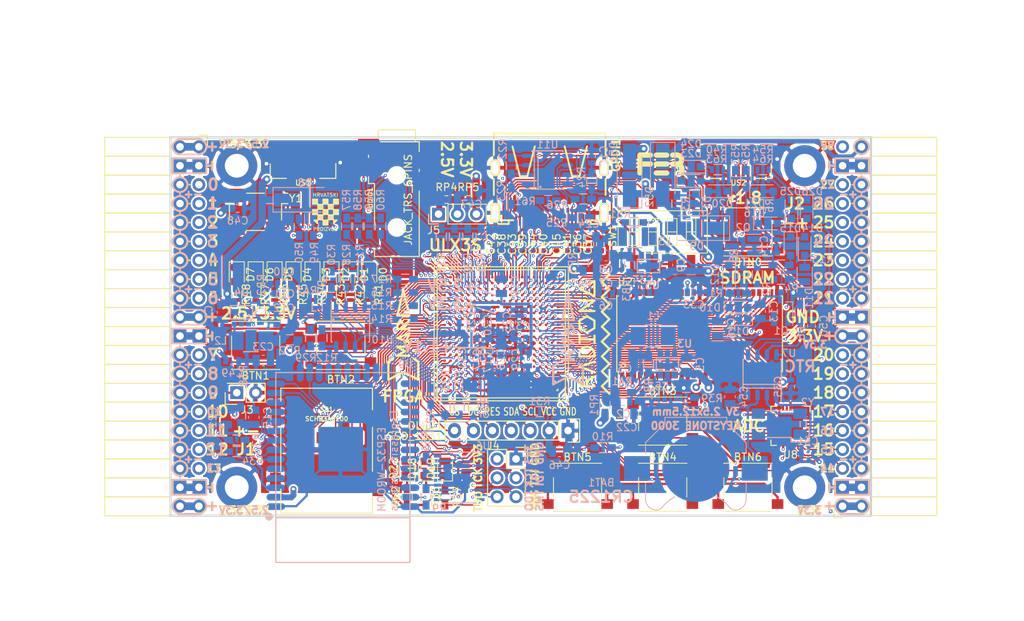
<source format=kicad_pcb>
(kicad_pcb (version 20171130) (host pcbnew 5.0.0-rc2-dev-unknown+dfsg1+20180318-2)
  (layers (0 F.Cu signal) (1 In1.Cu signal) (2 In2.Cu signal) (31 B.Cu signal) (34 B.Paste user) (35 F.Paste user) (36 B.SilkS user) (37 F.SilkS user) (38 B.Mask user) (39 F.Mask user) (44 Edge.Cuts user))
  (net 0 "")
  (net 1 GND)
  (net 2 +5V)
  (net 3 /gpio/IN5V)
  (net 4 /gpio/OUT5V)
  (net 5 +3V3)
  (net 6 BTN_D)
  (net 7 BTN_F1)
  (net 8 BTN_F2)
  (net 9 BTN_L)
  (net 10 BTN_R)
  (net 11 BTN_U)
  (net 12 /power/FB1)
  (net 13 +2V5)
  (net 14 /power/PWREN)
  (net 15 /power/FB3)
  (net 16 /power/FB2)
  (net 17 "Net-(D9-Pad1)")
  (net 18 /power/VBAT)
  (net 19 JTAG_TDI)
  (net 20 JTAG_TCK)
  (net 21 JTAG_TMS)
  (net 22 JTAG_TDO)
  (net 23 /power/WAKEUPn)
  (net 24 /power/WKUP)
  (net 25 /power/SHUT)
  (net 26 /power/WAKE)
  (net 27 /power/HOLD)
  (net 28 /power/WKn)
  (net 29 /power/OSCI_32k)
  (net 30 /power/OSCO_32k)
  (net 31 "Net-(Q2-Pad3)")
  (net 32 SHUTDOWN)
  (net 33 /analog/AUDIO_L)
  (net 34 /analog/AUDIO_R)
  (net 35 GPDI_SDA)
  (net 36 GPDI_SCL)
  (net 37 /gpdi/VREF2)
  (net 38 SD_CMD)
  (net 39 SD_CLK)
  (net 40 SD_D0)
  (net 41 SD_D1)
  (net 42 USB5V)
  (net 43 GPDI_CEC)
  (net 44 nRESET)
  (net 45 FTDI_nDTR)
  (net 46 SDRAM_CKE)
  (net 47 SDRAM_A7)
  (net 48 SDRAM_D15)
  (net 49 SDRAM_BA1)
  (net 50 SDRAM_D7)
  (net 51 SDRAM_A6)
  (net 52 SDRAM_CLK)
  (net 53 SDRAM_D13)
  (net 54 SDRAM_BA0)
  (net 55 SDRAM_D6)
  (net 56 SDRAM_A5)
  (net 57 SDRAM_D14)
  (net 58 SDRAM_A11)
  (net 59 SDRAM_D12)
  (net 60 SDRAM_D5)
  (net 61 SDRAM_A4)
  (net 62 SDRAM_A10)
  (net 63 SDRAM_D11)
  (net 64 SDRAM_A3)
  (net 65 SDRAM_D4)
  (net 66 SDRAM_D10)
  (net 67 SDRAM_D9)
  (net 68 SDRAM_A9)
  (net 69 SDRAM_D3)
  (net 70 SDRAM_D8)
  (net 71 SDRAM_A8)
  (net 72 SDRAM_A2)
  (net 73 SDRAM_A1)
  (net 74 SDRAM_A0)
  (net 75 SDRAM_D2)
  (net 76 SDRAM_D1)
  (net 77 SDRAM_D0)
  (net 78 SDRAM_DQM0)
  (net 79 SDRAM_nCS)
  (net 80 SDRAM_nRAS)
  (net 81 SDRAM_DQM1)
  (net 82 SDRAM_nCAS)
  (net 83 SDRAM_nWE)
  (net 84 /flash/FLASH_nWP)
  (net 85 /flash/FLASH_nHOLD)
  (net 86 /flash/FLASH_MOSI)
  (net 87 /flash/FLASH_MISO)
  (net 88 /flash/FLASH_SCK)
  (net 89 /flash/FLASH_nCS)
  (net 90 /flash/FPGA_PROGRAMN)
  (net 91 /flash/FPGA_DONE)
  (net 92 /flash/FPGA_INITN)
  (net 93 OLED_RES)
  (net 94 OLED_DC)
  (net 95 OLED_CS)
  (net 96 WIFI_EN)
  (net 97 FTDI_nRTS)
  (net 98 FTDI_TXD)
  (net 99 FTDI_RXD)
  (net 100 WIFI_RXD)
  (net 101 WIFI_GPIO0)
  (net 102 WIFI_TXD)
  (net 103 USB_FTDI_D+)
  (net 104 USB_FTDI_D-)
  (net 105 SD_D3)
  (net 106 AUDIO_L3)
  (net 107 AUDIO_L2)
  (net 108 AUDIO_L1)
  (net 109 AUDIO_L0)
  (net 110 AUDIO_R3)
  (net 111 AUDIO_R2)
  (net 112 AUDIO_R1)
  (net 113 AUDIO_R0)
  (net 114 OLED_CLK)
  (net 115 OLED_MOSI)
  (net 116 LED0)
  (net 117 LED1)
  (net 118 LED2)
  (net 119 LED3)
  (net 120 LED4)
  (net 121 LED5)
  (net 122 LED6)
  (net 123 LED7)
  (net 124 BTN_PWRn)
  (net 125 FTDI_nTXLED)
  (net 126 FTDI_nSLEEP)
  (net 127 /blinkey/LED_PWREN)
  (net 128 /blinkey/LED_TXLED)
  (net 129 /sdcard/SD3V3)
  (net 130 SD_D2)
  (net 131 CLK_25MHz)
  (net 132 /blinkey/BTNPUL)
  (net 133 /blinkey/BTNPUR)
  (net 134 USB_FPGA_D+)
  (net 135 /power/FTDI_nSUSPEND)
  (net 136 /blinkey/ALED0)
  (net 137 /blinkey/ALED1)
  (net 138 /blinkey/ALED2)
  (net 139 /blinkey/ALED3)
  (net 140 /blinkey/ALED4)
  (net 141 /blinkey/ALED5)
  (net 142 /blinkey/ALED6)
  (net 143 /blinkey/ALED7)
  (net 144 /usb/FTD-)
  (net 145 /usb/FTD+)
  (net 146 ADC_MISO)
  (net 147 ADC_MOSI)
  (net 148 ADC_CSn)
  (net 149 ADC_SCLK)
  (net 150 SW3)
  (net 151 SW2)
  (net 152 SW1)
  (net 153 USB_FPGA_D-)
  (net 154 /usb/FPD+)
  (net 155 /usb/FPD-)
  (net 156 WIFI_GPIO16)
  (net 157 /usb/ANT_433MHz)
  (net 158 /power/PWRBTn)
  (net 159 PROG_DONE)
  (net 160 /power/P3V3)
  (net 161 /power/P2V5)
  (net 162 /power/L1)
  (net 163 /power/L3)
  (net 164 /power/L2)
  (net 165 FTDI_TXDEN)
  (net 166 SDRAM_A12)
  (net 167 /analog/AUDIO_V)
  (net 168 AUDIO_V3)
  (net 169 AUDIO_V2)
  (net 170 AUDIO_V1)
  (net 171 AUDIO_V0)
  (net 172 /blinkey/LED_WIFI)
  (net 173 /power/P1V1)
  (net 174 +1V1)
  (net 175 SW4)
  (net 176 /blinkey/SWPU)
  (net 177 /wifi/WIFIEN)
  (net 178 FT2V5)
  (net 179 GN0)
  (net 180 GP0)
  (net 181 GN1)
  (net 182 GP1)
  (net 183 GN2)
  (net 184 GP2)
  (net 185 GN3)
  (net 186 GP3)
  (net 187 GN4)
  (net 188 GP4)
  (net 189 GN5)
  (net 190 GP5)
  (net 191 GN6)
  (net 192 GP6)
  (net 193 GN14)
  (net 194 GP14)
  (net 195 GN15)
  (net 196 GP15)
  (net 197 GN16)
  (net 198 GP16)
  (net 199 GN17)
  (net 200 GP17)
  (net 201 GN18)
  (net 202 GP18)
  (net 203 GN19)
  (net 204 GP19)
  (net 205 GN20)
  (net 206 GP20)
  (net 207 GN21)
  (net 208 GP21)
  (net 209 GN22)
  (net 210 GP22)
  (net 211 GN23)
  (net 212 GP23)
  (net 213 GN24)
  (net 214 GP24)
  (net 215 GN25)
  (net 216 GP25)
  (net 217 GN26)
  (net 218 GP26)
  (net 219 GN27)
  (net 220 GP27)
  (net 221 GN7)
  (net 222 GP7)
  (net 223 GN8)
  (net 224 GP8)
  (net 225 GN9)
  (net 226 GP9)
  (net 227 GN10)
  (net 228 GP10)
  (net 229 GN11)
  (net 230 GP11)
  (net 231 GN12)
  (net 232 GP12)
  (net 233 GN13)
  (net 234 GP13)
  (net 235 WIFI_GPIO5)
  (net 236 WIFI_GPIO17)
  (net 237 USB_FPGA_PULL_D+)
  (net 238 USB_FPGA_PULL_D-)
  (net 239 "Net-(D23-Pad2)")
  (net 240 "Net-(D24-Pad1)")
  (net 241 "Net-(D25-Pad2)")
  (net 242 "Net-(D26-Pad1)")
  (net 243 /gpdi/GPDI_ETH+)
  (net 244 FPDI_ETH+)
  (net 245 /gpdi/GPDI_ETH-)
  (net 246 FPDI_ETH-)
  (net 247 /gpdi/GPDI_D2-)
  (net 248 FPDI_D2-)
  (net 249 /gpdi/GPDI_D1-)
  (net 250 FPDI_D1-)
  (net 251 /gpdi/GPDI_D0-)
  (net 252 FPDI_D0-)
  (net 253 /gpdi/GPDI_CLK-)
  (net 254 FPDI_CLK-)
  (net 255 /gpdi/GPDI_D2+)
  (net 256 FPDI_D2+)
  (net 257 /gpdi/GPDI_D1+)
  (net 258 FPDI_D1+)
  (net 259 /gpdi/GPDI_D0+)
  (net 260 FPDI_D0+)
  (net 261 /gpdi/GPDI_CLK+)
  (net 262 FPDI_CLK+)
  (net 263 FPDI_SDA)
  (net 264 FPDI_SCL)
  (net 265 /gpdi/FPDI_CEC)
  (net 266 2V5_3V3)
  (net 267 "Net-(AUDIO1-Pad5)")
  (net 268 "Net-(AUDIO1-Pad6)")
  (net 269 "Net-(U1-PadA15)")
  (net 270 "Net-(U1-PadC9)")
  (net 271 "Net-(U1-PadD9)")
  (net 272 "Net-(U1-PadD10)")
  (net 273 "Net-(U1-PadD11)")
  (net 274 "Net-(U1-PadD12)")
  (net 275 "Net-(U1-PadE6)")
  (net 276 "Net-(U1-PadE9)")
  (net 277 "Net-(U1-PadE10)")
  (net 278 "Net-(U1-PadE11)")
  (net 279 "Net-(U1-PadJ4)")
  (net 280 "Net-(U1-PadJ5)")
  (net 281 "Net-(U1-PadK5)")
  (net 282 "Net-(U1-PadL5)")
  (net 283 "Net-(U1-PadM4)")
  (net 284 "Net-(U1-PadM5)")
  (net 285 SD_CD)
  (net 286 SD_WP)
  (net 287 "Net-(U1-PadR3)")
  (net 288 "Net-(U1-PadT16)")
  (net 289 "Net-(U1-PadW4)")
  (net 290 "Net-(U1-PadW5)")
  (net 291 "Net-(U1-PadW8)")
  (net 292 "Net-(U1-PadW9)")
  (net 293 "Net-(U1-PadW13)")
  (net 294 "Net-(U1-PadW14)")
  (net 295 "Net-(U1-PadW17)")
  (net 296 "Net-(U1-PadW18)")
  (net 297 FTDI_nRXLED)
  (net 298 "Net-(U8-Pad12)")
  (net 299 "Net-(U8-Pad25)")
  (net 300 "Net-(U9-Pad32)")
  (net 301 "Net-(U9-Pad22)")
  (net 302 "Net-(U9-Pad21)")
  (net 303 "Net-(U9-Pad20)")
  (net 304 "Net-(U9-Pad19)")
  (net 305 "Net-(U9-Pad18)")
  (net 306 "Net-(U9-Pad17)")
  (net 307 "Net-(U9-Pad12)")
  (net 308 "Net-(U9-Pad5)")
  (net 309 "Net-(U9-Pad4)")
  (net 310 "Net-(US1-Pad4)")
  (net 311 "Net-(US2-Pad4)")
  (net 312 "Net-(Y2-Pad3)")
  (net 313 "Net-(Y2-Pad2)")
  (module Pin_Headers:Pin_Header_Straight_1x03_Pitch2.54mm (layer F.Cu) (at 130.056 71.725 90)
    (fp_text reference J5 (at -2.159 -0.635 180) (layer F.SilkS))
    (fp_text value VJ1)
    (pad 1 thru_hole rect (at 0 0 90) (size 1.7 1.7) (drill 1) (layers *.Cu *.Mask) (net 13 +2V5))
    (pad 2 thru_hole oval (at 0 2.54 90) (size 1.7 1.7) (drill 1) (layers *.Cu *.Mask) (net 266 2V5_3V3))
    (pad 3 thru_hole oval (at 0 5.08 90) (size 1.7 1.7) (drill 1) (layers *.Cu *.Mask) (net 5 +3V3))
  )
  (module Resistors_SMD:R_0603_HandSoldering (layer B.Cu) (at 169.919 66.965 90)
    (fp_text reference R53 (at 3.259 0 270) (layer B.SilkS) (effects (justify mirror)))
    (fp_text value 27)
    (pad 1 smd rect (at -1.1 0 90) (size 1.2 0.9) (layers B.Cu B.Paste B.Mask) (net 134 USB_FPGA_D+))
    (pad 2 smd rect (at 1.1 0 90) (size 1.2 0.9) (layers B.Cu B.Paste B.Mask) (net 154 /usb/FPD+))
  )
  (module Socket_Strips:Socket_Strip_Angled_2x20 (layer F.Cu) (at 97.91 62.69 270)
    (fp_text reference J1 (at 40.64 -6.35) (layer F.SilkS) (effects (font (size 1.5 1.5) (thickness 0.3))))
    (fp_text value CONN_02X20 hide)
    (pad 1 thru_hole oval (at 0 0 270) (size 1.7272 1.7272) (drill 1.016) (layers *.Cu *.Mask) (net 266 2V5_3V3))
    (pad 2 thru_hole oval (at 0 2.54 270) (size 1.7272 1.7272) (drill 1.016) (layers *.Cu *.Mask) (net 266 2V5_3V3))
    (pad 3 thru_hole rect (at 2.54 0 270) (size 1.7272 1.7272) (drill 1.016) (layers *.Cu *.Mask) (net 1 GND))
    (pad 4 thru_hole rect (at 2.54 2.54 270) (size 1.7272 1.7272) (drill 1.016) (layers *.Cu *.Mask) (net 1 GND))
    (pad 5 thru_hole oval (at 5.08 0 270) (size 1.7272 1.7272) (drill 1.016) (layers *.Cu *.Mask) (net 179 GN0))
    (pad 6 thru_hole oval (at 5.08 2.54 270) (size 1.7272 1.7272) (drill 1.016) (layers *.Cu *.Mask) (net 180 GP0))
    (pad 7 thru_hole oval (at 7.62 0 270) (size 1.7272 1.7272) (drill 1.016) (layers *.Cu *.Mask) (net 181 GN1))
    (pad 8 thru_hole oval (at 7.62 2.54 270) (size 1.7272 1.7272) (drill 1.016) (layers *.Cu *.Mask) (net 182 GP1))
    (pad 9 thru_hole oval (at 10.16 0 270) (size 1.7272 1.7272) (drill 1.016) (layers *.Cu *.Mask) (net 183 GN2))
    (pad 10 thru_hole oval (at 10.16 2.54 270) (size 1.7272 1.7272) (drill 1.016) (layers *.Cu *.Mask) (net 184 GP2))
    (pad 11 thru_hole oval (at 12.7 0 270) (size 1.7272 1.7272) (drill 1.016) (layers *.Cu *.Mask) (net 185 GN3))
    (pad 12 thru_hole oval (at 12.7 2.54 270) (size 1.7272 1.7272) (drill 1.016) (layers *.Cu *.Mask) (net 186 GP3))
    (pad 13 thru_hole oval (at 15.24 0 270) (size 1.7272 1.7272) (drill 1.016) (layers *.Cu *.Mask) (net 187 GN4))
    (pad 14 thru_hole oval (at 15.24 2.54 270) (size 1.7272 1.7272) (drill 1.016) (layers *.Cu *.Mask) (net 188 GP4))
    (pad 15 thru_hole oval (at 17.78 0 270) (size 1.7272 1.7272) (drill 1.016) (layers *.Cu *.Mask) (net 189 GN5))
    (pad 16 thru_hole oval (at 17.78 2.54 270) (size 1.7272 1.7272) (drill 1.016) (layers *.Cu *.Mask) (net 190 GP5))
    (pad 17 thru_hole oval (at 20.32 0 270) (size 1.7272 1.7272) (drill 1.016) (layers *.Cu *.Mask) (net 191 GN6))
    (pad 18 thru_hole oval (at 20.32 2.54 270) (size 1.7272 1.7272) (drill 1.016) (layers *.Cu *.Mask) (net 192 GP6))
    (pad 19 thru_hole oval (at 22.86 0 270) (size 1.7272 1.7272) (drill 1.016) (layers *.Cu *.Mask) (net 266 2V5_3V3))
    (pad 20 thru_hole oval (at 22.86 2.54 270) (size 1.7272 1.7272) (drill 1.016) (layers *.Cu *.Mask) (net 266 2V5_3V3))
    (pad 21 thru_hole rect (at 25.4 0 270) (size 1.7272 1.7272) (drill 1.016) (layers *.Cu *.Mask) (net 1 GND))
    (pad 22 thru_hole rect (at 25.4 2.54 270) (size 1.7272 1.7272) (drill 1.016) (layers *.Cu *.Mask) (net 1 GND))
    (pad 23 thru_hole oval (at 27.94 0 270) (size 1.7272 1.7272) (drill 1.016) (layers *.Cu *.Mask) (net 221 GN7))
    (pad 24 thru_hole oval (at 27.94 2.54 270) (size 1.7272 1.7272) (drill 1.016) (layers *.Cu *.Mask) (net 222 GP7))
    (pad 25 thru_hole oval (at 30.48 0 270) (size 1.7272 1.7272) (drill 1.016) (layers *.Cu *.Mask) (net 223 GN8))
    (pad 26 thru_hole oval (at 30.48 2.54 270) (size 1.7272 1.7272) (drill 1.016) (layers *.Cu *.Mask) (net 224 GP8))
    (pad 27 thru_hole oval (at 33.02 0 270) (size 1.7272 1.7272) (drill 1.016) (layers *.Cu *.Mask) (net 225 GN9))
    (pad 28 thru_hole oval (at 33.02 2.54 270) (size 1.7272 1.7272) (drill 1.016) (layers *.Cu *.Mask) (net 226 GP9))
    (pad 29 thru_hole oval (at 35.56 0 270) (size 1.7272 1.7272) (drill 1.016) (layers *.Cu *.Mask) (net 227 GN10))
    (pad 30 thru_hole oval (at 35.56 2.54 270) (size 1.7272 1.7272) (drill 1.016) (layers *.Cu *.Mask) (net 228 GP10))
    (pad 31 thru_hole oval (at 38.1 0 270) (size 1.7272 1.7272) (drill 1.016) (layers *.Cu *.Mask) (net 229 GN11))
    (pad 32 thru_hole oval (at 38.1 2.54 270) (size 1.7272 1.7272) (drill 1.016) (layers *.Cu *.Mask) (net 230 GP11))
    (pad 33 thru_hole oval (at 40.64 0 270) (size 1.7272 1.7272) (drill 1.016) (layers *.Cu *.Mask) (net 231 GN12))
    (pad 34 thru_hole oval (at 40.64 2.54 270) (size 1.7272 1.7272) (drill 1.016) (layers *.Cu *.Mask) (net 232 GP12))
    (pad 35 thru_hole oval (at 43.18 0 270) (size 1.7272 1.7272) (drill 1.016) (layers *.Cu *.Mask) (net 233 GN13))
    (pad 36 thru_hole oval (at 43.18 2.54 270) (size 1.7272 1.7272) (drill 1.016) (layers *.Cu *.Mask) (net 234 GP13))
    (pad 37 thru_hole rect (at 45.72 0 270) (size 1.7272 1.7272) (drill 1.016) (layers *.Cu *.Mask) (net 1 GND))
    (pad 38 thru_hole rect (at 45.72 2.54 270) (size 1.7272 1.7272) (drill 1.016) (layers *.Cu *.Mask) (net 1 GND))
    (pad 39 thru_hole oval (at 48.26 0 270) (size 1.7272 1.7272) (drill 1.016) (layers *.Cu *.Mask) (net 266 2V5_3V3))
    (pad 40 thru_hole oval (at 48.26 2.54 270) (size 1.7272 1.7272) (drill 1.016) (layers *.Cu *.Mask) (net 266 2V5_3V3))
  )
  (module SMD_Packages:1Pin (layer F.Cu) (at 182.67515 111.637626)
    (fp_text reference AE1 hide)
    (fp_text value 433MHz hide)
    (pad 1 smd rect (at 0 0) (size 0.5 0.5) (layers B.Cu F.Paste F.Mask) (net 157 /usb/ANT_433MHz))
  )
  (module Resistors_SMD:R_0603_HandSoldering (layer B.Cu) (at 103.498 98.758 90)
    (fp_text reference R38 (at 5.334 0.396 90) (layer B.SilkS) (effects (justify mirror)))
    (fp_text value 0.47)
    (pad 1 smd rect (at -1.1 0 90) (size 1.2 0.9) (layers B.Cu B.Paste B.Mask) (net 129 /sdcard/SD3V3))
    (pad 2 smd rect (at 1.1 0 90) (size 1.2 0.9) (layers B.Cu B.Paste B.Mask) (net 5 +3V3))
  )
  (module Diodes_SMD:D_SMA_Handsoldering (layer B.Cu) (at 155.695 66.5 90)
    (fp_text reference D51 (at 3.048 -2.159 90) (layer B.SilkS) (effects (justify mirror)))
    (fp_text value STPS2L30AF hide)
    (pad 1 smd rect (at -2.5 0 90) (size 3.5 1.8) (layers B.Cu B.Paste B.Mask) (net 2 +5V))
    (pad 2 smd rect (at 2.5 0 90) (size 3.5 1.8) (layers B.Cu B.Paste B.Mask) (net 3 /gpio/IN5V))
  )
  (module Resistors_SMD:R_0603_HandSoldering (layer B.Cu) (at 156.33 72.85 180)
    (fp_text reference R51 (at 1.905 1.143 180) (layer B.SilkS) (effects (justify mirror)))
    (fp_text value 150)
    (pad 1 smd rect (at -1.1 0 180) (size 1.2 0.9) (layers B.Cu B.Paste B.Mask) (net 5 +3V3))
    (pad 2 smd rect (at 1.1 0 180) (size 1.2 0.9) (layers B.Cu B.Paste B.Mask) (net 176 /blinkey/SWPU))
  )
  (module Resistors_SMD:R_1210_HandSoldering (layer B.Cu) (at 158.87 88.09 180)
    (fp_text reference L1 (at 0 2.7 180) (layer B.SilkS) (effects (justify mirror)))
    (fp_text value 2.2uH)
    (pad 1 smd rect (at -2 0 180) (size 2 2.5) (layers B.Cu B.Paste B.Mask) (net 162 /power/L1))
    (pad 2 smd rect (at 2 0 180) (size 2 2.5) (layers B.Cu B.Paste B.Mask) (net 173 /power/P1V1))
  )
  (module TSOT-25:TSOT-25 (layer B.Cu) (at 160.775 91.9)
    (fp_text reference U3 (at 2.301 -2.776) (layer B.SilkS) (effects (font (thickness 0.2)) (justify mirror)))
    (fp_text value TLV62569DBV)
    (pad 1 smd rect (at -0.95 -1.3) (size 0.7 1.2) (layers B.Cu B.Paste B.Mask) (net 14 /power/PWREN))
    (pad 2 smd rect (at 0 -1.3) (size 0.7 1.2) (layers B.Cu B.Paste B.Mask) (net 1 GND))
    (pad 3 smd rect (at 0.95 -1.3) (size 0.7 1.2) (layers B.Cu B.Paste B.Mask) (net 162 /power/L1))
    (pad 4 smd rect (at 0.95 1.3) (size 0.7 1.2) (layers B.Cu B.Paste B.Mask) (net 2 +5V))
    (pad 5 smd rect (at -0.95 1.3) (size 0.7 1.2) (layers B.Cu B.Paste B.Mask) (net 12 /power/FB1))
  )
  (module Resistors_SMD:R_1210_HandSoldering (layer B.Cu) (at 104.895 88.725)
    (fp_text reference L2 (at -4.064 0) (layer B.SilkS) (effects (justify mirror)))
    (fp_text value 2.2uH)
    (pad 1 smd rect (at -2 0) (size 2 2.5) (layers B.Cu B.Paste B.Mask) (net 164 /power/L2))
    (pad 2 smd rect (at 2 0) (size 2 2.5) (layers B.Cu B.Paste B.Mask) (net 161 /power/P2V5))
  )
  (module TSOT-25:TSOT-25 (layer B.Cu) (at 103.625 84.915 180)
    (fp_text reference U4 (at 0 2.697 180) (layer B.SilkS) (effects (font (thickness 0.2)) (justify mirror)))
    (fp_text value TLV62569DBV)
    (pad 1 smd rect (at -0.95 -1.3 180) (size 0.7 1.2) (layers B.Cu B.Paste B.Mask) (net 14 /power/PWREN))
    (pad 2 smd rect (at 0 -1.3 180) (size 0.7 1.2) (layers B.Cu B.Paste B.Mask) (net 1 GND))
    (pad 3 smd rect (at 0.95 -1.3 180) (size 0.7 1.2) (layers B.Cu B.Paste B.Mask) (net 164 /power/L2))
    (pad 4 smd rect (at 0.95 1.3 180) (size 0.7 1.2) (layers B.Cu B.Paste B.Mask) (net 2 +5V))
    (pad 5 smd rect (at -0.95 1.3 180) (size 0.7 1.2) (layers B.Cu B.Paste B.Mask) (net 16 /power/FB2))
  )
  (module Resistors_SMD:R_1210_HandSoldering (layer B.Cu) (at 156.33 74.755 180)
    (fp_text reference L3 (at -4.064 -0.635 180) (layer B.SilkS) (effects (justify mirror)))
    (fp_text value 2.2uH)
    (pad 1 smd rect (at -2 0 180) (size 2 2.5) (layers B.Cu B.Paste B.Mask) (net 163 /power/L3))
    (pad 2 smd rect (at 2 0 180) (size 2 2.5) (layers B.Cu B.Paste B.Mask) (net 160 /power/P3V3))
  )
  (module TSOT-25:TSOT-25 (layer B.Cu) (at 158.235 78.692)
    (fp_text reference U5 (at 0.523 2.558) (layer B.SilkS) (effects (font (thickness 0.2)) (justify mirror)))
    (fp_text value TLV62569DBV)
    (pad 1 smd rect (at -0.95 -1.3) (size 0.7 1.2) (layers B.Cu B.Paste B.Mask) (net 14 /power/PWREN))
    (pad 2 smd rect (at 0 -1.3) (size 0.7 1.2) (layers B.Cu B.Paste B.Mask) (net 1 GND))
    (pad 3 smd rect (at 0.95 -1.3) (size 0.7 1.2) (layers B.Cu B.Paste B.Mask) (net 163 /power/L3))
    (pad 4 smd rect (at 0.95 1.3) (size 0.7 1.2) (layers B.Cu B.Paste B.Mask) (net 2 +5V))
    (pad 5 smd rect (at -0.95 1.3) (size 0.7 1.2) (layers B.Cu B.Paste B.Mask) (net 15 /power/FB3))
  )
  (module TO_SOT_Packages_SMD:SOT-23_Handsoldering (layer B.Cu) (at 176.015 84.28 90)
    (fp_text reference Q1 (at -3.1115 0 180) (layer B.SilkS) (effects (justify mirror)))
    (fp_text value BC857)
    (pad 1 smd rect (at -1.5 0.95 90) (size 1.9 0.8) (layers B.Cu B.Paste B.Mask) (net 28 /power/WKn))
    (pad 2 smd rect (at -1.5 -0.95 90) (size 1.9 0.8) (layers B.Cu B.Paste B.Mask) (net 2 +5V))
    (pad 3 smd rect (at 1.5 0 90) (size 1.9 0.8) (layers B.Cu B.Paste B.Mask) (net 24 /power/WKUP))
  )
  (module TO_SOT_Packages_SMD:SOT-23_Handsoldering (layer B.Cu) (at 170.935 76.025 180)
    (fp_text reference Q2 (at 0 2.5 180) (layer B.SilkS) (effects (justify mirror)))
    (fp_text value 2N7002)
    (pad 1 smd rect (at -1.5 0.95 180) (size 1.9 0.8) (layers B.Cu B.Paste B.Mask) (net 25 /power/SHUT))
    (pad 2 smd rect (at -1.5 -0.95 180) (size 1.9 0.8) (layers B.Cu B.Paste B.Mask) (net 1 GND))
    (pad 3 smd rect (at 1.5 0 180) (size 1.9 0.8) (layers B.Cu B.Paste B.Mask) (net 31 "Net-(Q2-Pad3)"))
  )
  (module Resistors_SMD:R_0603_HandSoldering (layer B.Cu) (at 170.3 82.375)
    (fp_text reference R1 (at -3.048 0) (layer B.SilkS) (effects (justify mirror)))
    (fp_text value 15k)
    (pad 1 smd rect (at -1.1 0) (size 1.2 0.9) (layers B.Cu B.Paste B.Mask) (net 26 /power/WAKE))
    (pad 2 smd rect (at 1.1 0) (size 1.2 0.9) (layers B.Cu B.Paste B.Mask) (net 14 /power/PWREN))
  )
  (module Resistors_SMD:R_0603_HandSoldering (layer B.Cu) (at 172.84 79.835 90)
    (fp_text reference R2 (at -1.905 1.27 90) (layer B.SilkS) (effects (justify mirror)))
    (fp_text value 47k)
    (pad 1 smd rect (at -1.1 0 90) (size 1.2 0.9) (layers B.Cu B.Paste B.Mask) (net 14 /power/PWREN))
    (pad 2 smd rect (at 1.1 0 90) (size 1.2 0.9) (layers B.Cu B.Paste B.Mask) (net 1 GND))
  )
  (module Resistors_SMD:R_0603_HandSoldering (layer B.Cu) (at 176.015 80.47 180)
    (fp_text reference R4 (at -1.397 -1.27) (layer B.SilkS) (effects (justify mirror)))
    (fp_text value 4.7k)
    (pad 1 smd rect (at -1.1 0 180) (size 1.2 0.9) (layers B.Cu B.Paste B.Mask) (net 27 /power/HOLD))
    (pad 2 smd rect (at 1.1 0 180) (size 1.2 0.9) (layers B.Cu B.Paste B.Mask) (net 14 /power/PWREN))
  )
  (module Resistors_SMD:R_0603_HandSoldering (layer B.Cu) (at 174.11 76.025 270)
    (fp_text reference R5 (at -5.461 -0.381 270) (layer B.SilkS) (effects (justify mirror)))
    (fp_text value 4.7M)
    (pad 1 smd rect (at -1.1 0 270) (size 1.2 0.9) (layers B.Cu B.Paste B.Mask) (net 25 /power/SHUT))
    (pad 2 smd rect (at 1.1 0 270) (size 1.2 0.9) (layers B.Cu B.Paste B.Mask) (net 1 GND))
  )
  (module Resistors_SMD:R_0603_HandSoldering (layer B.Cu) (at 178.555 84.915 270)
    (fp_text reference R6 (at 2.812 -0.142 270) (layer B.SilkS) (effects (justify mirror)))
    (fp_text value 1k)
    (pad 1 smd rect (at -1.1 0 270) (size 1.2 0.9) (layers B.Cu B.Paste B.Mask) (net 28 /power/WKn))
    (pad 2 smd rect (at 1.1 0 270) (size 1.2 0.9) (layers B.Cu B.Paste B.Mask) (net 23 /power/WAKEUPn))
  )
  (module Resistors_SMD:R_0603_HandSoldering (layer B.Cu) (at 113.785 84.28 270)
    (fp_text reference R7 (at -2.794 -0.635 270) (layer B.SilkS) (effects (justify mirror)))
    (fp_text value 150)
    (pad 1 smd rect (at -1.1 0 270) (size 1.2 0.9) (layers B.Cu B.Paste B.Mask) (net 5 +3V3))
    (pad 2 smd rect (at 1.1 0 270) (size 1.2 0.9) (layers B.Cu B.Paste B.Mask) (net 132 /blinkey/BTNPUL))
  )
  (module Resistors_SMD:R_0603_HandSoldering (layer B.Cu) (at 170.935 79.835 90)
    (fp_text reference R8 (at 2.54 -1.27 90) (layer B.SilkS) (effects (justify mirror)))
    (fp_text value 1k)
    (pad 1 smd rect (at -1.1 0 90) (size 1.2 0.9) (layers B.Cu B.Paste B.Mask) (net 14 /power/PWREN))
    (pad 2 smd rect (at 1.1 0 90) (size 1.2 0.9) (layers B.Cu B.Paste B.Mask) (net 31 "Net-(Q2-Pad3)"))
  )
  (module Resistors_SMD:R_0603_HandSoldering (layer B.Cu) (at 128.39 109.68 270)
    (fp_text reference R9 (at 1.524 -1.778) (layer B.SilkS) (effects (justify mirror)))
    (fp_text value 15k)
    (pad 1 smd rect (at -1.1 0 270) (size 1.2 0.9) (layers B.Cu B.Paste B.Mask) (net 44 nRESET))
    (pad 2 smd rect (at 1.1 0 270) (size 1.2 0.9) (layers B.Cu B.Paste B.Mask) (net 178 FT2V5))
  )
  (module Resistors_SMD:R_0603_HandSoldering (layer B.Cu) (at 152.139 103.076 180)
    (fp_text reference R10 (at 0.059 1.476 180) (layer B.SilkS) (effects (justify mirror)))
    (fp_text value 150)
    (pad 1 smd rect (at -1.1 0 180) (size 1.2 0.9) (layers B.Cu B.Paste B.Mask) (net 135 /power/FTDI_nSUSPEND))
    (pad 2 smd rect (at 1.1 0 180) (size 1.2 0.9) (layers B.Cu B.Paste B.Mask) (net 126 FTDI_nSLEEP))
  )
  (module Resistors_SMD:R_0603_HandSoldering (layer B.Cu) (at 176.015 78.565 180)
    (fp_text reference R13 (at -5.588 0.762 180) (layer B.SilkS) (effects (justify mirror)))
    (fp_text value 15k)
    (pad 1 smd rect (at -1.1 0 180) (size 1.2 0.9) (layers B.Cu B.Paste B.Mask) (net 32 SHUTDOWN))
    (pad 2 smd rect (at 1.1 0 180) (size 1.2 0.9) (layers B.Cu B.Paste B.Mask) (net 1 GND))
  )
  (module Resistors_SMD:R_0603_HandSoldering (layer B.Cu) (at 154.86 95.64)
    (fp_text reference RA1 (at -0.181 -1.454) (layer B.SilkS) (effects (justify mirror)))
    (fp_text value 15k)
    (pad 1 smd rect (at -1.1 0) (size 1.2 0.9) (layers B.Cu B.Paste B.Mask) (net 173 /power/P1V1))
    (pad 2 smd rect (at 1.1 0) (size 1.2 0.9) (layers B.Cu B.Paste B.Mask) (net 12 /power/FB1))
  )
  (module Resistors_SMD:R_0603_HandSoldering (layer B.Cu) (at 109.34 82.375 180)
    (fp_text reference RA2 (at -3.048 0.381) (layer B.SilkS) (effects (justify mirror)))
    (fp_text value 15k)
    (pad 1 smd rect (at -1.1 0 180) (size 1.2 0.9) (layers B.Cu B.Paste B.Mask) (net 161 /power/P2V5))
    (pad 2 smd rect (at 1.1 0 180) (size 1.2 0.9) (layers B.Cu B.Paste B.Mask) (net 16 /power/FB2))
  )
  (module Resistors_SMD:R_0603_HandSoldering (layer B.Cu) (at 152.52 81.105)
    (fp_text reference RA3 (at -3.302 -0.127) (layer B.SilkS) (effects (justify mirror)))
    (fp_text value 15k)
    (pad 1 smd rect (at -1.1 0) (size 1.2 0.9) (layers B.Cu B.Paste B.Mask) (net 160 /power/P3V3))
    (pad 2 smd rect (at 1.1 0) (size 1.2 0.9) (layers B.Cu B.Paste B.Mask) (net 15 /power/FB3))
  )
  (module Resistors_SMD:R_0603_HandSoldering (layer B.Cu) (at 158.235 91.9 270)
    (fp_text reference RB1 (at 3.302 0 270) (layer B.SilkS) (effects (justify mirror)))
    (fp_text value 18k)
    (pad 1 smd rect (at -1.1 0 270) (size 1.2 0.9) (layers B.Cu B.Paste B.Mask) (net 1 GND))
    (pad 2 smd rect (at 1.1 0 270) (size 1.2 0.9) (layers B.Cu B.Paste B.Mask) (net 12 /power/FB1))
  )
  (module Resistors_SMD:R_0603_HandSoldering (layer B.Cu) (at 106.165 84.915 90)
    (fp_text reference RB2 (at 3.683 0.127 90) (layer B.SilkS) (effects (justify mirror)))
    (fp_text value 4.7k)
    (pad 1 smd rect (at -1.1 0 90) (size 1.2 0.9) (layers B.Cu B.Paste B.Mask) (net 1 GND))
    (pad 2 smd rect (at 1.1 0 90) (size 1.2 0.9) (layers B.Cu B.Paste B.Mask) (net 16 /power/FB2))
  )
  (module Resistors_SMD:R_0603_HandSoldering (layer B.Cu) (at 155.695 78.565 270)
    (fp_text reference RB3 (at 3.429 0.395 270) (layer B.SilkS) (effects (justify mirror)))
    (fp_text value 3.3k)
    (pad 1 smd rect (at -1.1 0 270) (size 1.2 0.9) (layers B.Cu B.Paste B.Mask) (net 1 GND))
    (pad 2 smd rect (at 1.1 0 270) (size 1.2 0.9) (layers B.Cu B.Paste B.Mask) (net 15 /power/FB3))
  )
  (module Resistors_SMD:R_0603_HandSoldering (layer B.Cu) (at 125.596 85.804 180)
    (fp_text reference R14 (at 3.175 0 180) (layer B.SilkS) (effects (justify mirror)))
    (fp_text value 1.2k)
    (pad 1 smd rect (at -1.1 0 180) (size 1.2 0.9) (layers B.Cu B.Paste B.Mask) (net 109 AUDIO_L0))
    (pad 2 smd rect (at 1.1 0 180) (size 1.2 0.9) (layers B.Cu B.Paste B.Mask) (net 33 /analog/AUDIO_L))
  )
  (module Resistors_SMD:R_0603_HandSoldering (layer B.Cu) (at 125.596 84.026 180)
    (fp_text reference R15 (at 3.175 -0.001 180) (layer B.SilkS) (effects (justify mirror)))
    (fp_text value 680)
    (pad 1 smd rect (at -1.1 0 180) (size 1.2 0.9) (layers B.Cu B.Paste B.Mask) (net 108 AUDIO_L1))
    (pad 2 smd rect (at 1.1 0 180) (size 1.2 0.9) (layers B.Cu B.Paste B.Mask) (net 33 /analog/AUDIO_L))
  )
  (module Resistors_SMD:R_0603_HandSoldering (layer B.Cu) (at 125.596 82.248 180)
    (fp_text reference R16 (at 3.175 0 180) (layer B.SilkS) (effects (justify mirror)))
    (fp_text value 330)
    (pad 1 smd rect (at -1.1 0 180) (size 1.2 0.9) (layers B.Cu B.Paste B.Mask) (net 107 AUDIO_L2))
    (pad 2 smd rect (at 1.1 0 180) (size 1.2 0.9) (layers B.Cu B.Paste B.Mask) (net 33 /analog/AUDIO_L))
  )
  (module Resistors_SMD:R_0603_HandSoldering (layer B.Cu) (at 125.596 80.47 180)
    (fp_text reference R17 (at 3.175 0 180) (layer B.SilkS) (effects (justify mirror)))
    (fp_text value 150)
    (pad 1 smd rect (at -1.1 0 180) (size 1.2 0.9) (layers B.Cu B.Paste B.Mask) (net 106 AUDIO_L3))
    (pad 2 smd rect (at 1.1 0 180) (size 1.2 0.9) (layers B.Cu B.Paste B.Mask) (net 33 /analog/AUDIO_L))
  )
  (module Resistors_SMD:R_0603_HandSoldering (layer B.Cu) (at 130.422 74.773 90)
    (fp_text reference R18 (at -3.556 0 90) (layer B.SilkS) (effects (justify mirror)))
    (fp_text value 1.2k)
    (pad 1 smd rect (at -1.1 0 90) (size 1.2 0.9) (layers B.Cu B.Paste B.Mask) (net 113 AUDIO_R0))
    (pad 2 smd rect (at 1.1 0 90) (size 1.2 0.9) (layers B.Cu B.Paste B.Mask) (net 34 /analog/AUDIO_R))
  )
  (module Resistors_SMD:R_0603_HandSoldering (layer B.Cu) (at 132.2 74.773 90)
    (fp_text reference R19 (at -3.556 0 90) (layer B.SilkS) (effects (justify mirror)))
    (fp_text value 680)
    (pad 1 smd rect (at -1.1 0 90) (size 1.2 0.9) (layers B.Cu B.Paste B.Mask) (net 112 AUDIO_R1))
    (pad 2 smd rect (at 1.1 0 90) (size 1.2 0.9) (layers B.Cu B.Paste B.Mask) (net 34 /analog/AUDIO_R))
  )
  (module Resistors_SMD:R_0603_HandSoldering (layer B.Cu) (at 133.993 74.773 90)
    (fp_text reference R20 (at -3.556 0 90) (layer B.SilkS) (effects (justify mirror)))
    (fp_text value 330)
    (pad 1 smd rect (at -1.1 0 90) (size 1.2 0.9) (layers B.Cu B.Paste B.Mask) (net 111 AUDIO_R2))
    (pad 2 smd rect (at 1.1 0 90) (size 1.2 0.9) (layers B.Cu B.Paste B.Mask) (net 34 /analog/AUDIO_R))
  )
  (module Resistors_SMD:R_0603_HandSoldering (layer B.Cu) (at 135.771 74.773 90)
    (fp_text reference R21 (at -3.556 0 90) (layer B.SilkS) (effects (justify mirror)))
    (fp_text value 150)
    (pad 1 smd rect (at -1.1 0 90) (size 1.2 0.9) (layers B.Cu B.Paste B.Mask) (net 110 AUDIO_R3))
    (pad 2 smd rect (at 1.1 0 90) (size 1.2 0.9) (layers B.Cu B.Paste B.Mask) (net 34 /analog/AUDIO_R))
  )
  (module Socket_Strips:Socket_Strip_Angled_2x20 (layer F.Cu) (at 184.27 110.95 90)
    (fp_text reference J2 (at 40.64 -6.35 180) (layer F.SilkS) (effects (font (size 1.5 1.5) (thickness 0.3))))
    (fp_text value CONN_02X20 hide)
    (pad 1 thru_hole oval (at 0 0 90) (size 1.7272 1.7272) (drill 1.016) (layers *.Cu *.Mask) (net 5 +3V3))
    (pad 2 thru_hole oval (at 0 2.54 90) (size 1.7272 1.7272) (drill 1.016) (layers *.Cu *.Mask) (net 5 +3V3))
    (pad 3 thru_hole rect (at 2.54 0 90) (size 1.7272 1.7272) (drill 1.016) (layers *.Cu *.Mask) (net 1 GND))
    (pad 4 thru_hole rect (at 2.54 2.54 90) (size 1.7272 1.7272) (drill 1.016) (layers *.Cu *.Mask) (net 1 GND))
    (pad 5 thru_hole oval (at 5.08 0 90) (size 1.7272 1.7272) (drill 1.016) (layers *.Cu *.Mask) (net 193 GN14))
    (pad 6 thru_hole oval (at 5.08 2.54 90) (size 1.7272 1.7272) (drill 1.016) (layers *.Cu *.Mask) (net 194 GP14))
    (pad 7 thru_hole oval (at 7.62 0 90) (size 1.7272 1.7272) (drill 1.016) (layers *.Cu *.Mask) (net 195 GN15))
    (pad 8 thru_hole oval (at 7.62 2.54 90) (size 1.7272 1.7272) (drill 1.016) (layers *.Cu *.Mask) (net 196 GP15))
    (pad 9 thru_hole oval (at 10.16 0 90) (size 1.7272 1.7272) (drill 1.016) (layers *.Cu *.Mask) (net 197 GN16))
    (pad 10 thru_hole oval (at 10.16 2.54 90) (size 1.7272 1.7272) (drill 1.016) (layers *.Cu *.Mask) (net 198 GP16))
    (pad 11 thru_hole oval (at 12.7 0 90) (size 1.7272 1.7272) (drill 1.016) (layers *.Cu *.Mask) (net 199 GN17))
    (pad 12 thru_hole oval (at 12.7 2.54 90) (size 1.7272 1.7272) (drill 1.016) (layers *.Cu *.Mask) (net 200 GP17))
    (pad 13 thru_hole oval (at 15.24 0 90) (size 1.7272 1.7272) (drill 1.016) (layers *.Cu *.Mask) (net 201 GN18))
    (pad 14 thru_hole oval (at 15.24 2.54 90) (size 1.7272 1.7272) (drill 1.016) (layers *.Cu *.Mask) (net 202 GP18))
    (pad 15 thru_hole oval (at 17.78 0 90) (size 1.7272 1.7272) (drill 1.016) (layers *.Cu *.Mask) (net 203 GN19))
    (pad 16 thru_hole oval (at 17.78 2.54 90) (size 1.7272 1.7272) (drill 1.016) (layers *.Cu *.Mask) (net 204 GP19))
    (pad 17 thru_hole oval (at 20.32 0 90) (size 1.7272 1.7272) (drill 1.016) (layers *.Cu *.Mask) (net 205 GN20))
    (pad 18 thru_hole oval (at 20.32 2.54 90) (size 1.7272 1.7272) (drill 1.016) (layers *.Cu *.Mask) (net 206 GP20))
    (pad 19 thru_hole oval (at 22.86 0 90) (size 1.7272 1.7272) (drill 1.016) (layers *.Cu *.Mask) (net 5 +3V3))
    (pad 20 thru_hole oval (at 22.86 2.54 90) (size 1.7272 1.7272) (drill 1.016) (layers *.Cu *.Mask) (net 5 +3V3))
    (pad 21 thru_hole rect (at 25.4 0 90) (size 1.7272 1.7272) (drill 1.016) (layers *.Cu *.Mask) (net 1 GND))
    (pad 22 thru_hole rect (at 25.4 2.54 90) (size 1.7272 1.7272) (drill 1.016) (layers *.Cu *.Mask) (net 1 GND))
    (pad 23 thru_hole oval (at 27.94 0 90) (size 1.7272 1.7272) (drill 1.016) (layers *.Cu *.Mask) (net 207 GN21))
    (pad 24 thru_hole oval (at 27.94 2.54 90) (size 1.7272 1.7272) (drill 1.016) (layers *.Cu *.Mask) (net 208 GP21))
    (pad 25 thru_hole oval (at 30.48 0 90) (size 1.7272 1.7272) (drill 1.016) (layers *.Cu *.Mask) (net 209 GN22))
    (pad 26 thru_hole oval (at 30.48 2.54 90) (size 1.7272 1.7272) (drill 1.016) (layers *.Cu *.Mask) (net 210 GP22))
    (pad 27 thru_hole oval (at 33.02 0 90) (size 1.7272 1.7272) (drill 1.016) (layers *.Cu *.Mask) (net 211 GN23))
    (pad 28 thru_hole oval (at 33.02 2.54 90) (size 1.7272 1.7272) (drill 1.016) (layers *.Cu *.Mask) (net 212 GP23))
    (pad 29 thru_hole oval (at 35.56 0 90) (size 1.7272 1.7272) (drill 1.016) (layers *.Cu *.Mask) (net 213 GN24))
    (pad 30 thru_hole oval (at 35.56 2.54 90) (size 1.7272 1.7272) (drill 1.016) (layers *.Cu *.Mask) (net 214 GP24))
    (pad 31 thru_hole oval (at 38.1 0 90) (size 1.7272 1.7272) (drill 1.016) (layers *.Cu *.Mask) (net 215 GN25))
    (pad 32 thru_hole oval (at 38.1 2.54 90) (size 1.7272 1.7272) (drill 1.016) (layers *.Cu *.Mask) (net 216 GP25))
    (pad 33 thru_hole oval (at 40.64 0 90) (size 1.7272 1.7272) (drill 1.016) (layers *.Cu *.Mask) (net 217 GN26))
    (pad 34 thru_hole oval (at 40.64 2.54 90) (size 1.7272 1.7272) (drill 1.016) (layers *.Cu *.Mask) (net 218 GP26))
    (pad 35 thru_hole oval (at 43.18 0 90) (size 1.7272 1.7272) (drill 1.016) (layers *.Cu *.Mask) (net 219 GN27))
    (pad 36 thru_hole oval (at 43.18 2.54 90) (size 1.7272 1.7272) (drill 1.016) (layers *.Cu *.Mask) (net 220 GP27))
    (pad 37 thru_hole rect (at 45.72 0 90) (size 1.7272 1.7272) (drill 1.016) (layers *.Cu *.Mask) (net 1 GND))
    (pad 38 thru_hole rect (at 45.72 2.54 90) (size 1.7272 1.7272) (drill 1.016) (layers *.Cu *.Mask) (net 1 GND))
    (pad 39 thru_hole oval (at 48.26 0 90) (size 1.7272 1.7272) (drill 1.016) (layers *.Cu *.Mask) (net 3 /gpio/IN5V))
    (pad 40 thru_hole oval (at 48.26 2.54 90) (size 1.7272 1.7272) (drill 1.016) (layers *.Cu *.Mask) (net 4 /gpio/OUT5V))
  )
  (module Mounting_Holes:MountingHole_3.2mm_M3_ISO14580_Pad (layer F.Cu) (at 102.99 108.41)
    (fp_text reference H1 hide)
    (fp_text value HOLE hide)
    (pad 1 thru_hole circle (at 0 0) (size 5.5 5.5) (drill 3.2) (layers *.Cu *.Mask) (net 1 GND))
  )
  (module Mounting_Holes:MountingHole_3.2mm_M3_ISO14580_Pad (layer F.Cu) (at 179.19 108.41)
    (fp_text reference H2 hide)
    (fp_text value HOLE hide)
    (pad 1 thru_hole circle (at 0 0) (size 5.5 5.5) (drill 3.2) (layers *.Cu *.Mask) (net 1 GND))
  )
  (module Mounting_Holes:MountingHole_3.2mm_M3_ISO14580_Pad (layer F.Cu) (at 179.19 65.23)
    (fp_text reference H3 hide)
    (fp_text value HOLE hide)
    (pad 1 thru_hole circle (at 0 0) (size 5.5 5.5) (drill 3.2) (layers *.Cu *.Mask) (net 1 GND))
  )
  (module Mounting_Holes:MountingHole_3.2mm_M3_ISO14580_Pad (layer F.Cu) (at 102.99 65.23)
    (fp_text reference H4 hide)
    (fp_text value HOLE hide)
    (pad 1 thru_hole circle (at 0 0) (size 5.5 5.5) (drill 3.2) (layers *.Cu *.Mask) (net 1 GND))
  )
  (module Resistors_SMD:R_0603_HandSoldering (layer B.Cu) (at 162.045 70.31 90)
    (fp_text reference R3 (at 0 1.143 90) (layer B.SilkS) (effects (justify mirror)))
    (fp_text value 4.7k)
    (pad 1 smd rect (at -1.1 0 90) (size 1.2 0.9) (layers B.Cu B.Paste B.Mask) (net 2 +5V))
    (pad 2 smd rect (at 1.1 0 90) (size 1.2 0.9) (layers B.Cu B.Paste B.Mask) (net 158 /power/PWRBTn))
  )
  (module Resistors_SMD:R_0603_HandSoldering (layer B.Cu) (at 139.82 65.23 90)
    (fp_text reference R22 (at 2.23 -1.14 90) (layer B.SilkS) (effects (justify mirror)))
    (fp_text value 2.2k)
    (pad 1 smd rect (at -1.1 0 90) (size 1.2 0.9) (layers B.Cu B.Paste B.Mask) (net 5 +3V3))
    (pad 2 smd rect (at 1.1 0 90) (size 1.2 0.9) (layers B.Cu B.Paste B.Mask) (net 263 FPDI_SDA))
  )
  (module Resistors_SMD:R_0603_HandSoldering (layer B.Cu) (at 139.835 69.312 270)
    (fp_text reference R23 (at -0.712 1.355 270) (layer B.SilkS) (effects (justify mirror)))
    (fp_text value 2.2k)
    (pad 1 smd rect (at -1.1 0 270) (size 1.2 0.9) (layers B.Cu B.Paste B.Mask) (net 5 +3V3))
    (pad 2 smd rect (at 1.1 0 270) (size 1.2 0.9) (layers B.Cu B.Paste B.Mask) (net 264 FPDI_SCL))
  )
  (module Resistors_SMD:R_0603_HandSoldering (layer B.Cu) (at 150.615 67.28 90)
    (fp_text reference R24 (at 0.508 -1.397 90) (layer B.SilkS) (effects (justify mirror)))
    (fp_text value 100k)
    (pad 1 smd rect (at -1.1 0 90) (size 1.2 0.9) (layers B.Cu B.Paste B.Mask) (net 2 +5V))
    (pad 2 smd rect (at 1.1 0 90) (size 1.2 0.9) (layers B.Cu B.Paste B.Mask) (net 37 /gpdi/VREF2))
  )
  (module Resistors_SMD:R_0603_HandSoldering (layer B.Cu) (at 149.175 72.215 180)
    (fp_text reference R25 (at 3.259 -0.685 180) (layer B.SilkS) (effects (justify mirror)))
    (fp_text value 4.7k)
    (pad 1 smd rect (at -1.1 0 180) (size 1.2 0.9) (layers B.Cu B.Paste B.Mask) (net 2 +5V))
    (pad 2 smd rect (at 1.1 0 180) (size 1.2 0.9) (layers B.Cu B.Paste B.Mask) (net 36 GPDI_SCL))
  )
  (module Resistors_SMD:R_0603_HandSoldering (layer B.Cu) (at 149.487 69.693 180)
    (fp_text reference R26 (at 3.5 -0.8 180) (layer B.SilkS) (effects (justify mirror)))
    (fp_text value 4.7k)
    (pad 1 smd rect (at -1.1 0 180) (size 1.2 0.9) (layers B.Cu B.Paste B.Mask) (net 2 +5V))
    (pad 2 smd rect (at 1.1 0 180) (size 1.2 0.9) (layers B.Cu B.Paste B.Mask) (net 35 GPDI_SDA))
  )
  (module Housings_SSOP:SSOP-20_4.4x6.5mm_Pitch0.65mm (layer B.Cu) (at 132.835 107.14 180)
    (fp_text reference U6 (at -3.175 4.318 180) (layer B.SilkS) (effects (justify mirror)))
    (fp_text value FT231XS)
    (pad 1 smd rect (at -2.9 2.925 180) (size 1 0.4) (layers B.Cu B.Paste B.Mask) (net 45 FTDI_nDTR))
    (pad 2 smd rect (at -2.9 2.275 180) (size 1 0.4) (layers B.Cu B.Paste B.Mask) (net 97 FTDI_nRTS))
    (pad 3 smd rect (at -2.9 1.625 180) (size 1 0.4) (layers B.Cu B.Paste B.Mask) (net 178 FT2V5))
    (pad 4 smd rect (at -2.9 0.975 180) (size 1 0.4) (layers B.Cu B.Paste B.Mask) (net 99 FTDI_RXD))
    (pad 5 smd rect (at -2.9 0.325 180) (size 1 0.4) (layers B.Cu B.Paste B.Mask) (net 19 JTAG_TDI))
    (pad 6 smd rect (at -2.9 -0.325 180) (size 1 0.4) (layers B.Cu B.Paste B.Mask) (net 1 GND))
    (pad 7 smd rect (at -2.9 -0.975 180) (size 1 0.4) (layers B.Cu B.Paste B.Mask) (net 20 JTAG_TCK))
    (pad 8 smd rect (at -2.9 -1.625 180) (size 1 0.4) (layers B.Cu B.Paste B.Mask) (net 21 JTAG_TMS))
    (pad 9 smd rect (at -2.9 -2.275 180) (size 1 0.4) (layers B.Cu B.Paste B.Mask) (net 22 JTAG_TDO))
    (pad 10 smd rect (at -2.9 -2.925 180) (size 1 0.4) (layers B.Cu B.Paste B.Mask) (net 125 FTDI_nTXLED))
    (pad 11 smd rect (at 2.9 -2.925 180) (size 1 0.4) (layers B.Cu B.Paste B.Mask) (net 103 USB_FTDI_D+))
    (pad 12 smd rect (at 2.9 -2.275 180) (size 1 0.4) (layers B.Cu B.Paste B.Mask) (net 104 USB_FTDI_D-))
    (pad 13 smd rect (at 2.9 -1.625 180) (size 1 0.4) (layers B.Cu B.Paste B.Mask) (net 178 FT2V5))
    (pad 14 smd rect (at 2.9 -0.975 180) (size 1 0.4) (layers B.Cu B.Paste B.Mask) (net 44 nRESET))
    (pad 15 smd rect (at 2.9 -0.325 180) (size 1 0.4) (layers B.Cu B.Paste B.Mask) (net 42 USB5V))
    (pad 16 smd rect (at 2.9 0.325 180) (size 1 0.4) (layers B.Cu B.Paste B.Mask) (net 1 GND))
    (pad 17 smd rect (at 2.9 0.975 180) (size 1 0.4) (layers B.Cu B.Paste B.Mask) (net 297 FTDI_nRXLED))
    (pad 18 smd rect (at 2.9 1.625 180) (size 1 0.4) (layers B.Cu B.Paste B.Mask) (net 165 FTDI_TXDEN))
    (pad 19 smd rect (at 2.9 2.275 180) (size 1 0.4) (layers B.Cu B.Paste B.Mask) (net 126 FTDI_nSLEEP))
    (pad 20 smd rect (at 2.9 2.925 180) (size 1 0.4) (layers B.Cu B.Paste B.Mask) (net 98 FTDI_TXD))
  )
  (module Resistors_SMD:R_0603_HandSoldering (layer B.Cu) (at 119.5 80.47 270)
    (fp_text reference R11 (at -3.302 0 270) (layer B.SilkS) (effects (justify mirror)))
    (fp_text value 10k)
    (pad 1 smd rect (at -1.1 0 270) (size 1.2 0.9) (layers B.Cu B.Paste B.Mask) (net 5 +3V3))
    (pad 2 smd rect (at 1.1 0 270) (size 1.2 0.9) (layers B.Cu B.Paste B.Mask) (net 84 /flash/FLASH_nWP))
  )
  (module Resistors_SMD:R_0603_HandSoldering (layer B.Cu) (at 114.42 88.344 90)
    (fp_text reference R12 (at -2.667 0.635) (layer B.SilkS) (effects (justify mirror)))
    (fp_text value 10k)
    (pad 1 smd rect (at -1.1 0 90) (size 1.2 0.9) (layers B.Cu B.Paste B.Mask) (net 5 +3V3))
    (pad 2 smd rect (at 1.1 0 90) (size 1.2 0.9) (layers B.Cu B.Paste B.Mask) (net 85 /flash/FLASH_nHOLD))
  )
  (module Resistors_SMD:R_0603_HandSoldering (layer B.Cu) (at 129.025 96.175 90)
    (fp_text reference R27 (at -3.218 0 90) (layer B.SilkS) (effects (justify mirror)))
    (fp_text value 10k)
    (pad 1 smd rect (at -1.1 0 90) (size 1.2 0.9) (layers B.Cu B.Paste B.Mask) (net 5 +3V3))
    (pad 2 smd rect (at 1.1 0 90) (size 1.2 0.9) (layers B.Cu B.Paste B.Mask) (net 86 /flash/FLASH_MOSI))
  )
  (module Resistors_SMD:R_0603_HandSoldering (layer B.Cu) (at 117.595 80.47 270)
    (fp_text reference R28 (at -3.302 -0.127 270) (layer B.SilkS) (effects (justify mirror)))
    (fp_text value 10k)
    (pad 1 smd rect (at -1.1 0 270) (size 1.2 0.9) (layers B.Cu B.Paste B.Mask) (net 5 +3V3))
    (pad 2 smd rect (at 1.1 0 270) (size 1.2 0.9) (layers B.Cu B.Paste B.Mask) (net 87 /flash/FLASH_MISO))
  )
  (module Resistors_SMD:R_0603_HandSoldering (layer B.Cu) (at 112.896 88.344 90)
    (fp_text reference R29 (at -2.667 -0.635) (layer B.SilkS) (effects (justify mirror)))
    (fp_text value 1k)
    (pad 1 smd rect (at -1.1 0 90) (size 1.2 0.9) (layers B.Cu B.Paste B.Mask) (net 5 +3V3))
    (pad 2 smd rect (at 1.1 0 90) (size 1.2 0.9) (layers B.Cu B.Paste B.Mask) (net 88 /flash/FLASH_SCK))
  )
  (module Resistors_SMD:R_0603_HandSoldering (layer B.Cu) (at 115.69 80.47 270)
    (fp_text reference R30 (at -3.302 0 270) (layer B.SilkS) (effects (justify mirror)))
    (fp_text value 4.7k)
    (pad 1 smd rect (at -1.1 0 270) (size 1.2 0.9) (layers B.Cu B.Paste B.Mask) (net 5 +3V3))
    (pad 2 smd rect (at 1.1 0 270) (size 1.2 0.9) (layers B.Cu B.Paste B.Mask) (net 89 /flash/FLASH_nCS))
  )
  (module Resistors_SMD:R_0603_HandSoldering (layer B.Cu) (at 143.63 98.25 180)
    (fp_text reference R31 (at 0 1.397 180) (layer B.SilkS) (effects (justify mirror)))
    (fp_text value 10k)
    (pad 1 smd rect (at -1.1 0 180) (size 1.2 0.9) (layers B.Cu B.Paste B.Mask) (net 5 +3V3))
    (pad 2 smd rect (at 1.1 0 180) (size 1.2 0.9) (layers B.Cu B.Paste B.Mask) (net 90 /flash/FPGA_PROGRAMN))
  )
  (module Resistors_SMD:R_0603_HandSoldering (layer B.Cu) (at 132.835 97.615 90)
    (fp_text reference R32 (at 3.429 0 90) (layer B.SilkS) (effects (justify mirror)))
    (fp_text value 10k)
    (pad 1 smd rect (at -1.1 0 90) (size 1.2 0.9) (layers B.Cu B.Paste B.Mask) (net 5 +3V3))
    (pad 2 smd rect (at 1.1 0 90) (size 1.2 0.9) (layers B.Cu B.Paste B.Mask) (net 91 /flash/FPGA_DONE))
  )
  (module Resistors_SMD:R_0603_HandSoldering (layer B.Cu) (at 130.93 97.615 90)
    (fp_text reference R33 (at 3.556 0.127 90) (layer B.SilkS) (effects (justify mirror)))
    (fp_text value 10k)
    (pad 1 smd rect (at -1.1 0 90) (size 1.2 0.9) (layers B.Cu B.Paste B.Mask) (net 5 +3V3))
    (pad 2 smd rect (at 1.1 0 90) (size 1.2 0.9) (layers B.Cu B.Paste B.Mask) (net 92 /flash/FPGA_INITN))
  )
  (module Resistors_SMD:R_0603_HandSoldering (layer B.Cu) (at 102.99 103.6)
    (fp_text reference R34 (at 2.159 1.27 180) (layer B.SilkS) (effects (justify mirror)))
    (fp_text value 15k)
    (pad 1 smd rect (at -1.1 0) (size 1.2 0.9) (layers B.Cu B.Paste B.Mask) (net 5 +3V3))
    (pad 2 smd rect (at 1.1 0) (size 1.2 0.9) (layers B.Cu B.Paste B.Mask) (net 96 WIFI_EN))
  )
  (module Socket_Strips:Socket_Strip_Straight_2x01 (layer F.Cu) (at 102.99 95.71 90)
    (fp_text reference J3 (at -2.286 1.397 180) (layer F.SilkS))
    (fp_text value WIFI_OFF)
    (pad 1 thru_hole rect (at 0 0 90) (size 1.7272 1.7272) (drill 1.016) (layers *.Cu *.Mask) (net 177 /wifi/WIFIEN))
    (pad 2 thru_hole oval (at 0 2.54 90) (size 1.7272 1.7272) (drill 1.016) (layers *.Cu *.Mask) (net 1 GND))
  )
  (module Resistors_SMD:R_0603_HandSoldering (layer B.Cu) (at 102.99 102.06 180)
    (fp_text reference R35 (at -2.667 -0.508 270) (layer B.SilkS) (effects (justify mirror)))
    (fp_text value 470)
    (pad 1 smd rect (at -1.1 0 180) (size 1.2 0.9) (layers B.Cu B.Paste B.Mask) (net 96 WIFI_EN))
    (pad 2 smd rect (at 1.1 0 180) (size 1.2 0.9) (layers B.Cu B.Paste B.Mask) (net 177 /wifi/WIFIEN))
  )
  (module Resistors_SMD:R_0603_HandSoldering (layer F.Cu) (at 128.39 109.68 270)
    (fp_text reference R36 (at 0 -1.27 270) (layer F.SilkS))
    (fp_text value 1k)
    (pad 1 smd rect (at -1.1 0 270) (size 1.2 0.9) (layers F.Cu F.Paste F.Mask) (net 127 /blinkey/LED_PWREN))
    (pad 2 smd rect (at 1.1 0 270) (size 1.2 0.9) (layers F.Cu F.Paste F.Mask) (net 1 GND))
  )
  (module Resistors_SMD:R_0603_HandSoldering (layer F.Cu) (at 130.93 109.68 90)
    (fp_text reference R37 (at 0 1.651 90) (layer F.SilkS))
    (fp_text value 1k)
    (pad 1 smd rect (at -1.1 0 90) (size 1.2 0.9) (layers F.Cu F.Paste F.Mask) (net 125 FTDI_nTXLED))
    (pad 2 smd rect (at 1.1 0 90) (size 1.2 0.9) (layers F.Cu F.Paste F.Mask) (net 128 /blinkey/LED_TXLED))
  )
  (module usb_otg:USB-MICRO-B-FCI-10118192-0001LF (layer F.Cu) (at 111.88 63.325 180)
    (fp_text reference US1 (at 0 -4.2 180) (layer F.SilkS) (effects (font (size 0.7 0.7))))
    (fp_text value MICRO_USB hide)
    (pad 6 smd rect (at -3.1 -2.55 180) (size 2.1 1.6) (layers F.Cu F.Paste F.Mask) (net 1 GND))
    (pad 6 smd rect (at 3.1 -2.55 180) (size 2.1 1.6) (layers F.Cu F.Paste F.Mask) (net 1 GND))
    (pad 6 smd rect (at -1.2 0 180) (size 1.9 1.9) (layers F.Cu F.Paste F.Mask) (net 1 GND))
    (pad 6 smd rect (at 1.2 0 180) (size 1.9 1.9) (layers F.Cu F.Paste F.Mask) (net 1 GND))
    (pad 1 smd rect (at -1.3 -2.675 180) (size 0.4 1.35) (layers F.Cu F.Paste F.Mask) (net 42 USB5V))
    (pad 2 smd rect (at -0.65 -2.675 180) (size 0.4 1.35) (layers F.Cu F.Paste F.Mask) (net 144 /usb/FTD-))
    (pad 3 smd rect (at 0 -2.675 180) (size 0.4 1.35) (layers F.Cu F.Paste F.Mask) (net 145 /usb/FTD+))
    (pad 4 smd rect (at 0.65 -2.675 180) (size 0.4 1.35) (layers F.Cu F.Paste F.Mask) (net 310 "Net-(US1-Pad4)"))
    (pad 5 smd rect (at 1.3 -2.675 180) (size 0.4 1.35) (layers F.Cu F.Paste F.Mask) (net 1 GND))
    (pad 6 smd rect (at -3.8 0 180) (size 1.8 1.9) (layers F.Cu F.Paste F.Mask) (net 1 GND))
    (pad 6 smd rect (at 3.8 0 180) (size 1.8 1.9) (layers F.Cu F.Paste F.Mask) (net 1 GND))
  )
  (module usb_otg:USB-MICRO-B-FCI-10118192-0001LF (layer F.Cu) (at 170.3 63.325 180)
    (fp_text reference US2 (at 0 -4.2 180) (layer F.SilkS) (effects (font (size 0.7 0.7))))
    (fp_text value MICRO_USB hide)
    (pad 6 smd rect (at -3.1 -2.55 180) (size 2.1 1.6) (layers F.Cu F.Paste F.Mask) (net 1 GND))
    (pad 6 smd rect (at 3.1 -2.55 180) (size 2.1 1.6) (layers F.Cu F.Paste F.Mask) (net 1 GND))
    (pad 6 smd rect (at -1.2 0 180) (size 1.9 1.9) (layers F.Cu F.Paste F.Mask) (net 1 GND))
    (pad 6 smd rect (at 1.2 0 180) (size 1.9 1.9) (layers F.Cu F.Paste F.Mask) (net 1 GND))
    (pad 1 smd rect (at -1.3 -2.675 180) (size 0.4 1.35) (layers F.Cu F.Paste F.Mask) (net 17 "Net-(D9-Pad1)"))
    (pad 2 smd rect (at -0.65 -2.675 180) (size 0.4 1.35) (layers F.Cu F.Paste F.Mask) (net 155 /usb/FPD-))
    (pad 3 smd rect (at 0 -2.675 180) (size 0.4 1.35) (layers F.Cu F.Paste F.Mask) (net 154 /usb/FPD+))
    (pad 4 smd rect (at 0.65 -2.675 180) (size 0.4 1.35) (layers F.Cu F.Paste F.Mask) (net 311 "Net-(US2-Pad4)"))
    (pad 5 smd rect (at 1.3 -2.675 180) (size 0.4 1.35) (layers F.Cu F.Paste F.Mask) (net 1 GND))
    (pad 6 smd rect (at -3.8 0 180) (size 1.8 1.9) (layers F.Cu F.Paste F.Mask) (net 1 GND))
    (pad 6 smd rect (at 3.8 0 180) (size 1.8 1.9) (layers F.Cu F.Paste F.Mask) (net 1 GND))
  )
  (module Resistors_SMD:R_0603_HandSoldering (layer B.Cu) (at 163.315 96.345 180)
    (fp_text reference R39 (at -3.429 -0.127 180) (layer B.SilkS) (effects (justify mirror)))
    (fp_text value 150)
    (pad 1 smd rect (at -1.1 0 180) (size 1.2 0.9) (layers B.Cu B.Paste B.Mask) (net 5 +3V3))
    (pad 2 smd rect (at 1.1 0 180) (size 1.2 0.9) (layers B.Cu B.Paste B.Mask) (net 133 /blinkey/BTNPUR))
  )
  (module Socket_Strips:Socket_Strip_Straight_2x03 (layer F.Cu) (at 140.455 104.6 270)
    (fp_text reference J4 (at -1.778 3.048) (layer F.SilkS))
    (fp_text value CONN_02X03 hide)
    (pad 1 thru_hole rect (at 0 0 270) (size 1.7272 1.7272) (drill 1.016) (layers *.Cu *.Mask) (net 1 GND))
    (pad 2 thru_hole oval (at 0 2.54 270) (size 1.7272 1.7272) (drill 1.016) (layers *.Cu *.Mask) (net 5 +3V3))
    (pad 3 thru_hole oval (at 2.54 0 270) (size 1.7272 1.7272) (drill 1.016) (layers *.Cu *.Mask) (net 19 JTAG_TDI))
    (pad 4 thru_hole oval (at 2.54 2.54 270) (size 1.7272 1.7272) (drill 1.016) (layers *.Cu *.Mask) (net 20 JTAG_TCK))
    (pad 5 thru_hole oval (at 5.08 0 270) (size 1.7272 1.7272) (drill 1.016) (layers *.Cu *.Mask) (net 21 JTAG_TMS))
    (pad 6 thru_hole oval (at 5.08 2.54 270) (size 1.7272 1.7272) (drill 1.016) (layers *.Cu *.Mask) (net 22 JTAG_TDO))
  )
  (module Resistors_SMD:R_0603_HandSoldering (layer B.Cu) (at 113.277 73.485 90)
    (fp_text reference R49 (at -3.429 0.127 90) (layer B.SilkS) (effects (justify mirror)))
    (fp_text value 27)
    (pad 1 smd rect (at -1.1 0 90) (size 1.2 0.9) (layers B.Cu B.Paste B.Mask) (net 104 USB_FTDI_D-))
    (pad 2 smd rect (at 1.1 0 90) (size 1.2 0.9) (layers B.Cu B.Paste B.Mask) (net 144 /usb/FTD-))
  )
  (module Resistors_SMD:R_0603_HandSoldering (layer B.Cu) (at 111.372 73.485 90)
    (fp_text reference R50 (at -3.429 0 90) (layer B.SilkS) (effects (justify mirror)))
    (fp_text value 27)
    (pad 1 smd rect (at -1.1 0 90) (size 1.2 0.9) (layers B.Cu B.Paste B.Mask) (net 103 USB_FTDI_D+))
    (pad 2 smd rect (at 1.1 0 90) (size 1.2 0.9) (layers B.Cu B.Paste B.Mask) (net 145 /usb/FTD+))
  )
  (module Housings_DFN_QFN:QFN-28-1EP_5x5mm_Pitch0.5mm (layer F.Cu) (at 177.285 100.155 180)
    (fp_text reference U8 (at 0 -3.875 180) (layer F.SilkS))
    (fp_text value MAX11125)
    (pad 1 smd oval (at -2.45 -1.5 180) (size 0.85 0.3) (layers F.Cu F.Paste F.Mask) (net 196 GP15))
    (pad 2 smd oval (at -2.45 -1 180) (size 0.85 0.3) (layers F.Cu F.Paste F.Mask) (net 197 GN16))
    (pad 3 smd oval (at -2.45 -0.5 180) (size 0.85 0.3) (layers F.Cu F.Paste F.Mask) (net 198 GP16))
    (pad 4 smd oval (at -2.45 0 180) (size 0.85 0.3) (layers F.Cu F.Paste F.Mask) (net 199 GN17))
    (pad 5 smd oval (at -2.45 0.5 180) (size 0.85 0.3) (layers F.Cu F.Paste F.Mask) (net 200 GP17))
    (pad 6 smd oval (at -2.45 1 180) (size 0.85 0.3) (layers F.Cu F.Paste F.Mask) (net 1 GND))
    (pad 7 smd oval (at -2.45 1.5 180) (size 0.85 0.3) (layers F.Cu F.Paste F.Mask) (net 1 GND))
    (pad 8 smd oval (at -1.5 2.45 270) (size 0.85 0.3) (layers F.Cu F.Paste F.Mask) (net 1 GND))
    (pad 9 smd oval (at -1 2.45 270) (size 0.85 0.3) (layers F.Cu F.Paste F.Mask) (net 1 GND))
    (pad 10 smd oval (at -0.5 2.45 270) (size 0.85 0.3) (layers F.Cu F.Paste F.Mask) (net 1 GND))
    (pad 11 smd oval (at 0 2.45 270) (size 0.85 0.3) (layers F.Cu F.Paste F.Mask) (net 1 GND))
    (pad 12 smd oval (at 0.5 2.45 270) (size 0.85 0.3) (layers F.Cu F.Paste F.Mask) (net 298 "Net-(U8-Pad12)"))
    (pad 13 smd oval (at 1 2.45 270) (size 0.85 0.3) (layers F.Cu F.Paste F.Mask) (net 1 GND))
    (pad 14 smd oval (at 1.5 2.45 270) (size 0.85 0.3) (layers F.Cu F.Paste F.Mask) (net 1 GND))
    (pad 15 smd oval (at 2.45 1.5 180) (size 0.85 0.3) (layers F.Cu F.Paste F.Mask) (net 5 +3V3))
    (pad 16 smd oval (at 2.45 1 180) (size 0.85 0.3) (layers F.Cu F.Paste F.Mask) (net 1 GND))
    (pad 17 smd oval (at 2.45 0.5 180) (size 0.85 0.3) (layers F.Cu F.Paste F.Mask) (net 5 +3V3))
    (pad 18 smd oval (at 2.45 0 180) (size 0.85 0.3) (layers F.Cu F.Paste F.Mask) (net 5 +3V3))
    (pad 19 smd oval (at 2.45 -0.5 180) (size 0.85 0.3) (layers F.Cu F.Paste F.Mask) (net 149 ADC_SCLK))
    (pad 20 smd oval (at 2.45 -1 180) (size 0.85 0.3) (layers F.Cu F.Paste F.Mask) (net 148 ADC_CSn))
    (pad 21 smd oval (at 2.45 -1.5 180) (size 0.85 0.3) (layers F.Cu F.Paste F.Mask) (net 147 ADC_MOSI))
    (pad 22 smd oval (at 1.5 -2.45 270) (size 0.85 0.3) (layers F.Cu F.Paste F.Mask) (net 1 GND))
    (pad 23 smd oval (at 1 -2.45 270) (size 0.85 0.3) (layers F.Cu F.Paste F.Mask) (net 5 +3V3))
    (pad 24 smd oval (at 0.5 -2.45 270) (size 0.85 0.3) (layers F.Cu F.Paste F.Mask) (net 146 ADC_MISO))
    (pad 25 smd oval (at 0 -2.45 270) (size 0.85 0.3) (layers F.Cu F.Paste F.Mask) (net 299 "Net-(U8-Pad25)"))
    (pad 26 smd oval (at -0.5 -2.45 270) (size 0.85 0.3) (layers F.Cu F.Paste F.Mask) (net 193 GN14))
    (pad 27 smd oval (at -1 -2.45 270) (size 0.85 0.3) (layers F.Cu F.Paste F.Mask) (net 194 GP14))
    (pad 28 smd oval (at -1.5 -2.45 270) (size 0.85 0.3) (layers F.Cu F.Paste F.Mask) (net 195 GN15))
    (pad 29 smd rect (at 0.8375 0.8375 180) (size 1.675 1.675) (layers F.Cu F.Paste F.Mask) (net 1 GND))
    (pad 29 smd rect (at 0.8375 -0.8375 180) (size 1.675 1.675) (layers F.Cu F.Paste F.Mask) (net 1 GND))
    (pad 29 smd rect (at -0.8375 0.8375 180) (size 1.675 1.675) (layers F.Cu F.Paste F.Mask) (net 1 GND))
    (pad 29 smd rect (at -0.8375 -0.8375 180) (size 1.675 1.675) (layers F.Cu F.Paste F.Mask) (net 1 GND))
  )
  (module Resistors_SMD:R_0603_HandSoldering (layer B.Cu) (at 171.316 66.965 90)
    (fp_text reference R52 (at 3.259 0 270) (layer B.SilkS) (effects (justify mirror)))
    (fp_text value 27)
    (pad 1 smd rect (at -1.1 0 90) (size 1.2 0.9) (layers B.Cu B.Paste B.Mask) (net 153 USB_FPGA_D-))
    (pad 2 smd rect (at 1.1 0 90) (size 1.2 0.9) (layers B.Cu B.Paste B.Mask) (net 155 /usb/FPD-))
  )
  (module oled:oled_13xx (layer F.Cu) (at 139.82 100.79 180)
    (fp_text reference OLED1 (at 11.557 0.635 180) (layer F.SilkS))
    (fp_text value SSD_1331 (at 12.954 -0.762 180) (layer F.SilkS))
    (fp_text user CS (at 7.62 2.54 180) (layer F.SilkS) (effects (font (size 1 0.75))))
    (fp_text user DC (at 5.08 2.54 180) (layer F.SilkS) (effects (font (size 1 0.75))))
    (fp_text user RES (at 2.54 2.54 180) (layer F.SilkS) (effects (font (size 1 0.75))))
    (fp_text user SDA (at 0 2.54 180) (layer F.SilkS) (effects (font (size 1 0.75))))
    (fp_text user SCL (at -2.54 2.54 180) (layer F.SilkS) (effects (font (size 1 0.75))))
    (fp_text user VCC (at -5.08 2.54 180) (layer F.SilkS) (effects (font (size 1 0.75))))
    (fp_text user GND (at -7.62 2.54 180) (layer F.SilkS) (effects (font (size 1 0.75))))
    (pad 1 thru_hole rect (at -7.62 0 180) (size 1.7272 2.032) (drill 1.016) (layers *.Cu *.Mask) (net 1 GND))
    (pad 2 thru_hole oval (at -5.08 0 180) (size 1.7272 2.032) (drill 1.016) (layers *.Cu *.Mask) (net 5 +3V3))
    (pad 3 thru_hole oval (at -2.54 0 180) (size 1.7272 2.032) (drill 1.016) (layers *.Cu *.Mask) (net 114 OLED_CLK))
    (pad 4 thru_hole oval (at 0 0 180) (size 1.7272 2.032) (drill 1.016) (layers *.Cu *.Mask) (net 115 OLED_MOSI))
    (pad 5 thru_hole oval (at 2.54 0 180) (size 1.7272 2.032) (drill 1.016) (layers *.Cu *.Mask) (net 93 OLED_RES))
    (pad 6 thru_hole oval (at 5.08 0 180) (size 1.7272 2.032) (drill 1.016) (layers *.Cu *.Mask) (net 94 OLED_DC))
    (pad 7 thru_hole oval (at 7.62 0 180) (size 1.7272 2.032) (drill 1.016) (layers *.Cu *.Mask) (net 95 OLED_CS))
  )
  (module Buttons_Switches_SMD:SW_SPST_PTS645 (layer F.Cu) (at 171.57 74.12 180)
    (fp_text reference BTN0 (at 0 -4.05 180) (layer F.SilkS))
    (fp_text value PTS645)
    (pad 2 smd rect (at -3.98 2.25 180) (size 1.55 1.3) (layers F.Cu F.Paste F.Mask) (net 1 GND))
    (pad 1 smd rect (at -3.98 -2.25 180) (size 1.55 1.3) (layers F.Cu F.Paste F.Mask) (net 158 /power/PWRBTn))
    (pad 1 smd rect (at 3.98 -2.25 180) (size 1.55 1.3) (layers F.Cu F.Paste F.Mask) (net 158 /power/PWRBTn))
    (pad 2 smd rect (at 3.98 2.25 180) (size 1.55 1.3) (layers F.Cu F.Paste F.Mask) (net 1 GND))
  )
  (module Buttons_Switches_SMD:SW_SPST_PTS645 (layer F.Cu) (at 105.53 89.36)
    (fp_text reference BTN1 (at 0 4.064) (layer F.SilkS))
    (fp_text value PTS645)
    (pad 2 smd rect (at -3.98 2.25) (size 1.55 1.3) (layers F.Cu F.Paste F.Mask) (net 7 BTN_F1))
    (pad 1 smd rect (at -3.98 -2.25) (size 1.55 1.3) (layers F.Cu F.Paste F.Mask) (net 132 /blinkey/BTNPUL))
    (pad 1 smd rect (at 3.98 -2.25) (size 1.55 1.3) (layers F.Cu F.Paste F.Mask) (net 132 /blinkey/BTNPUL))
    (pad 2 smd rect (at 3.98 2.25) (size 1.55 1.3) (layers F.Cu F.Paste F.Mask) (net 7 BTN_F1))
  )
  (module Buttons_Switches_SMD:SW_SPST_PTS645 (layer F.Cu) (at 116.96 89.36)
    (fp_text reference BTN2 (at 0 4.572) (layer F.SilkS))
    (fp_text value PTS645)
    (pad 2 smd rect (at -3.98 2.25) (size 1.55 1.3) (layers F.Cu F.Paste F.Mask) (net 8 BTN_F2))
    (pad 1 smd rect (at -3.98 -2.25) (size 1.55 1.3) (layers F.Cu F.Paste F.Mask) (net 132 /blinkey/BTNPUL))
    (pad 1 smd rect (at 3.98 -2.25) (size 1.55 1.3) (layers F.Cu F.Paste F.Mask) (net 132 /blinkey/BTNPUL))
    (pad 2 smd rect (at 3.98 2.25) (size 1.55 1.3) (layers F.Cu F.Paste F.Mask) (net 8 BTN_F2))
  )
  (module Buttons_Switches_SMD:SW_SPST_PTS645 (layer F.Cu) (at 160.14 99.52)
    (fp_text reference BTN3 (at 0 -4.05) (layer F.SilkS))
    (fp_text value PTS645)
    (pad 2 smd rect (at -3.98 2.25) (size 1.55 1.3) (layers F.Cu F.Paste F.Mask) (net 11 BTN_U))
    (pad 1 smd rect (at -3.98 -2.25) (size 1.55 1.3) (layers F.Cu F.Paste F.Mask) (net 133 /blinkey/BTNPUR))
    (pad 1 smd rect (at 3.98 -2.25) (size 1.55 1.3) (layers F.Cu F.Paste F.Mask) (net 133 /blinkey/BTNPUR))
    (pad 2 smd rect (at 3.98 2.25) (size 1.55 1.3) (layers F.Cu F.Paste F.Mask) (net 11 BTN_U))
  )
  (module Buttons_Switches_SMD:SW_SPST_PTS645 (layer F.Cu) (at 160.14 108.41 180)
    (fp_text reference BTN4 (at 0 4.064 180) (layer F.SilkS))
    (fp_text value PTS645)
    (pad 2 smd rect (at -3.98 2.25 180) (size 1.55 1.3) (layers F.Cu F.Paste F.Mask) (net 6 BTN_D))
    (pad 1 smd rect (at -3.98 -2.25 180) (size 1.55 1.3) (layers F.Cu F.Paste F.Mask) (net 133 /blinkey/BTNPUR))
    (pad 1 smd rect (at 3.98 -2.25 180) (size 1.55 1.3) (layers F.Cu F.Paste F.Mask) (net 133 /blinkey/BTNPUR))
    (pad 2 smd rect (at 3.98 2.25 180) (size 1.55 1.3) (layers F.Cu F.Paste F.Mask) (net 6 BTN_D))
  )
  (module Buttons_Switches_SMD:SW_SPST_PTS645 (layer F.Cu) (at 148.71 108.41 180)
    (fp_text reference BTN5 (at 0 4.064 180) (layer F.SilkS))
    (fp_text value PTS645)
    (pad 2 smd rect (at -3.98 2.25 180) (size 1.55 1.3) (layers F.Cu F.Paste F.Mask) (net 9 BTN_L))
    (pad 1 smd rect (at -3.98 -2.25 180) (size 1.55 1.3) (layers F.Cu F.Paste F.Mask) (net 133 /blinkey/BTNPUR))
    (pad 1 smd rect (at 3.98 -2.25 180) (size 1.55 1.3) (layers F.Cu F.Paste F.Mask) (net 133 /blinkey/BTNPUR))
    (pad 2 smd rect (at 3.98 2.25 180) (size 1.55 1.3) (layers F.Cu F.Paste F.Mask) (net 9 BTN_L))
  )
  (module Buttons_Switches_SMD:SW_SPST_PTS645 (layer F.Cu) (at 171.57 108.41 180)
    (fp_text reference BTN6 (at 0 4.064 180) (layer F.SilkS))
    (fp_text value PTS645)
    (pad 2 smd rect (at -3.98 2.25 180) (size 1.55 1.3) (layers F.Cu F.Paste F.Mask) (net 10 BTN_R))
    (pad 1 smd rect (at -3.98 -2.25 180) (size 1.55 1.3) (layers F.Cu F.Paste F.Mask) (net 133 /blinkey/BTNPUR))
    (pad 1 smd rect (at 3.98 -2.25 180) (size 1.55 1.3) (layers F.Cu F.Paste F.Mask) (net 133 /blinkey/BTNPUR))
    (pad 2 smd rect (at 3.98 2.25 180) (size 1.55 1.3) (layers F.Cu F.Paste F.Mask) (net 10 BTN_R))
  )
  (module Buttons_Switches_SMD:SW_DIP_x4_W8.61mm_Slide_LowProfile (layer F.Cu) (at 160.14 74.12 90)
    (fp_text reference SW1 (at -0.508 -6.731 270) (layer F.SilkS))
    (fp_text value DIPSW)
    (pad 1 smd rect (at -4.305 -3.81 90) (size 2.44 1.12) (layers F.Cu F.Mask) (net 176 /blinkey/SWPU))
    (pad 5 smd rect (at 4.305 3.81 90) (size 2.44 1.12) (layers F.Cu F.Mask) (net 175 SW4))
    (pad 2 smd rect (at -4.305 -1.27 90) (size 2.44 1.12) (layers F.Cu F.Mask) (net 176 /blinkey/SWPU))
    (pad 6 smd rect (at 4.305 1.27 90) (size 2.44 1.12) (layers F.Cu F.Mask) (net 150 SW3))
    (pad 3 smd rect (at -4.305 1.27 90) (size 2.44 1.12) (layers F.Cu F.Mask) (net 176 /blinkey/SWPU))
    (pad 7 smd rect (at 4.305 -1.27 90) (size 2.44 1.12) (layers F.Cu F.Mask) (net 151 SW2))
    (pad 4 smd rect (at -4.305 3.81 90) (size 2.44 1.12) (layers F.Cu F.Mask) (net 176 /blinkey/SWPU))
    (pad 8 smd rect (at 4.305 -3.81 90) (size 2.44 1.12) (layers F.Cu F.Mask) (net 152 SW1))
  )
  (module Diodes_SMD:D_SMA_Handsoldering (layer B.Cu) (at 112.261 69.802)
    (fp_text reference D8 (at -0.127 -2.286) (layer B.SilkS) (effects (justify mirror)))
    (fp_text value STPS2L30AF)
    (pad 1 smd rect (at -2.5 0) (size 3.5 1.8) (layers B.Cu B.Paste B.Mask) (net 2 +5V))
    (pad 2 smd rect (at 2.5 0) (size 3.5 1.8) (layers B.Cu B.Paste B.Mask) (net 42 USB5V))
  )
  (module Diodes_SMD:D_SMA_Handsoldering (layer B.Cu) (at 164.712 73.612 180)
    (fp_text reference D9 (at 0 -2.413 180) (layer B.SilkS) (effects (justify mirror)))
    (fp_text value STPS2L30AF hide)
    (pad 1 smd rect (at -2.5 0 180) (size 3.5 1.8) (layers B.Cu B.Paste B.Mask) (net 17 "Net-(D9-Pad1)"))
    (pad 2 smd rect (at 2.5 0 180) (size 3.5 1.8) (layers B.Cu B.Paste B.Mask) (net 2 +5V))
  )
  (module Diodes_SMD:D_SMA_Handsoldering (layer B.Cu) (at 160.14 66.5 270)
    (fp_text reference D52 (at 2.921 1.778 270) (layer B.SilkS) (effects (justify mirror)))
    (fp_text value STPS2L30AF hide)
    (pad 1 smd rect (at -2.5 0 270) (size 3.5 1.8) (layers B.Cu B.Paste B.Mask) (net 4 /gpio/OUT5V))
    (pad 2 smd rect (at 2.5 0 270) (size 3.5 1.8) (layers B.Cu B.Paste B.Mask) (net 2 +5V))
  )
  (module lfe5bg381:BGA-381_pitch0.8mm_dia0.4mm (layer F.Cu) (at 138.48 87.8)
    (fp_text reference U1 (at -8.2 -9.8) (layer F.SilkS))
    (fp_text value LFE5U-45F-6BG381C)
    (pad A2 smd circle (at -6.8 -7.6) (size 0.35 0.35) (layers F.Cu F.Paste F.Mask) (net 226 GP9))
    (pad A3 smd circle (at -6 -7.6) (size 0.35 0.35) (layers F.Cu F.Paste F.Mask) (net 113 AUDIO_R0))
    (pad A4 smd circle (at -5.2 -7.6) (size 0.35 0.35) (layers F.Cu F.Paste F.Mask) (net 224 GP8))
    (pad A5 smd circle (at -4.4 -7.6) (size 0.35 0.35) (layers F.Cu F.Paste F.Mask) (net 223 GN8))
    (pad A6 smd circle (at -3.6 -7.6) (size 0.35 0.35) (layers F.Cu F.Paste F.Mask) (net 222 GP7))
    (pad A7 smd circle (at -2.8 -7.6) (size 0.35 0.35) (layers F.Cu F.Paste F.Mask) (net 188 GP4))
    (pad A8 smd circle (at -2 -7.6) (size 0.35 0.35) (layers F.Cu F.Paste F.Mask) (net 187 GN4))
    (pad A9 smd circle (at -1.2 -7.6) (size 0.35 0.35) (layers F.Cu F.Paste F.Mask) (net 184 GP2))
    (pad A10 smd circle (at -0.4 -7.6) (size 0.35 0.35) (layers F.Cu F.Paste F.Mask) (net 182 GP1))
    (pad A11 smd circle (at 0.4 -7.6) (size 0.35 0.35) (layers F.Cu F.Paste F.Mask) (net 181 GN1))
    (pad A12 smd circle (at 1.2 -7.6) (size 0.35 0.35) (layers F.Cu F.Paste F.Mask) (net 256 FPDI_D2+))
    (pad A13 smd circle (at 2 -7.6) (size 0.35 0.35) (layers F.Cu F.Paste F.Mask) (net 248 FPDI_D2-))
    (pad A14 smd circle (at 2.8 -7.6) (size 0.35 0.35) (layers F.Cu F.Paste F.Mask) (net 258 FPDI_D1+))
    (pad A15 smd circle (at 3.6 -7.6) (size 0.35 0.35) (layers F.Cu F.Paste F.Mask) (net 269 "Net-(U1-PadA15)"))
    (pad A16 smd circle (at 4.4 -7.6) (size 0.35 0.35) (layers F.Cu F.Paste F.Mask) (net 260 FPDI_D0+))
    (pad A17 smd circle (at 5.2 -7.6) (size 0.35 0.35) (layers F.Cu F.Paste F.Mask) (net 262 FPDI_CLK+))
    (pad A18 smd circle (at 6 -7.6) (size 0.35 0.35) (layers F.Cu F.Paste F.Mask) (net 265 /gpdi/FPDI_CEC))
    (pad A19 smd circle (at 6.8 -7.6) (size 0.35 0.35) (layers F.Cu F.Paste F.Mask) (net 244 FPDI_ETH+))
    (pad B1 smd circle (at -7.6 -6.8) (size 0.35 0.35) (layers F.Cu F.Paste F.Mask) (net 225 GN9))
    (pad B2 smd circle (at -6.8 -6.8) (size 0.35 0.35) (layers F.Cu F.Paste F.Mask) (net 116 LED0))
    (pad B3 smd circle (at -6 -6.8) (size 0.35 0.35) (layers F.Cu F.Paste F.Mask) (net 106 AUDIO_L3))
    (pad B4 smd circle (at -5.2 -6.8) (size 0.35 0.35) (layers F.Cu F.Paste F.Mask) (net 227 GN10))
    (pad B5 smd circle (at -4.4 -6.8) (size 0.35 0.35) (layers F.Cu F.Paste F.Mask) (net 112 AUDIO_R1))
    (pad B6 smd circle (at -3.6 -6.8) (size 0.35 0.35) (layers F.Cu F.Paste F.Mask) (net 221 GN7))
    (pad B7 smd circle (at -2.8 -6.8) (size 0.35 0.35) (layers F.Cu F.Paste F.Mask) (net 1 GND))
    (pad B8 smd circle (at -2 -6.8) (size 0.35 0.35) (layers F.Cu F.Paste F.Mask) (net 189 GN5))
    (pad B9 smd circle (at -1.2 -6.8) (size 0.35 0.35) (layers F.Cu F.Paste F.Mask) (net 186 GP3))
    (pad B10 smd circle (at -0.4 -6.8) (size 0.35 0.35) (layers F.Cu F.Paste F.Mask) (net 183 GN2))
    (pad B11 smd circle (at 0.4 -6.8) (size 0.35 0.35) (layers F.Cu F.Paste F.Mask) (net 180 GP0))
    (pad B12 smd circle (at 1.2 -6.8) (size 0.35 0.35) (layers F.Cu F.Paste F.Mask) (net 237 USB_FPGA_PULL_D+))
    (pad B13 smd circle (at 2 -6.8) (size 0.35 0.35) (layers F.Cu F.Paste F.Mask) (net 218 GP26))
    (pad B14 smd circle (at 2.8 -6.8) (size 0.35 0.35) (layers F.Cu F.Paste F.Mask) (net 1 GND))
    (pad B15 smd circle (at 3.6 -6.8) (size 0.35 0.35) (layers F.Cu F.Paste F.Mask) (net 210 GP22))
    (pad B16 smd circle (at 4.4 -6.8) (size 0.35 0.35) (layers F.Cu F.Paste F.Mask) (net 252 FPDI_D0-))
    (pad B17 smd circle (at 5.2 -6.8) (size 0.35 0.35) (layers F.Cu F.Paste F.Mask) (net 212 GP23))
    (pad B18 smd circle (at 6 -6.8) (size 0.35 0.35) (layers F.Cu F.Paste F.Mask) (net 254 FPDI_CLK-))
    (pad B19 smd circle (at 6.8 -6.8) (size 0.35 0.35) (layers F.Cu F.Paste F.Mask) (net 263 FPDI_SDA))
    (pad B20 smd circle (at 7.6 -6.8) (size 0.35 0.35) (layers F.Cu F.Paste F.Mask) (net 246 FPDI_ETH-))
    (pad C1 smd circle (at -7.6 -6) (size 0.35 0.35) (layers F.Cu F.Paste F.Mask) (net 118 LED2))
    (pad C2 smd circle (at -6.8 -6) (size 0.35 0.35) (layers F.Cu F.Paste F.Mask) (net 117 LED1))
    (pad C3 smd circle (at -6 -6) (size 0.35 0.35) (layers F.Cu F.Paste F.Mask) (net 107 AUDIO_L2))
    (pad C4 smd circle (at -5.2 -6) (size 0.35 0.35) (layers F.Cu F.Paste F.Mask) (net 228 GP10))
    (pad C5 smd circle (at -4.4 -6) (size 0.35 0.35) (layers F.Cu F.Paste F.Mask) (net 110 AUDIO_R3))
    (pad C6 smd circle (at -3.6 -6) (size 0.35 0.35) (layers F.Cu F.Paste F.Mask) (net 192 GP6))
    (pad C7 smd circle (at -2.8 -6) (size 0.35 0.35) (layers F.Cu F.Paste F.Mask) (net 191 GN6))
    (pad C8 smd circle (at -2 -6) (size 0.35 0.35) (layers F.Cu F.Paste F.Mask) (net 190 GP5))
    (pad C9 smd circle (at -1.2 -6) (size 0.35 0.35) (layers F.Cu F.Paste F.Mask) (net 270 "Net-(U1-PadC9)"))
    (pad C10 smd circle (at -0.4 -6) (size 0.35 0.35) (layers F.Cu F.Paste F.Mask) (net 185 GN3))
    (pad C11 smd circle (at 0.4 -6) (size 0.35 0.35) (layers F.Cu F.Paste F.Mask) (net 179 GN0))
    (pad C12 smd circle (at 1.2 -6) (size 0.35 0.35) (layers F.Cu F.Paste F.Mask) (net 238 USB_FPGA_PULL_D-))
    (pad C13 smd circle (at 2 -6) (size 0.35 0.35) (layers F.Cu F.Paste F.Mask) (net 217 GN26))
    (pad C14 smd circle (at 2.8 -6) (size 0.35 0.35) (layers F.Cu F.Paste F.Mask) (net 250 FPDI_D1-))
    (pad C15 smd circle (at 3.6 -6) (size 0.35 0.35) (layers F.Cu F.Paste F.Mask) (net 209 GN22))
    (pad C16 smd circle (at 4.4 -6) (size 0.35 0.35) (layers F.Cu F.Paste F.Mask) (net 214 GP24))
    (pad C17 smd circle (at 5.2 -6) (size 0.35 0.35) (layers F.Cu F.Paste F.Mask) (net 211 GN23))
    (pad C18 smd circle (at 6 -6) (size 0.35 0.35) (layers F.Cu F.Paste F.Mask) (net 208 GP21))
    (pad C19 smd circle (at 6.8 -6) (size 0.35 0.35) (layers F.Cu F.Paste F.Mask) (net 1 GND))
    (pad C20 smd circle (at 7.6 -6) (size 0.35 0.35) (layers F.Cu F.Paste F.Mask) (net 63 SDRAM_D11))
    (pad D1 smd circle (at -7.6 -5.2) (size 0.35 0.35) (layers F.Cu F.Paste F.Mask) (net 120 LED4))
    (pad D2 smd circle (at -6.8 -5.2) (size 0.35 0.35) (layers F.Cu F.Paste F.Mask) (net 119 LED3))
    (pad D3 smd circle (at -6 -5.2) (size 0.35 0.35) (layers F.Cu F.Paste F.Mask) (net 108 AUDIO_L1))
    (pad D4 smd circle (at -5.2 -5.2) (size 0.35 0.35) (layers F.Cu F.Paste F.Mask) (net 1 GND))
    (pad D5 smd circle (at -4.4 -5.2) (size 0.35 0.35) (layers F.Cu F.Paste F.Mask) (net 111 AUDIO_R2))
    (pad D6 smd circle (at -3.6 -5.2) (size 0.35 0.35) (layers F.Cu F.Paste F.Mask) (net 124 BTN_PWRn))
    (pad D7 smd circle (at -2.8 -5.2) (size 0.35 0.35) (layers F.Cu F.Paste F.Mask) (net 150 SW3))
    (pad D8 smd circle (at -2 -5.2) (size 0.35 0.35) (layers F.Cu F.Paste F.Mask) (net 151 SW2))
    (pad D9 smd circle (at -1.2 -5.2) (size 0.35 0.35) (layers F.Cu F.Paste F.Mask) (net 271 "Net-(U1-PadD9)"))
    (pad D10 smd circle (at -0.4 -5.2) (size 0.35 0.35) (layers F.Cu F.Paste F.Mask) (net 272 "Net-(U1-PadD10)"))
    (pad D11 smd circle (at 0.4 -5.2) (size 0.35 0.35) (layers F.Cu F.Paste F.Mask) (net 273 "Net-(U1-PadD11)"))
    (pad D12 smd circle (at 1.2 -5.2) (size 0.35 0.35) (layers F.Cu F.Paste F.Mask) (net 274 "Net-(U1-PadD12)"))
    (pad D13 smd circle (at 2 -5.2) (size 0.35 0.35) (layers F.Cu F.Paste F.Mask) (net 220 GP27))
    (pad D14 smd circle (at 2.8 -5.2) (size 0.35 0.35) (layers F.Cu F.Paste F.Mask) (net 216 GP25))
    (pad D15 smd circle (at 3.6 -5.2) (size 0.35 0.35) (layers F.Cu F.Paste F.Mask) (net 134 USB_FPGA_D+))
    (pad D16 smd circle (at 4.4 -5.2) (size 0.35 0.35) (layers F.Cu F.Paste F.Mask) (net 213 GN24))
    (pad D17 smd circle (at 5.2 -5.2) (size 0.35 0.35) (layers F.Cu F.Paste F.Mask) (net 207 GN21))
    (pad D18 smd circle (at 6 -5.2) (size 0.35 0.35) (layers F.Cu F.Paste F.Mask) (net 206 GP20))
    (pad D19 smd circle (at 6.8 -5.2) (size 0.35 0.35) (layers F.Cu F.Paste F.Mask) (net 66 SDRAM_D10))
    (pad D20 smd circle (at 7.6 -5.2) (size 0.35 0.35) (layers F.Cu F.Paste F.Mask) (net 67 SDRAM_D9))
    (pad E1 smd circle (at -7.6 -4.4) (size 0.35 0.35) (layers F.Cu F.Paste F.Mask) (net 122 LED6))
    (pad E2 smd circle (at -6.8 -4.4) (size 0.35 0.35) (layers F.Cu F.Paste F.Mask) (net 121 LED5))
    (pad E3 smd circle (at -6 -4.4) (size 0.35 0.35) (layers F.Cu F.Paste F.Mask) (net 229 GN11))
    (pad E4 smd circle (at -5.2 -4.4) (size 0.35 0.35) (layers F.Cu F.Paste F.Mask) (net 109 AUDIO_L0))
    (pad E5 smd circle (at -4.4 -4.4) (size 0.35 0.35) (layers F.Cu F.Paste F.Mask) (net 168 AUDIO_V3))
    (pad E6 smd circle (at -3.6 -4.4) (size 0.35 0.35) (layers F.Cu F.Paste F.Mask) (net 275 "Net-(U1-PadE6)"))
    (pad E7 smd circle (at -2.8 -4.4) (size 0.35 0.35) (layers F.Cu F.Paste F.Mask) (net 175 SW4))
    (pad E8 smd circle (at -2 -4.4) (size 0.35 0.35) (layers F.Cu F.Paste F.Mask) (net 152 SW1))
    (pad E9 smd circle (at -1.2 -4.4) (size 0.35 0.35) (layers F.Cu F.Paste F.Mask) (net 276 "Net-(U1-PadE9)"))
    (pad E10 smd circle (at -0.4 -4.4) (size 0.35 0.35) (layers F.Cu F.Paste F.Mask) (net 277 "Net-(U1-PadE10)"))
    (pad E11 smd circle (at 0.4 -4.4) (size 0.35 0.35) (layers F.Cu F.Paste F.Mask) (net 278 "Net-(U1-PadE11)"))
    (pad E12 smd circle (at 1.2 -4.4) (size 0.35 0.35) (layers F.Cu F.Paste F.Mask) (net 264 FPDI_SCL))
    (pad E13 smd circle (at 2 -4.4) (size 0.35 0.35) (layers F.Cu F.Paste F.Mask) (net 219 GN27))
    (pad E14 smd circle (at 2.8 -4.4) (size 0.35 0.35) (layers F.Cu F.Paste F.Mask) (net 215 GN25))
    (pad E15 smd circle (at 3.6 -4.4) (size 0.35 0.35) (layers F.Cu F.Paste F.Mask) (net 153 USB_FPGA_D-))
    (pad E16 smd circle (at 4.4 -4.4) (size 0.35 0.35) (layers F.Cu F.Paste F.Mask) (net 134 USB_FPGA_D+))
    (pad E17 smd circle (at 5.2 -4.4) (size 0.35 0.35) (layers F.Cu F.Paste F.Mask) (net 205 GN20))
    (pad E18 smd circle (at 6 -4.4) (size 0.35 0.35) (layers F.Cu F.Paste F.Mask) (net 59 SDRAM_D12))
    (pad E19 smd circle (at 6.8 -4.4) (size 0.35 0.35) (layers F.Cu F.Paste F.Mask) (net 70 SDRAM_D8))
    (pad E20 smd circle (at 7.6 -4.4) (size 0.35 0.35) (layers F.Cu F.Paste F.Mask) (net 81 SDRAM_DQM1))
    (pad F1 smd circle (at -7.6 -3.6) (size 0.35 0.35) (layers F.Cu F.Paste F.Mask) (net 96 WIFI_EN))
    (pad F2 smd circle (at -6.8 -3.6) (size 0.35 0.35) (layers F.Cu F.Paste F.Mask) (net 170 AUDIO_V1))
    (pad F3 smd circle (at -6 -3.6) (size 0.35 0.35) (layers F.Cu F.Paste F.Mask) (net 231 GN12))
    (pad F4 smd circle (at -5.2 -3.6) (size 0.35 0.35) (layers F.Cu F.Paste F.Mask) (net 230 GP11))
    (pad F5 smd circle (at -4.4 -3.6) (size 0.35 0.35) (layers F.Cu F.Paste F.Mask) (net 169 AUDIO_V2))
    (pad F6 smd circle (at -3.6 -3.6) (size 0.35 0.35) (layers F.Cu F.Paste F.Mask) (net 13 +2V5))
    (pad F7 smd circle (at -2.8 -3.6) (size 0.35 0.35) (layers F.Cu F.Paste F.Mask) (net 1 GND))
    (pad F8 smd circle (at -2 -3.6) (size 0.35 0.35) (layers F.Cu F.Paste F.Mask) (net 1 GND))
    (pad F9 smd circle (at -1.2 -3.6) (size 0.35 0.35) (layers F.Cu F.Paste F.Mask) (net 266 2V5_3V3))
    (pad F10 smd circle (at -0.4 -3.6) (size 0.35 0.35) (layers F.Cu F.Paste F.Mask) (net 266 2V5_3V3))
    (pad F11 smd circle (at 0.4 -3.6) (size 0.35 0.35) (layers F.Cu F.Paste F.Mask) (net 5 +3V3))
    (pad F12 smd circle (at 1.2 -3.6) (size 0.35 0.35) (layers F.Cu F.Paste F.Mask) (net 5 +3V3))
    (pad F13 smd circle (at 2 -3.6) (size 0.35 0.35) (layers F.Cu F.Paste F.Mask) (net 1 GND))
    (pad F14 smd circle (at 2.8 -3.6) (size 0.35 0.35) (layers F.Cu F.Paste F.Mask) (net 1 GND))
    (pad F15 smd circle (at 3.6 -3.6) (size 0.35 0.35) (layers F.Cu F.Paste F.Mask) (net 13 +2V5))
    (pad F16 smd circle (at 4.4 -3.6) (size 0.35 0.35) (layers F.Cu F.Paste F.Mask) (net 153 USB_FPGA_D-))
    (pad F17 smd circle (at 5.2 -3.6) (size 0.35 0.35) (layers F.Cu F.Paste F.Mask) (net 204 GP19))
    (pad F18 smd circle (at 6 -3.6) (size 0.35 0.35) (layers F.Cu F.Paste F.Mask) (net 53 SDRAM_D13))
    (pad F19 smd circle (at 6.8 -3.6) (size 0.35 0.35) (layers F.Cu F.Paste F.Mask) (net 52 SDRAM_CLK))
    (pad F20 smd circle (at 7.6 -3.6) (size 0.35 0.35) (layers F.Cu F.Paste F.Mask) (net 46 SDRAM_CKE))
    (pad G1 smd circle (at -7.6 -2.8) (size 0.35 0.35) (layers F.Cu F.Paste F.Mask) (net 157 /usb/ANT_433MHz))
    (pad G2 smd circle (at -6.8 -2.8) (size 0.35 0.35) (layers F.Cu F.Paste F.Mask) (net 131 CLK_25MHz))
    (pad G3 smd circle (at -6 -2.8) (size 0.35 0.35) (layers F.Cu F.Paste F.Mask) (net 232 GP12))
    (pad G4 smd circle (at -5.2 -2.8) (size 0.35 0.35) (layers F.Cu F.Paste F.Mask) (net 1 GND))
    (pad G5 smd circle (at -4.4 -2.8) (size 0.35 0.35) (layers F.Cu F.Paste F.Mask) (net 233 GN13))
    (pad G6 smd circle (at -3.6 -2.8) (size 0.35 0.35) (layers F.Cu F.Paste F.Mask) (net 1 GND))
    (pad G7 smd circle (at -2.8 -2.8) (size 0.35 0.35) (layers F.Cu F.Paste F.Mask) (net 1 GND))
    (pad G8 smd circle (at -2 -2.8) (size 0.35 0.35) (layers F.Cu F.Paste F.Mask) (net 1 GND))
    (pad G9 smd circle (at -1.2 -2.8) (size 0.35 0.35) (layers F.Cu F.Paste F.Mask) (net 1 GND))
    (pad G10 smd circle (at -0.4 -2.8) (size 0.35 0.35) (layers F.Cu F.Paste F.Mask) (net 1 GND))
    (pad G11 smd circle (at 0.4 -2.8) (size 0.35 0.35) (layers F.Cu F.Paste F.Mask) (net 1 GND))
    (pad G12 smd circle (at 1.2 -2.8) (size 0.35 0.35) (layers F.Cu F.Paste F.Mask) (net 1 GND))
    (pad G13 smd circle (at 2 -2.8) (size 0.35 0.35) (layers F.Cu F.Paste F.Mask) (net 1 GND))
    (pad G14 smd circle (at 2.8 -2.8) (size 0.35 0.35) (layers F.Cu F.Paste F.Mask) (net 1 GND))
    (pad G15 smd circle (at 3.6 -2.8) (size 0.35 0.35) (layers F.Cu F.Paste F.Mask) (net 1 GND))
    (pad G16 smd circle (at 4.4 -2.8) (size 0.35 0.35) (layers F.Cu F.Paste F.Mask) (net 32 SHUTDOWN))
    (pad G17 smd circle (at 5.2 -2.8) (size 0.35 0.35) (layers F.Cu F.Paste F.Mask) (net 1 GND))
    (pad G18 smd circle (at 6 -2.8) (size 0.35 0.35) (layers F.Cu F.Paste F.Mask) (net 203 GN19))
    (pad G19 smd circle (at 6.8 -2.8) (size 0.35 0.35) (layers F.Cu F.Paste F.Mask) (net 166 SDRAM_A12))
    (pad G20 smd circle (at 7.6 -2.8) (size 0.35 0.35) (layers F.Cu F.Paste F.Mask) (net 58 SDRAM_A11))
    (pad H1 smd circle (at -7.6 -2) (size 0.35 0.35) (layers F.Cu F.Paste F.Mask) (net 105 SD_D3))
    (pad H2 smd circle (at -6.8 -2) (size 0.35 0.35) (layers F.Cu F.Paste F.Mask) (net 39 SD_CLK))
    (pad H3 smd circle (at -6 -2) (size 0.35 0.35) (layers F.Cu F.Paste F.Mask) (net 123 LED7))
    (pad H4 smd circle (at -5.2 -2) (size 0.35 0.35) (layers F.Cu F.Paste F.Mask) (net 234 GP13))
    (pad H5 smd circle (at -4.4 -2) (size 0.35 0.35) (layers F.Cu F.Paste F.Mask) (net 171 AUDIO_V0))
    (pad H6 smd circle (at -3.6 -2) (size 0.35 0.35) (layers F.Cu F.Paste F.Mask) (net 266 2V5_3V3))
    (pad H7 smd circle (at -2.8 -2) (size 0.35 0.35) (layers F.Cu F.Paste F.Mask) (net 266 2V5_3V3))
    (pad H8 smd circle (at -2 -2) (size 0.35 0.35) (layers F.Cu F.Paste F.Mask) (net 174 +1V1))
    (pad H9 smd circle (at -1.2 -2) (size 0.35 0.35) (layers F.Cu F.Paste F.Mask) (net 174 +1V1))
    (pad H10 smd circle (at -0.4 -2) (size 0.35 0.35) (layers F.Cu F.Paste F.Mask) (net 174 +1V1))
    (pad H11 smd circle (at 0.4 -2) (size 0.35 0.35) (layers F.Cu F.Paste F.Mask) (net 174 +1V1))
    (pad H12 smd circle (at 1.2 -2) (size 0.35 0.35) (layers F.Cu F.Paste F.Mask) (net 174 +1V1))
    (pad H13 smd circle (at 2 -2) (size 0.35 0.35) (layers F.Cu F.Paste F.Mask) (net 174 +1V1))
    (pad H14 smd circle (at 2.8 -2) (size 0.35 0.35) (layers F.Cu F.Paste F.Mask) (net 5 +3V3))
    (pad H15 smd circle (at 3.6 -2) (size 0.35 0.35) (layers F.Cu F.Paste F.Mask) (net 5 +3V3))
    (pad H16 smd circle (at 4.4 -2) (size 0.35 0.35) (layers F.Cu F.Paste F.Mask) (net 10 BTN_R))
    (pad H17 smd circle (at 5.2 -2) (size 0.35 0.35) (layers F.Cu F.Paste F.Mask) (net 201 GN18))
    (pad H18 smd circle (at 6 -2) (size 0.35 0.35) (layers F.Cu F.Paste F.Mask) (net 202 GP18))
    (pad H19 smd circle (at 6.8 -2) (size 0.35 0.35) (layers F.Cu F.Paste F.Mask) (net 1 GND))
    (pad H20 smd circle (at 7.6 -2) (size 0.35 0.35) (layers F.Cu F.Paste F.Mask) (net 68 SDRAM_A9))
    (pad J1 smd circle (at -7.6 -1.2) (size 0.35 0.35) (layers F.Cu F.Paste F.Mask) (net 130 SD_D2))
    (pad J2 smd circle (at -6.8 -1.2) (size 0.35 0.35) (layers F.Cu F.Paste F.Mask) (net 1 GND))
    (pad J3 smd circle (at -6 -1.2) (size 0.35 0.35) (layers F.Cu F.Paste F.Mask) (net 38 SD_CMD))
    (pad J4 smd circle (at -5.2 -1.2) (size 0.35 0.35) (layers F.Cu F.Paste F.Mask) (net 279 "Net-(U1-PadJ4)"))
    (pad J5 smd circle (at -4.4 -1.2) (size 0.35 0.35) (layers F.Cu F.Paste F.Mask) (net 280 "Net-(U1-PadJ5)"))
    (pad J6 smd circle (at -3.6 -1.2) (size 0.35 0.35) (layers F.Cu F.Paste F.Mask) (net 266 2V5_3V3))
    (pad J7 smd circle (at -2.8 -1.2) (size 0.35 0.35) (layers F.Cu F.Paste F.Mask) (net 1 GND))
    (pad J8 smd circle (at -2 -1.2) (size 0.35 0.35) (layers F.Cu F.Paste F.Mask) (net 174 +1V1))
    (pad J9 smd circle (at -1.2 -1.2) (size 0.35 0.35) (layers F.Cu F.Paste F.Mask) (net 1 GND))
    (pad J10 smd circle (at -0.4 -1.2) (size 0.35 0.35) (layers F.Cu F.Paste F.Mask) (net 1 GND))
    (pad J11 smd circle (at 0.4 -1.2) (size 0.35 0.35) (layers F.Cu F.Paste F.Mask) (net 1 GND))
    (pad J12 smd circle (at 1.2 -1.2) (size 0.35 0.35) (layers F.Cu F.Paste F.Mask) (net 1 GND))
    (pad J13 smd circle (at 2 -1.2) (size 0.35 0.35) (layers F.Cu F.Paste F.Mask) (net 174 +1V1))
    (pad J14 smd circle (at 2.8 -1.2) (size 0.35 0.35) (layers F.Cu F.Paste F.Mask) (net 1 GND))
    (pad J15 smd circle (at 3.6 -1.2) (size 0.35 0.35) (layers F.Cu F.Paste F.Mask) (net 5 +3V3))
    (pad J16 smd circle (at 4.4 -1.2) (size 0.35 0.35) (layers F.Cu F.Paste F.Mask) (net 77 SDRAM_D0))
    (pad J17 smd circle (at 5.2 -1.2) (size 0.35 0.35) (layers F.Cu F.Paste F.Mask) (net 48 SDRAM_D15))
    (pad J18 smd circle (at 6 -1.2) (size 0.35 0.35) (layers F.Cu F.Paste F.Mask) (net 57 SDRAM_D14))
    (pad J19 smd circle (at 6.8 -1.2) (size 0.35 0.35) (layers F.Cu F.Paste F.Mask) (net 71 SDRAM_A8))
    (pad J20 smd circle (at 7.6 -1.2) (size 0.35 0.35) (layers F.Cu F.Paste F.Mask) (net 47 SDRAM_A7))
    (pad K1 smd circle (at -7.6 -0.4) (size 0.35 0.35) (layers F.Cu F.Paste F.Mask) (net 41 SD_D1))
    (pad K2 smd circle (at -6.8 -0.4) (size 0.35 0.35) (layers F.Cu F.Paste F.Mask) (net 40 SD_D0))
    (pad K3 smd circle (at -6 -0.4) (size 0.35 0.35) (layers F.Cu F.Paste F.Mask) (net 100 WIFI_RXD))
    (pad K4 smd circle (at -5.2 -0.4) (size 0.35 0.35) (layers F.Cu F.Paste F.Mask) (net 102 WIFI_TXD))
    (pad K5 smd circle (at -4.4 -0.4) (size 0.35 0.35) (layers F.Cu F.Paste F.Mask) (net 281 "Net-(U1-PadK5)"))
    (pad K6 smd circle (at -3.6 -0.4) (size 0.35 0.35) (layers F.Cu F.Paste F.Mask) (net 1 GND))
    (pad K7 smd circle (at -2.8 -0.4) (size 0.35 0.35) (layers F.Cu F.Paste F.Mask) (net 1 GND))
    (pad K8 smd circle (at -2 -0.4) (size 0.35 0.35) (layers F.Cu F.Paste F.Mask) (net 174 +1V1))
    (pad K9 smd circle (at -1.2 -0.4) (size 0.35 0.35) (layers F.Cu F.Paste F.Mask) (net 1 GND))
    (pad K10 smd circle (at -0.4 -0.4) (size 0.35 0.35) (layers F.Cu F.Paste F.Mask) (net 1 GND))
    (pad K11 smd circle (at 0.4 -0.4) (size 0.35 0.35) (layers F.Cu F.Paste F.Mask) (net 1 GND))
    (pad K12 smd circle (at 1.2 -0.4) (size 0.35 0.35) (layers F.Cu F.Paste F.Mask) (net 1 GND))
    (pad K13 smd circle (at 2 -0.4) (size 0.35 0.35) (layers F.Cu F.Paste F.Mask) (net 174 +1V1))
    (pad K14 smd circle (at 2.8 -0.4) (size 0.35 0.35) (layers F.Cu F.Paste F.Mask) (net 1 GND))
    (pad K15 smd circle (at 3.6 -0.4) (size 0.35 0.35) (layers F.Cu F.Paste F.Mask) (net 1 GND))
    (pad K16 smd circle (at 4.4 -0.4) (size 0.35 0.35) (layers F.Cu F.Paste F.Mask))
    (pad K17 smd circle (at 5.2 -0.4) (size 0.35 0.35) (layers F.Cu F.Paste F.Mask))
    (pad K18 smd circle (at 6 -0.4) (size 0.35 0.35) (layers F.Cu F.Paste F.Mask) (net 51 SDRAM_A6))
    (pad K19 smd circle (at 6.8 -0.4) (size 0.35 0.35) (layers F.Cu F.Paste F.Mask) (net 56 SDRAM_A5))
    (pad K20 smd circle (at 7.6 -0.4) (size 0.35 0.35) (layers F.Cu F.Paste F.Mask) (net 61 SDRAM_A4))
    (pad L1 smd circle (at -7.6 0.4) (size 0.35 0.35) (layers F.Cu F.Paste F.Mask) (net 156 WIFI_GPIO16))
    (pad L2 smd circle (at -6.8 0.4) (size 0.35 0.35) (layers F.Cu F.Paste F.Mask) (net 101 WIFI_GPIO0))
    (pad L3 smd circle (at -6 0.4) (size 0.35 0.35) (layers F.Cu F.Paste F.Mask) (net 165 FTDI_TXDEN))
    (pad L4 smd circle (at -5.2 0.4) (size 0.35 0.35) (layers F.Cu F.Paste F.Mask) (net 99 FTDI_RXD))
    (pad L5 smd circle (at -4.4 0.4) (size 0.35 0.35) (layers F.Cu F.Paste F.Mask) (net 282 "Net-(U1-PadL5)"))
    (pad L6 smd circle (at -3.6 0.4) (size 0.35 0.35) (layers F.Cu F.Paste F.Mask) (net 5 +3V3))
    (pad L7 smd circle (at -2.8 0.4) (size 0.35 0.35) (layers F.Cu F.Paste F.Mask) (net 5 +3V3))
    (pad L8 smd circle (at -2 0.4) (size 0.35 0.35) (layers F.Cu F.Paste F.Mask) (net 174 +1V1))
    (pad L9 smd circle (at -1.2 0.4) (size 0.35 0.35) (layers F.Cu F.Paste F.Mask) (net 1 GND))
    (pad L10 smd circle (at -0.4 0.4) (size 0.35 0.35) (layers F.Cu F.Paste F.Mask) (net 1 GND))
    (pad L11 smd circle (at 0.4 0.4) (size 0.35 0.35) (layers F.Cu F.Paste F.Mask) (net 1 GND))
    (pad L12 smd circle (at 1.2 0.4) (size 0.35 0.35) (layers F.Cu F.Paste F.Mask) (net 1 GND))
    (pad L13 smd circle (at 2 0.4) (size 0.35 0.35) (layers F.Cu F.Paste F.Mask) (net 174 +1V1))
    (pad L14 smd circle (at 2.8 0.4) (size 0.35 0.35) (layers F.Cu F.Paste F.Mask) (net 5 +3V3))
    (pad L15 smd circle (at 3.6 0.4) (size 0.35 0.35) (layers F.Cu F.Paste F.Mask) (net 5 +3V3))
    (pad L16 smd circle (at 4.4 0.4) (size 0.35 0.35) (layers F.Cu F.Paste F.Mask) (net 200 GP17))
    (pad L17 smd circle (at 5.2 0.4) (size 0.35 0.35) (layers F.Cu F.Paste F.Mask) (net 199 GN17))
    (pad L18 smd circle (at 6 0.4) (size 0.35 0.35) (layers F.Cu F.Paste F.Mask) (net 76 SDRAM_D1))
    (pad L19 smd circle (at 6.8 0.4) (size 0.35 0.35) (layers F.Cu F.Paste F.Mask) (net 64 SDRAM_A3))
    (pad L20 smd circle (at 7.6 0.4) (size 0.35 0.35) (layers F.Cu F.Paste F.Mask) (net 72 SDRAM_A2))
    (pad M1 smd circle (at -7.6 1.2) (size 0.35 0.35) (layers F.Cu F.Paste F.Mask) (net 98 FTDI_TXD))
    (pad M2 smd circle (at -6.8 1.2) (size 0.35 0.35) (layers F.Cu F.Paste F.Mask) (net 1 GND))
    (pad M3 smd circle (at -6 1.2) (size 0.35 0.35) (layers F.Cu F.Paste F.Mask) (net 97 FTDI_nRTS))
    (pad M4 smd circle (at -5.2 1.2) (size 0.35 0.35) (layers F.Cu F.Paste F.Mask) (net 283 "Net-(U1-PadM4)"))
    (pad M5 smd circle (at -4.4 1.2) (size 0.35 0.35) (layers F.Cu F.Paste F.Mask) (net 284 "Net-(U1-PadM5)"))
    (pad M6 smd circle (at -3.6 1.2) (size 0.35 0.35) (layers F.Cu F.Paste F.Mask) (net 5 +3V3))
    (pad M7 smd circle (at -2.8 1.2) (size 0.35 0.35) (layers F.Cu F.Paste F.Mask) (net 1 GND))
    (pad M8 smd circle (at -2 1.2) (size 0.35 0.35) (layers F.Cu F.Paste F.Mask) (net 174 +1V1))
    (pad M9 smd circle (at -1.2 1.2) (size 0.35 0.35) (layers F.Cu F.Paste F.Mask) (net 1 GND))
    (pad M10 smd circle (at -0.4 1.2) (size 0.35 0.35) (layers F.Cu F.Paste F.Mask) (net 1 GND))
    (pad M11 smd circle (at 0.4 1.2) (size 0.35 0.35) (layers F.Cu F.Paste F.Mask) (net 1 GND))
    (pad M12 smd circle (at 1.2 1.2) (size 0.35 0.35) (layers F.Cu F.Paste F.Mask) (net 1 GND))
    (pad M13 smd circle (at 2 1.2) (size 0.35 0.35) (layers F.Cu F.Paste F.Mask) (net 174 +1V1))
    (pad M14 smd circle (at 2.8 1.2) (size 0.35 0.35) (layers F.Cu F.Paste F.Mask) (net 1 GND))
    (pad M15 smd circle (at 3.6 1.2) (size 0.35 0.35) (layers F.Cu F.Paste F.Mask) (net 5 +3V3))
    (pad M16 smd circle (at 4.4 1.2) (size 0.35 0.35) (layers F.Cu F.Paste F.Mask) (net 1 GND))
    (pad M17 smd circle (at 5.2 1.2) (size 0.35 0.35) (layers F.Cu F.Paste F.Mask) (net 197 GN16))
    (pad M18 smd circle (at 6 1.2) (size 0.35 0.35) (layers F.Cu F.Paste F.Mask) (net 75 SDRAM_D2))
    (pad M19 smd circle (at 6.8 1.2) (size 0.35 0.35) (layers F.Cu F.Paste F.Mask) (net 73 SDRAM_A1))
    (pad M20 smd circle (at 7.6 1.2) (size 0.35 0.35) (layers F.Cu F.Paste F.Mask) (net 74 SDRAM_A0))
    (pad N1 smd circle (at -7.6 2) (size 0.35 0.35) (layers F.Cu F.Paste F.Mask) (net 45 FTDI_nDTR))
    (pad N2 smd circle (at -6.8 2) (size 0.35 0.35) (layers F.Cu F.Paste F.Mask) (net 95 OLED_CS))
    (pad N3 smd circle (at -6 2) (size 0.35 0.35) (layers F.Cu F.Paste F.Mask) (net 236 WIFI_GPIO17))
    (pad N4 smd circle (at -5.2 2) (size 0.35 0.35) (layers F.Cu F.Paste F.Mask) (net 235 WIFI_GPIO5))
    (pad N5 smd circle (at -4.4 2) (size 0.35 0.35) (layers F.Cu F.Paste F.Mask) (net 285 SD_CD))
    (pad N6 smd circle (at -3.6 2) (size 0.35 0.35) (layers F.Cu F.Paste F.Mask) (net 1 GND))
    (pad N7 smd circle (at -2.8 2) (size 0.35 0.35) (layers F.Cu F.Paste F.Mask) (net 1 GND))
    (pad N8 smd circle (at -2 2) (size 0.35 0.35) (layers F.Cu F.Paste F.Mask) (net 174 +1V1))
    (pad N9 smd circle (at -1.2 2) (size 0.35 0.35) (layers F.Cu F.Paste F.Mask) (net 174 +1V1))
    (pad N10 smd circle (at -0.4 2) (size 0.35 0.35) (layers F.Cu F.Paste F.Mask) (net 174 +1V1))
    (pad N11 smd circle (at 0.4 2) (size 0.35 0.35) (layers F.Cu F.Paste F.Mask) (net 174 +1V1))
    (pad N12 smd circle (at 1.2 2) (size 0.35 0.35) (layers F.Cu F.Paste F.Mask) (net 174 +1V1))
    (pad N13 smd circle (at 2 2) (size 0.35 0.35) (layers F.Cu F.Paste F.Mask) (net 174 +1V1))
    (pad N14 smd circle (at 2.8 2) (size 0.35 0.35) (layers F.Cu F.Paste F.Mask) (net 1 GND))
    (pad N15 smd circle (at 3.6 2) (size 0.35 0.35) (layers F.Cu F.Paste F.Mask) (net 1 GND))
    (pad N16 smd circle (at 4.4 2) (size 0.35 0.35) (layers F.Cu F.Paste F.Mask) (net 198 GP16))
    (pad N17 smd circle (at 5.2 2) (size 0.35 0.35) (layers F.Cu F.Paste F.Mask) (net 196 GP15))
    (pad N18 smd circle (at 6 2) (size 0.35 0.35) (layers F.Cu F.Paste F.Mask) (net 69 SDRAM_D3))
    (pad N19 smd circle (at 6.8 2) (size 0.35 0.35) (layers F.Cu F.Paste F.Mask) (net 62 SDRAM_A10))
    (pad N20 smd circle (at 7.6 2) (size 0.35 0.35) (layers F.Cu F.Paste F.Mask) (net 49 SDRAM_BA1))
    (pad P1 smd circle (at -7.6 2.8) (size 0.35 0.35) (layers F.Cu F.Paste F.Mask) (net 94 OLED_DC))
    (pad P2 smd circle (at -6.8 2.8) (size 0.35 0.35) (layers F.Cu F.Paste F.Mask) (net 93 OLED_RES))
    (pad P3 smd circle (at -6 2.8) (size 0.35 0.35) (layers F.Cu F.Paste F.Mask) (net 115 OLED_MOSI))
    (pad P4 smd circle (at -5.2 2.8) (size 0.35 0.35) (layers F.Cu F.Paste F.Mask) (net 114 OLED_CLK))
    (pad P5 smd circle (at -4.4 2.8) (size 0.35 0.35) (layers F.Cu F.Paste F.Mask) (net 286 SD_WP))
    (pad P6 smd circle (at -3.6 2.8) (size 0.35 0.35) (layers F.Cu F.Paste F.Mask) (net 13 +2V5))
    (pad P7 smd circle (at -2.8 2.8) (size 0.35 0.35) (layers F.Cu F.Paste F.Mask) (net 1 GND))
    (pad P8 smd circle (at -2 2.8) (size 0.35 0.35) (layers F.Cu F.Paste F.Mask) (net 1 GND))
    (pad P9 smd circle (at -1.2 2.8) (size 0.35 0.35) (layers F.Cu F.Paste F.Mask) (net 5 +3V3))
    (pad P10 smd circle (at -0.4 2.8) (size 0.35 0.35) (layers F.Cu F.Paste F.Mask) (net 5 +3V3))
    (pad P11 smd circle (at 0.4 2.8) (size 0.35 0.35) (layers F.Cu F.Paste F.Mask) (net 1 GND))
    (pad P12 smd circle (at 1.2 2.8) (size 0.35 0.35) (layers F.Cu F.Paste F.Mask) (net 1 GND))
    (pad P13 smd circle (at 2 2.8) (size 0.35 0.35) (layers F.Cu F.Paste F.Mask) (net 1 GND))
    (pad P14 smd circle (at 2.8 2.8) (size 0.35 0.35) (layers F.Cu F.Paste F.Mask) (net 1 GND))
    (pad P15 smd circle (at 3.6 2.8) (size 0.35 0.35) (layers F.Cu F.Paste F.Mask) (net 13 +2V5))
    (pad P16 smd circle (at 4.4 2.8) (size 0.35 0.35) (layers F.Cu F.Paste F.Mask) (net 195 GN15))
    (pad P17 smd circle (at 5.2 2.8) (size 0.35 0.35) (layers F.Cu F.Paste F.Mask) (net 149 ADC_SCLK))
    (pad P18 smd circle (at 6 2.8) (size 0.35 0.35) (layers F.Cu F.Paste F.Mask) (net 65 SDRAM_D4))
    (pad P19 smd circle (at 6.8 2.8) (size 0.35 0.35) (layers F.Cu F.Paste F.Mask) (net 54 SDRAM_BA0))
    (pad P20 smd circle (at 7.6 2.8) (size 0.35 0.35) (layers F.Cu F.Paste F.Mask) (net 79 SDRAM_nCS))
    (pad R1 smd circle (at -7.6 3.6) (size 0.35 0.35) (layers F.Cu F.Paste F.Mask) (net 7 BTN_F1))
    (pad R2 smd circle (at -6.8 3.6) (size 0.35 0.35) (layers F.Cu F.Paste F.Mask) (net 89 /flash/FLASH_nCS))
    (pad R3 smd circle (at -6 3.6) (size 0.35 0.35) (layers F.Cu F.Paste F.Mask) (net 287 "Net-(U1-PadR3)"))
    (pad R4 smd circle (at -5.2 3.6) (size 0.35 0.35) (layers F.Cu F.Paste F.Mask) (net 1 GND))
    (pad R5 smd circle (at -4.4 3.6) (size 0.35 0.35) (layers F.Cu F.Paste F.Mask) (net 19 JTAG_TDI))
    (pad R16 smd circle (at 4.4 3.6) (size 0.35 0.35) (layers F.Cu F.Paste F.Mask) (net 147 ADC_MOSI))
    (pad R17 smd circle (at 5.2 3.6) (size 0.35 0.35) (layers F.Cu F.Paste F.Mask) (net 148 ADC_CSn))
    (pad R18 smd circle (at 6 3.6) (size 0.35 0.35) (layers F.Cu F.Paste F.Mask) (net 11 BTN_U))
    (pad R19 smd circle (at 6.8 3.6) (size 0.35 0.35) (layers F.Cu F.Paste F.Mask) (net 1 GND))
    (pad R20 smd circle (at 7.6 3.6) (size 0.35 0.35) (layers F.Cu F.Paste F.Mask) (net 80 SDRAM_nRAS))
    (pad T1 smd circle (at -7.6 4.4) (size 0.35 0.35) (layers F.Cu F.Paste F.Mask) (net 8 BTN_F2))
    (pad T2 smd circle (at -6.8 4.4) (size 0.35 0.35) (layers F.Cu F.Paste F.Mask) (net 5 +3V3))
    (pad T3 smd circle (at -6 4.4) (size 0.35 0.35) (layers F.Cu F.Paste F.Mask) (net 5 +3V3))
    (pad T4 smd circle (at -5.2 4.4) (size 0.35 0.35) (layers F.Cu F.Paste F.Mask) (net 5 +3V3))
    (pad T5 smd circle (at -4.4 4.4) (size 0.35 0.35) (layers F.Cu F.Paste F.Mask) (net 20 JTAG_TCK))
    (pad T6 smd circle (at -3.6 4.4) (size 0.35 0.35) (layers F.Cu F.Paste F.Mask) (net 1 GND))
    (pad T7 smd circle (at -2.8 4.4) (size 0.35 0.35) (layers F.Cu F.Paste F.Mask) (net 1 GND))
    (pad T8 smd circle (at -2 4.4) (size 0.35 0.35) (layers F.Cu F.Paste F.Mask) (net 1 GND))
    (pad T9 smd circle (at -1.2 4.4) (size 0.35 0.35) (layers F.Cu F.Paste F.Mask) (net 1 GND))
    (pad T10 smd circle (at -0.4 4.4) (size 0.35 0.35) (layers F.Cu F.Paste F.Mask) (net 1 GND))
    (pad T11 smd circle (at 0.4 4.4) (size 0.35 0.35) (layers F.Cu F.Paste F.Mask) (net 1 GND))
    (pad T12 smd circle (at 1.2 4.4) (size 0.35 0.35) (layers F.Cu F.Paste F.Mask) (net 1 GND))
    (pad T13 smd circle (at 2 4.4) (size 0.35 0.35) (layers F.Cu F.Paste F.Mask) (net 1 GND))
    (pad T14 smd circle (at 2.8 4.4) (size 0.35 0.35) (layers F.Cu F.Paste F.Mask) (net 1 GND))
    (pad T15 smd circle (at 3.6 4.4) (size 0.35 0.35) (layers F.Cu F.Paste F.Mask) (net 1 GND))
    (pad T16 smd circle (at 4.4 4.4) (size 0.35 0.35) (layers F.Cu F.Paste F.Mask) (net 288 "Net-(U1-PadT16)"))
    (pad T17 smd circle (at 5.2 4.4) (size 0.35 0.35) (layers F.Cu F.Paste F.Mask) (net 55 SDRAM_D6))
    (pad T18 smd circle (at 6 4.4) (size 0.35 0.35) (layers F.Cu F.Paste F.Mask) (net 60 SDRAM_D5))
    (pad T19 smd circle (at 6.8 4.4) (size 0.35 0.35) (layers F.Cu F.Paste F.Mask) (net 82 SDRAM_nCAS))
    (pad T20 smd circle (at 7.6 4.4) (size 0.35 0.35) (layers F.Cu F.Paste F.Mask) (net 83 SDRAM_nWE))
    (pad U1 smd circle (at -7.6 5.2) (size 0.35 0.35) (layers F.Cu F.Paste F.Mask) (net 9 BTN_L))
    (pad U2 smd circle (at -6.8 5.2) (size 0.35 0.35) (layers F.Cu F.Paste F.Mask) (net 5 +3V3))
    (pad U3 smd circle (at -6 5.2) (size 0.35 0.35) (layers F.Cu F.Paste F.Mask) (net 88 /flash/FLASH_SCK))
    (pad U4 smd circle (at -5.2 5.2) (size 0.35 0.35) (layers F.Cu F.Paste F.Mask) (net 1 GND))
    (pad U5 smd circle (at -4.4 5.2) (size 0.35 0.35) (layers F.Cu F.Paste F.Mask) (net 21 JTAG_TMS))
    (pad U6 smd circle (at -3.6 5.2) (size 0.35 0.35) (layers F.Cu F.Paste F.Mask) (net 1 GND))
    (pad U7 smd circle (at -2.8 5.2) (size 0.35 0.35) (layers F.Cu F.Paste F.Mask) (net 1 GND))
    (pad U8 smd circle (at -2 5.2) (size 0.35 0.35) (layers F.Cu F.Paste F.Mask) (net 1 GND))
    (pad U9 smd circle (at -1.2 5.2) (size 0.35 0.35) (layers F.Cu F.Paste F.Mask) (net 1 GND))
    (pad U10 smd circle (at -0.4 5.2) (size 0.35 0.35) (layers F.Cu F.Paste F.Mask) (net 1 GND))
    (pad U11 smd circle (at 0.4 5.2) (size 0.35 0.35) (layers F.Cu F.Paste F.Mask) (net 1 GND))
    (pad U12 smd circle (at 1.2 5.2) (size 0.35 0.35) (layers F.Cu F.Paste F.Mask) (net 1 GND))
    (pad U13 smd circle (at 2 5.2) (size 0.35 0.35) (layers F.Cu F.Paste F.Mask) (net 1 GND))
    (pad U14 smd circle (at 2.8 5.2) (size 0.35 0.35) (layers F.Cu F.Paste F.Mask) (net 1 GND))
    (pad U15 smd circle (at 3.6 5.2) (size 0.35 0.35) (layers F.Cu F.Paste F.Mask) (net 1 GND))
    (pad U16 smd circle (at 4.4 5.2) (size 0.35 0.35) (layers F.Cu F.Paste F.Mask) (net 146 ADC_MISO))
    (pad U17 smd circle (at 5.2 5.2) (size 0.35 0.35) (layers F.Cu F.Paste F.Mask) (net 193 GN14))
    (pad U18 smd circle (at 6 5.2) (size 0.35 0.35) (layers F.Cu F.Paste F.Mask) (net 194 GP14))
    (pad U19 smd circle (at 6.8 5.2) (size 0.35 0.35) (layers F.Cu F.Paste F.Mask) (net 78 SDRAM_DQM0))
    (pad U20 smd circle (at 7.6 5.2) (size 0.35 0.35) (layers F.Cu F.Paste F.Mask) (net 50 SDRAM_D7))
    (pad V1 smd circle (at -7.6 6) (size 0.35 0.35) (layers F.Cu F.Paste F.Mask) (net 6 BTN_D))
    (pad V2 smd circle (at -6.8 6) (size 0.35 0.35) (layers F.Cu F.Paste F.Mask) (net 87 /flash/FLASH_MISO))
    (pad V3 smd circle (at -6 6) (size 0.35 0.35) (layers F.Cu F.Paste F.Mask) (net 92 /flash/FPGA_INITN))
    (pad V4 smd circle (at -5.2 6) (size 0.35 0.35) (layers F.Cu F.Paste F.Mask) (net 22 JTAG_TDO))
    (pad V5 smd circle (at -4.4 6) (size 0.35 0.35) (layers F.Cu F.Paste F.Mask) (net 1 GND))
    (pad V6 smd circle (at -3.6 6) (size 0.35 0.35) (layers F.Cu F.Paste F.Mask) (net 1 GND))
    (pad V7 smd circle (at -2.8 6) (size 0.35 0.35) (layers F.Cu F.Paste F.Mask) (net 1 GND))
    (pad V8 smd circle (at -2 6) (size 0.35 0.35) (layers F.Cu F.Paste F.Mask) (net 1 GND))
    (pad V9 smd circle (at -1.2 6) (size 0.35 0.35) (layers F.Cu F.Paste F.Mask) (net 1 GND))
    (pad V10 smd circle (at -0.4 6) (size 0.35 0.35) (layers F.Cu F.Paste F.Mask) (net 1 GND))
    (pad V11 smd circle (at 0.4 6) (size 0.35 0.35) (layers F.Cu F.Paste F.Mask) (net 1 GND))
    (pad V12 smd circle (at 1.2 6) (size 0.35 0.35) (layers F.Cu F.Paste F.Mask) (net 1 GND))
    (pad V13 smd circle (at 2 6) (size 0.35 0.35) (layers F.Cu F.Paste F.Mask) (net 1 GND))
    (pad V14 smd circle (at 2.8 6) (size 0.35 0.35) (layers F.Cu F.Paste F.Mask) (net 1 GND))
    (pad V15 smd circle (at 3.6 6) (size 0.35 0.35) (layers F.Cu F.Paste F.Mask) (net 1 GND))
    (pad V16 smd circle (at 4.4 6) (size 0.35 0.35) (layers F.Cu F.Paste F.Mask) (net 1 GND))
    (pad V17 smd circle (at 5.2 6) (size 0.35 0.35) (layers F.Cu F.Paste F.Mask) (net 1 GND))
    (pad V18 smd circle (at 6 6) (size 0.35 0.35) (layers F.Cu F.Paste F.Mask) (net 1 GND))
    (pad V19 smd circle (at 6.8 6) (size 0.35 0.35) (layers F.Cu F.Paste F.Mask) (net 1 GND))
    (pad V20 smd circle (at 7.6 6) (size 0.35 0.35) (layers F.Cu F.Paste F.Mask) (net 1 GND))
    (pad W1 smd circle (at -7.6 6.8) (size 0.35 0.35) (layers F.Cu F.Paste F.Mask) (net 85 /flash/FLASH_nHOLD))
    (pad W2 smd circle (at -6.8 6.8) (size 0.35 0.35) (layers F.Cu F.Paste F.Mask) (net 86 /flash/FLASH_MOSI))
    (pad W3 smd circle (at -6 6.8) (size 0.35 0.35) (layers F.Cu F.Paste F.Mask) (net 90 /flash/FPGA_PROGRAMN))
    (pad W4 smd circle (at -5.2 6.8) (size 0.35 0.35) (layers F.Cu F.Paste F.Mask) (net 289 "Net-(U1-PadW4)"))
    (pad W5 smd circle (at -4.4 6.8) (size 0.35 0.35) (layers F.Cu F.Paste F.Mask) (net 290 "Net-(U1-PadW5)"))
    (pad W6 smd circle (at -3.6 6.8) (size 0.35 0.35) (layers F.Cu F.Paste F.Mask) (net 1 GND))
    (pad W7 smd circle (at -2.8 6.8) (size 0.35 0.35) (layers F.Cu F.Paste F.Mask) (net 1 GND))
    (pad W8 smd circle (at -2 6.8) (size 0.35 0.35) (layers F.Cu F.Paste F.Mask) (net 291 "Net-(U1-PadW8)"))
    (pad W9 smd circle (at -1.2 6.8) (size 0.35 0.35) (layers F.Cu F.Paste F.Mask) (net 292 "Net-(U1-PadW9)"))
    (pad W10 smd circle (at -0.4 6.8) (size 0.35 0.35) (layers F.Cu F.Paste F.Mask))
    (pad W11 smd circle (at 0.4 6.8) (size 0.35 0.35) (layers F.Cu F.Paste F.Mask))
    (pad W12 smd circle (at 1.2 6.8) (size 0.35 0.35) (layers F.Cu F.Paste F.Mask) (net 1 GND))
    (pad W13 smd circle (at 2 6.8) (size 0.35 0.35) (layers F.Cu F.Paste F.Mask) (net 293 "Net-(U1-PadW13)"))
    (pad W14 smd circle (at 2.8 6.8) (size 0.35 0.35) (layers F.Cu F.Paste F.Mask) (net 294 "Net-(U1-PadW14)"))
    (pad W15 smd circle (at 3.6 6.8) (size 0.35 0.35) (layers F.Cu F.Paste F.Mask) (net 1 GND))
    (pad W16 smd circle (at 4.4 6.8) (size 0.35 0.35) (layers F.Cu F.Paste F.Mask) (net 1 GND))
    (pad W17 smd circle (at 5.2 6.8) (size 0.35 0.35) (layers F.Cu F.Paste F.Mask) (net 295 "Net-(U1-PadW17)"))
    (pad W18 smd circle (at 6 6.8) (size 0.35 0.35) (layers F.Cu F.Paste F.Mask) (net 296 "Net-(U1-PadW18)"))
    (pad W19 smd circle (at 6.8 6.8) (size 0.35 0.35) (layers F.Cu F.Paste F.Mask) (net 1 GND))
    (pad W20 smd circle (at 7.6 6.8) (size 0.35 0.35) (layers F.Cu F.Paste F.Mask) (net 1 GND))
    (pad Y2 smd circle (at -6.8 7.6) (size 0.35 0.35) (layers F.Cu F.Paste F.Mask) (net 84 /flash/FLASH_nWP))
    (pad Y3 smd circle (at -6 7.6) (size 0.35 0.35) (layers F.Cu F.Paste F.Mask) (net 91 /flash/FPGA_DONE))
    (pad Y5 smd circle (at -4.4 7.6) (size 0.35 0.35) (layers F.Cu F.Paste F.Mask) (net 1 GND))
    (pad Y6 smd circle (at -3.6 7.6) (size 0.35 0.35) (layers F.Cu F.Paste F.Mask) (net 1 GND))
    (pad Y7 smd circle (at -2.8 7.6) (size 0.35 0.35) (layers F.Cu F.Paste F.Mask) (net 1 GND))
    (pad Y8 smd circle (at -2 7.6) (size 0.35 0.35) (layers F.Cu F.Paste F.Mask) (net 1 GND))
    (pad Y11 smd circle (at 0.4 7.6) (size 0.35 0.35) (layers F.Cu F.Paste F.Mask) (net 1 GND))
    (pad Y12 smd circle (at 1.2 7.6) (size 0.35 0.35) (layers F.Cu F.Paste F.Mask) (net 1 GND))
    (pad Y14 smd circle (at 2.8 7.6) (size 0.35 0.35) (layers F.Cu F.Paste F.Mask) (net 1 GND))
    (pad Y15 smd circle (at 3.6 7.6) (size 0.35 0.35) (layers F.Cu F.Paste F.Mask) (net 1 GND))
    (pad Y16 smd circle (at 4.4 7.6) (size 0.35 0.35) (layers F.Cu F.Paste F.Mask) (net 1 GND))
    (pad Y17 smd circle (at 5.2 7.6) (size 0.35 0.35) (layers F.Cu F.Paste F.Mask) (net 1 GND))
    (pad Y19 smd circle (at 6.8 7.6) (size 0.35 0.35) (layers F.Cu F.Paste F.Mask) (net 1 GND))
  )
  (module Resistors_SMD:R_0603_HandSoldering (layer B.Cu) (at 134.74 97.615 270)
    (fp_text reference R55 (at 0.127 -1.54 270) (layer B.SilkS) (effects (justify mirror)))
    (fp_text value 15k)
    (pad 1 smd rect (at -1.1 0 270) (size 1.2 0.9) (layers B.Cu B.Paste B.Mask) (net 91 /flash/FPGA_DONE))
    (pad 2 smd rect (at 1.1 0 270) (size 1.2 0.9) (layers B.Cu B.Paste B.Mask) (net 159 PROG_DONE))
  )
  (module radiona:radiona (layer F.Cu) (at 149.98 87.836 90)
    (fp_text reference radiona hide)
    (fp_text value radiona hide)
  )
  (module fer:fer (layer F.Cu) (at 159.88 65)
    (fp_text reference fer hide)
    (fp_text value fer hide)
  )
  (module Keystone_3000_1x12mm-CoinCell:Keystone_3000_1x12mm-CoinCell (layer B.Cu) (at 164.585 105.87 180)
    (fp_text reference BAT1 (at 12.7 -1.905 180) (layer B.SilkS) (effects (justify mirror)))
    (fp_text value CR1225)
    (pad 1 smd rect (at -7.9 0 180) (size 3.5 3.3) (layers B.Cu B.Paste B.Mask) (net 18 /power/VBAT) (clearance 0.5))
    (pad 1 smd rect (at 7.9 0 180) (size 3.5 3.3) (layers B.Cu B.Paste B.Mask) (net 18 /power/VBAT) (clearance 0.5))
    (pad 2 smd circle (at 0 0 180) (size 9 9) (layers B.Cu B.Mask) (net 1 GND))
  )
  (module Diodes_SMD:D_SOD-323_HandSoldering (layer B.Cu) (at 167.506 68.659 180)
    (fp_text reference D20 (at -0.635 -1.651) (layer B.SilkS) (effects (justify mirror)))
    (fp_text value 3.6V)
    (pad 1 smd rect (at -1.25 0 180) (size 1 1) (layers B.Cu B.Paste B.Mask) (net 134 USB_FPGA_D+))
    (pad 2 smd rect (at 1.25 0 180) (size 1 1) (layers B.Cu B.Paste B.Mask) (net 1 GND))
  )
  (module Diodes_SMD:D_SOD-323_HandSoldering (layer B.Cu) (at 173.729 68.659)
    (fp_text reference D21 (at -1.27 1.651 180) (layer B.SilkS) (effects (justify mirror)))
    (fp_text value 3.6V)
    (pad 1 smd rect (at -1.25 0) (size 1 1) (layers B.Cu B.Paste B.Mask) (net 153 USB_FPGA_D-))
    (pad 2 smd rect (at 1.25 0) (size 1 1) (layers B.Cu B.Paste B.Mask) (net 1 GND))
  )
  (module Diodes_SMD:D_SOD-323_HandSoldering (layer B.Cu) (at 170.3 84.28)
    (fp_text reference D10 (at -3.81 0) (layer B.SilkS) (effects (justify mirror)))
    (fp_text value 1N4148)
    (pad 1 smd rect (at -1.25 0) (size 1 1) (layers B.Cu B.Paste B.Mask) (net 26 /power/WAKE))
    (pad 2 smd rect (at 1.25 0) (size 1 1) (layers B.Cu B.Paste B.Mask) (net 24 /power/WKUP))
  )
  (module Diodes_SMD:D_SOD-323_HandSoldering (layer B.Cu) (at 169.03 79.835 90)
    (fp_text reference D12 (at 0 -1.905 90) (layer B.SilkS) (effects (justify mirror)))
    (fp_text value BAT54W)
    (pad 1 smd rect (at -1.25 0 90) (size 1 1) (layers B.Cu B.Paste B.Mask) (net 14 /power/PWREN))
    (pad 2 smd rect (at 1.25 0 90) (size 1 1) (layers B.Cu B.Paste B.Mask) (net 135 /power/FTDI_nSUSPEND))
  )
  (module Diodes_SMD:D_SOD-323_HandSoldering (layer B.Cu) (at 170.3 85.804 180)
    (fp_text reference D13 (at 0 -1.651 180) (layer B.SilkS) (effects (justify mirror)))
    (fp_text value 1N4148)
    (pad 1 smd rect (at -1.25 0 180) (size 1 1) (layers B.Cu B.Paste B.Mask) (net 24 /power/WKUP))
    (pad 2 smd rect (at 1.25 0 180) (size 1 1) (layers B.Cu B.Paste B.Mask) (net 1 GND))
  )
  (module Diodes_SMD:D_SOD-323_HandSoldering (layer B.Cu) (at 179.19 76.025 90)
    (fp_text reference D14 (at 2.413 1.016 180) (layer B.SilkS) (effects (justify mirror)))
    (fp_text value 1N4148)
    (pad 1 smd rect (at -1.25 0 90) (size 1 1) (layers B.Cu B.Paste B.Mask) (net 5 +3V3))
    (pad 2 smd rect (at 1.25 0 90) (size 1 1) (layers B.Cu B.Paste B.Mask) (net 25 /power/SHUT))
  )
  (module Diodes_SMD:D_SOD-323_HandSoldering (layer B.Cu) (at 177.285 76.025 270)
    (fp_text reference D15 (at -2.413 0) (layer B.SilkS) (effects (justify mirror)))
    (fp_text value BAT54W)
    (pad 1 smd rect (at -1.25 0 270) (size 1 1) (layers B.Cu B.Paste B.Mask) (net 25 /power/SHUT))
    (pad 2 smd rect (at 1.25 0 270) (size 1 1) (layers B.Cu B.Paste B.Mask) (net 32 SHUTDOWN))
  )
  (module Diodes_SMD:D_SOD-323_HandSoldering (layer B.Cu) (at 174.237 72.977)
    (fp_text reference D16 (at -1.778 -1.397) (layer B.SilkS) (effects (justify mirror)))
    (fp_text value 1N4148)
    (pad 1 smd rect (at -1.25 0) (size 1 1) (layers B.Cu B.Paste B.Mask) (net 158 /power/PWRBTn))
    (pad 2 smd rect (at 1.25 0) (size 1 1) (layers B.Cu B.Paste B.Mask) (net 23 /power/WAKEUPn))
  )
  (module Diodes_SMD:D_SOD-323_HandSoldering (layer B.Cu) (at 164.585 70.31 270)
    (fp_text reference D17 (at 0.381 -1.524 270) (layer B.SilkS) (effects (justify mirror)))
    (fp_text value 1N4148)
    (pad 1 smd rect (at -1.25 0 270) (size 1 1) (layers B.Cu B.Paste B.Mask) (net 158 /power/PWRBTn))
    (pad 2 smd rect (at 1.25 0 270) (size 1 1) (layers B.Cu B.Paste B.Mask) (net 124 BTN_PWRn))
  )
  (module Resistors_SMD:R_0603_HandSoldering (layer B.Cu) (at 128.39 105.446 90)
    (fp_text reference R56 (at 3.259 0 90) (layer B.SilkS) (effects (justify mirror)))
    (fp_text value 0)
    (pad 1 smd rect (at -1.1 0 90) (size 1.2 0.9) (layers B.Cu B.Paste B.Mask) (net 1 GND))
    (pad 2 smd rect (at 1.1 0 90) (size 1.2 0.9) (layers B.Cu B.Paste B.Mask) (net 165 FTDI_TXDEN))
  )
  (module Resistors_SMD:R_0603_HandSoldering (layer B.Cu) (at 117.722 73.358 90)
    (fp_text reference R57 (at 3.556 0 90) (layer B.SilkS) (effects (justify mirror)))
    (fp_text value 1.2k)
    (pad 1 smd rect (at -1.1 0 90) (size 1.2 0.9) (layers B.Cu B.Paste B.Mask) (net 171 AUDIO_V0))
    (pad 2 smd rect (at 1.1 0 90) (size 1.2 0.9) (layers B.Cu B.Paste B.Mask) (net 167 /analog/AUDIO_V))
  )
  (module Resistors_SMD:R_0603_HandSoldering (layer B.Cu) (at 119.246 73.358 90)
    (fp_text reference R58 (at 3.556 0 90) (layer B.SilkS) (effects (justify mirror)))
    (fp_text value 680)
    (pad 1 smd rect (at -1.1 0 90) (size 1.2 0.9) (layers B.Cu B.Paste B.Mask) (net 170 AUDIO_V1))
    (pad 2 smd rect (at 1.1 0 90) (size 1.2 0.9) (layers B.Cu B.Paste B.Mask) (net 167 /analog/AUDIO_V))
  )
  (module Resistors_SMD:R_0603_HandSoldering (layer B.Cu) (at 120.77 73.358 90)
    (fp_text reference R59 (at 3.556 0 90) (layer B.SilkS) (effects (justify mirror)))
    (fp_text value 330)
    (pad 1 smd rect (at -1.1 0 90) (size 1.2 0.9) (layers B.Cu B.Paste B.Mask) (net 169 AUDIO_V2))
    (pad 2 smd rect (at 1.1 0 90) (size 1.2 0.9) (layers B.Cu B.Paste B.Mask) (net 167 /analog/AUDIO_V))
  )
  (module Resistors_SMD:R_0603_HandSoldering (layer B.Cu) (at 122.294 73.358 90)
    (fp_text reference R60 (at 3.556 0 90) (layer B.SilkS) (effects (justify mirror)))
    (fp_text value 150)
    (pad 1 smd rect (at -1.1 0 90) (size 1.2 0.9) (layers B.Cu B.Paste B.Mask) (net 168 AUDIO_V3))
    (pad 2 smd rect (at 1.1 0 90) (size 1.2 0.9) (layers B.Cu B.Paste B.Mask) (net 167 /analog/AUDIO_V))
  )
  (module Resistors_SMD:R_0603_HandSoldering (layer B.Cu) (at 144.78 69.9 180)
    (fp_text reference R61 (at 3.1 -0.1 180) (layer B.SilkS) (effects (justify mirror)))
    (fp_text value 470)
    (pad 1 smd rect (at -1.1 0 180) (size 1.2 0.9) (layers B.Cu B.Paste B.Mask) (net 43 GPDI_CEC))
    (pad 2 smd rect (at 1.1 0 180) (size 1.2 0.9) (layers B.Cu B.Paste B.Mask) (net 265 /gpdi/FPDI_CEC))
  )
  (module Resistors_SMD:R_0603_HandSoldering (layer F.Cu) (at 125.85 109.68 270)
    (fp_text reference R62 (at 0 1.524 270) (layer F.SilkS))
    (fp_text value 1k)
    (pad 1 smd rect (at -1.1 0 270) (size 1.2 0.9) (layers F.Cu F.Paste F.Mask) (net 172 /blinkey/LED_WIFI))
    (pad 2 smd rect (at 1.1 0 270) (size 1.2 0.9) (layers F.Cu F.Paste F.Mask) (net 1 GND))
  )
  (module audio-jack:CUI_SJ-43516-SMT (layer F.Cu) (at 124.468 69.518)
    (fp_text reference AUDIO1 (at -3.560502 0.28335 270) (layer F.SilkS) (effects (font (size 0.6096 0.6096) (thickness 0.1524))))
    (fp_text value JACK_TRS_6PINS (at 1.519498 0.28335 270) (layer F.SilkS))
    (pad 1 smd rect (at -3.8 -6.9 270) (size 2 2.8) (layers F.Cu F.Paste F.Mask) (net 1 GND))
    (pad 4 smd rect (at -3.8 -4.1 270) (size 2.2 2.8) (layers F.Cu F.Paste F.Mask) (net 167 /analog/AUDIO_V))
    (pad 2 smd rect (at -3.8 5.3 270) (size 2.8 2.8) (layers F.Cu F.Paste F.Mask) (net 33 /analog/AUDIO_L))
    (pad 5 smd rect (at 0.75 9.4 270) (size 2.8 2.8) (layers F.Cu F.Paste F.Mask) (net 267 "Net-(AUDIO1-Pad5)"))
    (pad 3 smd rect (at 3.8 -2.2 270) (size 2.2 2.8) (layers F.Cu F.Paste F.Mask) (net 34 /analog/AUDIO_R))
    (pad 6 smd rect (at 3.8 -5 270) (size 2 2.8) (layers F.Cu F.Paste F.Mask) (net 268 "Net-(AUDIO1-Pad6)"))
    (pad "" np_thru_hole circle (at 0 -3 270) (size 1.7 1.7) (drill 1.7) (layers *.Cu *.Mask F.SilkS) (clearance 0.4))
    (pad "" np_thru_hole circle (at 0 4 270) (size 1.7 1.7) (drill 1.7) (layers *.Cu *.Mask F.SilkS) (clearance 0.4))
  )
  (module hdmi-swm-19:hdmi-swm-19 (layer F.Cu) (at 144.98 66.95 90)
    (fp_text reference GPDI1 (at 3.15 8.9 270) (layer F.SilkS) (effects (font (size 1.016 1.016) (thickness 0.254))))
    (fp_text value GPDI-D)
    (pad 0 thru_hole oval (at -4.6 7.3) (size 1.3 2.7) (drill oval 0.8 2.2) (layers *.Cu *.Mask F.SilkS) (net 1 GND))
    (pad 0 thru_hole oval (at -4.6 -7.3) (size 1.3 2.7) (drill oval 0.8 2.2) (layers *.Cu *.Mask F.SilkS) (net 1 GND))
    (pad 0 thru_hole oval (at 1.45 -7.3) (size 1.3 2.3) (drill oval 0.8 1.8) (layers *.Cu *.Mask F.SilkS) (net 1 GND))
    (pad 1 smd rect (at -5.55 -4.5 90) (size 1.6 0.25) (layers F.Cu F.Paste F.Mask) (net 255 /gpdi/GPDI_D2+))
    (pad 2 smd rect (at -5.55 -4 90) (size 1.6 0.25) (layers F.Cu F.Paste F.Mask) (net 1 GND))
    (pad 3 smd rect (at -5.55 -3.5 90) (size 1.6 0.25) (layers F.Cu F.Paste F.Mask) (net 247 /gpdi/GPDI_D2-))
    (pad 4 smd rect (at -5.55 -3 90) (size 1.6 0.25) (layers F.Cu F.Paste F.Mask) (net 257 /gpdi/GPDI_D1+))
    (pad 5 smd rect (at -5.55 -2.5 90) (size 1.6 0.25) (layers F.Cu F.Paste F.Mask) (net 1 GND))
    (pad 6 smd rect (at -5.55 -2 90) (size 1.6 0.25) (layers F.Cu F.Paste F.Mask) (net 249 /gpdi/GPDI_D1-))
    (pad 7 smd rect (at -5.55 -1.5 90) (size 1.6 0.25) (layers F.Cu F.Paste F.Mask) (net 259 /gpdi/GPDI_D0+))
    (pad 8 smd rect (at -5.55 -1 90) (size 1.6 0.25) (layers F.Cu F.Paste F.Mask) (net 1 GND))
    (pad 9 smd rect (at -5.55 -0.5 90) (size 1.6 0.25) (layers F.Cu F.Paste F.Mask) (net 251 /gpdi/GPDI_D0-))
    (pad 10 smd rect (at -5.55 0 90) (size 1.6 0.25) (layers F.Cu F.Paste F.Mask) (net 261 /gpdi/GPDI_CLK+))
    (pad 11 smd rect (at -5.55 0.5 90) (size 1.6 0.25) (layers F.Cu F.Paste F.Mask) (net 1 GND))
    (pad 12 smd rect (at -5.55 1 90) (size 1.6 0.25) (layers F.Cu F.Paste F.Mask) (net 253 /gpdi/GPDI_CLK-))
    (pad 13 smd rect (at -5.55 1.5 90) (size 1.6 0.25) (layers F.Cu F.Paste F.Mask) (net 43 GPDI_CEC))
    (pad 14 smd rect (at -5.55 2 90) (size 1.6 0.25) (layers F.Cu F.Paste F.Mask) (net 243 /gpdi/GPDI_ETH+))
    (pad 15 smd rect (at -5.55 2.5 90) (size 1.6 0.25) (layers F.Cu F.Paste F.Mask) (net 36 GPDI_SCL))
    (pad 16 smd rect (at -5.55 3 90) (size 1.6 0.25) (layers F.Cu F.Paste F.Mask) (net 35 GPDI_SDA))
    (pad 17 smd rect (at -5.55 3.5 90) (size 1.6 0.25) (layers F.Cu F.Paste F.Mask) (net 1 GND))
    (pad 18 smd rect (at -5.55 4 90) (size 1.6 0.25) (layers F.Cu F.Paste F.Mask) (net 2 +5V))
    (pad 19 smd rect (at -5.55 4.5 90) (size 1.6 0.25) (layers F.Cu F.Paste F.Mask) (net 245 /gpdi/GPDI_ETH-))
    (pad 0 thru_hole oval (at 1.45 7.3) (size 1.3 2.3) (drill oval 0.8 1.8) (layers *.Cu *.Mask F.SilkS) (net 1 GND))
  )
  (module SOT96-1:SOT96-1 (layer B.Cu) (at 173.49 93.315 90)
    (fp_text reference U7 (at 2.921 3.556 180) (layer B.SilkS) (effects (justify mirror)))
    (fp_text value PCF8523)
    (pad 1 smd rect (at -2.7 1.905 90) (size 1.55 0.6) (layers B.Cu B.Paste B.Mask) (net 29 /power/OSCI_32k))
    (pad 2 smd oval (at -2.7 0.635 90) (size 1.55 0.6) (layers B.Cu B.Paste B.Mask) (net 30 /power/OSCO_32k))
    (pad 3 smd oval (at -2.7 -0.635 90) (size 1.55 0.6) (layers B.Cu B.Paste B.Mask) (net 18 /power/VBAT))
    (pad 4 smd oval (at -2.7 -1.905 90) (size 1.55 0.6) (layers B.Cu B.Paste B.Mask) (net 1 GND))
    (pad 5 smd oval (at 2.7 -1.905 90) (size 1.55 0.6) (layers B.Cu B.Paste B.Mask) (net 263 FPDI_SDA))
    (pad 6 smd oval (at 2.7 -0.635 90) (size 1.55 0.6) (layers B.Cu B.Paste B.Mask) (net 264 FPDI_SCL))
    (pad 7 smd oval (at 2.7 0.635 90) (size 1.55 0.6) (layers B.Cu B.Paste B.Mask) (net 23 /power/WAKEUPn))
    (pad 8 smd oval (at 2.7 1.905 90) (size 1.55 0.6) (layers B.Cu B.Paste B.Mask) (net 5 +3V3))
  )
  (module SM8:SM8 (layer B.Cu) (at 144.68 65.8015 90)
    (fp_text reference U11 (at 3.4015 0 180) (layer B.SilkS) (effects (justify mirror)))
    (fp_text value PCA9306D)
    (pad 1 smd rect (at -1.905 -2.7) (size 1.55 0.6) (layers B.Cu B.Paste B.Mask) (net 1 GND))
    (pad 2 smd oval (at -0.635 -2.7) (size 1.55 0.6) (layers B.Cu B.Paste B.Mask) (net 5 +3V3))
    (pad 3 smd oval (at 0.635 -2.7) (size 1.55 0.6) (layers B.Cu B.Paste B.Mask) (net 264 FPDI_SCL))
    (pad 4 smd oval (at 1.905 -2.7) (size 1.55 0.6) (layers B.Cu B.Paste B.Mask) (net 263 FPDI_SDA))
    (pad 5 smd oval (at 1.905 2.7) (size 1.55 0.6) (layers B.Cu B.Paste B.Mask) (net 35 GPDI_SDA))
    (pad 6 smd oval (at 0.635 2.7) (size 1.55 0.6) (layers B.Cu B.Paste B.Mask) (net 36 GPDI_SCL))
    (pad 7 smd oval (at -0.635 2.7) (size 1.55 0.6) (layers B.Cu B.Paste B.Mask) (net 37 /gpdi/VREF2))
    (pad 8 smd oval (at -1.905 2.7) (size 1.55 0.6) (layers B.Cu B.Paste B.Mask) (net 37 /gpdi/VREF2))
  )
  (module SOA008-150mil:SOA008-150mil (layer B.Cu) (at 118.23 86.82 270)
    (fp_text reference U10 (at 1.778 -4.318) (layer B.SilkS) (effects (justify mirror)))
    (fp_text value IS25LP032D-JNLE-TR)
    (pad 1 smd rect (at -2.7 1.905 270) (size 1.55 0.6) (layers B.Cu B.Paste B.Mask) (net 89 /flash/FLASH_nCS))
    (pad 2 smd oval (at -2.7 0.635 270) (size 1.55 0.6) (layers B.Cu B.Paste B.Mask) (net 87 /flash/FLASH_MISO))
    (pad 3 smd oval (at -2.7 -0.635 270) (size 1.55 0.6) (layers B.Cu B.Paste B.Mask) (net 84 /flash/FLASH_nWP))
    (pad 4 smd oval (at -2.7 -1.905 270) (size 1.55 0.6) (layers B.Cu B.Paste B.Mask) (net 1 GND))
    (pad 5 smd oval (at 2.7 -1.905 270) (size 1.55 0.6) (layers B.Cu B.Paste B.Mask) (net 86 /flash/FLASH_MOSI))
    (pad 6 smd oval (at 2.7 -0.635 270) (size 1.55 0.6) (layers B.Cu B.Paste B.Mask) (net 88 /flash/FLASH_SCK))
    (pad 7 smd oval (at 2.7 0.635 270) (size 1.55 0.6) (layers B.Cu B.Paste B.Mask) (net 85 /flash/FLASH_nHOLD))
    (pad 8 smd oval (at 2.7 1.905 270) (size 1.55 0.6) (layers B.Cu B.Paste B.Mask) (net 5 +3V3))
  )
  (module ESP32:ESP32-WROOM (layer B.Cu) (at 117.23 105.75 180)
    (fp_text reference U9 (at -8.366 13.85 180) (layer B.SilkS) (effects (justify mirror)))
    (fp_text value ESP-WROOM-32)
    (fp_text user "Espressif Systems" (at -6.858 0.889 90) (layer B.SilkS) (effects (justify mirror)))
    (fp_text user ESP32-WROOM (at -5.207 -0.254 90) (layer B.SilkS) (effects (justify mirror)))
    (pad 38 smd oval (at -9 -5.25 180) (size 2.5 0.9) (layers B.Cu B.Paste B.Mask) (net 1 GND))
    (pad 37 smd oval (at -9 -3.98 180) (size 2.5 0.9) (layers B.Cu B.Paste B.Mask) (net 19 JTAG_TDI))
    (pad 36 smd oval (at -9 -2.71 180) (size 2.5 0.9) (layers B.Cu B.Paste B.Mask) (net 159 PROG_DONE))
    (pad 35 smd oval (at -9 -1.44 180) (size 2.5 0.9) (layers B.Cu B.Paste B.Mask) (net 102 WIFI_TXD))
    (pad 34 smd oval (at -9 -0.17 180) (size 2.5 0.9) (layers B.Cu B.Paste B.Mask) (net 100 WIFI_RXD))
    (pad 33 smd oval (at -9 1.1 180) (size 2.5 0.9) (layers B.Cu B.Paste B.Mask) (net 21 JTAG_TMS))
    (pad 32 smd oval (at -9 2.37 180) (size 2.5 0.9) (layers B.Cu B.Paste B.Mask) (net 300 "Net-(U9-Pad32)"))
    (pad 31 smd oval (at -9 3.64 180) (size 2.5 0.9) (layers B.Cu B.Paste B.Mask) (net 22 JTAG_TDO))
    (pad 30 smd oval (at -9 4.91 180) (size 2.5 0.9) (layers B.Cu B.Paste B.Mask) (net 20 JTAG_TCK))
    (pad 29 smd oval (at -9 6.18 180) (size 2.5 0.9) (layers B.Cu B.Paste B.Mask) (net 235 WIFI_GPIO5))
    (pad 28 smd oval (at -9 7.45 180) (size 2.5 0.9) (layers B.Cu B.Paste B.Mask) (net 236 WIFI_GPIO17))
    (pad 27 smd oval (at -9 8.72 180) (size 2.5 0.9) (layers B.Cu B.Paste B.Mask) (net 156 WIFI_GPIO16))
    (pad 26 smd oval (at -9 9.99 180) (size 2.5 0.9) (layers B.Cu B.Paste B.Mask) (net 41 SD_D1))
    (pad 25 smd oval (at -9 11.26 180) (size 2.5 0.9) (layers B.Cu B.Paste B.Mask) (net 101 WIFI_GPIO0))
    (pad 24 smd oval (at -5.715 12.75 180) (size 0.9 2.5) (layers B.Cu B.Paste B.Mask) (net 40 SD_D0))
    (pad 23 smd oval (at -4.445 12.75 180) (size 0.9 2.5) (layers B.Cu B.Paste B.Mask) (net 38 SD_CMD))
    (pad 22 smd oval (at -3.175 12.75 180) (size 0.9 2.5) (layers B.Cu B.Paste B.Mask) (net 301 "Net-(U9-Pad22)"))
    (pad 21 smd oval (at -1.905 12.75 180) (size 0.9 2.5) (layers B.Cu B.Paste B.Mask) (net 302 "Net-(U9-Pad21)"))
    (pad 20 smd oval (at -0.635 12.75 180) (size 0.9 2.5) (layers B.Cu B.Paste B.Mask) (net 303 "Net-(U9-Pad20)"))
    (pad 19 smd oval (at 0.635 12.75 180) (size 0.9 2.5) (layers B.Cu B.Paste B.Mask) (net 304 "Net-(U9-Pad19)"))
    (pad 18 smd oval (at 1.905 12.75 180) (size 0.9 2.5) (layers B.Cu B.Paste B.Mask) (net 305 "Net-(U9-Pad18)"))
    (pad 17 smd oval (at 3.175 12.75 180) (size 0.9 2.5) (layers B.Cu B.Paste B.Mask) (net 306 "Net-(U9-Pad17)"))
    (pad 16 smd oval (at 4.445 12.75 180) (size 0.9 2.5) (layers B.Cu B.Paste B.Mask) (net 105 SD_D3))
    (pad 15 smd oval (at 5.715 12.75 180) (size 0.9 2.5) (layers B.Cu B.Paste B.Mask) (net 1 GND))
    (pad 14 smd oval (at 9 11.26 180) (size 2.5 0.9) (layers B.Cu B.Paste B.Mask) (net 130 SD_D2))
    (pad 13 smd oval (at 9 9.99 180) (size 2.5 0.9) (layers B.Cu B.Paste B.Mask) (net 39 SD_CLK))
    (pad 12 smd oval (at 9 8.72 180) (size 2.5 0.9) (layers B.Cu B.Paste B.Mask) (net 307 "Net-(U9-Pad12)"))
    (pad 11 smd oval (at 9 7.45 180) (size 2.5 0.9) (layers B.Cu B.Paste B.Mask) (net 229 GN11))
    (pad 10 smd oval (at 9 6.18 180) (size 2.5 0.9) (layers B.Cu B.Paste B.Mask) (net 230 GP11))
    (pad 9 smd oval (at 9 4.91 180) (size 2.5 0.9) (layers B.Cu B.Paste B.Mask) (net 231 GN12))
    (pad 8 smd oval (at 9 3.64 180) (size 2.5 0.9) (layers B.Cu B.Paste B.Mask) (net 232 GP12))
    (pad 7 smd oval (at 9 2.37 180) (size 2.5 0.9) (layers B.Cu B.Paste B.Mask) (net 233 GN13))
    (pad 6 smd oval (at 9 1.1 180) (size 2.5 0.9) (layers B.Cu B.Paste B.Mask) (net 234 GP13))
    (pad 5 smd oval (at 9 -0.17 180) (size 2.5 0.9) (layers B.Cu B.Paste B.Mask) (net 308 "Net-(U9-Pad5)"))
    (pad 4 smd oval (at 9 -1.44 180) (size 2.5 0.9) (layers B.Cu B.Paste B.Mask) (net 309 "Net-(U9-Pad4)"))
    (pad 3 smd oval (at 9 -2.71 180) (size 2.5 0.9) (layers B.Cu B.Paste B.Mask) (net 177 /wifi/WIFIEN))
    (pad 2 smd oval (at 9 -3.98 180) (size 2.5 0.9) (layers B.Cu B.Paste B.Mask) (net 5 +3V3))
    (pad 1 smd oval (at 9 -5.25 180) (size 2.5 0.9) (layers B.Cu B.Paste B.Mask) (net 1 GND))
    (pad 39 smd rect (at 0.3 2.45 180) (size 6 6) (layers B.Cu B.Paste B.Mask) (net 1 GND))
  )
  (module abs25:Crystal_SMD_ABS25 (layer B.Cu) (at 175.776 99.922 180)
    (fp_text reference Y2 (at -3.81 2.924 180) (layer B.SilkS) (effects (justify mirror)))
    (fp_text value 32768Hz)
    (pad 4 smd rect (at -2.8 1.4 180) (size 1.8 1.4) (layers B.Cu B.Paste B.Mask) (net 30 /power/OSCO_32k))
    (pad 3 smd rect (at 2.8 1.4 180) (size 1.8 1.4) (layers B.Cu B.Paste B.Mask) (net 312 "Net-(Y2-Pad3)"))
    (pad 2 smd rect (at 2.8 -1.4 180) (size 1.8 1.4) (layers B.Cu B.Paste B.Mask) (net 313 "Net-(Y2-Pad2)"))
    (pad 1 smd rect (at -2.8 -1.4 180) (size 1.8 1.4) (layers B.Cu B.Paste B.Mask) (net 29 /power/OSCI_32k))
  )
  (module micro-sd-schd3a0100:SCHD3A100 (layer F.Cu) (at 115.05 103.5 90)
    (fp_text reference SD1 (at 5.55 0 180) (layer F.SilkS) (effects (font (size 0.59944 0.59944) (thickness 0.12446))))
    (fp_text value SCHD3A0100 (at 4.28 0 180) (layer F.SilkS) (effects (font (size 0.59944 0.59944) (thickness 0.12446))))
    (pad 1 smd rect (at 1.75 -3.2 180) (size 0.7 1.5) (layers F.Cu F.Paste F.Mask) (net 130 SD_D2))
    (pad 2 smd rect (at 1.75 -2.1 180) (size 0.7 1.5) (layers F.Cu F.Paste F.Mask) (net 105 SD_D3))
    (pad 3 smd rect (at 1.75 -1 180) (size 0.7 1.5) (layers F.Cu F.Paste F.Mask) (net 38 SD_CMD))
    (pad 4 smd rect (at 1.75 0.1 180) (size 0.7 1.5) (layers F.Cu F.Paste F.Mask) (net 129 /sdcard/SD3V3))
    (pad 5 smd rect (at 1.75 1.2 180) (size 0.7 1.5) (layers F.Cu F.Paste F.Mask) (net 39 SD_CLK))
    (pad 6 smd rect (at 1.75 2.3 180) (size 0.7 1.5) (layers F.Cu F.Paste F.Mask) (net 1 GND))
    (pad 7 smd rect (at 1.75 3.4 180) (size 0.7 1.5) (layers F.Cu F.Paste F.Mask) (net 40 SD_D0))
    (pad 8 smd rect (at 1.75 4.5 180) (size 0.7 1.5) (layers F.Cu F.Paste F.Mask) (net 41 SD_D1))
    (pad 10 smd rect (at 6.05 -6.875 180) (size 1.45 0.9) (layers F.Cu F.Paste F.Mask) (net 1 GND))
    (pad 11 smd rect (at -5.65 6.875 270) (size 0.9 1.45) (layers F.Cu F.Paste F.Mask) (net 1 GND))
    (pad 9 smd rect (at 4.35 6.875 180) (size 1.45 2) (layers F.Cu F.Paste F.Mask) (net 1 GND))
    (pad 9 smd rect (at 4.35 -6.875 180) (size 1.45 2) (layers F.Cu F.Paste F.Mask) (net 1 GND))
    (pad 9 smd rect (at -3.95 -6.875 180) (size 1.45 2) (layers F.Cu F.Paste F.Mask) (net 1 GND))
    (pad 9 smd rect (at -3.95 6.875 180) (size 1.45 2) (layers F.Cu F.Paste F.Mask) (net 1 GND))
  )
  (module oscxo:Crystal_SMD_7050_4Pads (layer F.Cu) (at 105.5 71.42 180)
    (fp_text reference Y1 (at -5.4 1.8 180) (layer F.SilkS))
    (fp_text value FNETHE025 hide)
    (pad 1 smd rect (at -2.54 2.2 180) (size 2.2 1.8) (layers F.Cu F.Paste F.Mask) (net 5 +3V3))
    (pad 2 smd rect (at 2.54 2.2 180) (size 2.2 1.8) (layers F.Cu F.Paste F.Mask) (net 1 GND))
    (pad 3 smd rect (at 2.54 -2.2 180) (size 2.2 1.8) (layers F.Cu F.Paste F.Mask) (net 131 CLK_25MHz))
    (pad 4 smd rect (at -2.54 -2.2 180) (size 2.2 1.8) (layers F.Cu F.Paste F.Mask) (net 5 +3V3))
  )
  (module emard:emard12mm (layer B.Cu) (at 147.44 88.979 90)
    (fp_text reference REF** hide)
    (fp_text value emard12mm hide)
  )
  (module TSOP54:TSOP54 (layer F.Cu) (at 165.093 87.8 90)
    (fp_text reference U2 (at 6.98 -9.993 180) (layer F.SilkS))
    (fp_text value MT48LC16M16A2TG)
    (pad 28 smd rect (at 5.53 10.4 90) (size 0.9 0.56) (layers F.Cu F.Paste F.Mask) (net 1 GND))
    (pad 1 smd rect (at -5.53 -10.4 90) (size 0.9 0.56) (layers F.Cu F.Paste F.Mask) (net 5 +3V3))
    (pad 2 smd rect (at -5.53 -9.6 90) (size 0.9 0.56) (layers F.Cu F.Paste F.Mask) (net 77 SDRAM_D0))
    (pad 3 smd rect (at -5.53 -8.8 90) (size 0.9 0.56) (layers F.Cu F.Paste F.Mask) (net 5 +3V3))
    (pad 4 smd rect (at -5.53 -8 90) (size 0.9 0.56) (layers F.Cu F.Paste F.Mask) (net 76 SDRAM_D1))
    (pad 5 smd rect (at -5.53 -7.2 90) (size 0.9 0.56) (layers F.Cu F.Paste F.Mask) (net 75 SDRAM_D2))
    (pad 6 smd rect (at -5.53 -6.4 90) (size 0.9 0.56) (layers F.Cu F.Paste F.Mask) (net 1 GND))
    (pad 7 smd rect (at -5.53 -5.6 90) (size 0.9 0.56) (layers F.Cu F.Paste F.Mask) (net 69 SDRAM_D3))
    (pad 8 smd rect (at -5.53 -4.8 90) (size 0.9 0.56) (layers F.Cu F.Paste F.Mask) (net 65 SDRAM_D4))
    (pad 9 smd rect (at -5.53 -4 90) (size 0.9 0.56) (layers F.Cu F.Paste F.Mask) (net 5 +3V3))
    (pad 10 smd rect (at -5.53 -3.2 90) (size 0.9 0.56) (layers F.Cu F.Paste F.Mask) (net 60 SDRAM_D5))
    (pad 11 smd rect (at -5.53 -2.4 90) (size 0.9 0.56) (layers F.Cu F.Paste F.Mask) (net 55 SDRAM_D6))
    (pad 12 smd rect (at -5.53 -1.6 90) (size 0.9 0.56) (layers F.Cu F.Paste F.Mask) (net 1 GND))
    (pad 13 smd rect (at -5.53 -0.8 90) (size 0.9 0.56) (layers F.Cu F.Paste F.Mask) (net 50 SDRAM_D7))
    (pad 14 smd rect (at -5.53 0 90) (size 0.9 0.56) (layers F.Cu F.Paste F.Mask) (net 5 +3V3))
    (pad 15 smd rect (at -5.53 0.8 90) (size 0.9 0.56) (layers F.Cu F.Paste F.Mask) (net 78 SDRAM_DQM0))
    (pad 16 smd rect (at -5.53 1.6 90) (size 0.9 0.56) (layers F.Cu F.Paste F.Mask) (net 83 SDRAM_nWE))
    (pad 17 smd rect (at -5.53 2.4 90) (size 0.9 0.56) (layers F.Cu F.Paste F.Mask) (net 82 SDRAM_nCAS))
    (pad 18 smd rect (at -5.53 3.2 90) (size 0.9 0.56) (layers F.Cu F.Paste F.Mask) (net 80 SDRAM_nRAS))
    (pad 19 smd rect (at -5.53 4 90) (size 0.9 0.56) (layers F.Cu F.Paste F.Mask) (net 79 SDRAM_nCS))
    (pad 20 smd rect (at -5.53 4.8 90) (size 0.9 0.56) (layers F.Cu F.Paste F.Mask) (net 54 SDRAM_BA0))
    (pad 21 smd rect (at -5.53 5.6 90) (size 0.9 0.56) (layers F.Cu F.Paste F.Mask) (net 49 SDRAM_BA1))
    (pad 22 smd rect (at -5.53 6.4 90) (size 0.9 0.56) (layers F.Cu F.Paste F.Mask) (net 62 SDRAM_A10))
    (pad 23 smd rect (at -5.53 7.2 90) (size 0.9 0.56) (layers F.Cu F.Paste F.Mask) (net 74 SDRAM_A0))
    (pad 24 smd rect (at -5.53 8 90) (size 0.9 0.56) (layers F.Cu F.Paste F.Mask) (net 73 SDRAM_A1))
    (pad 25 smd rect (at -5.53 8.8 90) (size 0.9 0.56) (layers F.Cu F.Paste F.Mask) (net 72 SDRAM_A2))
    (pad 26 smd rect (at -5.53 9.6 90) (size 0.9 0.56) (layers F.Cu F.Paste F.Mask) (net 64 SDRAM_A3))
    (pad 27 smd rect (at -5.53 10.4 90) (size 0.9 0.56) (layers F.Cu F.Paste F.Mask) (net 5 +3V3))
    (pad 29 smd rect (at 5.53 9.6 90) (size 0.9 0.56) (layers F.Cu F.Paste F.Mask) (net 61 SDRAM_A4))
    (pad 30 smd rect (at 5.53 8.8 90) (size 0.9 0.56) (layers F.Cu F.Paste F.Mask) (net 56 SDRAM_A5))
    (pad 31 smd rect (at 5.53 8 90) (size 0.9 0.56) (layers F.Cu F.Paste F.Mask) (net 51 SDRAM_A6))
    (pad 32 smd rect (at 5.53 7.2 90) (size 0.9 0.56) (layers F.Cu F.Paste F.Mask) (net 47 SDRAM_A7))
    (pad 33 smd rect (at 5.53 6.4 90) (size 0.9 0.56) (layers F.Cu F.Paste F.Mask) (net 71 SDRAM_A8))
    (pad 34 smd rect (at 5.53 5.6 90) (size 0.9 0.56) (layers F.Cu F.Paste F.Mask) (net 68 SDRAM_A9))
    (pad 35 smd rect (at 5.53 4.8 90) (size 0.9 0.56) (layers F.Cu F.Paste F.Mask) (net 58 SDRAM_A11))
    (pad 36 smd rect (at 5.53 4 90) (size 0.9 0.56) (layers F.Cu F.Paste F.Mask) (net 166 SDRAM_A12))
    (pad 37 smd rect (at 5.53 3.2 90) (size 0.9 0.56) (layers F.Cu F.Paste F.Mask) (net 46 SDRAM_CKE))
    (pad 38 smd rect (at 5.53 2.4 90) (size 0.9 0.56) (layers F.Cu F.Paste F.Mask) (net 52 SDRAM_CLK))
    (pad 39 smd rect (at 5.53 1.6 90) (size 0.9 0.56) (layers F.Cu F.Paste F.Mask) (net 81 SDRAM_DQM1))
    (pad 40 smd rect (at 5.53 0.8 90) (size 0.9 0.56) (layers F.Cu F.Paste F.Mask))
    (pad 41 smd rect (at 5.53 0 90) (size 0.9 0.56) (layers F.Cu F.Paste F.Mask) (net 1 GND))
    (pad 42 smd rect (at 5.53 -0.8 90) (size 0.9 0.56) (layers F.Cu F.Paste F.Mask) (net 70 SDRAM_D8))
    (pad 43 smd rect (at 5.53 -1.6 90) (size 0.9 0.56) (layers F.Cu F.Paste F.Mask) (net 5 +3V3))
    (pad 44 smd rect (at 5.53 -2.4 90) (size 0.9 0.56) (layers F.Cu F.Paste F.Mask) (net 67 SDRAM_D9))
    (pad 45 smd rect (at 5.53 -3.2 90) (size 0.9 0.56) (layers F.Cu F.Paste F.Mask) (net 66 SDRAM_D10))
    (pad 46 smd rect (at 5.53 -4 90) (size 0.9 0.56) (layers F.Cu F.Paste F.Mask) (net 1 GND))
    (pad 47 smd rect (at 5.53 -4.8 90) (size 0.9 0.56) (layers F.Cu F.Paste F.Mask) (net 63 SDRAM_D11))
    (pad 48 smd rect (at 5.53 -5.6 90) (size 0.9 0.56) (layers F.Cu F.Paste F.Mask) (net 59 SDRAM_D12))
    (pad 49 smd rect (at 5.53 -6.4 90) (size 0.9 0.56) (layers F.Cu F.Paste F.Mask) (net 5 +3V3))
    (pad 50 smd rect (at 5.53 -7.2 90) (size 0.9 0.56) (layers F.Cu F.Paste F.Mask) (net 53 SDRAM_D13))
    (pad 51 smd rect (at 5.53 -8 90) (size 0.9 0.56) (layers F.Cu F.Paste F.Mask) (net 57 SDRAM_D14))
    (pad 52 smd rect (at 5.53 -8.8 90) (size 0.9 0.56) (layers F.Cu F.Paste F.Mask) (net 1 GND))
    (pad 53 smd rect (at 5.53 -9.6 90) (size 0.9 0.56) (layers F.Cu F.Paste F.Mask) (net 48 SDRAM_D15))
    (pad 54 smd rect (at 5.53 -10.4 90) (size 0.9 0.56) (layers F.Cu F.Paste F.Mask) (net 1 GND))
  )
  (module emard:emard12mm (layer F.Cu) (at 125.342 88.344 90)
    (fp_text reference REF** hide)
    (fp_text value emard12mm hide)
  )
  (module Resistors_SMD:R_0603 (layer F.Cu) (at 120.77 82.502 90)
    (fp_text reference R41 (at 0 1.27 90) (layer F.SilkS))
    (fp_text value 1k)
    (pad 1 smd rect (at -0.75 0 90) (size 0.5 0.9) (layers F.Cu F.Paste F.Mask) (net 116 LED0))
    (pad 2 smd rect (at 0.75 0 90) (size 0.5 0.9) (layers F.Cu F.Paste F.Mask) (net 136 /blinkey/ALED0))
  )
  (module Resistors_SMD:R_0603 (layer F.Cu) (at 118.23 82.502 90)
    (fp_text reference R42 (at 0 1.27 90) (layer F.SilkS))
    (fp_text value 1k)
    (pad 1 smd rect (at -0.75 0 90) (size 0.5 0.9) (layers F.Cu F.Paste F.Mask) (net 117 LED1))
    (pad 2 smd rect (at 0.75 0 90) (size 0.5 0.9) (layers F.Cu F.Paste F.Mask) (net 137 /blinkey/ALED1))
  )
  (module Resistors_SMD:R_0603 (layer F.Cu) (at 115.69 82.502 90)
    (fp_text reference R43 (at 0 1.27 90) (layer F.SilkS))
    (fp_text value 1k)
    (pad 1 smd rect (at -0.75 0 90) (size 0.5 0.9) (layers F.Cu F.Paste F.Mask) (net 118 LED2))
    (pad 2 smd rect (at 0.75 0 90) (size 0.5 0.9) (layers F.Cu F.Paste F.Mask) (net 138 /blinkey/ALED2))
  )
  (module Resistors_SMD:R_0603 (layer F.Cu) (at 113.15 82.502 90)
    (fp_text reference R44 (at 0 1.27 90) (layer F.SilkS))
    (fp_text value 1k)
    (pad 1 smd rect (at -0.75 0 90) (size 0.5 0.9) (layers F.Cu F.Paste F.Mask) (net 119 LED3))
    (pad 2 smd rect (at 0.75 0 90) (size 0.5 0.9) (layers F.Cu F.Paste F.Mask) (net 139 /blinkey/ALED3))
  )
  (module Resistors_SMD:R_0603 (layer F.Cu) (at 110.61 82.502 90)
    (fp_text reference R45 (at 0 1.27 90) (layer F.SilkS))
    (fp_text value 1k)
    (pad 1 smd rect (at -0.75 0 90) (size 0.5 0.9) (layers F.Cu F.Paste F.Mask) (net 120 LED4))
    (pad 2 smd rect (at 0.75 0 90) (size 0.5 0.9) (layers F.Cu F.Paste F.Mask) (net 140 /blinkey/ALED4))
  )
  (module Resistors_SMD:R_0603 (layer F.Cu) (at 108.07 82.502 90)
    (fp_text reference R46 (at 0 1.27 90) (layer F.SilkS))
    (fp_text value 1k)
    (pad 1 smd rect (at -0.75 0 90) (size 0.5 0.9) (layers F.Cu F.Paste F.Mask) (net 121 LED5))
    (pad 2 smd rect (at 0.75 0 90) (size 0.5 0.9) (layers F.Cu F.Paste F.Mask) (net 141 /blinkey/ALED5))
  )
  (module Resistors_SMD:R_0603 (layer F.Cu) (at 105.53 82.502 90)
    (fp_text reference R47 (at 0 1.27 90) (layer F.SilkS))
    (fp_text value 1k)
    (pad 1 smd rect (at -0.75 0 90) (size 0.5 0.9) (layers F.Cu F.Paste F.Mask) (net 122 LED6))
    (pad 2 smd rect (at 0.75 0 90) (size 0.5 0.9) (layers F.Cu F.Paste F.Mask) (net 142 /blinkey/ALED6))
  )
  (module Resistors_SMD:R_0603 (layer F.Cu) (at 102.99 82.502 90)
    (fp_text reference R48 (at 0 1.27 90) (layer F.SilkS))
    (fp_text value 1k)
    (pad 1 smd rect (at -0.75 0 90) (size 0.5 0.9) (layers F.Cu F.Paste F.Mask) (net 123 LED7))
    (pad 2 smd rect (at 0.75 0 90) (size 0.5 0.9) (layers F.Cu F.Paste F.Mask) (net 143 /blinkey/ALED7))
  )
  (module hrvatski_proizvod_veci:hrvatski (layer F.Cu) (at 114.9 71.453)
    (fp_text reference HR hide)
    (fp_text value HR hide)
    (fp_text user PROIZVOD (at 0 2.3) (layer F.SilkS) (effects (font (size 0.45 0.45) (thickness 0.075))))
    (fp_text user HRVATSKI (at 0 -2.3) (layer F.SilkS) (effects (font (size 0.5 0.5) (thickness 0.075))))
  )
  (module Resistors_SMD:R_0603 (layer B.Cu) (at 167.506 67.135)
    (fp_text reference R63 (at -0.127 -2.794) (layer B.SilkS) (effects (justify mirror)))
    (fp_text value 15k)
    (pad 1 smd rect (at -0.75 0) (size 0.5 0.9) (layers B.Cu B.Paste B.Mask) (net 239 "Net-(D23-Pad2)"))
    (pad 2 smd rect (at 0.75 0) (size 0.5 0.9) (layers B.Cu B.Paste B.Mask) (net 134 USB_FPGA_D+))
  )
  (module Resistors_SMD:R_0603 (layer B.Cu) (at 173.6 67.12 180)
    (fp_text reference R64 (at -0.002 2.779 180) (layer B.SilkS) (effects (justify mirror)))
    (fp_text value 15k)
    (pad 1 smd rect (at -0.75 0 180) (size 0.5 0.9) (layers B.Cu B.Paste B.Mask) (net 241 "Net-(D25-Pad2)"))
    (pad 2 smd rect (at 0.75 0 180) (size 0.5 0.9) (layers B.Cu B.Paste B.Mask) (net 153 USB_FPGA_D-))
  )
  (module Diodes_SMD:D_SOD-323_HandSoldering (layer B.Cu) (at 163.95 67.262)
    (fp_text reference D23 (at 0 -3.683) (layer B.SilkS) (effects (justify mirror)))
    (fp_text value BAT54W)
    (pad 1 smd rect (at -1.25 0) (size 1 1) (layers B.Cu B.Paste B.Mask) (net 237 USB_FPGA_PULL_D+))
    (pad 2 smd rect (at 1.25 0) (size 1 1) (layers B.Cu B.Paste B.Mask) (net 239 "Net-(D23-Pad2)"))
  )
  (module Diodes_SMD:D_SOD-323_HandSoldering (layer B.Cu) (at 163.95 65.357 180)
    (fp_text reference D24 (at 0 3.048 180) (layer B.SilkS) (effects (justify mirror)))
    (fp_text value BAT54W)
    (pad 1 smd rect (at -1.25 0 180) (size 1 1) (layers B.Cu B.Paste B.Mask) (net 240 "Net-(D24-Pad1)"))
    (pad 2 smd rect (at 1.25 0 180) (size 1 1) (layers B.Cu B.Paste B.Mask) (net 237 USB_FPGA_PULL_D+))
  )
  (module Diodes_SMD:D_SOD-323_HandSoldering (layer B.Cu) (at 177.412 71.072 90)
    (fp_text reference D25 (at 2.413 -0.127 180) (layer B.SilkS) (effects (justify mirror)))
    (fp_text value BAT54W)
    (pad 1 smd rect (at -1.25 0 90) (size 1 1) (layers B.Cu B.Paste B.Mask) (net 238 USB_FPGA_PULL_D-))
    (pad 2 smd rect (at 1.25 0 90) (size 1 1) (layers B.Cu B.Paste B.Mask) (net 241 "Net-(D25-Pad2)"))
  )
  (module Diodes_SMD:D_SOD-323_HandSoldering (layer B.Cu) (at 179.444 71.072 270)
    (fp_text reference D26 (at -2.413 -0.762) (layer B.SilkS) (effects (justify mirror)))
    (fp_text value BAT54W)
    (pad 1 smd rect (at -1.25 0 270) (size 1 1) (layers B.Cu B.Paste B.Mask) (net 242 "Net-(D26-Pad1)"))
    (pad 2 smd rect (at 1.25 0 270) (size 1 1) (layers B.Cu B.Paste B.Mask) (net 238 USB_FPGA_PULL_D-))
  )
  (module Resistors_SMD:R_0603 (layer B.Cu) (at 167.506 65.738)
    (fp_text reference R40 (at -0.127 -2.667) (layer B.SilkS) (effects (justify mirror)))
    (fp_text value 1.5k)
    (pad 1 smd rect (at -0.75 0) (size 0.5 0.9) (layers B.Cu B.Paste B.Mask) (net 240 "Net-(D24-Pad1)"))
    (pad 2 smd rect (at 0.75 0) (size 0.5 0.9) (layers B.Cu B.Paste B.Mask) (net 134 USB_FPGA_D+))
  )
  (module Resistors_SMD:R_0603 (layer B.Cu) (at 173.602 65.738)
    (fp_text reference R54 (at 0 -2.667) (layer B.SilkS) (effects (justify mirror)))
    (fp_text value 1.5k)
    (pad 1 smd rect (at -0.75 0) (size 0.5 0.9) (layers B.Cu B.Paste B.Mask) (net 153 USB_FPGA_D-))
    (pad 2 smd rect (at 0.75 0) (size 0.5 0.9) (layers B.Cu B.Paste B.Mask) (net 242 "Net-(D26-Pad1)"))
  )
  (module Resistors_SMD:R_0603_HandSoldering (layer B.Cu) (at 152.393 97.361 270)
    (fp_text reference RP1 (at 0 1.45 270) (layer B.SilkS) (effects (justify mirror)))
    (fp_text value 0)
    (pad 1 smd rect (at -1.1 0 270) (size 1.2 0.9) (layers B.Cu B.Paste B.Mask) (net 173 /power/P1V1))
    (pad 2 smd rect (at 1.1 0 270) (size 1.2 0.9) (layers B.Cu B.Paste B.Mask) (net 174 +1V1))
  )
  (module Resistors_SMD:R_0603_HandSoldering (layer B.Cu) (at 110.102 88.598)
    (fp_text reference RP2 (at 0 1.45) (layer B.SilkS) (effects (justify mirror)))
    (fp_text value 0)
    (pad 1 smd rect (at -1.1 0) (size 1.2 0.9) (layers B.Cu B.Paste B.Mask) (net 161 /power/P2V5))
    (pad 2 smd rect (at 1.1 0) (size 1.2 0.9) (layers B.Cu B.Paste B.Mask) (net 13 +2V5))
  )
  (module Resistors_SMD:R_0603_HandSoldering (layer B.Cu) (at 149.472 78.311 270)
    (fp_text reference RP3 (at 0 1.45 270) (layer B.SilkS) (effects (justify mirror)))
    (fp_text value 0)
    (pad 1 smd rect (at -1.1 0 270) (size 1.2 0.9) (layers B.Cu B.Paste B.Mask) (net 160 /power/P3V3))
    (pad 2 smd rect (at 1.1 0 270) (size 1.2 0.9) (layers B.Cu B.Paste B.Mask) (net 5 +3V3))
  )
  (module Capacitor_SMD:C_0805_2012Metric (layer B.Cu) (at 134.501 68.55)
    (fp_text reference C47 (at 0 1.85) (layer B.SilkS) (effects (justify mirror)))
    (fp_text value 2.2uF)
    (pad 1 smd rect (at -0.955 0) (size 0.97 1.5) (layers B.Cu B.Paste B.Mask) (net 266 2V5_3V3))
    (pad 2 smd rect (at 0.955 0) (size 0.97 1.5) (layers B.Cu B.Paste B.Mask) (net 1 GND))
  )
  (module Capacitor_SMD:C_0805_2012Metric (layer B.Cu) (at 101.085 84.915 270)
    (fp_text reference C1 (at 0 1.85 270) (layer B.SilkS) (effects (justify mirror)))
    (fp_text value 22uF)
    (pad 1 smd rect (at -0.955 0 270) (size 0.97 1.5) (layers B.Cu B.Paste B.Mask) (net 2 +5V))
    (pad 2 smd rect (at 0.955 0 270) (size 0.97 1.5) (layers B.Cu B.Paste B.Mask) (net 1 GND))
  )
  (module Capacitor_SMD:C_0603_1608Metric (layer B.Cu) (at 154.86 96.91)
    (fp_text reference C2 (at 0 1.65) (layer B.SilkS) (effects (justify mirror)))
    (fp_text value 470pF)
    (pad 1 smd rect (at -0.875 0) (size 0.67 1) (layers B.Cu B.Paste B.Mask) (net 173 /power/P1V1))
    (pad 2 smd rect (at 0.875 0) (size 0.67 1) (layers B.Cu B.Paste B.Mask) (net 12 /power/FB1))
  )
  (module Capacitor_SMD:C_0805_2012Metric (layer B.Cu) (at 155.06 90.63)
    (fp_text reference C3 (at 0 1.85) (layer B.SilkS) (effects (justify mirror)))
    (fp_text value 22uF)
    (pad 2 smd rect (at 0.955 0) (size 0.97 1.5) (layers B.Cu B.Paste B.Mask) (net 1 GND))
    (pad 1 smd rect (at -0.955 0) (size 0.97 1.5) (layers B.Cu B.Paste B.Mask) (net 173 /power/P1V1))
  )
  (module Capacitor_SMD:C_0805_2012Metric (layer B.Cu) (at 155.06 92.535)
    (fp_text reference C4 (at 0 1.85) (layer B.SilkS) (effects (justify mirror)))
    (fp_text value 22uF)
    (pad 1 smd rect (at -0.955 0) (size 0.97 1.5) (layers B.Cu B.Paste B.Mask) (net 173 /power/P1V1))
    (pad 2 smd rect (at 0.955 0) (size 0.97 1.5) (layers B.Cu B.Paste B.Mask) (net 1 GND))
  )
  (module Capacitor_SMD:C_0805_2012Metric (layer B.Cu) (at 163.315 91.9 90)
    (fp_text reference C5 (at 0 1.85 90) (layer B.SilkS) (effects (justify mirror)))
    (fp_text value 22uF)
    (pad 2 smd rect (at 0.955 0 90) (size 0.97 1.5) (layers B.Cu B.Paste B.Mask) (net 1 GND))
    (pad 1 smd rect (at -0.955 0 90) (size 0.97 1.5) (layers B.Cu B.Paste B.Mask) (net 2 +5V))
  )
  (module Capacitor_SMD:C_0603_1608Metric (layer B.Cu) (at 152.52 82.375)
    (fp_text reference C6 (at 0 1.65) (layer B.SilkS) (effects (justify mirror)))
    (fp_text value 470pF)
    (pad 1 smd rect (at -0.875 0) (size 0.67 1) (layers B.Cu B.Paste B.Mask) (net 160 /power/P3V3))
    (pad 2 smd rect (at 0.875 0) (size 0.67 1) (layers B.Cu B.Paste B.Mask) (net 15 /power/FB3))
  )
  (module Capacitor_SMD:C_0805_2012Metric (layer B.Cu) (at 152.52 79.2)
    (fp_text reference C7 (at 0 1.85) (layer B.SilkS) (effects (justify mirror)))
    (fp_text value 22uF)
    (pad 2 smd rect (at 0.955 0) (size 0.97 1.5) (layers B.Cu B.Paste B.Mask) (net 1 GND))
    (pad 1 smd rect (at -0.955 0) (size 0.97 1.5) (layers B.Cu B.Paste B.Mask) (net 160 /power/P3V3))
  )
  (module Capacitor_SMD:C_0805_2012Metric (layer B.Cu) (at 152.52 77.295)
    (fp_text reference C8 (at 0 1.85) (layer B.SilkS) (effects (justify mirror)))
    (fp_text value 22uF)
    (pad 2 smd rect (at 0.955 0) (size 0.97 1.5) (layers B.Cu B.Paste B.Mask) (net 1 GND))
    (pad 1 smd rect (at -0.955 0) (size 0.97 1.5) (layers B.Cu B.Paste B.Mask) (net 160 /power/P3V3))
  )
  (module Capacitor_SMD:C_0805_2012Metric (layer B.Cu) (at 160.775 78.565 90)
    (fp_text reference C9 (at 0 1.85 90) (layer B.SilkS) (effects (justify mirror)))
    (fp_text value 22uF)
    (pad 1 smd rect (at -0.955 0 90) (size 0.97 1.5) (layers B.Cu B.Paste B.Mask) (net 2 +5V))
    (pad 2 smd rect (at 0.955 0 90) (size 0.97 1.5) (layers B.Cu B.Paste B.Mask) (net 1 GND))
  )
  (module Capacitor_SMD:C_0603_1608Metric (layer B.Cu) (at 109.34 81.105 180)
    (fp_text reference C10 (at 0 1.65 180) (layer B.SilkS) (effects (justify mirror)))
    (fp_text value 470pF)
    (pad 2 smd rect (at 0.875 0 180) (size 0.67 1) (layers B.Cu B.Paste B.Mask) (net 16 /power/FB2))
    (pad 1 smd rect (at -0.875 0 180) (size 0.67 1) (layers B.Cu B.Paste B.Mask) (net 161 /power/P2V5))
  )
  (module Capacitor_SMD:C_0805_2012Metric (layer B.Cu) (at 109.34 84.28 180)
    (fp_text reference C11 (at 0 1.85 180) (layer B.SilkS) (effects (justify mirror)))
    (fp_text value 22uF)
    (pad 2 smd rect (at 0.955 0 180) (size 0.97 1.5) (layers B.Cu B.Paste B.Mask) (net 1 GND))
    (pad 1 smd rect (at -0.955 0 180) (size 0.97 1.5) (layers B.Cu B.Paste B.Mask) (net 161 /power/P2V5))
  )
  (module Capacitor_SMD:C_0805_2012Metric (layer B.Cu) (at 109.34 86.185 180)
    (fp_text reference C12 (at 0 1.85 180) (layer B.SilkS) (effects (justify mirror)))
    (fp_text value 22uF)
    (pad 1 smd rect (at -0.955 0 180) (size 0.97 1.5) (layers B.Cu B.Paste B.Mask) (net 161 /power/P2V5))
    (pad 2 smd rect (at 0.955 0 180) (size 0.97 1.5) (layers B.Cu B.Paste B.Mask) (net 1 GND))
  )
  (module Capacitor_SMD:C_0805_2012Metric (layer B.Cu) (at 173.221 84.788 90)
    (fp_text reference C13 (at 0 1.85 90) (layer B.SilkS) (effects (justify mirror)))
    (fp_text value 2.2uF)
    (pad 2 smd rect (at 0.955 0 90) (size 0.97 1.5) (layers B.Cu B.Paste B.Mask) (net 24 /power/WKUP))
    (pad 1 smd rect (at -0.955 0 90) (size 0.97 1.5) (layers B.Cu B.Paste B.Mask) (net 2 +5V))
  )
  (module Capacitor_SMD:C_0603_1608Metric (layer B.Cu) (at 175.38 76.025 270)
    (fp_text reference C14 (at 0 1.65 270) (layer B.SilkS) (effects (justify mirror)))
    (fp_text value 100nF)
    (pad 2 smd rect (at 0.875 0 270) (size 0.67 1) (layers B.Cu B.Paste B.Mask) (net 1 GND))
    (pad 1 smd rect (at -0.875 0 270) (size 0.67 1) (layers B.Cu B.Paste B.Mask) (net 25 /power/SHUT))
  )
  (module Capacitor_SMD:C_0805_2012Metric (layer B.Cu) (at 105.276 99.012 90)
    (fp_text reference C15 (at 0 1.85 90) (layer B.SilkS) (effects (justify mirror)))
    (fp_text value 22uF)
    (pad 1 smd rect (at -0.955 0 90) (size 0.97 1.5) (layers B.Cu B.Paste B.Mask) (net 129 /sdcard/SD3V3))
    (pad 2 smd rect (at 0.955 0 90) (size 0.97 1.5) (layers B.Cu B.Paste B.Mask) (net 1 GND))
  )
  (module Capacitor_SMD:C_0805_2012Metric (layer B.Cu) (at 167.506 87.074 90)
    (fp_text reference C16 (at 0 1.85 90) (layer B.SilkS) (effects (justify mirror)))
    (fp_text value 2.2uF)
    (pad 1 smd rect (at -0.955 0 90) (size 0.97 1.5) (layers B.Cu B.Paste B.Mask) (net 5 +3V3))
    (pad 2 smd rect (at 0.955 0 90) (size 0.97 1.5) (layers B.Cu B.Paste B.Mask) (net 1 GND))
  )
  (module Capacitor_SMD:C_0805_2012Metric (layer B.Cu) (at 138.5 91.62 270)
    (fp_text reference C17 (at 0 1.85 270) (layer B.SilkS) (effects (justify mirror)))
    (fp_text value 2.2uF)
    (pad 1 smd rect (at -0.955 0 270) (size 0.97 1.5) (layers B.Cu B.Paste B.Mask) (net 174 +1V1))
    (pad 2 smd rect (at 0.955 0 270) (size 0.97 1.5) (layers B.Cu B.Paste B.Mask) (net 1 GND))
  )
  (module Capacitor_SMD:C_0603_1608Metric (layer B.Cu) (at 150.5896 63.96 90)
    (fp_text reference C18 (at 0 1.65 90) (layer B.SilkS) (effects (justify mirror)))
    (fp_text value 470pF)
    (pad 1 smd rect (at -0.875 0 90) (size 0.67 1) (layers B.Cu B.Paste B.Mask) (net 37 /gpdi/VREF2))
    (pad 2 smd rect (at 0.875 0 90) (size 0.67 1) (layers B.Cu B.Paste B.Mask) (net 1 GND))
  )
  (module Capacitor_SMD:C_0805_2012Metric (layer B.Cu) (at 138.5 81.42 90)
    (fp_text reference C19 (at 0 1.85 90) (layer B.SilkS) (effects (justify mirror)))
    (fp_text value 2.2uF)
    (pad 1 smd rect (at -0.955 0 90) (size 0.97 1.5) (layers B.Cu B.Paste B.Mask) (net 13 +2V5))
    (pad 2 smd rect (at 0.955 0 90) (size 0.97 1.5) (layers B.Cu B.Paste B.Mask) (net 1 GND))
  )
  (module Capacitor_SMD:C_0805_2012Metric (layer B.Cu) (at 138.5 86.62 270)
    (fp_text reference C20 (at 0 1.85 270) (layer B.SilkS) (effects (justify mirror)))
    (fp_text value 2.2uF)
    (pad 2 smd rect (at 0.955 0 270) (size 0.97 1.5) (layers B.Cu B.Paste B.Mask) (net 1 GND))
    (pad 1 smd rect (at -0.955 0 270) (size 0.97 1.5) (layers B.Cu B.Paste B.Mask) (net 5 +3V3))
  )
  (module Capacitor_SMD:C_0805_2012Metric (layer B.Cu) (at 101.593 99.012 270)
    (fp_text reference C21 (at 0 1.85 270) (layer B.SilkS) (effects (justify mirror)))
    (fp_text value 22uF)
    (pad 2 smd rect (at 0.955 0 270) (size 0.97 1.5) (layers B.Cu B.Paste B.Mask) (net 1 GND))
    (pad 1 smd rect (at -0.955 0 270) (size 0.97 1.5) (layers B.Cu B.Paste B.Mask) (net 5 +3V3))
  )
  (module Capacitor_SMD:C_0805_2012Metric (layer B.Cu) (at 155.314 98.504)
    (fp_text reference C22 (at 0 1.85) (layer B.SilkS) (effects (justify mirror)))
    (fp_text value 2.2uF)
    (pad 1 smd rect (at -0.955 0) (size 0.97 1.5) (layers B.Cu B.Paste B.Mask) (net 173 /power/P1V1))
    (pad 2 smd rect (at 0.955 0) (size 0.97 1.5) (layers B.Cu B.Paste B.Mask) (net 1 GND))
  )
  (module Capacitor_SMD:C_0805_2012Metric (layer B.Cu) (at 106.546 91.392 180)
    (fp_text reference C23 (at 0 1.85 180) (layer B.SilkS) (effects (justify mirror)))
    (fp_text value 2.2uF)
    (pad 2 smd rect (at 0.955 0 180) (size 0.97 1.5) (layers B.Cu B.Paste B.Mask) (net 1 GND))
    (pad 1 smd rect (at -0.955 0 180) (size 0.97 1.5) (layers B.Cu B.Paste B.Mask) (net 161 /power/P2V5))
  )
  (module Capacitor_SMD:C_0805_2012Metric (layer B.Cu) (at 150.234 74.882 180)
    (fp_text reference C24 (at 0 1.85 180) (layer B.SilkS) (effects (justify mirror)))
    (fp_text value 2.2uF)
    (pad 1 smd rect (at -0.955 0 180) (size 0.97 1.5) (layers B.Cu B.Paste B.Mask) (net 160 /power/P3V3))
    (pad 2 smd rect (at 0.955 0 180) (size 0.97 1.5) (layers B.Cu B.Paste B.Mask) (net 1 GND))
  )
  (module Capacitor_SMD:C_0603_1608Metric (layer B.Cu) (at 140.9 86.22 270)
    (fp_text reference C25 (at 0 1.65 270) (layer B.SilkS) (effects (justify mirror)))
    (fp_text value 22nF)
    (pad 2 smd rect (at 0.875 0 270) (size 0.67 1) (layers B.Cu B.Paste B.Mask) (net 1 GND))
    (pad 1 smd rect (at -0.875 0 270) (size 0.67 1) (layers B.Cu B.Paste B.Mask) (net 5 +3V3))
  )
  (module Capacitor_SMD:C_0603_1608Metric (layer B.Cu) (at 136.1 86.22 270)
    (fp_text reference C26 (at 0 1.65 270) (layer B.SilkS) (effects (justify mirror)))
    (fp_text value 22nF)
    (pad 2 smd rect (at 0.875 0 270) (size 0.67 1) (layers B.Cu B.Paste B.Mask) (net 1 GND))
    (pad 1 smd rect (at -0.875 0 270) (size 0.67 1) (layers B.Cu B.Paste B.Mask) (net 266 2V5_3V3))
  )
  (module Capacitor_SMD:C_0603_1608Metric (layer B.Cu) (at 136.9 91.22 270)
    (fp_text reference C27 (at 0 1.65 270) (layer B.SilkS) (effects (justify mirror)))
    (fp_text value 22nF)
    (pad 2 smd rect (at 0.875 0 270) (size 0.67 1) (layers B.Cu B.Paste B.Mask) (net 1 GND))
    (pad 1 smd rect (at -0.875 0 270) (size 0.67 1) (layers B.Cu B.Paste B.Mask) (net 174 +1V1))
  )
  (module Capacitor_SMD:C_0603_1608Metric (layer B.Cu) (at 140.1 91.22 270)
    (fp_text reference C28 (at 0 1.65 270) (layer B.SilkS) (effects (justify mirror)))
    (fp_text value 22nF)
    (pad 1 smd rect (at -0.875 0 270) (size 0.67 1) (layers B.Cu B.Paste B.Mask) (net 174 +1V1))
    (pad 2 smd rect (at 0.875 0 270) (size 0.67 1) (layers B.Cu B.Paste B.Mask) (net 1 GND))
  )
  (module Capacitor_SMD:C_0603_1608Metric (layer B.Cu) (at 142.1 91.22 270)
    (fp_text reference C29 (at 0 1.65 270) (layer B.SilkS) (effects (justify mirror)))
    (fp_text value 22nF)
    (pad 2 smd rect (at 0.875 0 270) (size 0.67 1) (layers B.Cu B.Paste B.Mask) (net 1 GND))
    (pad 1 smd rect (at -0.875 0 270) (size 0.67 1) (layers B.Cu B.Paste B.Mask) (net 13 +2V5))
  )
  (module Capacitor_SMD:C_0603_1608Metric (layer B.Cu) (at 134.9 91.02 270)
    (fp_text reference C30 (at 0 1.65 270) (layer B.SilkS) (effects (justify mirror)))
    (fp_text value 22nF)
    (pad 1 smd rect (at -0.875 0 270) (size 0.67 1) (layers B.Cu B.Paste B.Mask) (net 13 +2V5))
    (pad 2 smd rect (at 0.875 0 270) (size 0.67 1) (layers B.Cu B.Paste B.Mask) (net 1 GND))
  )
  (module Capacitor_SMD:C_0603_1608Metric (layer B.Cu) (at 136.1 88.42)
    (fp_text reference C31 (at 0 1.65) (layer B.SilkS) (effects (justify mirror)))
    (fp_text value 22nF)
    (pad 1 smd rect (at -0.875 0) (size 0.67 1) (layers B.Cu B.Paste B.Mask) (net 5 +3V3))
    (pad 2 smd rect (at 0.875 0) (size 0.67 1) (layers B.Cu B.Paste B.Mask) (net 1 GND))
  )
  (module Capacitor_SMD:C_0603_1608Metric (layer B.Cu) (at 140.9 88.42 180)
    (fp_text reference C32 (at 0 1.65 180) (layer B.SilkS) (effects (justify mirror)))
    (fp_text value 22nF)
    (pad 2 smd rect (at 0.875 0 180) (size 0.67 1) (layers B.Cu B.Paste B.Mask) (net 1 GND))
    (pad 1 smd rect (at -0.875 0 180) (size 0.67 1) (layers B.Cu B.Paste B.Mask) (net 5 +3V3))
  )
  (module Capacitor_SMD:C_0603_1608Metric (layer B.Cu) (at 164.3 82.22)
    (fp_text reference C33 (at 0 1.65) (layer B.SilkS) (effects (justify mirror)))
    (fp_text value 22nF)
    (pad 1 smd rect (at -0.875 0) (size 0.67 1) (layers B.Cu B.Paste B.Mask) (net 5 +3V3))
    (pad 2 smd rect (at 0.875 0) (size 0.67 1) (layers B.Cu B.Paste B.Mask) (net 1 GND))
  )
  (module Capacitor_SMD:C_0603_1608Metric (layer B.Cu) (at 157.5 82.22 180)
    (fp_text reference C34 (at 0 1.65 180) (layer B.SilkS) (effects (justify mirror)))
    (fp_text value 22nF)
    (pad 1 smd rect (at -0.875 0 180) (size 0.67 1) (layers B.Cu B.Paste B.Mask) (net 5 +3V3))
    (pad 2 smd rect (at 0.875 0 180) (size 0.67 1) (layers B.Cu B.Paste B.Mask) (net 1 GND))
  )
  (module Capacitor_SMD:C_0603_1608Metric (layer B.Cu) (at 177.3 94.9 270)
    (fp_text reference C35 (at 0 1.65 270) (layer B.SilkS) (effects (justify mirror)))
    (fp_text value 22nF)
    (pad 1 smd rect (at -0.875 0 270) (size 0.67 1) (layers B.Cu B.Paste B.Mask) (net 5 +3V3))
    (pad 2 smd rect (at 0.875 0 270) (size 0.67 1) (layers B.Cu B.Paste B.Mask) (net 1 GND))
  )
  (module Capacitor_SMD:C_0603_1608Metric (layer F.Cu) (at 150.361 75.771 90)
    (fp_text reference C36 (at 0 -1.65 90) (layer F.SilkS))
    (fp_text value 100nF)
    (pad 1 smd rect (at -0.875 0 90) (size 0.67 1) (layers F.Cu F.Paste F.Mask) (net 244 FPDI_ETH+))
    (pad 2 smd rect (at 0.875 0 90) (size 0.67 1) (layers F.Cu F.Paste F.Mask) (net 243 /gpdi/GPDI_ETH+))
  )
  (module Capacitor_SMD:C_0603_1608Metric (layer F.Cu) (at 151.758 75.771 90)
    (fp_text reference C37 (at 0 -1.65 90) (layer F.SilkS))
    (fp_text value 100nF)
    (pad 2 smd rect (at 0.875 0 90) (size 0.67 1) (layers F.Cu F.Paste F.Mask) (net 245 /gpdi/GPDI_ETH-))
    (pad 1 smd rect (at -0.875 0 90) (size 0.67 1) (layers F.Cu F.Paste F.Mask) (net 246 FPDI_ETH-))
  )
  (module Capacitor_SMD:C_0603_1608Metric (layer F.Cu) (at 140.201 75.771 90)
    (fp_text reference C38 (at 0 -1.65 90) (layer F.SilkS))
    (fp_text value 100nF)
    (pad 2 smd rect (at 0.875 0 90) (size 0.67 1) (layers F.Cu F.Paste F.Mask) (net 247 /gpdi/GPDI_D2-))
    (pad 1 smd rect (at -0.875 0 90) (size 0.67 1) (layers F.Cu F.Paste F.Mask) (net 248 FPDI_D2-))
  )
  (module Capacitor_SMD:C_0603_1608Metric (layer F.Cu) (at 142.995 75.771 90)
    (fp_text reference C39 (at 0 -1.65 90) (layer F.SilkS))
    (fp_text value 100nF)
    (pad 1 smd rect (at -0.875 0 90) (size 0.67 1) (layers F.Cu F.Paste F.Mask) (net 250 FPDI_D1-))
    (pad 2 smd rect (at 0.875 0 90) (size 0.67 1) (layers F.Cu F.Paste F.Mask) (net 249 /gpdi/GPDI_D1-))
  )
  (module Capacitor_SMD:C_0603_1608Metric (layer F.Cu) (at 145.789 75.771 90)
    (fp_text reference C40 (at 0 -1.65 90) (layer F.SilkS))
    (fp_text value 100nF)
    (pad 1 smd rect (at -0.875 0 90) (size 0.67 1) (layers F.Cu F.Paste F.Mask) (net 252 FPDI_D0-))
    (pad 2 smd rect (at 0.875 0 90) (size 0.67 1) (layers F.Cu F.Paste F.Mask) (net 251 /gpdi/GPDI_D0-))
  )
  (module Capacitor_SMD:C_0603_1608Metric (layer F.Cu) (at 148.964 75.771 90)
    (fp_text reference C41 (at 0 -1.65 90) (layer F.SilkS))
    (fp_text value 100nF)
    (pad 2 smd rect (at 0.875 0 90) (size 0.67 1) (layers F.Cu F.Paste F.Mask) (net 253 /gpdi/GPDI_CLK-))
    (pad 1 smd rect (at -0.875 0 90) (size 0.67 1) (layers F.Cu F.Paste F.Mask) (net 254 FPDI_CLK-))
  )
  (module Capacitor_SMD:C_0603_1608Metric (layer F.Cu) (at 138.7428 75.7636 90)
    (fp_text reference C42 (at 0 -1.65 90) (layer F.SilkS))
    (fp_text value 100nF)
    (pad 1 smd rect (at -0.875 0 90) (size 0.67 1) (layers F.Cu F.Paste F.Mask) (net 256 FPDI_D2+))
    (pad 2 smd rect (at 0.875 0 90) (size 0.67 1) (layers F.Cu F.Paste F.Mask) (net 255 /gpdi/GPDI_D2+))
  )
  (module Capacitor_SMD:C_0603_1608Metric (layer F.Cu) (at 141.598 75.771 90)
    (fp_text reference C43 (at 0 -1.65 90) (layer F.SilkS))
    (fp_text value 100nF)
    (pad 2 smd rect (at 0.875 0 90) (size 0.67 1) (layers F.Cu F.Paste F.Mask) (net 257 /gpdi/GPDI_D1+))
    (pad 1 smd rect (at -0.875 0 90) (size 0.67 1) (layers F.Cu F.Paste F.Mask) (net 258 FPDI_D1+))
  )
  (module Capacitor_SMD:C_0603_1608Metric (layer F.Cu) (at 144.392 75.771 90)
    (fp_text reference C44 (at 0 -1.65 90) (layer F.SilkS))
    (fp_text value 100nF)
    (pad 2 smd rect (at 0.875 0 90) (size 0.67 1) (layers F.Cu F.Paste F.Mask) (net 259 /gpdi/GPDI_D0+))
    (pad 1 smd rect (at -0.875 0 90) (size 0.67 1) (layers F.Cu F.Paste F.Mask) (net 260 FPDI_D0+))
  )
  (module Capacitor_SMD:C_0603_1608Metric (layer F.Cu) (at 147.567 75.759 90)
    (fp_text reference C45 (at 0 -1.65 90) (layer F.SilkS))
    (fp_text value 100nF)
    (pad 1 smd rect (at -0.875 0 90) (size 0.67 1) (layers F.Cu F.Paste F.Mask) (net 262 FPDI_CLK+))
    (pad 2 smd rect (at 0.875 0 90) (size 0.67 1) (layers F.Cu F.Paste F.Mask) (net 261 /gpdi/GPDI_CLK+))
  )
  (module Capacitor_SMD:C_0805_2012Metric (layer B.Cu) (at 146.297 103.584)
    (fp_text reference C46 (at 0 1.85) (layer B.SilkS) (effects (justify mirror)))
    (fp_text value 2.2uF)
    (pad 1 smd rect (at -0.955 0) (size 0.97 1.5) (layers B.Cu B.Paste B.Mask) (net 5 +3V3))
    (pad 2 smd rect (at 0.955 0) (size 0.97 1.5) (layers B.Cu B.Paste B.Mask) (net 1 GND))
  )
  (module Capacitor_SMD:C_0603_1608Metric (layer B.Cu) (at 103.12 70.963)
    (fp_text reference C48 (at 0 1.65) (layer B.SilkS) (effects (justify mirror)))
    (fp_text value 22nF)
    (pad 2 smd rect (at 0.875 0) (size 0.67 1) (layers B.Cu B.Paste B.Mask) (net 1 GND))
    (pad 1 smd rect (at -0.875 0) (size 0.67 1) (layers B.Cu B.Paste B.Mask) (net 266 2V5_3V3))
  )
  (module Capacitor_SMD:C_0603_1608Metric (layer B.Cu) (at 102.37 91.41)
    (fp_text reference C49 (at 0 1.65) (layer B.SilkS) (effects (justify mirror)))
    (fp_text value 22nF)
    (pad 2 smd rect (at 0.875 0) (size 0.67 1) (layers B.Cu B.Paste B.Mask) (net 1 GND))
    (pad 1 smd rect (at -0.875 0) (size 0.67 1) (layers B.Cu B.Paste B.Mask) (net 266 2V5_3V3))
  )
  (module Capacitor_SMD:C_0603_1608Metric (layer B.Cu) (at 180.094 86.711 90)
    (fp_text reference C50 (at 0 1.65 90) (layer B.SilkS) (effects (justify mirror)))
    (fp_text value 22nF)
    (pad 1 smd rect (at -0.875 0 90) (size 0.67 1) (layers B.Cu B.Paste B.Mask) (net 5 +3V3))
    (pad 2 smd rect (at 0.875 0 90) (size 0.67 1) (layers B.Cu B.Paste B.Mask) (net 1 GND))
  )
  (module Capacitor_SMD:C_0603_1608Metric (layer B.Cu) (at 179.598 103.856 180)
    (fp_text reference C51 (at 0 1.65 180) (layer B.SilkS) (effects (justify mirror)))
    (fp_text value 22nF)
    (pad 1 smd rect (at -0.875 0 180) (size 0.67 1) (layers B.Cu B.Paste B.Mask) (net 5 +3V3))
    (pad 2 smd rect (at 0.875 0 180) (size 0.67 1) (layers B.Cu B.Paste B.Mask) (net 1 GND))
  )
  (module Capacitor_SMD:C_0603_1608Metric (layer B.Cu) (at 159.52 96.49 180)
    (fp_text reference C52 (at 0 1.65 180) (layer B.SilkS) (effects (justify mirror)))
    (fp_text value 22nF)
    (pad 2 smd rect (at 0.875 0 180) (size 0.67 1) (layers B.Cu B.Paste B.Mask) (net 1 GND))
    (pad 1 smd rect (at -0.875 0 180) (size 0.67 1) (layers B.Cu B.Paste B.Mask) (net 5 +3V3))
  )
  (module Capacitor_SMD:C_0603_1608Metric (layer B.Cu) (at 133.7022 86.33 180)
    (fp_text reference C53 (at 0 1.65 180) (layer B.SilkS) (effects (justify mirror)))
    (fp_text value 22nF)
    (pad 2 smd rect (at 0.875 0 180) (size 0.67 1) (layers B.Cu B.Paste B.Mask) (net 1 GND))
    (pad 1 smd rect (at -0.875 0 180) (size 0.67 1) (layers B.Cu B.Paste B.Mask) (net 266 2V5_3V3))
  )
  (module Capacitor_SMD:C_0805_2012Metric (layer B.Cu) (at 169.172 96.236 90)
    (fp_text reference C54 (at 0 1.85 90) (layer B.SilkS) (effects (justify mirror)))
    (fp_text value 22uF)
    (pad 2 smd rect (at 0.955 0 90) (size 0.97 1.5) (layers B.Cu B.Paste B.Mask) (net 1 GND))
    (pad 1 smd rect (at -0.955 0 90) (size 0.97 1.5) (layers B.Cu B.Paste B.Mask) (net 18 /power/VBAT))
  )
  (module LED_SMD:LED_0805_2012Metric (layer F.Cu) (at 130.93 105.87 90)
    (fp_text reference D19 (at 0 -1.85 90) (layer F.SilkS))
    (fp_text value RED)
    (pad 1 smd rect (at -0.955 0 90) (size 0.97 1.5) (layers F.Cu F.Paste F.Mask) (net 128 /blinkey/LED_TXLED))
    (pad 2 smd rect (at 0.955 0 90) (size 0.97 1.5) (layers F.Cu F.Paste F.Mask) (net 178 FT2V5))
  )
  (module LED_SMD:LED_0805_2012Metric (layer F.Cu) (at 120.77 79.835 270)
    (fp_text reference D0 (at 0 -1.85 270) (layer F.SilkS))
    (fp_text value RED)
    (pad 1 smd rect (at -0.955 0 270) (size 0.97 1.5) (layers F.Cu F.Paste F.Mask) (net 1 GND))
    (pad 2 smd rect (at 0.955 0 270) (size 0.97 1.5) (layers F.Cu F.Paste F.Mask) (net 136 /blinkey/ALED0))
  )
  (module LED_SMD:LED_0805_2012Metric (layer F.Cu) (at 118.23 79.835 270)
    (fp_text reference D1 (at 0 -1.85 270) (layer F.SilkS))
    (fp_text value ORANGE)
    (pad 2 smd rect (at 0.955 0 270) (size 0.97 1.5) (layers F.Cu F.Paste F.Mask) (net 137 /blinkey/ALED1))
    (pad 1 smd rect (at -0.955 0 270) (size 0.97 1.5) (layers F.Cu F.Paste F.Mask) (net 1 GND))
  )
  (module LED_SMD:LED_0805_2012Metric (layer F.Cu) (at 115.69 79.835 270)
    (fp_text reference D2 (at 0 -1.85 270) (layer F.SilkS))
    (fp_text value GREEN)
    (pad 1 smd rect (at -0.955 0 270) (size 0.97 1.5) (layers F.Cu F.Paste F.Mask) (net 1 GND))
    (pad 2 smd rect (at 0.955 0 270) (size 0.97 1.5) (layers F.Cu F.Paste F.Mask) (net 138 /blinkey/ALED2))
  )
  (module LED_SMD:LED_0805_2012Metric (layer F.Cu) (at 113.15 79.835 270)
    (fp_text reference D3 (at 0 -1.85 270) (layer F.SilkS))
    (fp_text value BLUE)
    (pad 1 smd rect (at -0.955 0 270) (size 0.97 1.5) (layers F.Cu F.Paste F.Mask) (net 1 GND))
    (pad 2 smd rect (at 0.955 0 270) (size 0.97 1.5) (layers F.Cu F.Paste F.Mask) (net 139 /blinkey/ALED3))
  )
  (module LED_SMD:LED_0805_2012Metric (layer F.Cu) (at 110.61 79.835 270)
    (fp_text reference D4 (at 0 -1.85 270) (layer F.SilkS))
    (fp_text value RED)
    (pad 2 smd rect (at 0.955 0 270) (size 0.97 1.5) (layers F.Cu F.Paste F.Mask) (net 140 /blinkey/ALED4))
    (pad 1 smd rect (at -0.955 0 270) (size 0.97 1.5) (layers F.Cu F.Paste F.Mask) (net 1 GND))
  )
  (module LED_SMD:LED_0805_2012Metric (layer F.Cu) (at 108.07 79.835 270)
    (fp_text reference D5 (at 0 -1.85 270) (layer F.SilkS))
    (fp_text value ORANGE)
    (pad 2 smd rect (at 0.955 0 270) (size 0.97 1.5) (layers F.Cu F.Paste F.Mask) (net 141 /blinkey/ALED5))
    (pad 1 smd rect (at -0.955 0 270) (size 0.97 1.5) (layers F.Cu F.Paste F.Mask) (net 1 GND))
  )
  (module LED_SMD:LED_0805_2012Metric (layer F.Cu) (at 105.53 79.835 270)
    (fp_text reference D6 (at 0 -1.85 270) (layer F.SilkS))
    (fp_text value GREEN)
    (pad 1 smd rect (at -0.955 0 270) (size 0.97 1.5) (layers F.Cu F.Paste F.Mask) (net 1 GND))
    (pad 2 smd rect (at 0.955 0 270) (size 0.97 1.5) (layers F.Cu F.Paste F.Mask) (net 142 /blinkey/ALED6))
  )
  (module LED_SMD:LED_0805_2012Metric (layer F.Cu) (at 102.99 79.835 270)
    (fp_text reference D7 (at 0 -1.85 270) (layer F.SilkS))
    (fp_text value BLUE)
    (pad 2 smd rect (at 0.955 0 270) (size 0.97 1.5) (layers F.Cu F.Paste F.Mask) (net 143 /blinkey/ALED7))
    (pad 1 smd rect (at -0.955 0 270) (size 0.97 1.5) (layers F.Cu F.Paste F.Mask) (net 1 GND))
  )
  (module LED_SMD:LED_0805_2012Metric (layer B.Cu) (at 179.19 79.835 90)
    (fp_text reference D11 (at -3.193 0.5992 90) (layer B.SilkS) (effects (justify mirror)))
    (fp_text value RED)
    (pad 1 smd rect (at -0.955 0 90) (size 0.97 1.5) (layers B.Cu B.Paste B.Mask) (net 27 /power/HOLD))
    (pad 2 smd rect (at 0.955 0 90) (size 0.97 1.5) (layers B.Cu B.Paste B.Mask) (net 5 +3V3))
  )
  (module LED_SMD:LED_0805_2012Metric (layer F.Cu) (at 128.39 105.87 90)
    (fp_text reference D18 (at 0 -1.85 90) (layer F.SilkS))
    (fp_text value GREEN)
    (pad 1 smd rect (at -0.955 0 90) (size 0.97 1.5) (layers F.Cu F.Paste F.Mask) (net 127 /blinkey/LED_PWREN))
    (pad 2 smd rect (at 0.955 0 90) (size 0.97 1.5) (layers F.Cu F.Paste F.Mask) (net 126 FTDI_nSLEEP))
  )
  (module LED_SMD:LED_0805_2012Metric (layer F.Cu) (at 125.85 105.87 90)
    (fp_text reference D22 (at 0 -1.85 90) (layer F.SilkS))
    (fp_text value BLUE)
    (pad 2 smd rect (at 0.955 0 90) (size 0.97 1.5) (layers F.Cu F.Paste F.Mask) (net 235 WIFI_GPIO5))
    (pad 1 smd rect (at -0.955 0 90) (size 0.97 1.5) (layers F.Cu F.Paste F.Mask) (net 172 /blinkey/LED_WIFI))
  )
  (module Resistor_SMD:R_0603_1608Metric_Pad0.84x1.00mm_HandSolder (layer F.Cu) (at 131.1228 69.7692)
    (fp_text reference RP4 (at 0 -1.65) (layer F.SilkS))
    (fp_text value 0)
    (pad 1 smd rect (at -0.9625 0) (size 0.845 1) (layers F.Cu F.Paste F.Mask) (net 13 +2V5))
    (pad 2 smd rect (at 0.9625 0) (size 0.845 1) (layers F.Cu F.Paste F.Mask) (net 266 2V5_3V3))
  )
  (module Resistor_SMD:R_0603_1608Metric_Pad0.84x1.00mm_HandSolder (layer F.Cu) (at 134.0692 69.7692)
    (fp_text reference RP5 (at 0 -1.65) (layer F.SilkS))
    (fp_text value 0)
    (pad 2 smd rect (at 0.9625 0) (size 0.845 1) (layers F.Cu F.Paste F.Mask) (net 5 +3V3))
    (pad 1 smd rect (at -0.9625 0) (size 0.845 1) (layers F.Cu F.Paste F.Mask) (net 266 2V5_3V3))
  )
  (gr_text 3.3V (at 133.739 64.359 270) (layer F.SilkS) (effects (font (size 1.5 1.5) (thickness 0.3))))
  (gr_text 2.5V (at 131.199 64.359 270) (layer F.SilkS) (effects (font (size 1.5 1.5) (thickness 0.3))))
  (gr_text 10 (at 99.942 98.25) (layer B.SilkS) (effects (font (size 1 1) (thickness 0.25)) (justify mirror)))
  (gr_text 12 (at 100.196 103.33) (layer B.SilkS) (effects (font (size 1.5 1.5) (thickness 0.3)) (justify mirror)))
  (gr_text 11 (at 100.069 100.79) (layer B.SilkS) (effects (font (size 1.5 1.5) (thickness 0.3)) (justify mirror)))
  (gr_text 22 (at 181.73 80.47) (layer B.SilkS) (effects (font (size 1.5 1.5) (thickness 0.3)) (justify mirror)))
  (gr_text 21 (at 181.73 83.01) (layer B.SilkS) (effects (font (size 1.5 1.5) (thickness 0.3)) (justify mirror)))
  (gr_text +- (at 104.26 100.79) (layer F.SilkS) (effects (font (size 1.5 1.5) (thickness 0.3))))
  (gr_text v1.8 (at 171.062 69.548) (layer F.SilkS) (effects (font (size 1.5 1.5) (thickness 0.3))))
  (gr_line (start 135.248 81.74) (end 137.661 82.629) (layer B.SilkS) (width 0.2))
  (gr_line (start 135.248 84.28) (end 137.661 85.042) (layer B.SilkS) (width 0.2))
  (gr_line (start 132.073 89.614) (end 137.661 89.741) (layer B.SilkS) (width 0.2))
  (gr_text "3V 2.5x12.5mm" (at 164.585 98.25) (layer B.SilkS) (effects (font (size 1 1) (thickness 0.25)) (justify mirror)))
  (gr_line (start 182.492 87.582) (end 182.492 88.598) (layer F.SilkS) (width 0.3))
  (gr_line (start 181.984 88.09) (end 183.254 88.09) (layer F.SilkS) (width 0.3))
  (gr_line (start 182.492 87.582) (end 182.492 88.598) (layer B.SilkS) (width 0.3))
  (gr_line (start 183.254 88.09) (end 181.984 88.09) (layer B.SilkS) (width 0.3))
  (gr_line (start 182.492 110.442) (end 182.492 111.458) (layer B.SilkS) (width 0.3))
  (gr_line (start 183.254 110.95) (end 181.984 110.95) (layer B.SilkS) (width 0.3))
  (gr_line (start 182.492 110.442) (end 182.492 111.458) (layer F.SilkS) (width 0.3))
  (gr_line (start 183.254 110.95) (end 181.984 110.95) (layer F.SilkS) (width 0.3))
  (gr_line (start 99.688 110.442) (end 99.688 111.458) (layer F.SilkS) (width 0.3))
  (gr_line (start 98.926 110.95) (end 100.196 110.95) (layer F.SilkS) (width 0.3))
  (gr_line (start 99.688 62.182) (end 99.688 63.198) (layer B.SilkS) (width 0.3))
  (gr_line (start 98.926 62.69) (end 100.196 62.69) (layer B.SilkS) (width 0.3))
  (gr_line (start 99.688 110.442) (end 99.688 111.458) (layer B.SilkS) (width 0.3))
  (gr_line (start 98.926 110.95) (end 100.196 110.95) (layer B.SilkS) (width 0.3))
  (gr_line (start 99.688 85.042) (end 99.688 86.058) (layer B.SilkS) (width 0.3))
  (gr_line (start 98.926 85.55) (end 100.196 85.55) (layer B.SilkS) (width 0.3))
  (gr_line (start 99.688 62.182) (end 99.688 63.198) (layer F.SilkS) (width 0.3))
  (gr_line (start 98.926 62.69) (end 100.196 62.69) (layer F.SilkS) (width 0.3))
  (gr_line (start 99.688 85.042) (end 99.688 86.058) (layer F.SilkS) (width 0.3))
  (gr_line (start 98.926 85.55) (end 100.196 85.55) (layer F.SilkS) (width 0.3))
  (gr_arc (start 97.91 62.69) (end 97.91 61.674) (angle 180) (layer F.SilkS) (width 0.2))
  (gr_circle (center 186.81 62.69) (end 186.81 63.706) (layer B.SilkS) (width 0.2))
  (gr_line (start 184.27 87.074) (end 186.81 87.074) (layer B.SilkS) (width 0.2))
  (gr_line (start 184.27 89.106) (end 186.81 89.106) (layer B.SilkS) (width 0.2))
  (gr_arc (start 184.27 88.09) (end 184.27 89.106) (angle 180) (layer B.SilkS) (width 0.2))
  (gr_arc (start 186.81 88.09) (end 186.81 87.074) (angle 180) (layer B.SilkS) (width 0.2))
  (gr_arc (start 184.27 110.95) (end 184.27 111.966) (angle 180) (layer F.SilkS) (width 0.2))
  (gr_line (start 184.27 111.966) (end 186.81 111.966) (layer B.SilkS) (width 0.2))
  (gr_line (start 184.27 109.934) (end 186.81 109.934) (layer B.SilkS) (width 0.2))
  (gr_arc (start 184.27 110.95) (end 184.27 111.966) (angle 180) (layer B.SilkS) (width 0.2))
  (gr_arc (start 186.81 110.95) (end 186.81 109.934) (angle 180) (layer B.SilkS) (width 0.2))
  (gr_arc (start 97.91 62.69) (end 97.91 61.674) (angle 180) (layer B.SilkS) (width 0.2))
  (gr_line (start 95.37 61.674) (end 97.91 61.674) (layer B.SilkS) (width 0.2))
  (gr_line (start 95.37 63.706) (end 97.91 63.706) (layer B.SilkS) (width 0.2))
  (gr_arc (start 95.37 62.69) (end 95.37 63.706) (angle 180) (layer B.SilkS) (width 0.2))
  (gr_line (start 95.37 86.566) (end 97.91 86.566) (layer B.SilkS) (width 0.2))
  (gr_line (start 95.37 84.534) (end 97.91 84.534) (layer B.SilkS) (width 0.2))
  (gr_arc (start 95.37 85.55) (end 95.37 86.566) (angle 180) (layer B.SilkS) (width 0.2))
  (gr_arc (start 97.91 85.55) (end 97.91 84.534) (angle 180) (layer B.SilkS) (width 0.2))
  (gr_line (start 95.37 111.966) (end 97.91 111.966) (layer B.SilkS) (width 0.2))
  (gr_line (start 95.37 109.934) (end 97.91 109.934) (layer B.SilkS) (width 0.2))
  (gr_arc (start 95.37 110.95) (end 95.37 111.966) (angle 180) (layer B.SilkS) (width 0.2))
  (gr_arc (start 97.91 110.95) (end 97.91 109.934) (angle 180) (layer B.SilkS) (width 0.2))
  (gr_line (start 95.37 111.966) (end 97.91 111.966) (layer F.SilkS) (width 0.2))
  (gr_line (start 95.37 109.934) (end 97.91 109.934) (layer F.SilkS) (width 0.2))
  (gr_arc (start 97.91 110.95) (end 97.91 109.934) (angle 180) (layer F.SilkS) (width 0.2))
  (gr_arc (start 95.37 110.95) (end 95.37 111.966) (angle 180) (layer F.SilkS) (width 0.2))
  (gr_line (start 95.37 61.674) (end 97.91 61.674) (layer F.SilkS) (width 0.2))
  (gr_line (start 95.37 63.706) (end 97.91 63.706) (layer F.SilkS) (width 0.2))
  (gr_arc (start 95.37 62.69) (end 95.37 63.706) (angle 180) (layer F.SilkS) (width 0.2))
  (gr_line (start 95.37 84.534) (end 97.91 84.534) (layer F.SilkS) (width 0.2))
  (gr_line (start 95.37 86.566) (end 97.91 86.566) (layer F.SilkS) (width 0.2))
  (gr_arc (start 95.37 85.55) (end 95.37 86.566) (angle 180) (layer F.SilkS) (width 0.2))
  (gr_arc (start 97.91 85.55) (end 97.91 84.534) (angle 180) (layer F.SilkS) (width 0.2))
  (gr_circle (center 186.81 62.69) (end 187.826 62.69) (layer F.SilkS) (width 0.2))
  (gr_line (start 184.27 89.106) (end 186.81 89.106) (layer F.SilkS) (width 0.2))
  (gr_line (start 184.27 87.074) (end 186.81 87.074) (layer F.SilkS) (width 0.2))
  (gr_arc (start 184.27 88.09) (end 184.27 89.106) (angle 180) (layer F.SilkS) (width 0.2))
  (gr_arc (start 186.81 88.09) (end 186.81 87.074) (angle 180) (layer F.SilkS) (width 0.2))
  (gr_line (start 186.81 111.966) (end 184.27 111.966) (layer F.SilkS) (width 0.2))
  (gr_line (start 186.81 109.934) (end 184.27 109.934) (layer F.SilkS) (width 0.2))
  (gr_arc (start 186.81 110.95) (end 186.81 109.934) (angle 180) (layer F.SilkS) (width 0.2))
  (gr_line (start 98.926 107.394) (end 94.354 107.394) (layer B.SilkS) (width 0.2))
  (gr_line (start 98.926 109.426) (end 98.926 107.394) (layer B.SilkS) (width 0.2))
  (gr_line (start 94.354 109.426) (end 98.926 109.426) (layer B.SilkS) (width 0.2))
  (gr_line (start 94.354 107.394) (end 94.354 109.426) (layer B.SilkS) (width 0.2))
  (gr_line (start 187.826 107.394) (end 183.254 107.394) (layer B.SilkS) (width 0.2))
  (gr_line (start 187.826 109.426) (end 187.826 107.394) (layer B.SilkS) (width 0.2))
  (gr_line (start 183.254 109.426) (end 187.826 109.426) (layer B.SilkS) (width 0.2))
  (gr_line (start 183.254 107.394) (end 183.254 109.426) (layer B.SilkS) (width 0.2))
  (gr_line (start 187.826 84.534) (end 183.254 84.534) (layer B.SilkS) (width 0.2))
  (gr_line (start 187.826 86.566) (end 187.826 84.534) (layer B.SilkS) (width 0.2))
  (gr_line (start 183.254 86.566) (end 187.826 86.566) (layer B.SilkS) (width 0.2))
  (gr_line (start 183.254 84.534) (end 183.254 86.566) (layer B.SilkS) (width 0.2))
  (gr_line (start 187.826 64.214) (end 183.254 64.214) (layer B.SilkS) (width 0.2))
  (gr_line (start 187.826 66.246) (end 187.826 64.214) (layer B.SilkS) (width 0.2))
  (gr_line (start 183.254 66.246) (end 187.826 66.246) (layer B.SilkS) (width 0.2))
  (gr_line (start 183.254 64.214) (end 183.254 66.246) (layer B.SilkS) (width 0.2))
  (gr_line (start 98.926 64.214) (end 94.354 64.214) (layer B.SilkS) (width 0.2))
  (gr_line (start 98.926 66.246) (end 98.926 64.214) (layer B.SilkS) (width 0.2))
  (gr_line (start 94.354 66.246) (end 98.926 66.246) (layer B.SilkS) (width 0.2))
  (gr_line (start 94.354 64.214) (end 94.354 66.246) (layer B.SilkS) (width 0.2))
  (gr_line (start 98.926 87.074) (end 94.354 87.074) (layer B.SilkS) (width 0.2))
  (gr_line (start 98.926 89.106) (end 98.926 87.074) (layer B.SilkS) (width 0.2))
  (gr_line (start 94.354 89.106) (end 98.926 89.106) (layer B.SilkS) (width 0.2))
  (gr_line (start 94.354 87.074) (end 94.354 89.106) (layer B.SilkS) (width 0.2))
  (gr_line (start 94.354 66.246) (end 94.354 64.214) (layer F.SilkS) (width 0.2))
  (gr_line (start 98.926 66.246) (end 94.354 66.246) (layer F.SilkS) (width 0.2))
  (gr_line (start 98.926 64.214) (end 98.926 66.246) (layer F.SilkS) (width 0.2))
  (gr_line (start 94.354 64.214) (end 98.926 64.214) (layer F.SilkS) (width 0.2))
  (gr_line (start 94.354 87.074) (end 98.926 87.074) (layer F.SilkS) (width 0.2))
  (gr_line (start 94.354 89.106) (end 94.354 87.074) (layer F.SilkS) (width 0.2))
  (gr_line (start 98.926 89.106) (end 94.354 89.106) (layer F.SilkS) (width 0.2))
  (gr_line (start 98.926 87.074) (end 98.926 89.106) (layer F.SilkS) (width 0.2))
  (gr_line (start 94.354 109.426) (end 98.926 109.426) (layer F.SilkS) (width 0.2))
  (gr_line (start 94.354 107.394) (end 94.354 109.426) (layer F.SilkS) (width 0.2))
  (gr_line (start 98.926 107.394) (end 94.354 107.394) (layer F.SilkS) (width 0.2))
  (gr_line (start 98.926 109.426) (end 98.926 107.394) (layer F.SilkS) (width 0.2))
  (gr_line (start 183.254 109.426) (end 187.826 109.426) (layer F.SilkS) (width 0.2))
  (gr_line (start 183.254 107.394) (end 183.254 109.426) (layer F.SilkS) (width 0.2))
  (gr_line (start 187.826 107.394) (end 187.826 109.426) (layer F.SilkS) (width 0.2))
  (gr_line (start 183.254 107.394) (end 187.826 107.394) (layer F.SilkS) (width 0.2))
  (gr_line (start 183.254 66.246) (end 187.826 66.246) (layer F.SilkS) (width 0.2))
  (gr_line (start 183.254 64.214) (end 183.254 66.246) (layer F.SilkS) (width 0.2))
  (gr_line (start 187.826 64.214) (end 183.254 64.214) (layer F.SilkS) (width 0.2))
  (gr_line (start 187.826 66.246) (end 187.826 64.214) (layer F.SilkS) (width 0.2))
  (gr_line (start 183.254 84.534) (end 187.826 84.534) (layer F.SilkS) (width 0.2))
  (gr_line (start 183.254 86.566) (end 183.254 84.534) (layer F.SilkS) (width 0.2))
  (gr_line (start 187.826 86.566) (end 183.254 86.566) (layer F.SilkS) (width 0.2))
  (gr_line (start 187.826 84.534) (end 187.826 86.566) (layer F.SilkS) (width 0.2))
  (gr_text 24 (at 181.73 75.39) (layer B.SilkS) (effects (font (size 1.5 1.5) (thickness 0.3)) (justify mirror)))
  (gr_text +- (at 185.032 91.9) (layer B.SilkS) (effects (font (size 1 1) (thickness 0.25)) (justify mirror)))
  (gr_text +- (at 185.032 69.04) (layer B.SilkS) (effects (font (size 1 1) (thickness 0.25)) (justify mirror)))
  (gr_text +- (at 185.032 81.74) (layer B.SilkS) (effects (font (size 1 1) (thickness 0.25)) (justify mirror)))
  (gr_text +- (at 185.032 104.6) (layer B.SilkS) (effects (font (size 1 1) (thickness 0.25)) (justify mirror)))
  (gr_text -+ (at 97.148 104.6) (layer B.SilkS) (effects (font (size 1 1) (thickness 0.25)) (justify mirror)))
  (gr_text -+ (at 97.148 91.9) (layer B.SilkS) (effects (font (size 1 1) (thickness 0.25)) (justify mirror)))
  (gr_text -+ (at 97.148 81.74) (layer B.SilkS) (effects (font (size 1 1) (thickness 0.25)) (justify mirror)))
  (gr_text -+ (at 97.148 69.04) (layer B.SilkS) (effects (font (size 1 1) (thickness 0.25)) (justify mirror)))
  (gr_text +- (at 97.148 69.04) (layer F.SilkS) (effects (font (size 1 1) (thickness 0.25))))
  (gr_text +- (at 97.148 81.74) (layer F.SilkS) (effects (font (size 1 1) (thickness 0.25))))
  (gr_text +- (at 97.148 91.9) (layer F.SilkS) (effects (font (size 1 1) (thickness 0.25))))
  (gr_text +- (at 97.148 104.6) (layer F.SilkS) (effects (font (size 1 1) (thickness 0.25))))
  (gr_text -+ (at 185.032 104.6) (layer F.SilkS) (effects (font (size 1 1) (thickness 0.25))))
  (gr_text -+ (at 185.032 91.9) (layer F.SilkS) (effects (font (size 1 1) (thickness 0.25))))
  (gr_text -+ (at 185.032 81.74) (layer F.SilkS) (effects (font (size 1 1) (thickness 0.25))))
  (gr_text -+ (at 185.032 69.04) (layer F.SilkS) (effects (font (size 1 1) (thickness 0.25))))
  (gr_line (start 182.492 107.902) (end 182.492 108.918) (layer B.SilkS) (width 0.3))
  (gr_line (start 183.254 108.41) (end 182.492 108.41) (layer B.SilkS) (width 0.3))
  (gr_line (start 95.37 96.726) (end 95.37 97.234) (layer B.SilkS) (width 0.2))
  (gr_line (start 96.386 95.71) (end 96.64 95.71) (layer B.SilkS) (width 0.2))
  (gr_line (start 94.354 95.71) (end 94.1 95.71) (layer B.SilkS) (width 0.2))
  (gr_line (start 187.826 98.25) (end 188.08 98.25) (layer B.SilkS) (width 0.2))
  (gr_line (start 187.826 83.01) (end 188.08 83.01) (layer B.SilkS) (width 0.2))
  (gr_text -+ (at 177.92 72.85) (layer F.SilkS) (effects (font (size 1.5 1.5) (thickness 0.3))))
  (gr_line (start 95.37 107.14) (end 95.37 106.886) (layer B.SilkS) (width 0.2))
  (gr_line (start 96.386 105.87) (end 96.64 105.87) (layer B.SilkS) (width 0.2))
  (gr_line (start 94.354 105.87) (end 94.1 105.87) (layer B.SilkS) (width 0.2))
  (gr_line (start 94.354 103.33) (end 94.1 103.33) (layer B.SilkS) (width 0.2))
  (gr_line (start 95.37 104.346) (end 95.37 104.854) (layer B.SilkS) (width 0.2))
  (gr_line (start 96.386 103.33) (end 96.64 103.33) (layer B.SilkS) (width 0.2))
  (gr_line (start 94.354 100.79) (end 94.1 100.79) (layer B.SilkS) (width 0.2))
  (gr_line (start 95.37 102.314) (end 95.37 101.806) (layer B.SilkS) (width 0.2))
  (gr_line (start 96.386 100.79) (end 96.64 100.79) (layer B.SilkS) (width 0.2))
  (gr_line (start 95.37 99.266) (end 95.37 99.774) (layer B.SilkS) (width 0.2))
  (gr_line (start 94.354 98.25) (end 94.1 98.25) (layer B.SilkS) (width 0.2))
  (gr_line (start 96.386 98.25) (end 96.64 98.25) (layer B.SilkS) (width 0.2))
  (gr_line (start 95.37 94.186) (end 95.37 94.694) (layer B.SilkS) (width 0.2))
  (gr_line (start 96.386 93.17) (end 96.64 93.17) (layer B.SilkS) (width 0.2))
  (gr_line (start 94.354 93.17) (end 94.1 93.17) (layer B.SilkS) (width 0.2))
  (gr_line (start 94.354 90.63) (end 94.1 90.63) (layer B.SilkS) (width 0.2))
  (gr_line (start 95.37 91.646) (end 95.37 92.154) (layer B.SilkS) (width 0.2))
  (gr_line (start 96.64 90.63) (end 96.386 90.63) (layer B.SilkS) (width 0.2))
  (gr_line (start 95.37 89.36) (end 95.37 89.614) (layer B.SilkS) (width 0.2))
  (gr_line (start 94.354 83.01) (end 94.1 83.01) (layer B.SilkS) (width 0.2))
  (gr_line (start 95.37 84.28) (end 95.37 84.026) (layer B.SilkS) (width 0.2))
  (gr_line (start 96.386 83.01) (end 96.64 83.01) (layer B.SilkS) (width 0.2))
  (gr_line (start 95.37 81.486) (end 95.37 81.994) (layer B.SilkS) (width 0.2))
  (gr_line (start 94.354 80.47) (end 94.1 80.47) (layer B.SilkS) (width 0.2))
  (gr_line (start 96.64 80.47) (end 96.386 80.47) (layer B.SilkS) (width 0.2))
  (gr_line (start 95.37 78.946) (end 95.37 79.454) (layer B.SilkS) (width 0.2))
  (gr_line (start 96.386 77.93) (end 96.64 77.93) (layer B.SilkS) (width 0.2))
  (gr_line (start 94.354 77.93) (end 94.1 77.93) (layer B.SilkS) (width 0.2))
  (gr_line (start 95.37 76.406) (end 95.37 76.914) (layer B.SilkS) (width 0.2))
  (gr_line (start 94.354 75.39) (end 94.1 75.39) (layer B.SilkS) (width 0.2))
  (gr_line (start 96.386 75.39) (end 96.64 75.39) (layer B.SilkS) (width 0.2))
  (gr_line (start 95.37 73.866) (end 95.37 74.374) (layer B.SilkS) (width 0.2))
  (gr_line (start 96.386 72.85) (end 96.64 72.85) (layer B.SilkS) (width 0.2))
  (gr_line (start 94.1 72.85) (end 94.354 72.85) (layer B.SilkS) (width 0.2))
  (gr_line (start 94.354 70.31) (end 94.1 70.31) (layer B.SilkS) (width 0.2))
  (gr_line (start 96.64 70.31) (end 96.386 70.31) (layer B.SilkS) (width 0.2))
  (gr_line (start 95.37 71.326) (end 95.37 71.834) (layer B.SilkS) (width 0.2))
  (gr_line (start 95.37 68.786) (end 95.37 69.294) (layer B.SilkS) (width 0.2))
  (gr_line (start 96.386 67.77) (end 96.64 67.77) (layer B.SilkS) (width 0.2))
  (gr_line (start 94.354 67.77) (end 94.1 67.77) (layer B.SilkS) (width 0.2))
  (gr_line (start 95.37 66.5) (end 95.37 66.754) (layer B.SilkS) (width 0.2))
  (gr_line (start 187.826 105.87) (end 188.08 105.87) (layer B.SilkS) (width 0.2))
  (gr_line (start 186.81 107.14) (end 186.81 106.886) (layer B.SilkS) (width 0.2))
  (gr_line (start 185.54 105.87) (end 185.794 105.87) (layer B.SilkS) (width 0.2))
  (gr_line (start 186.81 104.346) (end 186.81 104.854) (layer B.SilkS) (width 0.2))
  (gr_line (start 187.826 103.33) (end 188.08 103.33) (layer B.SilkS) (width 0.2))
  (gr_line (start 185.54 103.33) (end 185.794 103.33) (layer B.SilkS) (width 0.2))
  (gr_line (start 186.81 101.806) (end 186.81 102.314) (layer B.SilkS) (width 0.2))
  (gr_line (start 187.826 100.79) (end 188.08 100.79) (layer B.SilkS) (width 0.2))
  (gr_line (start 185.54 100.79) (end 185.794 100.79) (layer B.SilkS) (width 0.2))
  (gr_line (start 186.81 99.266) (end 186.81 99.774) (layer B.SilkS) (width 0.2))
  (gr_line (start 185.54 98.25) (end 185.794 98.25) (layer B.SilkS) (width 0.2))
  (gr_line (start 186.81 97.234) (end 186.81 96.726) (layer B.SilkS) (width 0.2))
  (gr_line (start 187.826 95.71) (end 188.08 95.71) (layer B.SilkS) (width 0.2))
  (gr_line (start 185.54 95.71) (end 185.794 95.71) (layer B.SilkS) (width 0.2))
  (gr_line (start 186.81 94.694) (end 186.81 94.186) (layer B.SilkS) (width 0.2))
  (gr_line (start 187.826 93.17) (end 188.08 93.17) (layer B.SilkS) (width 0.2))
  (gr_line (start 185.54 93.17) (end 185.794 93.17) (layer B.SilkS) (width 0.2))
  (gr_line (start 186.81 92.154) (end 186.81 91.646) (layer B.SilkS) (width 0.2))
  (gr_line (start 187.826 90.63) (end 188.08 90.63) (layer B.SilkS) (width 0.2))
  (gr_line (start 185.54 90.63) (end 185.794 90.63) (layer B.SilkS) (width 0.2))
  (gr_line (start 186.81 89.36) (end 186.81 89.614) (layer B.SilkS) (width 0.2))
  (gr_line (start 186.81 84.28) (end 186.81 84.026) (layer B.SilkS) (width 0.2))
  (gr_line (start 185.54 83.01) (end 185.794 83.01) (layer B.SilkS) (width 0.2))
  (gr_line (start 186.81 81.994) (end 186.81 81.486) (layer B.SilkS) (width 0.2))
  (gr_line (start 185.794 80.47) (end 185.54 80.47) (layer B.SilkS) (width 0.2))
  (gr_line (start 187.826 80.47) (end 188.08 80.47) (layer B.SilkS) (width 0.2))
  (gr_line (start 186.81 78.946) (end 186.81 79.454) (layer B.SilkS) (width 0.2))
  (gr_line (start 185.794 77.93) (end 185.54 77.93) (layer B.SilkS) (width 0.2))
  (gr_line (start 187.826 77.93) (end 188.08 77.93) (layer B.SilkS) (width 0.2))
  (gr_line (start 186.81 76.406) (end 186.81 76.914) (layer B.SilkS) (width 0.2))
  (gr_line (start 186.81 73.866) (end 186.81 74.374) (layer B.SilkS) (width 0.2))
  (gr_line (start 185.794 75.39) (end 185.54 75.39) (layer B.SilkS) (width 0.2))
  (gr_line (start 187.826 75.39) (end 188.08 75.39) (layer B.SilkS) (width 0.2))
  (gr_line (start 187.826 72.85) (end 188.08 72.85) (layer B.SilkS) (width 0.2))
  (gr_line (start 185.54 72.85) (end 185.794 72.85) (layer B.SilkS) (width 0.2))
  (gr_line (start 186.81 71.834) (end 186.81 71.326) (layer B.SilkS) (width 0.2))
  (gr_line (start 187.826 70.31) (end 188.08 70.31) (layer B.SilkS) (width 0.2))
  (gr_line (start 185.54 70.31) (end 185.794 70.31) (layer B.SilkS) (width 0.2))
  (gr_line (start 187.826 67.77) (end 188.08 67.77) (layer B.SilkS) (width 0.2))
  (gr_line (start 186.81 68.786) (end 186.81 69.294) (layer B.SilkS) (width 0.2))
  (gr_line (start 185.54 67.77) (end 185.794 67.77) (layer B.SilkS) (width 0.2))
  (gr_line (start 186.81 66.5) (end 186.81 66.754) (layer B.SilkS) (width 0.2))
  (gr_circle (center 186.81 67.77) (end 187.826 67.77) (layer B.SilkS) (width 0.2))
  (gr_circle (center 186.81 70.31) (end 187.826 70.31) (layer B.SilkS) (width 0.2))
  (gr_circle (center 186.81 72.85) (end 187.826 72.85) (layer B.SilkS) (width 0.2))
  (gr_circle (center 186.81 75.39) (end 187.826 75.39) (layer B.SilkS) (width 0.2))
  (gr_circle (center 186.81 77.93) (end 187.826 77.93) (layer B.SilkS) (width 0.2))
  (gr_circle (center 186.81 80.47) (end 187.826 80.47) (layer B.SilkS) (width 0.2))
  (gr_circle (center 186.81 83.01) (end 187.826 83.01) (layer B.SilkS) (width 0.2))
  (gr_circle (center 186.81 90.63) (end 187.826 90.63) (layer B.SilkS) (width 0.2))
  (gr_circle (center 186.81 93.17) (end 187.826 93.17) (layer B.SilkS) (width 0.2))
  (gr_circle (center 186.81 95.71) (end 187.826 95.71) (layer B.SilkS) (width 0.2))
  (gr_circle (center 186.81 98.25) (end 187.826 98.25) (layer B.SilkS) (width 0.2))
  (gr_circle (center 186.81 100.79) (end 187.826 100.79) (layer B.SilkS) (width 0.2))
  (gr_circle (center 186.81 103.33) (end 187.826 103.33) (layer B.SilkS) (width 0.2))
  (gr_circle (center 186.81 105.87) (end 187.826 105.87) (layer B.SilkS) (width 0.2))
  (gr_circle (center 186.81 67.77) (end 187.826 67.77) (layer F.SilkS) (width 0.2))
  (gr_circle (center 186.81 70.31) (end 187.826 70.31) (layer F.SilkS) (width 0.2))
  (gr_circle (center 186.81 72.85) (end 187.826 72.85) (layer F.SilkS) (width 0.2))
  (gr_circle (center 186.81 75.39) (end 187.826 75.39) (layer F.SilkS) (width 0.2))
  (gr_circle (center 186.81 77.93) (end 187.826 77.93) (layer F.SilkS) (width 0.2))
  (gr_circle (center 186.81 80.47) (end 187.826 80.47) (layer F.SilkS) (width 0.2))
  (gr_circle (center 186.81 83.01) (end 187.826 83.01) (layer F.SilkS) (width 0.2))
  (gr_circle (center 186.81 90.63) (end 187.826 90.63) (layer F.SilkS) (width 0.2))
  (gr_circle (center 186.81 93.17) (end 187.826 93.17) (layer F.SilkS) (width 0.2))
  (gr_circle (center 186.81 95.71) (end 187.826 95.71) (layer F.SilkS) (width 0.2))
  (gr_circle (center 186.81 98.25) (end 187.826 98.25) (layer F.SilkS) (width 0.2))
  (gr_circle (center 186.81 100.79) (end 187.826 100.79) (layer F.SilkS) (width 0.2))
  (gr_circle (center 186.81 103.33) (end 187.826 103.33) (layer F.SilkS) (width 0.2))
  (gr_circle (center 186.81 105.87) (end 187.826 105.87) (layer F.SilkS) (width 0.2))
  (gr_circle (center 95.37 105.87) (end 96.386 105.87) (layer F.SilkS) (width 0.2))
  (gr_circle (center 95.37 103.33) (end 96.386 103.33) (layer F.SilkS) (width 0.2))
  (gr_circle (center 95.37 100.79) (end 96.386 100.79) (layer F.SilkS) (width 0.2))
  (gr_circle (center 95.37 98.25) (end 96.386 98.25) (layer F.SilkS) (width 0.2))
  (gr_circle (center 95.37 95.71) (end 96.386 95.71) (layer F.SilkS) (width 0.2))
  (gr_circle (center 95.37 93.17) (end 96.386 93.17) (layer F.SilkS) (width 0.2))
  (gr_circle (center 95.37 90.63) (end 96.386 90.63) (layer F.SilkS) (width 0.2))
  (gr_circle (center 95.37 83.01) (end 96.386 83.01) (layer F.SilkS) (width 0.2))
  (gr_circle (center 95.37 80.47) (end 96.386 80.47) (layer F.SilkS) (width 0.2))
  (gr_circle (center 95.37 77.93) (end 96.386 77.93) (layer F.SilkS) (width 0.2))
  (gr_circle (center 95.37 75.39) (end 96.386 75.39) (layer F.SilkS) (width 0.2))
  (gr_circle (center 95.37 72.85) (end 96.386 72.85) (layer F.SilkS) (width 0.2))
  (gr_circle (center 95.37 70.31) (end 96.386 70.31) (layer F.SilkS) (width 0.2))
  (gr_circle (center 95.37 67.77) (end 96.386 67.77) (layer F.SilkS) (width 0.2))
  (gr_circle (center 95.37 105.87) (end 96.386 105.87) (layer B.SilkS) (width 0.2))
  (gr_circle (center 95.37 103.33) (end 96.386 103.33) (layer B.SilkS) (width 0.2))
  (gr_circle (center 95.37 100.79) (end 96.386 100.79) (layer B.SilkS) (width 0.2))
  (gr_circle (center 95.37 98.25) (end 96.386 98.25) (layer B.SilkS) (width 0.2))
  (gr_circle (center 95.37 95.71) (end 96.386 95.71) (layer B.SilkS) (width 0.2))
  (gr_circle (center 95.37 93.17) (end 96.386 93.17) (layer B.SilkS) (width 0.2))
  (gr_circle (center 95.37 90.63) (end 96.386 90.63) (layer B.SilkS) (width 0.2))
  (gr_circle (center 95.37 83.01) (end 96.386 83.01) (layer B.SilkS) (width 0.2))
  (gr_circle (center 95.37 80.47) (end 96.386 80.47) (layer B.SilkS) (width 0.2))
  (gr_circle (center 95.37 77.93) (end 96.386 77.93) (layer B.SilkS) (width 0.2))
  (gr_circle (center 95.37 75.39) (end 96.386 75.39) (layer B.SilkS) (width 0.2))
  (gr_circle (center 95.37 72.85) (end 96.386 72.85) (layer B.SilkS) (width 0.2))
  (gr_circle (center 95.37 70.31) (end 96.386 70.31) (layer B.SilkS) (width 0.2))
  (gr_circle (center 95.37 67.77) (end 96.386 67.77) (layer B.SilkS) (width 0.2))
  (gr_text 5V (at 182.238 62.563) (layer B.SilkS) (effects (font (size 1 1) (thickness 0.25)) (justify mirror)))
  (gr_line (start 182.492 64.722) (end 182.492 65.738) (layer B.SilkS) (width 0.3))
  (gr_line (start 183.254 65.23) (end 182.492 65.23) (layer B.SilkS) (width 0.3))
  (gr_text 27 (at 182.238 67.77) (layer B.SilkS) (effects (font (size 1 1) (thickness 0.25)) (justify mirror)))
  (gr_text 26 (at 181.73 70.31) (layer B.SilkS) (effects (font (size 1.5 1.5) (thickness 0.3)) (justify mirror)))
  (gr_line (start 182.492 85.042) (end 182.492 86.058) (layer B.SilkS) (width 0.3))
  (gr_line (start 183.254 85.55) (end 182.492 85.55) (layer B.SilkS) (width 0.3))
  (gr_text 3.3V (at 180.602 89.251) (layer B.SilkS) (effects (font (size 1 1) (thickness 0.25)) (justify mirror)))
  (gr_text 17 (at 182.238 98.25) (layer B.SilkS) (effects (font (size 1 1) (thickness 0.25)) (justify mirror)))
  (gr_text 16 (at 182.238 100.79) (layer B.SilkS) (effects (font (size 1 1) (thickness 0.25)) (justify mirror)))
  (gr_text 15 (at 182.238 103.33) (layer B.SilkS) (effects (font (size 1 1) (thickness 0.25)) (justify mirror)))
  (gr_text 14 (at 182.238 105.87) (layer B.SilkS) (effects (font (size 1 1) (thickness 0.25)) (justify mirror)))
  (gr_text 3.3V (at 181.618 111.476) (layer B.SilkS) (effects (font (size 1 1) (thickness 0.25)) (justify left mirror)))
  (gr_line (start 99.688 108.918) (end 99.688 107.902) (layer B.SilkS) (width 0.3))
  (gr_line (start 98.926 108.41) (end 99.688 108.41) (layer B.SilkS) (width 0.3))
  (gr_line (start 99.688 88.598) (end 99.688 87.582) (layer B.SilkS) (width 0.3))
  (gr_line (start 98.926 88.09) (end 99.688 88.09) (layer B.SilkS) (width 0.3))
  (gr_line (start 99.688 64.722) (end 99.688 65.738) (layer B.SilkS) (width 0.3))
  (gr_line (start 98.926 65.23) (end 99.688 65.23) (layer B.SilkS) (width 0.3))
  (gr_text 2.5/3.3V (at 100.465 111.476) (layer B.SilkS) (effects (font (size 1 1) (thickness 0.25)) (justify right mirror)))
  (gr_text 13 (at 99.942 105.87) (layer B.SilkS) (effects (font (size 1 1) (thickness 0.25)) (justify mirror)))
  (gr_text 9 (at 99.815 95.71) (layer B.SilkS) (effects (font (size 1.5 1.5) (thickness 0.3)) (justify mirror)))
  (gr_text 8 (at 99.815 93.17) (layer B.SilkS) (effects (font (size 1.5 1.5) (thickness 0.3)) (justify mirror)))
  (gr_text 7 (at 99.815 90.63) (layer B.SilkS) (effects (font (size 1.5 1.5) (thickness 0.3)) (justify mirror)))
  (gr_text 6 (at 99.815 83.01) (layer B.SilkS) (effects (font (size 1.5 1.5) (thickness 0.3)) (justify mirror)))
  (gr_text 5 (at 99.815 80.47) (layer B.SilkS) (effects (font (size 1.5 1.5) (thickness 0.3)) (justify mirror)))
  (gr_text 4 (at 99.815 77.93) (layer B.SilkS) (effects (font (size 1.5 1.5) (thickness 0.25)) (justify mirror)))
  (gr_text 3 (at 99.688 75.39) (layer B.SilkS) (effects (font (size 1.5 1.5) (thickness 0.25)) (justify mirror)))
  (gr_text 2 (at 99.688 72.85) (layer B.SilkS) (effects (font (size 1.5 1.5) (thickness 0.3)) (justify mirror)))
  (gr_text 1 (at 99.688 70.31) (layer B.SilkS) (effects (font (size 1.5 1.5) (thickness 0.3)) (justify mirror)))
  (gr_text 0 (at 99.815 67.77) (layer B.SilkS) (effects (font (size 1.5 1.5) (thickness 0.3)) (justify mirror)))
  (gr_text 2.5/3.3V (at 100.465 62.327) (layer B.SilkS) (effects (font (size 1 1) (thickness 0.25)) (justify right mirror)))
  (gr_text GND (at 178.936 85.55) (layer F.SilkS) (effects (font (size 1.5 1.5) (thickness 0.3))))
  (gr_line (start 182.492 86.058) (end 182.492 85.042) (layer F.SilkS) (width 0.3))
  (gr_line (start 183.254 85.55) (end 182.492 85.55) (layer F.SilkS) (width 0.3))
  (gr_line (start 182.492 107.902) (end 182.492 108.918) (layer F.SilkS) (width 0.3))
  (gr_line (start 182.492 108.41) (end 183.254 108.41) (layer F.SilkS) (width 0.3))
  (gr_text 14 (at 182.238 105.87) (layer F.SilkS) (effects (font (size 1 1) (thickness 0.25))))
  (gr_text 27 (at 182.238 67.77) (layer F.SilkS) (effects (font (size 1 1) (thickness 0.25))))
  (gr_line (start 182.492 64.722) (end 182.492 65.738) (layer F.SilkS) (width 0.3))
  (gr_line (start 182.492 65.23) (end 183.254 65.23) (layer F.SilkS) (width 0.3))
  (gr_line (start 99.688 107.902) (end 99.688 108.918) (layer F.SilkS) (width 0.3))
  (gr_line (start 98.926 108.41) (end 99.688 108.41) (layer F.SilkS) (width 0.3))
  (gr_text 3 (at 99.815 75.39) (layer F.SilkS) (effects (font (size 1.5 1.5) (thickness 0.3))))
  (gr_text 4 (at 99.815 77.93) (layer F.SilkS) (effects (font (size 1.5 1.5) (thickness 0.3))))
  (gr_text 5 (at 99.815 80.47) (layer F.SilkS) (effects (font (size 1.5 1.5) (thickness 0.3))))
  (gr_text 13 (at 99.942 105.87) (layer F.SilkS) (effects (font (size 1 1) (thickness 0.25))))
  (gr_text 7 (at 99.815 90.63) (layer F.SilkS) (effects (font (size 1.5 1.5) (thickness 0.3))))
  (gr_line (start 99.688 87.582) (end 99.688 88.598) (layer F.SilkS) (width 0.3))
  (gr_line (start 98.926 88.09) (end 99.688 88.09) (layer F.SilkS) (width 0.3))
  (gr_line (start 99.688 64.722) (end 99.688 65.738) (layer F.SilkS) (width 0.3))
  (gr_line (start 98.926 65.23) (end 99.688 65.23) (layer F.SilkS) (width 0.3))
  (gr_text 2.5/3.3V (at 100.465 62.327) (layer F.SilkS) (effects (font (size 1 1) (thickness 0.25)) (justify left)))
  (gr_text 3.3V (at 181.618 111.458) (layer F.SilkS) (effects (font (size 1 1) (thickness 0.25)) (justify right)))
  (gr_text 2.5/3.3V (at 100.719 85.06) (layer F.SilkS) (effects (font (size 1.5 1.5) (thickness 0.3)) (justify left)))
  (gr_text 2.5/3.3V (at 100.465 111.476) (layer F.SilkS) (effects (font (size 1 1) (thickness 0.25)) (justify left)))
  (gr_text 5V (at 182.238 62.563) (layer F.SilkS) (effects (font (size 1 1) (thickness 0.25))))
  (gr_text 26 (at 181.73 70.31) (layer F.SilkS) (effects (font (size 1.5 1.5) (thickness 0.3))))
  (gr_text 25 (at 181.73 72.85) (layer F.SilkS) (effects (font (size 1.5 1.5) (thickness 0.3))))
  (gr_text 24 (at 181.73 75.39) (layer F.SilkS) (effects (font (size 1.5 1.5) (thickness 0.3))))
  (gr_text 23 (at 181.73 77.93) (layer F.SilkS) (effects (font (size 1.5 1.5) (thickness 0.3))))
  (gr_text 22 (at 181.73 80.47) (layer F.SilkS) (effects (font (size 1.5 1.5) (thickness 0.3))))
  (gr_text 21 (at 181.73 83.01) (layer F.SilkS) (effects (font (size 1.5 1.5) (thickness 0.3))))
  (gr_text 3.3V (at 179.19 88.09) (layer F.SilkS) (effects (font (size 1.5 1.5) (thickness 0.3))))
  (gr_text 20 (at 181.73 90.63) (layer F.SilkS) (effects (font (size 1.5 1.5) (thickness 0.3))))
  (gr_text 19 (at 181.73 93.17) (layer F.SilkS) (effects (font (size 1.5 1.5) (thickness 0.3))))
  (gr_text 18 (at 181.73 95.71) (layer F.SilkS) (effects (font (size 1.5 1.5) (thickness 0.3))))
  (gr_text 17 (at 181.73 98.25) (layer F.SilkS) (effects (font (size 1.5 1.5) (thickness 0.3))))
  (gr_text 16 (at 181.73 100.79) (layer F.SilkS) (effects (font (size 1.5 1.5) (thickness 0.3))))
  (gr_text 15 (at 181.73 103.33) (layer F.SilkS) (effects (font (size 1.5 1.5) (thickness 0.3))))
  (gr_line (start 186.81 66.5) (end 186.81 66.754) (layer F.SilkS) (width 0.2))
  (gr_line (start 187.826 67.77) (end 188.08 67.77) (layer F.SilkS) (width 0.2))
  (gr_line (start 185.54 67.77) (end 185.794 67.77) (layer F.SilkS) (width 0.2))
  (gr_line (start 186.81 69.294) (end 186.81 68.786) (layer F.SilkS) (width 0.2))
  (gr_line (start 187.826 70.31) (end 188.08 70.31) (layer F.SilkS) (width 0.2))
  (gr_line (start 185.54 70.31) (end 185.794 70.31) (layer F.SilkS) (width 0.2))
  (gr_line (start 186.81 71.326) (end 186.81 71.834) (layer F.SilkS) (width 0.2))
  (gr_line (start 187.826 72.85) (end 188.08 72.85) (layer F.SilkS) (width 0.2))
  (gr_line (start 185.54 72.85) (end 185.794 72.85) (layer F.SilkS) (width 0.2))
  (gr_line (start 186.81 73.866) (end 186.81 74.374) (layer F.SilkS) (width 0.2))
  (gr_line (start 187.826 75.39) (end 188.08 75.39) (layer F.SilkS) (width 0.2))
  (gr_line (start 185.54 75.39) (end 185.794 75.39) (layer F.SilkS) (width 0.2))
  (gr_line (start 186.81 76.406) (end 186.81 76.914) (layer F.SilkS) (width 0.2))
  (gr_line (start 187.826 77.93) (end 188.08 77.93) (layer F.SilkS) (width 0.2))
  (gr_line (start 185.54 77.93) (end 185.794 77.93) (layer F.SilkS) (width 0.2))
  (gr_line (start 186.81 79.454) (end 186.81 78.946) (layer F.SilkS) (width 0.2))
  (gr_line (start 187.826 80.47) (end 188.08 80.47) (layer F.SilkS) (width 0.2))
  (gr_line (start 185.54 80.47) (end 185.794 80.47) (layer F.SilkS) (width 0.2))
  (gr_line (start 186.81 81.994) (end 186.81 81.486) (layer F.SilkS) (width 0.2))
  (gr_line (start 187.826 83.01) (end 188.08 83.01) (layer F.SilkS) (width 0.2))
  (gr_line (start 185.54 83.01) (end 185.794 83.01) (layer F.SilkS) (width 0.2))
  (gr_line (start 186.81 84.026) (end 186.81 84.28) (layer F.SilkS) (width 0.2))
  (gr_line (start 186.81 89.36) (end 186.81 89.614) (layer F.SilkS) (width 0.2))
  (gr_line (start 187.826 90.63) (end 188.08 90.63) (layer F.SilkS) (width 0.2))
  (gr_line (start 185.54 90.63) (end 185.794 90.63) (layer F.SilkS) (width 0.2))
  (gr_line (start 186.81 91.646) (end 186.81 92.154) (layer F.SilkS) (width 0.2))
  (gr_line (start 187.826 93.17) (end 188.08 93.17) (layer F.SilkS) (width 0.2))
  (gr_line (start 185.54 93.17) (end 185.794 93.17) (layer F.SilkS) (width 0.2))
  (gr_line (start 186.81 94.186) (end 186.81 94.694) (layer F.SilkS) (width 0.2))
  (gr_line (start 187.826 95.71) (end 188.08 95.71) (layer F.SilkS) (width 0.2))
  (gr_line (start 185.54 95.71) (end 185.794 95.71) (layer F.SilkS) (width 0.2))
  (gr_line (start 186.81 97.234) (end 186.81 96.726) (layer F.SilkS) (width 0.2))
  (gr_line (start 187.826 98.25) (end 188.08 98.25) (layer F.SilkS) (width 0.2))
  (gr_line (start 185.54 98.25) (end 185.794 98.25) (layer F.SilkS) (width 0.2))
  (gr_line (start 187.826 100.79) (end 188.08 100.79) (layer F.SilkS) (width 0.2))
  (gr_line (start 185.54 100.79) (end 185.794 100.79) (layer F.SilkS) (width 0.2))
  (gr_line (start 186.81 99.266) (end 186.81 99.774) (layer F.SilkS) (width 0.2))
  (gr_line (start 186.81 102.314) (end 186.81 101.806) (layer F.SilkS) (width 0.2))
  (gr_line (start 187.826 103.33) (end 188.08 103.33) (layer F.SilkS) (width 0.2))
  (gr_line (start 185.54 103.33) (end 185.794 103.33) (layer F.SilkS) (width 0.2))
  (gr_line (start 186.81 104.346) (end 186.81 104.854) (layer F.SilkS) (width 0.2))
  (gr_line (start 185.54 105.87) (end 185.794 105.87) (layer F.SilkS) (width 0.2))
  (gr_line (start 187.826 105.87) (end 188.08 105.87) (layer F.SilkS) (width 0.2))
  (gr_line (start 186.81 106.886) (end 186.81 107.14) (layer F.SilkS) (width 0.2))
  (gr_line (start 95.37 66.754) (end 95.37 66.5) (layer F.SilkS) (width 0.2))
  (gr_line (start 96.386 67.77) (end 96.64 67.77) (layer F.SilkS) (width 0.2))
  (gr_line (start 94.1 67.77) (end 94.354 67.77) (layer F.SilkS) (width 0.2))
  (gr_line (start 95.37 68.786) (end 95.37 69.294) (layer F.SilkS) (width 0.2))
  (gr_line (start 96.386 70.31) (end 96.64 70.31) (layer F.SilkS) (width 0.2))
  (gr_line (start 94.1 70.31) (end 94.354 70.31) (layer F.SilkS) (width 0.2))
  (gr_line (start 95.37 71.326) (end 95.37 71.834) (layer F.SilkS) (width 0.2))
  (gr_line (start 96.386 72.85) (end 96.64 72.85) (layer F.SilkS) (width 0.2))
  (gr_line (start 94.1 72.85) (end 94.354 72.85) (layer F.SilkS) (width 0.2))
  (gr_line (start 95.37 73.866) (end 95.37 74.374) (layer F.SilkS) (width 0.2))
  (gr_line (start 96.386 75.39) (end 96.64 75.39) (layer F.SilkS) (width 0.2))
  (gr_line (start 95.37 76.406) (end 95.37 76.914) (layer F.SilkS) (width 0.2))
  (gr_line (start 96.386 77.93) (end 96.64 77.93) (layer F.SilkS) (width 0.2))
  (gr_line (start 94.1 77.93) (end 94.354 77.93) (layer F.SilkS) (width 0.2))
  (gr_line (start 95.37 79.454) (end 95.37 78.946) (layer F.SilkS) (width 0.2))
  (gr_line (start 96.386 80.47) (end 96.64 80.47) (layer F.SilkS) (width 0.2))
  (gr_line (start 94.1 80.47) (end 94.354 80.47) (layer F.SilkS) (width 0.2))
  (gr_line (start 95.37 81.486) (end 95.37 81.994) (layer F.SilkS) (width 0.2))
  (gr_line (start 96.386 83.01) (end 96.64 83.01) (layer F.SilkS) (width 0.2))
  (gr_line (start 95.37 84.026) (end 95.37 84.28) (layer F.SilkS) (width 0.2))
  (gr_line (start 94.1 83.01) (end 94.354 83.01) (layer F.SilkS) (width 0.2))
  (gr_line (start 95.37 106.886) (end 95.37 107.14) (layer F.SilkS) (width 0.2))
  (gr_line (start 95.37 89.36) (end 95.37 89.614) (layer F.SilkS) (width 0.2))
  (gr_line (start 96.386 93.17) (end 96.64 93.17) (layer F.SilkS) (width 0.2))
  (gr_line (start 94.1 93.17) (end 94.354 93.17) (layer F.SilkS) (width 0.2))
  (gr_line (start 95.37 94.186) (end 95.37 94.694) (layer F.SilkS) (width 0.2))
  (gr_line (start 94.1 90.63) (end 94.354 90.63) (layer F.SilkS) (width 0.2))
  (gr_line (start 96.386 90.63) (end 96.64 90.63) (layer F.SilkS) (width 0.2))
  (gr_line (start 95.37 92.154) (end 95.37 91.646) (layer F.SilkS) (width 0.2))
  (gr_line (start 96.386 95.71) (end 96.64 95.71) (layer F.SilkS) (width 0.2))
  (gr_line (start 94.1 95.71) (end 94.354 95.71) (layer F.SilkS) (width 0.2))
  (gr_line (start 96.386 98.25) (end 96.64 98.25) (layer F.SilkS) (width 0.2))
  (gr_line (start 94.354 98.25) (end 94.1 98.25) (layer F.SilkS) (width 0.2))
  (gr_line (start 95.37 96.726) (end 95.37 97.234) (layer F.SilkS) (width 0.2))
  (gr_line (start 95.37 99.266) (end 95.37 99.774) (layer F.SilkS) (width 0.2))
  (gr_line (start 94.1 100.79) (end 94.354 100.79) (layer F.SilkS) (width 0.2))
  (gr_line (start 96.386 100.79) (end 96.64 100.79) (layer F.SilkS) (width 0.2))
  (gr_line (start 94.1 103.33) (end 94.354 103.33) (layer F.SilkS) (width 0.2))
  (gr_line (start 96.386 103.33) (end 96.64 103.33) (layer F.SilkS) (width 0.2))
  (gr_line (start 95.37 101.806) (end 95.37 102.314) (layer F.SilkS) (width 0.2))
  (gr_line (start 95.37 104.346) (end 95.37 104.854) (layer F.SilkS) (width 0.2))
  (gr_line (start 96.386 105.87) (end 96.64 105.87) (layer F.SilkS) (width 0.2))
  (gr_line (start 94.1 105.87) (end 94.354 105.87) (layer F.SilkS) (width 0.2))
  (gr_text 12 (at 100.45 103.33) (layer F.SilkS) (effects (font (size 1.5 1.5) (thickness 0.3))))
  (gr_text 11 (at 100.45 100.79) (layer F.SilkS) (effects (font (size 1.5 1.5) (thickness 0.3))))
  (gr_text 10 (at 100.45 98.25) (layer F.SilkS) (effects (font (size 1.5 1.5) (thickness 0.3))))
  (gr_text 9 (at 99.815 95.71) (layer F.SilkS) (effects (font (size 1.5 1.5) (thickness 0.3))))
  (gr_text 8 (at 99.815 93.17) (layer F.SilkS) (effects (font (size 1.5 1.5) (thickness 0.3))))
  (gr_text 6 (at 99.815 83.01) (layer F.SilkS) (effects (font (size 1.5 1.5) (thickness 0.3))))
  (gr_text 2 (at 99.815 72.85) (layer F.SilkS) (effects (font (size 1.5 1.5) (thickness 0.3))))
  (gr_text 1 (at 99.815 70.31) (layer F.SilkS) (effects (font (size 1.5 1.5) (thickness 0.3))))
  (gr_text 0 (at 99.815 67.77) (layer F.SilkS) (effects (font (size 1.5 1.5) (thickness 0.3))))
  (gr_text "KEYSTONE 3000" (at 164.585 100.155) (layer B.SilkS) (effects (font (size 1 1) (thickness 0.25)) (justify mirror)))
  (gr_text CR1225 (at 151.885 109.68) (layer B.SilkS) (effects (font (size 1.5 1.5) (thickness 0.3)) (justify mirror)))
  (gr_text +2.5V (at 131.946 81.359) (layer B.SilkS) (effects (font (size 1.5 1.5) (thickness 0.3)) (justify mirror)))
  (gr_text +3.3V (at 131.946 83.772) (layer B.SilkS) (effects (font (size 1.5 1.5) (thickness 0.3)) (justify mirror)))
  (gr_text +1.1V (at 128.644 89.487) (layer B.SilkS) (effects (font (size 1.5 1.5) (thickness 0.3)) (justify mirror)))
  (gr_text TCK (at 142.233 107.14 90) (layer B.SilkS) (effects (font (size 1 1) (thickness 0.25)) (justify mirror)))
  (gr_text 3V3 (at 142.233 103.965 90) (layer B.SilkS) (effects (font (size 1 1) (thickness 0.25)) (justify mirror)))
  (gr_text TDO (at 142.233 110.188 90) (layer B.SilkS) (effects (font (size 1 1) (thickness 0.25)) (justify mirror)))
  (gr_text GND (at 143.63 103.838 90) (layer B.SilkS) (effects (font (size 1 1) (thickness 0.25)) (justify mirror)))
  (gr_text TDI (at 143.63 107.14 90) (layer B.SilkS) (effects (font (size 1 1) (thickness 0.25)) (justify mirror)))
  (gr_text TMS (at 143.63 110.188 90) (layer B.SilkS) (effects (font (size 1 1) (thickness 0.25)) (justify mirror)))
  (gr_text RTC (at 178.57 92.172) (layer B.SilkS) (effects (font (size 1.5 1.5) (thickness 0.3)) (justify mirror)))
  (gr_text ULX3S (at 132.327 75.898) (layer F.SilkS) (effects (font (size 1.5 1.5) (thickness 0.3))))
  (gr_text FPGA (at 125.342 96.218) (layer F.SilkS) (effects (font (size 1.5 1.5) (thickness 0.3))))
  (gr_text SDRAM (at 171.5065 80.2795) (layer F.SilkS) (effects (font (size 1.5 1.5) (thickness 0.3))))
  (gr_text ADC (at 171.68 100.2) (layer F.SilkS) (effects (font (size 1.5 1.5) (thickness 0.3))))
  (gr_text TMS (at 142.995 110.188 90) (layer F.SilkS) (effects (font (size 1 1) (thickness 0.25))))
  (gr_text TDI (at 142.995 107.14 90) (layer F.SilkS) (effects (font (size 1 1) (thickness 0.25))))
  (gr_text GND (at 142.995 103.965 90) (layer F.SilkS) (effects (font (size 1 1) (thickness 0.25))))
  (gr_text TDO (at 135.375 110.315 90) (layer F.SilkS) (effects (font (size 1 1) (thickness 0.25))))
  (gr_text TCK (at 135.375 107.14 90) (layer F.SilkS) (effects (font (size 1 1) (thickness 0.25))))
  (gr_text 3V3 (at 135.375 103.965 90) (layer F.SilkS) (effects (font (size 1 1) (thickness 0.25))))
  (gr_line (start 94.1 61.42) (end 94.1 112.22) (layer Edge.Cuts) (width 0.3))
  (gr_line (start 188.08 61.42) (end 94.1 61.42) (layer Edge.Cuts) (width 0.3))
  (gr_line (start 188.08 112.22) (end 188.08 61.42) (layer Edge.Cuts) (width 0.3))
  (gr_line (start 94.1 112.22) (end 188.08 112.22) (layer Edge.Cuts) (width 0.3))
  (segment (start 167.336 63.706) (end 167.252 63.622) (width 0.3) (layer B.Cu) (net 0))
  (via (at 124.632693 93.120351) (size 0.4) (drill 0.2) (layers F.Cu B.Cu) (net 0))
  (segment (start 152.903398 83.282) (end 152.510125 82.888727) (width 0.3) (layer B.Cu) (net 1))
  (segment (start 154.588 83.282) (end 152.903398 83.282) (width 0.3) (layer B.Cu) (net 1))
  (segment (start 152.510125 82.888727) (end 152.510125 82.119493) (width 0.3) (layer B.Cu) (net 1))
  (segment (start 155.65 82.22) (end 154.588 83.282) (width 0.3) (layer B.Cu) (net 1))
  (segment (start 156.262773 81.349374) (end 156.262773 81.932773) (width 0.3) (layer B.Cu) (net 1))
  (segment (start 156.55 82.22) (end 155.65 82.22) (width 0.3) (layer B.Cu) (net 1))
  (segment (start 156.262773 81.932773) (end 156.55 82.22) (width 0.3) (layer B.Cu) (net 1))
  (segment (start 152.510125 82.119493) (end 152.510125 81.695229) (width 0.3) (layer B.Cu) (net 1))
  (segment (start 169.172 95.1935) (end 170.7635 95.1935) (width 0.3) (layer B.Cu) (net 1))
  (segment (start 170.7635 95.1935) (end 171.585 96.015) (width 0.3) (layer B.Cu) (net 1))
  (via (at 138.48 92.6) (size 0.4) (drill 0.2) (layers F.Cu B.Cu) (net 1))
  (segment (start 138.48 92.2) (end 138.88 92.2) (width 0.3) (layer F.Cu) (net 1))
  (segment (start 138.08 92.2) (end 138.48 92.2) (width 0.3) (layer F.Cu) (net 1))
  (segment (start 138.48 92.2) (end 138.48 92.6) (width 0.3) (layer F.Cu) (net 1))
  (via (at 140.08 92.6) (size 0.4) (drill 0.2) (layers F.Cu B.Cu) (net 1))
  (segment (start 140.08 92.2) (end 140.48 92.2) (width 0.3) (layer F.Cu) (net 1))
  (segment (start 139.68 92.2) (end 140.08 92.2) (width 0.3) (layer F.Cu) (net 1))
  (segment (start 140.08 92.2) (end 140.08 92.6) (width 0.3) (layer F.Cu) (net 1))
  (segment (start 139.68 95.4) (end 141.28 95.4) (width 0.3) (layer F.Cu) (net 1))
  (segment (start 136.48 95.4) (end 138.88 95.4) (width 0.3) (layer F.Cu) (net 1))
  (segment (start 136.188509 87.050148) (end 136.609374 87.050148) (width 0.5) (layer B.Cu) (net 1))
  (segment (start 136.609374 87.050148) (end 136.85 87.290774) (width 0.5) (layer B.Cu) (net 1))
  (segment (start 136.85 87.290774) (end 136.85 88.027041) (width 0.5) (layer B.Cu) (net 1))
  (segment (start 140.48 92.2) (end 140.48 91.827547) (width 0.3) (layer F.Cu) (net 1))
  (segment (start 140.48 91.827547) (end 140.874194 91.433353) (width 0.3) (layer F.Cu) (net 1))
  (segment (start 141.28 92.2) (end 141.28 91.839159) (width 0.3) (layer F.Cu) (net 1))
  (segment (start 141.28 91.839159) (end 140.874194 91.433353) (width 0.3) (layer F.Cu) (net 1))
  (segment (start 139.68 92.2) (end 139.68 92.030569) (width 0.3) (layer F.Cu) (net 1))
  (segment (start 139.68 92.030569) (end 139.264636 91.615205) (width 0.3) (layer F.Cu) (net 1))
  (segment (start 138.88 92.2) (end 138.88 91.999841) (width 0.3) (layer F.Cu) (net 1))
  (segment (start 138.88 91.999841) (end 139.264636 91.615205) (width 0.3) (layer F.Cu) (net 1))
  (segment (start 139.68 90.6) (end 139.68 92.2) (width 0.3) (layer F.Cu) (net 1))
  (segment (start 135.68 90.6) (end 135.68 92.2) (width 0.3) (layer F.Cu) (net 1))
  (segment (start 135.342764 89.38163) (end 135.342764 89.462764) (width 0.3) (layer F.Cu) (net 1))
  (segment (start 135.342764 89.462764) (end 135.68 89.8) (width 0.3) (layer F.Cu) (net 1))
  (segment (start 135.342764 89.38163) (end 135.342764 89.337236) (width 0.3) (layer F.Cu) (net 1))
  (segment (start 135.342764 89.337236) (end 135.68 89) (width 0.3) (layer F.Cu) (net 1))
  (segment (start 135.342764 89.38163) (end 135.29837 89.38163) (width 0.3) (layer F.Cu) (net 1))
  (segment (start 135.29837 89.38163) (end 134.88 89.8) (width 0.3) (layer F.Cu) (net 1))
  (segment (start 135.68 89.8) (end 135.28 89.8) (width 0.3) (layer F.Cu) (net 1))
  (segment (start 135.28 89.8) (end 134.88 89.8) (width 0.3) (layer F.Cu) (net 1))
  (segment (start 135.28 89.727236) (end 135.28 89.8) (width 0.3) (layer F.Cu) (net 1))
  (segment (start 135.342764 89.38163) (end 135.342764 89.664472) (width 0.3) (layer F.Cu) (net 1))
  (segment (start 135.342764 89.664472) (end 135.28 89.727236) (width 0.3) (layer F.Cu) (net 1))
  (segment (start 135.28 87) (end 136.07 87) (width 0.3) (layer B.Cu) (net 1))
  (segment (start 136.07 87) (end 136.1 86.97) (width 0.3) (layer B.Cu) (net 1))
  (segment (start 135.28 87) (end 135.68 86.6) (width 0.3) (layer F.Cu) (net 1))
  (segment (start 135.28 87) (end 134.88 87.4) (width 0.3) (layer F.Cu) (net 1))
  (via (at 135.28 87) (size 0.4) (drill 0.2) (layers F.Cu B.Cu) (net 1))
  (segment (start 135.68 87) (end 135.68 87.4) (width 0.3) (layer F.Cu) (net 1))
  (segment (start 135.68 86.6) (end 135.68 87) (width 0.3) (layer F.Cu) (net 1))
  (segment (start 135.68 87) (end 135.28 87) (width 0.3) (layer F.Cu) (net 1))
  (segment (start 139.68 90.6) (end 139.830784 90.750784) (width 0.3) (layer F.Cu) (net 1))
  (segment (start 139.830784 90.750784) (end 140.329216 90.750784) (width 0.3) (layer F.Cu) (net 1))
  (segment (start 140.329216 90.750784) (end 140.48 90.6) (width 0.3) (layer F.Cu) (net 1))
  (segment (start 145.683354 90.996646) (end 145.687392 90.996646) (width 0.3) (layer F.Cu) (net 1))
  (segment (start 145.28 91.4) (end 145.683354 90.996646) (width 0.3) (layer F.Cu) (net 1))
  (via (at 145.687392 90.996646) (size 0.4) (drill 0.2) (layers F.Cu B.Cu) (net 1))
  (segment (start 141.675979 86.986521) (end 141.675979 87.004021) (width 0.3) (layer F.Cu) (net 1))
  (segment (start 141.675979 87.004021) (end 141.28 87.4) (width 0.3) (layer F.Cu) (net 1))
  (segment (start 141.675979 86.986521) (end 141.675979 86.995979) (width 0.3) (layer F.Cu) (net 1))
  (segment (start 141.675979 86.995979) (end 142.08 87.4) (width 0.3) (layer F.Cu) (net 1))
  (segment (start 141.666521 86.986521) (end 141.675979 86.986521) (width 0.3) (layer F.Cu) (net 1))
  (segment (start 141.28 86.6) (end 141.666521 86.986521) (width 0.3) (layer F.Cu) (net 1))
  (segment (start 141.6625 87) (end 141.675979 86.986521) (width 0.3) (layer B.Cu) (net 1))
  (segment (start 139.28 87) (end 141.6625 87) (width 0.3) (layer B.Cu) (net 1))
  (segment (start 141.354953 86.986521) (end 141.675979 86.986521) (width 0.3) (layer B.Cu) (net 1))
  (segment (start 140.773938 86.994997) (end 140.782414 86.986521) (width 0.3) (layer B.Cu) (net 1))
  (segment (start 140.782414 86.986521) (end 141.354953 86.986521) (width 0.3) (layer B.Cu) (net 1))
  (via (at 141.675979 86.986521) (size 0.454) (drill 0.254) (layers F.Cu B.Cu) (net 1))
  (segment (start 140.927464 84.552536) (end 140.876932 84.552536) (width 0.3) (layer F.Cu) (net 1))
  (segment (start 141.28 84.2) (end 140.927464 84.552536) (width 0.3) (layer F.Cu) (net 1))
  (via (at 140.876932 84.552536) (size 0.4) (drill 0.2) (layers F.Cu B.Cu) (net 1))
  (segment (start 133.28 85) (end 132.915369 84.635369) (width 0.3) (layer F.Cu) (net 1))
  (segment (start 132.915369 84.635369) (end 132.882184 84.635369) (width 0.3) (layer F.Cu) (net 1))
  (via (at 132.882184 84.635369) (size 0.4) (drill 0.2) (layers F.Cu B.Cu) (net 1))
  (segment (start 133.28 82.6) (end 132.879996 82.199996) (width 0.3) (layer F.Cu) (net 1))
  (segment (start 132.879996 82.199996) (end 132.879996 82.103336) (width 0.3) (layer F.Cu) (net 1))
  (via (at 132.879996 82.103336) (size 0.4) (drill 0.2) (layers F.Cu B.Cu) (net 1))
  (segment (start 133.68 91) (end 132.88 91.8) (width 0.3) (layer B.Cu) (net 1))
  (segment (start 134.45 91.77) (end 133.68 91) (width 0.3) (layer B.Cu) (net 1))
  (segment (start 134.9 91.77) (end 134.45 91.77) (width 0.3) (layer B.Cu) (net 1))
  (via (at 140.922639 81.447441) (size 0.4) (drill 0.2) (layers F.Cu B.Cu) (net 1))
  (segment (start 141.28 81) (end 140.922639 81.357361) (width 0.3) (layer F.Cu) (net 1))
  (segment (start 140.922639 81.357361) (end 140.922639 81.447441) (width 0.3) (layer F.Cu) (net 1))
  (segment (start 177.3 95.85) (end 177.3 96.766645) (width 0.3) (layer B.Cu) (net 1))
  (segment (start 177.3 96.766645) (end 177.287984 96.778661) (width 0.3) (layer B.Cu) (net 1))
  (segment (start 177.285 96.781645) (end 177.287984 96.778661) (width 0.3) (layer F.Cu) (net 1))
  (segment (start 177.285 97.705) (end 177.285 96.781645) (width 0.3) (layer F.Cu) (net 1))
  (via (at 177.287984 96.778661) (size 0.4) (drill 0.2) (layers F.Cu B.Cu) (net 1))
  (segment (start 184.23 85.55) (end 182.920003 84.240003) (width 0.5) (layer F.Cu) (net 1))
  (segment (start 182.920003 84.240003) (end 182.920003 84.225534) (width 0.5) (layer F.Cu) (net 1))
  (segment (start 184.27 85.55) (end 184.23 85.55) (width 0.3) (layer F.Cu) (net 1))
  (segment (start 184.27 85.61) (end 182.952738 86.927262) (width 0.5) (layer F.Cu) (net 1))
  (segment (start 182.952738 86.927262) (end 182.916738 86.927262) (width 0.5) (layer F.Cu) (net 1))
  (segment (start 184.27 85.55) (end 184.27 85.61) (width 0.3) (layer F.Cu) (net 1))
  (segment (start 97.91 88.09) (end 99.203955 86.796045) (width 0.5) (layer F.Cu) (net 1))
  (segment (start 99.203955 86.796045) (end 99.203955 86.791266) (width 0.5) (layer F.Cu) (net 1))
  (segment (start 155.96203 83.029572) (end 155.02397 83.029572) (width 0.3) (layer F.Cu) (net 1))
  (segment (start 155.02397 83.029572) (end 153.689627 81.695229) (width 0.3) (layer F.Cu) (net 1))
  (segment (start 156.205 82.786602) (end 155.96203 83.029572) (width 0.3) (layer F.Cu) (net 1))
  (via (at 152.510125 81.695229) (size 0.6) (drill 0.3) (layers F.Cu B.Cu) (net 1))
  (segment (start 153.689627 81.695229) (end 152.934389 81.695229) (width 0.3) (layer F.Cu) (net 1))
  (segment (start 152.934389 81.695229) (end 152.510125 81.695229) (width 0.3) (layer F.Cu) (net 1))
  (segment (start 156.205 81.92) (end 156.205 82.786602) (width 0.3) (layer F.Cu) (net 1))
  (segment (start 140.98 71.2) (end 140.98 70.961) (width 0.3) (layer F.Cu) (net 1))
  (via (at 141.74 70.201) (size 0.4) (drill 0.2) (layers F.Cu B.Cu) (net 1))
  (segment (start 140.98 70.961) (end 141.74 70.201) (width 0.3) (layer F.Cu) (net 1))
  (segment (start 139.16386 75.537864) (end 137.472985 77.228739) (width 0.3) (layer B.Cu) (net 1))
  (segment (start 139.16386 73.73386) (end 139.16386 75.537864) (width 0.3) (layer B.Cu) (net 1))
  (segment (start 137.472985 77.228739) (end 137.472985 78.092985) (width 0.3) (layer B.Cu) (net 1))
  (segment (start 137.68 71.55) (end 137.68 72.25) (width 0.3) (layer B.Cu) (net 1))
  (segment (start 137.68 72.25) (end 139.16386 73.73386) (width 0.3) (layer B.Cu) (net 1))
  (segment (start 138.5 79.12) (end 138.5 80.17) (width 0.3) (layer B.Cu) (net 1))
  (segment (start 137.472985 78.092985) (end 138.5 79.12) (width 0.3) (layer B.Cu) (net 1))
  (segment (start 135.505001 87.225001) (end 135.68 87.4) (width 0.3) (layer F.Cu) (net 1))
  (segment (start 135.054999 87.225001) (end 135.505001 87.225001) (width 0.3) (layer F.Cu) (net 1))
  (segment (start 134.88 87.4) (end 135.054999 87.225001) (width 0.3) (layer F.Cu) (net 1))
  (segment (start 131.30711 86.22711) (end 131.264297 86.22711) (width 0.3) (layer F.Cu) (net 1))
  (via (at 131.264297 86.22711) (size 0.4) (drill 0.2) (layers F.Cu B.Cu) (net 1))
  (segment (start 131.68 86.6) (end 131.30711 86.22711) (width 0.3) (layer F.Cu) (net 1))
  (segment (start 105.276 97.762) (end 105.276 95.964) (width 0.3) (layer B.Cu) (net 1))
  (segment (start 105.276 95.964) (end 105.53 95.71) (width 0.3) (layer B.Cu) (net 1))
  (segment (start 138.5 87.87) (end 137.137029 87.87) (width 0.3) (layer B.Cu) (net 1))
  (segment (start 137.137029 87.87) (end 136.979988 88.027041) (width 0.3) (layer B.Cu) (net 1))
  (segment (start 136.979988 88.027041) (end 136.85 88.027041) (width 0.3) (layer B.Cu) (net 1))
  (segment (start 140.15 88.42) (end 140.15 87.836) (width 0.3) (layer B.Cu) (net 1))
  (segment (start 140.15 87.836) (end 140.15 87.618935) (width 0.3) (layer B.Cu) (net 1))
  (segment (start 138.5 87.87) (end 140.116 87.87) (width 0.3) (layer B.Cu) (net 1))
  (segment (start 140.116 87.87) (end 140.15 87.836) (width 0.3) (layer B.Cu) (net 1))
  (segment (start 139.28 88.6) (end 139.23 88.6) (width 0.3) (layer B.Cu) (net 1))
  (segment (start 139.23 88.6) (end 138.5 87.87) (width 0.3) (layer B.Cu) (net 1))
  (segment (start 137.68 88.6) (end 137.77 88.6) (width 0.3) (layer B.Cu) (net 1))
  (segment (start 137.77 88.6) (end 138.5 87.87) (width 0.3) (layer B.Cu) (net 1))
  (segment (start 147.547 103.584) (end 147.547 100.897) (width 1) (layer B.Cu) (net 1))
  (segment (start 147.547 100.897) (end 147.44 100.79) (width 0.3) (layer B.Cu) (net 1))
  (segment (start 174.055999 71.738989) (end 173.856 71.53899) (width 0.3) (layer F.Cu) (net 1))
  (segment (start 174.18701 71.87) (end 174.055999 71.738989) (width 0.3) (layer F.Cu) (net 1))
  (via (at 173.856 71.53899) (size 0.4) (drill 0.2) (layers F.Cu B.Cu) (net 1))
  (segment (start 175.55 71.87) (end 174.18701 71.87) (width 0.3) (layer F.Cu) (net 1))
  (segment (start 165.447007 63.694068) (end 164.947008 63.194069) (width 1) (layer F.Cu) (net 1))
  (segment (start 165.712939 63.96) (end 165.447007 63.694068) (width 1) (layer F.Cu) (net 1))
  (segment (start 166.5 63.96) (end 165.712939 63.96) (width 1) (layer F.Cu) (net 1))
  (segment (start 175.494572 64.322557) (end 166.075496 64.322557) (width 0.3) (layer B.Cu) (net 1))
  (segment (start 166.075496 64.322557) (end 165.447007 63.694068) (width 0.3) (layer B.Cu) (net 1))
  (segment (start 165.447007 63.694068) (end 164.947008 63.194069) (width 0.3) (layer B.Cu) (net 1))
  (via (at 164.947008 63.194069) (size 1) (drill 0.5) (layers F.Cu B.Cu) (net 1))
  (segment (start 174.787466 64.322557) (end 175.494572 64.322557) (width 1) (layer F.Cu) (net 1))
  (segment (start 174.462557 64.322557) (end 174.787466 64.322557) (width 1) (layer F.Cu) (net 1))
  (segment (start 174.1 63.96) (end 174.462557 64.322557) (width 1) (layer F.Cu) (net 1))
  (via (at 175.494572 64.322557) (size 1) (drill 0.5) (layers F.Cu B.Cu) (net 1))
  (segment (start 164.882869 80.938986) (end 164.882869 81.852869) (width 0.3) (layer B.Cu) (net 1))
  (segment (start 164.882869 81.852869) (end 165.25 82.22) (width 0.3) (layer B.Cu) (net 1))
  (segment (start 139.264636 91.615205) (end 139.745205 91.615205) (width 0.3) (layer B.Cu) (net 1))
  (segment (start 139.745205 91.615205) (end 140.1 91.97) (width 0.3) (layer B.Cu) (net 1))
  (segment (start 140.15 88.42) (end 140.15 87.606614) (width 0.5) (layer B.Cu) (net 1))
  (segment (start 140.15 87.606614) (end 139.543386 87) (width 0.5) (layer B.Cu) (net 1))
  (segment (start 139.543386 87) (end 139.28 87) (width 0.3) (layer B.Cu) (net 1))
  (segment (start 140.15 87.618935) (end 140.773938 86.994997) (width 0.5) (layer B.Cu) (net 1))
  (segment (start 137.68 87) (end 137.68 87.05) (width 0.3) (layer B.Cu) (net 1))
  (segment (start 137.68 87.05) (end 138.5 87.87) (width 0.3) (layer B.Cu) (net 1))
  (segment (start 139.28 87) (end 139.28 87.09) (width 0.3) (layer B.Cu) (net 1))
  (segment (start 139.28 87.09) (end 138.5 87.87) (width 0.3) (layer B.Cu) (net 1))
  (segment (start 140.15 88.42) (end 141.15 89.42) (width 0.3) (layer B.Cu) (net 1))
  (segment (start 140.15 88.42) (end 139.46 88.42) (width 0.3) (layer B.Cu) (net 1))
  (segment (start 139.46 88.42) (end 139.28 88.6) (width 0.3) (layer B.Cu) (net 1))
  (segment (start 137.68 87) (end 137.68 87.298789) (width 0.3) (layer B.Cu) (net 1))
  (segment (start 137.68 87.298789) (end 136.85 88.128789) (width 0.5) (layer B.Cu) (net 1))
  (segment (start 136.85 88.128789) (end 136.85 88.42) (width 0.3) (layer B.Cu) (net 1))
  (segment (start 136.11099 86.995403) (end 136.11099 87.288031) (width 0.3) (layer B.Cu) (net 1))
  (segment (start 136.85 88.027041) (end 136.85 88.42) (width 0.3) (layer B.Cu) (net 1))
  (segment (start 136.11099 86.995403) (end 137.675403 86.995403) (width 0.3) (layer B.Cu) (net 1))
  (segment (start 137.675403 86.995403) (end 137.68 87) (width 0.3) (layer B.Cu) (net 1))
  (segment (start 135.85 90.22) (end 135.85 89.545) (width 0.3) (layer B.Cu) (net 1))
  (segment (start 135.85 89.545) (end 136.795 88.6) (width 0.3) (layer B.Cu) (net 1))
  (segment (start 136.795 88.6) (end 137.397158 88.6) (width 0.3) (layer B.Cu) (net 1))
  (segment (start 137.397158 88.6) (end 137.68 88.6) (width 0.3) (layer B.Cu) (net 1))
  (segment (start 135.66163 89.38163) (end 135.625606 89.38163) (width 0.3) (layer F.Cu) (net 1))
  (segment (start 135.625606 89.38163) (end 135.342764 89.38163) (width 0.3) (layer F.Cu) (net 1))
  (segment (start 135.68 89.4) (end 135.66163 89.38163) (width 0.3) (layer F.Cu) (net 1))
  (via (at 135.342764 89.38163) (size 0.4) (drill 0.2) (layers F.Cu B.Cu) (net 1))
  (segment (start 139.505001 90.774999) (end 139.68 90.6) (width 0.3) (layer F.Cu) (net 1))
  (segment (start 139.054999 90.774999) (end 139.505001 90.774999) (width 0.3) (layer F.Cu) (net 1))
  (segment (start 138.88 90.6) (end 139.054999 90.774999) (width 0.3) (layer F.Cu) (net 1))
  (segment (start 105.53 78.735) (end 102.99 78.735) (width 0.3) (layer F.Cu) (net 1))
  (segment (start 108.07 78.735) (end 105.53 78.735) (width 0.3) (layer F.Cu) (net 1))
  (segment (start 110.61 78.735) (end 108.07 78.735) (width 0.3) (layer F.Cu) (net 1))
  (segment (start 113.15 78.735) (end 110.61 78.735) (width 0.3) (layer F.Cu) (net 1))
  (segment (start 115.69 78.735) (end 113.15 78.735) (width 0.3) (layer F.Cu) (net 1))
  (segment (start 118.23 78.735) (end 115.69 78.735) (width 0.3) (layer F.Cu) (net 1))
  (segment (start 120.77 78.735) (end 118.23 78.735) (width 0.3) (layer F.Cu) (net 1))
  (segment (start 144.0196 84.6604) (end 144.103496 84.6604) (width 0.3) (layer F.Cu) (net 1))
  (segment (start 143.68 85) (end 144.0196 84.6604) (width 0.3) (layer F.Cu) (net 1))
  (via (at 144.103496 84.6604) (size 0.4) (drill 0.2) (layers F.Cu B.Cu) (net 1))
  (segment (start 177.252609 82.281349) (end 177.658444 82.281349) (width 0.3) (layer F.Cu) (net 1))
  (segment (start 177.24126 82.27) (end 177.252609 82.281349) (width 0.3) (layer F.Cu) (net 1))
  (via (at 177.658444 82.281349) (size 1) (drill 0.5) (layers F.Cu B.Cu) (net 1))
  (via (at 145.68 81.405125) (size 0.4) (drill 0.2) (layers F.Cu B.Cu) (net 1))
  (segment (start 145.28 81.8) (end 145.674875 81.405125) (width 0.3) (layer F.Cu) (net 1))
  (segment (start 145.674875 81.405125) (end 145.68 81.405125) (width 0.3) (layer F.Cu) (net 1))
  (segment (start 145.691238 93.811238) (end 145.691238 93.88391) (width 0.3) (layer F.Cu) (net 1))
  (segment (start 145.68 93.8) (end 145.691238 93.811238) (width 0.3) (layer F.Cu) (net 1))
  (segment (start 145.691238 93.88391) (end 145.691238 94.166752) (width 0.3) (layer F.Cu) (net 1))
  (via (at 145.691238 94.166752) (size 0.4) (drill 0.2) (layers F.Cu B.Cu) (net 1))
  (segment (start 121.925 107.45) (end 121.925 109.15) (width 0.3) (layer F.Cu) (net 1))
  (segment (start 163.456097 94.578489) (end 162.956098 95.078488) (width 0.3) (layer F.Cu) (net 1))
  (segment (start 163.48 94.554586) (end 163.456097 94.578489) (width 0.3) (layer F.Cu) (net 1))
  (segment (start 163.48 93.33) (end 163.48 94.554586) (width 0.3) (layer F.Cu) (net 1))
  (via (at 162.956098 95.078488) (size 1) (drill 0.5) (layers F.Cu B.Cu) (net 1))
  (segment (start 158.539988 93.470012) (end 158.539988 94.161666) (width 0.3) (layer F.Cu) (net 1))
  (segment (start 158.68 93.33) (end 158.539988 93.470012) (width 0.3) (layer F.Cu) (net 1))
  (segment (start 158.539988 94.161666) (end 158.539988 94.868772) (width 0.3) (layer F.Cu) (net 1))
  (via (at 158.539988 94.868772) (size 1) (drill 0.5) (layers F.Cu B.Cu) (net 1))
  (segment (start 161.075765 81.416286) (end 161.075765 80.992022) (width 0.3) (layer F.Cu) (net 1))
  (segment (start 161.075765 82.265765) (end 161.075765 81.416286) (width 0.3) (layer F.Cu) (net 1))
  (segment (start 161.08 82.27) (end 161.075765 82.265765) (width 0.3) (layer F.Cu) (net 1))
  (via (at 161.075765 80.992022) (size 0.6) (drill 0.3) (layers F.Cu B.Cu) (net 1))
  (segment (start 164.882869 82.072869) (end 164.882869 81.36325) (width 0.3) (layer F.Cu) (net 1))
  (via (at 164.882869 80.938986) (size 0.6) (drill 0.3) (layers F.Cu B.Cu) (net 1))
  (segment (start 165.08 82.27) (end 164.882869 82.072869) (width 0.3) (layer F.Cu) (net 1))
  (segment (start 164.882869 81.36325) (end 164.882869 80.938986) (width 0.3) (layer F.Cu) (net 1))
  (via (at 156.262773 81.349374) (size 0.6) (drill 0.3) (layers F.Cu B.Cu) (net 1))
  (segment (start 156.28 82.27) (end 156.28 81.366601) (width 0.3) (layer F.Cu) (net 1))
  (segment (start 156.28 81.366601) (end 156.262773 81.349374) (width 0.3) (layer F.Cu) (net 1))
  (segment (start 175.48 82.27) (end 177.24126 82.27) (width 0.5) (layer F.Cu) (net 1))
  (segment (start 148.48 71.2) (end 149.23 70.45) (width 0.3) (layer F.Cu) (net 1))
  (segment (start 148.48 72.5) (end 148.48 71.2) (width 0.3) (layer F.Cu) (net 1))
  (segment (start 145.48 72.5) (end 145.48 71.2) (width 0.3) (layer F.Cu) (net 1))
  (segment (start 143.98 72.5) (end 143.98 71.2) (width 0.3) (layer F.Cu) (net 1))
  (segment (start 142.48 72.5) (end 142.48 71.45) (width 0.3) (layer F.Cu) (net 1))
  (segment (start 142.48 71.2) (end 142.48 71.45) (width 0.3) (layer F.Cu) (net 1))
  (segment (start 140.98 72.5) (end 140.98 71.2) (width 0.3) (layer F.Cu) (net 1))
  (segment (start 138.029 66.332) (end 138.115 66.246) (width 0.19) (layer B.Cu) (net 1))
  (segment (start 134.455822 94.267172) (end 134.455822 94.224178) (width 0.3) (layer F.Cu) (net 1))
  (segment (start 134.455822 94.224178) (end 134.88 93.8) (width 0.3) (layer F.Cu) (net 1))
  (segment (start 133.415999 107.664999) (end 133.216 107.465) (width 0.3) (layer B.Cu) (net 1))
  (segment (start 133.612013 107.861013) (end 133.415999 107.664999) (width 0.3) (layer B.Cu) (net 1))
  (segment (start 131.991648 111.780338) (end 133.612013 110.159973) (width 0.3) (layer B.Cu) (net 1))
  (segment (start 127.810434 111.780338) (end 131.991648 111.780338) (width 0.3) (layer B.Cu) (net 1))
  (segment (start 133.612013 110.159973) (end 133.612013 107.861013) (width 0.3) (layer B.Cu) (net 1))
  (segment (start 127.060434 111.030338) (end 127.810434 111.780338) (width 0.3) (layer B.Cu) (net 1))
  (segment (start 126.260434 111.030338) (end 127.060434 111.030338) (width 0.3) (layer B.Cu) (net 1))
  (segment (start 123.437 108.972) (end 125.245 110.78) (width 0.3) (layer F.Cu) (net 1))
  (segment (start 125.245 110.78) (end 125.85 110.78) (width 0.3) (layer F.Cu) (net 1))
  (segment (start 125.85 110.78) (end 125.889531 110.819531) (width 0.3) (layer F.Cu) (net 1))
  (segment (start 125.889531 110.819531) (end 126.234488 110.819531) (width 0.3) (layer F.Cu) (net 1))
  (segment (start 126.234488 110.819531) (end 126.274019 110.78) (width 0.3) (layer F.Cu) (net 1))
  (segment (start 126.274019 110.78) (end 127.64 110.78) (width 0.3) (layer F.Cu) (net 1))
  (segment (start 127.64 110.78) (end 128.39 110.78) (width 0.3) (layer F.Cu) (net 1))
  (segment (start 121.93 107.465) (end 123.437 108.972) (width 0.3) (layer F.Cu) (net 1))
  (via (at 123.437 108.972) (size 0.6) (drill 0.3) (layers F.Cu B.Cu) (net 1))
  (segment (start 184.27 108.41) (end 186.81 108.41) (width 1) (layer B.Cu) (net 1))
  (segment (start 184.27 85.55) (end 186.81 85.55) (width 1) (layer B.Cu) (net 1))
  (segment (start 184.27 65.23) (end 186.81 65.23) (width 1) (layer B.Cu) (net 1))
  (segment (start 95.37 65.23) (end 97.91 65.23) (width 1) (layer B.Cu) (net 1))
  (segment (start 95.37 88.09) (end 97.91 88.09) (width 1) (layer B.Cu) (net 1))
  (segment (start 95.37 108.41) (end 97.91 108.41) (width 1) (layer B.Cu) (net 1))
  (segment (start 184.27 65.23) (end 186.81 65.23) (width 1) (layer F.Cu) (net 1))
  (segment (start 184.27 85.55) (end 186.81 85.55) (width 1) (layer F.Cu) (net 1))
  (segment (start 184.27 108.41) (end 186.81 108.41) (width 1) (layer F.Cu) (net 1))
  (segment (start 95.37 108.41) (end 97.91 108.41) (width 1) (layer F.Cu) (net 1))
  (segment (start 97.91 88.09) (end 99.01359 89.19359) (width 0.5) (layer F.Cu) (net 1))
  (segment (start 99.01359 89.19359) (end 99.060056 89.19359) (width 0.3) (layer F.Cu) (net 1))
  (segment (start 95.37 88.09) (end 97.91 88.09) (width 1) (layer F.Cu) (net 1))
  (segment (start 95.37 65.23) (end 97.91 65.23) (width 1) (layer F.Cu) (net 1))
  (segment (start 139.264636 90.984636) (end 139.295364 90.984636) (width 0.3) (layer F.Cu) (net 1))
  (segment (start 139.295364 90.984636) (end 139.68 90.6) (width 0.3) (layer F.Cu) (net 1))
  (segment (start 140.48 90.6) (end 140.48 92.2) (width 0.3) (layer F.Cu) (net 1))
  (segment (start 135.281276 80.601276) (end 135.281276 80.583119) (width 0.3) (layer F.Cu) (net 1))
  (segment (start 135.68 81) (end 135.281276 80.601276) (width 0.3) (layer F.Cu) (net 1))
  (via (at 135.281276 80.583119) (size 0.4) (drill 0.2) (layers F.Cu B.Cu) (net 1))
  (segment (start 131.279502 89.400498) (end 131.279502 89.407325) (width 0.3) (layer F.Cu) (net 1))
  (via (at 131.279502 89.407325) (size 0.4) (drill 0.2) (layers F.Cu B.Cu) (net 1))
  (segment (start 131.68 89) (end 131.279502 89.400498) (width 0.3) (layer F.Cu) (net 1))
  (segment (start 108.260434 111.030338) (end 109.060434 111.030338) (width 0.3) (layer B.Cu) (net 1))
  (segment (start 109.060434 111.030338) (end 109.140772 110.95) (width 0.3) (layer B.Cu) (net 1))
  (segment (start 110.957617 110.95) (end 112.38 109.527617) (width 0.3) (layer B.Cu) (net 1))
  (segment (start 109.140772 110.95) (end 110.957617 110.95) (width 0.3) (layer B.Cu) (net 1))
  (segment (start 112.38 109.527617) (end 112.38 107.854384) (width 0.3) (layer B.Cu) (net 1))
  (segment (start 112.38 107.854384) (end 116.904046 103.330338) (width 0.3) (layer B.Cu) (net 1))
  (segment (start 116.904046 103.330338) (end 116.960434 103.330338) (width 0.3) (layer B.Cu) (net 1))
  (segment (start 167.506 85.824) (end 169.927068 85.824) (width 0.3) (layer B.Cu) (net 1))
  (segment (start 169.927068 85.824) (end 170.10954 85.641528) (width 0.3) (layer B.Cu) (net 1))
  (segment (start 170.10954 85.641528) (end 170.309539 85.441529) (width 0.3) (layer B.Cu) (net 1))
  (via (at 170.309539 85.441529) (size 0.4) (drill 0.2) (layers F.Cu B.Cu) (net 1))
  (segment (start 145.672808 85.407192) (end 145.672808 85.396062) (width 0.3) (layer F.Cu) (net 1))
  (segment (start 145.28 85.8) (end 145.672808 85.407192) (width 0.3) (layer F.Cu) (net 1))
  (via (at 145.672808 85.396062) (size 0.4) (drill 0.2) (layers F.Cu B.Cu) (net 1))
  (segment (start 133.216 107.465) (end 132.214478 107.465) (width 0.3) (layer B.Cu) (net 1))
  (segment (start 135.735 107.465) (end 133.216 107.465) (width 0.3) (layer B.Cu) (net 1))
  (via (at 133.216 107.465) (size 0.4) (drill 0.2) (layers F.Cu B.Cu) (net 1))
  (segment (start 132.214478 107.465) (end 131.572496 106.823018) (width 0.3) (layer B.Cu) (net 1))
  (segment (start 131.572496 106.823018) (end 129.919874 106.823018) (width 0.3) (layer B.Cu) (net 1))
  (segment (start 126.260434 111.030338) (end 124.660659 111.030338) (width 0.3) (layer B.Cu) (net 1))
  (segment (start 124.660659 111.030338) (end 116.960659 103.330338) (width 0.3) (layer B.Cu) (net 1))
  (segment (start 116.960659 103.330338) (end 116.960434 103.330338) (width 0.3) (layer B.Cu) (net 1))
  (via (at 137.68 88.6) (size 0.4) (drill 0.2) (layers F.Cu B.Cu) (net 1))
  (segment (start 137.28 89) (end 137.68 88.6) (width 0.3) (layer F.Cu) (net 1))
  (via (at 142.48 95) (size 0.4) (drill 0.2) (layers F.Cu B.Cu) (net 1))
  (segment (start 142.48 94.6) (end 142.88 94.6) (width 0.3) (layer F.Cu) (net 1))
  (segment (start 142.08 94.6) (end 142.48 94.6) (width 0.3) (layer F.Cu) (net 1))
  (segment (start 142.48 94.6) (end 142.48 95) (width 0.3) (layer F.Cu) (net 1))
  (via (at 141.68 92.6) (size 0.4) (drill 0.2) (layers F.Cu B.Cu) (net 1))
  (segment (start 141.68 92.2) (end 142.08 92.2) (width 0.3) (layer F.Cu) (net 1))
  (segment (start 141.28 92.2) (end 141.68 92.2) (width 0.3) (layer F.Cu) (net 1))
  (segment (start 141.68 92.2) (end 141.68 92.6) (width 0.3) (layer F.Cu) (net 1))
  (segment (start 135.284627 95.395373) (end 135.284627 95.268139) (width 0.3) (layer F.Cu) (net 1))
  (segment (start 135.28 95.4) (end 135.284627 95.395373) (width 0.3) (layer F.Cu) (net 1))
  (segment (start 135.284627 95.268139) (end 135.284627 94.985297) (width 0.3) (layer F.Cu) (net 1))
  (via (at 135.284627 94.985297) (size 0.4) (drill 0.2) (layers F.Cu B.Cu) (net 1))
  (segment (start 135.288625 93.942777) (end 135.288625 94.225619) (width 0.3) (layer F.Cu) (net 1))
  (segment (start 135.288625 93.808625) (end 135.288625 93.942777) (width 0.3) (layer F.Cu) (net 1))
  (segment (start 135.28 93.8) (end 135.288625 93.808625) (width 0.3) (layer F.Cu) (net 1))
  (via (at 135.288625 94.225619) (size 0.4) (drill 0.2) (layers F.Cu B.Cu) (net 1))
  (segment (start 134.455822 94.175822) (end 134.455822 94.267172) (width 0.3) (layer F.Cu) (net 1))
  (segment (start 134.08 93.8) (end 134.455822 94.175822) (width 0.3) (layer F.Cu) (net 1))
  (via (at 134.455822 94.267172) (size 0.4) (drill 0.2) (layers F.Cu B.Cu) (net 1))
  (segment (start 145.28 94.6) (end 145.28 95.4) (width 0.3) (layer F.Cu) (net 1))
  (segment (start 143.498655 93.891906) (end 143.590561 93.8) (width 0.3) (layer F.Cu) (net 1))
  (segment (start 143.040733 93.891906) (end 143.498655 93.891906) (width 0.3) (layer F.Cu) (net 1))
  (segment (start 142.88 93.8) (end 142.948827 93.8) (width 0.3) (layer F.Cu) (net 1))
  (segment (start 142.948827 93.8) (end 143.040733 93.891906) (width 0.3) (layer F.Cu) (net 1))
  (segment (start 143.590561 93.8) (end 143.68 93.8) (width 0.3) (layer F.Cu) (net 1))
  (segment (start 145.28 93.8) (end 144.48 93.8) (width 0.3) (layer F.Cu) (net 1))
  (segment (start 146.08 94.6) (end 146.08 93.8) (width 0.3) (layer F.Cu) (net 1))
  (segment (start 145.28 94.6) (end 146.08 94.6) (width 0.3) (layer F.Cu) (net 1))
  (segment (start 142.08 95.4) (end 142.08 94.6) (width 0.3) (layer F.Cu) (net 1))
  (segment (start 142.88 95.4) (end 142.88 94.6) (width 0.3) (layer F.Cu) (net 1))
  (segment (start 142.88 95.4) (end 143.68 95.4) (width 0.3) (layer F.Cu) (net 1))
  (segment (start 142.08 95.4) (end 142.88 95.4) (width 0.3) (layer F.Cu) (net 1))
  (segment (start 141.28 95.4) (end 142.08 95.4) (width 0.3) (layer F.Cu) (net 1))
  (segment (start 142.08 93) (end 142.08 93.8) (width 0.3) (layer F.Cu) (net 1))
  (segment (start 138.88 92.2) (end 138.88 93) (width 0.3) (layer F.Cu) (net 1))
  (segment (start 139.68 92.2) (end 139.68 93) (width 0.3) (layer F.Cu) (net 1))
  (segment (start 140.48 93) (end 140.48 92.2) (width 0.3) (layer F.Cu) (net 1))
  (segment (start 141.28 93) (end 141.28 92.2) (width 0.3) (layer F.Cu) (net 1))
  (segment (start 142.08 93) (end 141.28 93) (width 0.3) (layer F.Cu) (net 1))
  (segment (start 142.08 92.2) (end 142.08 93) (width 0.3) (layer F.Cu) (net 1))
  (segment (start 140.48 92.2) (end 141.28 92.2) (width 0.3) (layer F.Cu) (net 1))
  (segment (start 138.88 92.2) (end 139.68 92.2) (width 0.3) (layer F.Cu) (net 1))
  (segment (start 129.935 106.815) (end 128.659 106.815) (width 0.3) (layer B.Cu) (net 1))
  (segment (start 128.659 106.815) (end 128.39 106.546) (width 0.3) (layer B.Cu) (net 1))
  (segment (start 128.39 106.546) (end 128.558 106.546) (width 0.3) (layer B.Cu) (net 1))
  (segment (start 136.126306 93.4) (end 136.095958 93.369652) (width 0.3) (layer B.Cu) (net 1))
  (segment (start 136.095958 93.08681) (end 136.095958 93.369652) (width 0.3) (layer F.Cu) (net 1))
  (segment (start 136.08 93) (end 136.095958 93.015958) (width 0.3) (layer F.Cu) (net 1))
  (segment (start 136.88 92.6) (end 136.110348 93.369652) (width 0.3) (layer B.Cu) (net 1))
  (segment (start 136.095958 93.015958) (end 136.095958 93.08681) (width 0.3) (layer F.Cu) (net 1))
  (segment (start 136.049652 93.369652) (end 136.095958 93.369652) (width 0.3) (layer B.Cu) (net 1))
  (segment (start 137.68 93.4) (end 136.126306 93.4) (width 0.3) (layer B.Cu) (net 1))
  (segment (start 135.28 92.6) (end 136.049652 93.369652) (width 0.3) (layer B.Cu) (net 1))
  (segment (start 136.110348 93.369652) (end 136.095958 93.369652) (width 0.3) (layer B.Cu) (net 1))
  (via (at 136.095958 93.369652) (size 0.4) (drill 0.2) (layers F.Cu B.Cu) (net 1))
  (segment (start 139.264636 91.294179) (end 139.264636 91.615205) (width 0.3) (layer F.Cu) (net 1))
  (segment (start 139.264636 90.984636) (end 139.264636 91.294179) (width 0.3) (layer F.Cu) (net 1))
  (segment (start 138.88 90.6) (end 139.264636 90.984636) (width 0.3) (layer F.Cu) (net 1))
  (segment (start 139.264636 92.054364) (end 139.264636 91.936231) (width 0.3) (layer B.Cu) (net 1))
  (segment (start 139.264636 91.936231) (end 139.264636 91.615205) (width 0.3) (layer B.Cu) (net 1))
  (segment (start 138.55 92.769) (end 139.264636 92.054364) (width 0.3) (layer B.Cu) (net 1))
  (via (at 139.264636 91.615205) (size 0.454) (drill 0.254) (layers F.Cu B.Cu) (net 1))
  (segment (start 136.88 92.6) (end 137.68 93.4) (width 0.3) (layer B.Cu) (net 1))
  (segment (start 136.88 92.6) (end 138.381 92.6) (width 0.3) (layer B.Cu) (net 1))
  (segment (start 138.381 92.6) (end 138.55 92.769) (width 0.3) (layer B.Cu) (net 1))
  (segment (start 135.28 92.6) (end 136.88 92.6) (width 0.3) (layer B.Cu) (net 1))
  (segment (start 138.55 92.769) (end 138.649 92.769) (width 0.3) (layer B.Cu) (net 1))
  (segment (start 138.649 92.769) (end 139.28 93.4) (width 0.3) (layer B.Cu) (net 1))
  (segment (start 138.55 92.769) (end 138.311 92.769) (width 0.3) (layer B.Cu) (net 1))
  (segment (start 138.311 92.769) (end 137.68 93.4) (width 0.3) (layer B.Cu) (net 1))
  (segment (start 116.880503 65.510046) (end 116.880503 64.80294) (width 1) (layer F.Cu) (net 1))
  (segment (start 116.265561 66.124988) (end 116.880503 65.510046) (width 1) (layer F.Cu) (net 1))
  (segment (start 115.68 65.91) (end 115.894988 66.124988) (width 1) (layer F.Cu) (net 1))
  (segment (start 115.68 63.96) (end 115.68 65.91) (width 1) (layer F.Cu) (net 1))
  (via (at 116.880503 64.80294) (size 1) (drill 0.5) (layers F.Cu B.Cu) (net 1))
  (segment (start 115.894988 66.124988) (end 116.265561 66.124988) (width 1) (layer F.Cu) (net 1))
  (segment (start 107.474808 64.453975) (end 106.974809 64.953974) (width 1) (layer F.Cu) (net 1))
  (segment (start 107.968783 63.96) (end 107.474808 64.453975) (width 1) (layer F.Cu) (net 1))
  (segment (start 108.08 63.96) (end 107.968783 63.96) (width 1) (layer F.Cu) (net 1))
  (via (at 106.974809 64.953974) (size 1) (drill 0.5) (layers F.Cu B.Cu) (net 1))
  (segment (start 175.495631 72.230631) (end 175.495631 71.740274) (width 0.3) (layer F.Cu) (net 1))
  (segment (start 175.535 72.27) (end 175.495631 72.230631) (width 0.3) (layer F.Cu) (net 1))
  (segment (start 108.78 66.51) (end 110.455 66.51) (width 0.6) (layer F.Cu) (net 1))
  (segment (start 110.455 66.51) (end 110.58 66.635) (width 0.3) (layer F.Cu) (net 1))
  (segment (start 108.08 63.96) (end 108.08 65.81) (width 1) (layer F.Cu) (net 1))
  (segment (start 108.08 65.81) (end 108.78 66.51) (width 1) (layer F.Cu) (net 1))
  (segment (start 115.68 63.96) (end 115.68 65.81) (width 1) (layer F.Cu) (net 1))
  (segment (start 115.68 65.81) (end 114.98 66.51) (width 0.3) (layer F.Cu) (net 1))
  (segment (start 113.08 63.96) (end 115.68 63.96) (width 1) (layer F.Cu) (net 1))
  (segment (start 110.68 63.96) (end 113.08 63.96) (width 1) (layer F.Cu) (net 1))
  (segment (start 108.08 63.96) (end 110.68 63.96) (width 1) (layer F.Cu) (net 1))
  (segment (start 167.2 66.51) (end 168.875 66.51) (width 0.6) (layer F.Cu) (net 1))
  (segment (start 168.875 66.51) (end 169 66.635) (width 0.3) (layer F.Cu) (net 1))
  (segment (start 174.1 63.96) (end 174.1 65.81) (width 1) (layer F.Cu) (net 1))
  (segment (start 174.1 65.81) (end 173.4 66.51) (width 1) (layer F.Cu) (net 1))
  (segment (start 166.5 63.96) (end 166.5 65.81) (width 1) (layer F.Cu) (net 1))
  (segment (start 166.5 65.81) (end 167.2 66.51) (width 1) (layer F.Cu) (net 1))
  (segment (start 171.5 63.96) (end 174.1 63.96) (width 1) (layer F.Cu) (net 1))
  (segment (start 169.1 63.96) (end 171.5 63.96) (width 1) (layer F.Cu) (net 1))
  (segment (start 166.5 63.96) (end 169.1 63.96) (width 1) (layer F.Cu) (net 1))
  (segment (start 178.785 97.705) (end 178.785 98.655) (width 0.3) (layer F.Cu) (net 1))
  (segment (start 178.785 98.655) (end 178.1225 99.3175) (width 0.3) (layer F.Cu) (net 1))
  (segment (start 176.285 97.705) (end 175.785 97.705) (width 0.3) (layer F.Cu) (net 1))
  (segment (start 175.785 102.605) (end 175.785 101.655) (width 0.3) (layer F.Cu) (net 1))
  (segment (start 175.785 101.655) (end 176.4475 100.9925) (width 0.3) (layer F.Cu) (net 1))
  (segment (start 178.1225 99.3175) (end 178.1225 100.9925) (width 0.3) (layer F.Cu) (net 1))
  (segment (start 176.4475 99.3175) (end 178.1225 99.3175) (width 0.3) (layer F.Cu) (net 1))
  (segment (start 176.4475 100.9925) (end 178.1225 100.9925) (width 0.3) (layer F.Cu) (net 1))
  (segment (start 178.1225 99.3175) (end 178.285 99.155) (width 0.3) (layer F.Cu) (net 1))
  (segment (start 178.285 99.155) (end 179.735 99.155) (width 0.3) (layer F.Cu) (net 1))
  (segment (start 179.735 98.655) (end 179.735 99.155) (width 0.3) (layer F.Cu) (net 1))
  (segment (start 177.785 97.705) (end 177.92 97.705) (width 0.3) (layer F.Cu) (net 1))
  (segment (start 177.92 97.705) (end 178.285 97.705) (width 0.3) (layer F.Cu) (net 1))
  (segment (start 178.285 97.705) (end 178.785 97.705) (width 0.3) (layer F.Cu) (net 1))
  (segment (start 177.285 97.705) (end 177.785 97.705) (width 0.3) (layer F.Cu) (net 1))
  (segment (start 175.785 97.705) (end 175.785 98.655) (width 0.3) (layer F.Cu) (net 1))
  (segment (start 175.785 98.655) (end 176.4475 99.3175) (width 0.3) (layer F.Cu) (net 1))
  (segment (start 174.835 99.155) (end 176.285 99.155) (width 0.3) (layer F.Cu) (net 1))
  (segment (start 176.285 99.155) (end 176.4475 99.3175) (width 0.3) (layer F.Cu) (net 1))
  (segment (start 135.054999 84.825001) (end 137.08 84.825001) (width 0.3) (layer F.Cu) (net 1))
  (segment (start 137.28 85) (end 137.105001 84.825001) (width 0.3) (layer F.Cu) (net 1))
  (segment (start 137.105001 84.825001) (end 137.08 84.825001) (width 0.3) (layer F.Cu) (net 1))
  (segment (start 138.28 85.088351) (end 137.368351 85.088351) (width 0.3) (layer F.Cu) (net 1))
  (segment (start 137.368351 85.088351) (end 137.28 85) (width 0.3) (layer F.Cu) (net 1))
  (segment (start 139.68 86.6) (end 139.28 87) (width 0.3) (layer F.Cu) (net 1))
  (segment (start 139.68 88.2) (end 139.68 89) (width 0.3) (layer F.Cu) (net 1))
  (segment (start 139.68 87.4) (end 139.68 88.2) (width 0.3) (layer F.Cu) (net 1))
  (segment (start 139.68 86.6) (end 139.68 87.4) (width 0.3) (layer F.Cu) (net 1))
  (segment (start 137.28 88.2) (end 137.28 89) (width 0.3) (layer F.Cu) (net 1))
  (segment (start 137.28 87.4) (end 137.28 88.2) (width 0.3) (layer F.Cu) (net 1))
  (segment (start 137.28 86.6) (end 137.28 87.4) (width 0.3) (layer F.Cu) (net 1))
  (segment (start 138.88 87.4) (end 138.88 88.2) (width 0.3) (layer F.Cu) (net 1))
  (segment (start 138.88 86.6) (end 138.88 87.4) (width 0.3) (layer F.Cu) (net 1))
  (segment (start 138.08 87.4) (end 138.08 86.6) (width 0.3) (layer F.Cu) (net 1))
  (segment (start 138.08 88.2) (end 138.08 87.4) (width 0.3) (layer F.Cu) (net 1))
  (segment (start 138.08 89) (end 138.08 88.2) (width 0.3) (layer F.Cu) (net 1))
  (segment (start 138.08 88.2) (end 138.88 88.2) (width 0.3) (layer F.Cu) (net 1))
  (segment (start 138.08 87.4) (end 138.88 87.4) (width 0.3) (layer F.Cu) (net 1))
  (segment (start 137.28 87.4) (end 138.08 87.4) (width 0.3) (layer F.Cu) (net 1))
  (segment (start 141.48 89.8) (end 141.48 89.2) (width 0.3) (layer F.Cu) (net 1))
  (segment (start 141.48 89.2) (end 141.28 89) (width 0.3) (layer F.Cu) (net 1))
  (segment (start 141.28 89.8) (end 141.48 89.8) (width 0.3) (layer F.Cu) (net 1))
  (segment (start 141.48 89.8) (end 142.08 89.8) (width 0.3) (layer F.Cu) (net 1))
  (segment (start 141.454999 90.425001) (end 141.454999 89.825001) (width 0.3) (layer F.Cu) (net 1))
  (segment (start 141.454999 89.825001) (end 141.48 89.8) (width 0.3) (layer F.Cu) (net 1))
  (segment (start 102.21 84.915) (end 103.625 84.915) (width 0.3) (layer B.Cu) (net 1))
  (segment (start 103.625 84.915) (end 105.215 84.915) (width 0.3) (layer B.Cu) (net 1))
  (segment (start 103.625 86.215) (end 103.625 84.915) (width 0.3) (layer B.Cu) (net 1))
  (segment (start 105.215 84.915) (end 106.165 85.865) (width 0.3) (layer B.Cu) (net 1))
  (segment (start 106.165 85.865) (end 106.165 86.015) (width 0.3) (layer B.Cu) (net 1))
  (segment (start 101.085 86.165) (end 101.085 86.04) (width 0.3) (layer B.Cu) (net 1))
  (segment (start 101.085 86.04) (end 102.21 84.915) (width 0.3) (layer B.Cu) (net 1))
  (segment (start 106.165 86.015) (end 107.92 86.015) (width 0.3) (layer B.Cu) (net 1))
  (segment (start 107.92 86.015) (end 108.09 86.185) (width 0.3) (layer B.Cu) (net 1))
  (segment (start 140.874194 90.605806) (end 140.874194 91.150511) (width 0.3) (layer F.Cu) (net 1))
  (segment (start 140.88 90.6) (end 140.874194 90.605806) (width 0.3) (layer F.Cu) (net 1))
  (segment (start 140.874194 91.150511) (end 140.874194 91.433353) (width 0.3) (layer F.Cu) (net 1))
  (via (at 140.874194 91.433353) (size 0.4) (drill 0.2) (layers F.Cu B.Cu) (net 1))
  (segment (start 140.48 90.6) (end 140.88 90.6) (width 0.3) (layer F.Cu) (net 1))
  (segment (start 140.88 90.6) (end 141.28 90.6) (width 0.3) (layer F.Cu) (net 1))
  (segment (start 153.77 77.295) (end 155.525 77.295) (width 1) (layer B.Cu) (net 1))
  (segment (start 155.525 77.295) (end 155.695 77.465) (width 0.3) (layer B.Cu) (net 1))
  (segment (start 153.77 79.2) (end 153.77 77.295) (width 1) (layer B.Cu) (net 1))
  (segment (start 174.11 77.125) (end 174.745 77.125) (width 0.3) (layer B.Cu) (net 1))
  (segment (start 174.745 77.125) (end 175.23 77.125) (width 0.3) (layer B.Cu) (net 1))
  (segment (start 174.915 78.565) (end 174.915 77.295) (width 0.3) (layer B.Cu) (net 1))
  (segment (start 174.915 77.295) (end 174.745 77.125) (width 0.3) (layer B.Cu) (net 1))
  (segment (start 172.84 78.735) (end 172.84 77.38) (width 0.3) (layer B.Cu) (net 1))
  (segment (start 172.84 77.38) (end 172.435 76.975) (width 0.3) (layer B.Cu) (net 1))
  (segment (start 175.23 77.125) (end 175.38 76.975) (width 0.3) (layer B.Cu) (net 1))
  (segment (start 172.435 76.975) (end 173.96 76.975) (width 0.3) (layer B.Cu) (net 1))
  (segment (start 173.96 76.975) (end 174.11 77.125) (width 0.3) (layer B.Cu) (net 1))
  (segment (start 141.28 85) (end 141.28 84.8) (width 0.3) (layer F.Cu) (net 1))
  (segment (start 141.28 84.2) (end 141.28 85) (width 0.3) (layer F.Cu) (net 1))
  (segment (start 140.48 84.2) (end 141.28 84.2) (width 0.3) (layer F.Cu) (net 1))
  (segment (start 141.28 84.8) (end 141.28 84.2) (width 0.3) (layer F.Cu) (net 1))
  (segment (start 141.905001 84.825001) (end 141.305001 84.825001) (width 0.3) (layer F.Cu) (net 1))
  (segment (start 141.305001 84.825001) (end 141.28 84.8) (width 0.3) (layer F.Cu) (net 1))
  (segment (start 140.48 85) (end 140.48 84.2) (width 0.3) (layer F.Cu) (net 1))
  (segment (start 139.68 85) (end 139.68 84.898347) (width 0.3) (layer F.Cu) (net 1))
  (segment (start 139.68 84.898347) (end 139.753346 84.825001) (width 0.3) (layer F.Cu) (net 1))
  (segment (start 138.28 85.088351) (end 138.68 85.088351) (width 0.3) (layer F.Cu) (net 1))
  (segment (start 138.28 85.088351) (end 139.489996 85.088351) (width 0.3) (layer F.Cu) (net 1))
  (segment (start 138.08 85) (end 138.191649 85) (width 0.3) (layer F.Cu) (net 1))
  (segment (start 138.191649 85) (end 138.28 85.088351) (width 0.3) (layer F.Cu) (net 1))
  (segment (start 138.88 85) (end 138.768351 85) (width 0.3) (layer F.Cu) (net 1))
  (segment (start 138.768351 85) (end 138.68 85.088351) (width 0.3) (layer F.Cu) (net 1))
  (segment (start 135.68 84.2) (end 135.68 84.8) (width 0.3) (layer F.Cu) (net 1))
  (segment (start 135.68 84.8) (end 135.68 85) (width 0.3) (layer F.Cu) (net 1))
  (segment (start 135.054999 84.825001) (end 135.654999 84.825001) (width 0.3) (layer F.Cu) (net 1))
  (segment (start 135.654999 84.825001) (end 135.68 84.8) (width 0.3) (layer F.Cu) (net 1))
  (segment (start 136.48 85) (end 136.48 84.2) (width 0.3) (layer F.Cu) (net 1))
  (segment (start 134.88 85) (end 135.054999 84.825001) (width 0.3) (layer F.Cu) (net 1))
  (segment (start 138.88 87.4) (end 139.68 87.4) (width 0.3) (layer F.Cu) (net 1))
  (segment (start 138.88 88.2) (end 138.88 89) (width 0.3) (layer F.Cu) (net 1))
  (segment (start 138.88 88.2) (end 139.68 88.2) (width 0.3) (layer F.Cu) (net 1))
  (segment (start 137.28 88.2) (end 138.08 88.2) (width 0.3) (layer F.Cu) (net 1))
  (segment (start 141.28 90.6) (end 141.454999 90.425001) (width 0.3) (layer F.Cu) (net 1))
  (segment (start 142.08 89.8) (end 142.88 89) (width 0.3) (layer F.Cu) (net 1))
  (segment (start 145.68 93.8) (end 145.28 93.8) (width 0.3) (layer F.Cu) (net 1))
  (segment (start 146.08 93.8) (end 145.68 93.8) (width 0.3) (layer F.Cu) (net 1))
  (segment (start 135.68 89.4) (end 135.68 89.8) (width 0.3) (layer F.Cu) (net 1))
  (segment (start 135.68 89) (end 135.68 89.4) (width 0.3) (layer F.Cu) (net 1))
  (segment (start 135.28 95.4) (end 135.68 95.4) (width 0.3) (layer F.Cu) (net 1))
  (segment (start 134.88 95.4) (end 135.28 95.4) (width 0.3) (layer F.Cu) (net 1))
  (segment (start 135.28 93.8) (end 135.68 93.8) (width 0.3) (layer F.Cu) (net 1))
  (segment (start 134.88 93.8) (end 135.28 93.8) (width 0.3) (layer F.Cu) (net 1))
  (via (at 142.48 94.2) (size 0.4) (drill 0.2) (layers F.Cu B.Cu) (net 1))
  (segment (start 142.48 93.8) (end 142.08 93.8) (width 0.3) (layer F.Cu) (net 1))
  (segment (start 142.88 93.8) (end 142.48 93.8) (width 0.3) (layer F.Cu) (net 1))
  (segment (start 142.48 93.8) (end 142.48 94.2) (width 0.3) (layer F.Cu) (net 1))
  (via (at 140.88 93.4) (size 0.4) (drill 0.2) (layers F.Cu B.Cu) (net 1))
  (segment (start 140.88 93) (end 141.28 93) (width 0.3) (layer F.Cu) (net 1))
  (segment (start 140.48 93) (end 140.88 93) (width 0.3) (layer F.Cu) (net 1))
  (segment (start 140.88 93) (end 140.88 93.4) (width 0.3) (layer F.Cu) (net 1))
  (via (at 139.28 93.4) (size 0.4) (drill 0.2) (layers F.Cu B.Cu) (net 1))
  (segment (start 139.28 93) (end 138.88 93) (width 0.3) (layer F.Cu) (net 1))
  (segment (start 139.68 93) (end 139.28 93) (width 0.3) (layer F.Cu) (net 1))
  (segment (start 139.28 93) (end 139.28 93.4) (width 0.3) (layer F.Cu) (net 1))
  (via (at 137.68 93.4) (size 0.4) (drill 0.2) (layers F.Cu B.Cu) (net 1))
  (segment (start 137.68 93) (end 137.28 93) (width 0.3) (layer F.Cu) (net 1))
  (segment (start 137.68 93) (end 137.68 93.4) (width 0.3) (layer F.Cu) (net 1))
  (segment (start 138.08 93) (end 137.68 93) (width 0.3) (layer F.Cu) (net 1))
  (segment (start 136.08 93) (end 135.68 93) (width 0.3) (layer F.Cu) (net 1))
  (segment (start 136.48 93) (end 136.08 93) (width 0.3) (layer F.Cu) (net 1))
  (via (at 136.88 92.6) (size 0.4) (drill 0.2) (layers F.Cu B.Cu) (net 1))
  (segment (start 136.88 93) (end 136.48 93) (width 0.3) (layer F.Cu) (net 1))
  (segment (start 137.28 93) (end 136.88 93) (width 0.3) (layer F.Cu) (net 1))
  (segment (start 136.88 93) (end 136.88 92.6) (width 0.3) (layer F.Cu) (net 1))
  (via (at 135.28 92.6) (size 0.4) (drill 0.2) (layers F.Cu B.Cu) (net 1))
  (segment (start 135.28 93) (end 135.68 93) (width 0.3) (layer F.Cu) (net 1))
  (segment (start 134.88 93) (end 135.28 93) (width 0.3) (layer F.Cu) (net 1))
  (segment (start 135.28 93) (end 135.28 92.6) (width 0.3) (layer F.Cu) (net 1))
  (segment (start 133.28 91.4) (end 132.88 91.8) (width 0.3) (layer F.Cu) (net 1))
  (via (at 132.88 91.8) (size 0.4) (drill 0.2) (layers F.Cu B.Cu) (net 1))
  (via (at 132.88 93.4) (size 0.4) (drill 0.2) (layers F.Cu B.Cu) (net 1))
  (segment (start 133.28 93) (end 132.88 93.4) (width 0.3) (layer F.Cu) (net 1))
  (segment (start 139.753346 84.825001) (end 141.905001 84.825001) (width 0.3) (layer F.Cu) (net 1))
  (segment (start 139.489996 85.088351) (end 139.753346 84.825001) (width 0.3) (layer F.Cu) (net 1))
  (segment (start 141.905001 84.825001) (end 142.08 85) (width 0.3) (layer F.Cu) (net 1))
  (segment (start 159.85 78.365) (end 158.235 78.365) (width 0.3) (layer B.Cu) (net 1))
  (segment (start 158.235 78.365) (end 156.445 78.365) (width 0.3) (layer B.Cu) (net 1))
  (segment (start 158.235 77.235) (end 158.235 78.365) (width 0.3) (layer B.Cu) (net 1))
  (segment (start 160.775 77.315) (end 160.775 77.44) (width 0.3) (layer B.Cu) (net 1))
  (segment (start 160.775 77.44) (end 159.85 78.365) (width 0.3) (layer B.Cu) (net 1))
  (segment (start 156.445 78.365) (end 155.695 77.615) (width 0.3) (layer B.Cu) (net 1))
  (segment (start 155.695 77.615) (end 155.695 77.465) (width 0.3) (layer B.Cu) (net 1))
  (segment (start 156.31 90.63) (end 156.31 92.535) (width 1) (layer B.Cu) (net 1))
  (segment (start 158.235 90.8) (end 156.48 90.8) (width 1) (layer B.Cu) (net 1))
  (segment (start 156.48 90.8) (end 156.31 90.63) (width 0.3) (layer B.Cu) (net 1))
  (segment (start 163.315 90.65) (end 163.315 90.834602) (width 0.3) (layer B.Cu) (net 1))
  (segment (start 163.315 90.834602) (end 162.249602 91.9) (width 0.3) (layer B.Cu) (net 1))
  (segment (start 162.249602 91.9) (end 160.775 91.9) (width 0.3) (layer B.Cu) (net 1))
  (segment (start 101.085 86.165) (end 101.085 85.929893) (width 0.3) (layer B.Cu) (net 1))
  (segment (start 106.165 85.944374) (end 106.165 86.015) (width 0.3) (layer B.Cu) (net 1))
  (segment (start 159.185 91.9) (end 160.775 91.9) (width 0.3) (layer B.Cu) (net 1))
  (segment (start 160.775 90.6) (end 160.775 91.9) (width 0.3) (layer B.Cu) (net 1))
  (segment (start 158.235 90.8) (end 158.235 90.95) (width 0.3) (layer B.Cu) (net 1))
  (segment (start 158.235 90.95) (end 159.185 91.9) (width 0.3) (layer B.Cu) (net 1))
  (segment (start 108.09 84.28) (end 108.09 86.185) (width 0.3) (layer B.Cu) (net 1))
  (segment (start 107.625 84.745) (end 108.09 84.28) (width 0.3) (layer B.Cu) (net 1))
  (segment (start 108.07 84.26) (end 108.09 84.28) (width 0.3) (layer B.Cu) (net 1))
  (via (at 139.28 87) (size 0.454) (drill 0.254) (layers F.Cu B.Cu) (net 1))
  (segment (start 136.48 90.6) (end 136.48 92.2) (width 0.3) (layer F.Cu) (net 1))
  (segment (start 139.68 89) (end 139.28 88.6) (width 0.3) (layer F.Cu) (net 1))
  (via (at 137.68 87) (size 0.454) (drill 0.254) (layers F.Cu B.Cu) (net 1))
  (segment (start 137.28 86.6) (end 137.68 87) (width 0.3) (layer F.Cu) (net 1))
  (segment (start 136.48 84.2) (end 136.08 84.6) (width 0.3) (layer F.Cu) (net 1))
  (via (at 136.08 84.6) (size 0.454) (drill 0.254) (layers F.Cu B.Cu) (net 1))
  (segment (start 141.28 86.6) (end 141.28 87.4) (width 0.3) (layer F.Cu) (net 1))
  (segment (start 142.08 87.4) (end 141.28 87.4) (width 0.3) (layer F.Cu) (net 1))
  (segment (start 135.68 84.2) (end 136.48 84.2) (width 0.3) (layer F.Cu) (net 1))
  (segment (start 138.88 86.6) (end 139.68 86.6) (width 0.3) (layer F.Cu) (net 1))
  (segment (start 138.08 86.6) (end 138.88 86.6) (width 0.3) (layer F.Cu) (net 1))
  (segment (start 137.28 86.6) (end 138.08 86.6) (width 0.3) (layer F.Cu) (net 1))
  (segment (start 138.88 89) (end 139.68 89) (width 0.3) (layer F.Cu) (net 1))
  (segment (start 138.08 89) (end 138.88 89) (width 0.3) (layer F.Cu) (net 1))
  (segment (start 137.28 89) (end 138.08 89) (width 0.3) (layer F.Cu) (net 1))
  (segment (start 135.68 90.6) (end 135.68 89.8) (width 0.3) (layer F.Cu) (net 1))
  (segment (start 135.68 90.6) (end 136.48 90.6) (width 0.3) (layer F.Cu) (net 1))
  (segment (start 140.48 93) (end 139.68 93) (width 0.3) (layer F.Cu) (net 1))
  (segment (start 139.68 93.8) (end 140.48 93.8) (width 0.3) (layer F.Cu) (net 1))
  (segment (start 139.68 93.8) (end 139.68 94.6) (width 0.3) (layer F.Cu) (net 1))
  (segment (start 139.68 95.4) (end 139.68 94.6) (width 0.3) (layer F.Cu) (net 1))
  (segment (start 138.88 95.4) (end 139.68 95.4) (width 0.3) (layer F.Cu) (net 1))
  (segment (start 135.68 95.4) (end 136.48 95.4) (width 0.3) (layer F.Cu) (net 1))
  (segment (start 135.68 95.4) (end 135.68 94.6) (width 0.3) (layer F.Cu) (net 1))
  (segment (start 134.88 95.4) (end 134.08 95.4) (width 0.3) (layer F.Cu) (net 1))
  (segment (start 134.88 94.6) (end 134.88 95.4) (width 0.3) (layer F.Cu) (net 1))
  (segment (start 134.08 93.8) (end 134.88 93.8) (width 0.3) (layer F.Cu) (net 1))
  (segment (start 134.88 94.6) (end 134.88 93.8) (width 0.3) (layer F.Cu) (net 1))
  (segment (start 135.68 94.6) (end 134.88 94.6) (width 0.3) (layer F.Cu) (net 1))
  (segment (start 135.68 93.8) (end 135.68 94.6) (width 0.3) (layer F.Cu) (net 1))
  (segment (start 134.88 93) (end 134.88 93.8) (width 0.3) (layer F.Cu) (net 1))
  (segment (start 134.88 92.2) (end 134.88 93) (width 0.3) (layer F.Cu) (net 1))
  (segment (start 135.68 92.2) (end 134.88 92.2) (width 0.3) (layer F.Cu) (net 1))
  (segment (start 135.68 93.8) (end 136.48 93.8) (width 0.3) (layer F.Cu) (net 1))
  (segment (start 135.68 93) (end 135.68 93.8) (width 0.3) (layer F.Cu) (net 1))
  (segment (start 135.68 92.2) (end 135.68 93) (width 0.3) (layer F.Cu) (net 1))
  (segment (start 135.68 92.2) (end 136.48 92.2) (width 0.3) (layer F.Cu) (net 1))
  (segment (start 136.48 92.2) (end 137.28 92.2) (width 0.3) (layer F.Cu) (net 1))
  (segment (start 137.28 93.8) (end 137.28 93) (width 0.3) (layer F.Cu) (net 1))
  (segment (start 136.48 93.8) (end 137.28 93.8) (width 0.3) (layer F.Cu) (net 1))
  (segment (start 136.48 93) (end 136.48 93.8) (width 0.3) (layer F.Cu) (net 1))
  (segment (start 136.48 92.2) (end 136.48 93) (width 0.3) (layer F.Cu) (net 1))
  (segment (start 137.28 92.2) (end 138.08 92.2) (width 0.3) (layer F.Cu) (net 1))
  (segment (start 137.28 93.8) (end 138.08 93.8) (width 0.3) (layer F.Cu) (net 1))
  (segment (start 137.28 92.2) (end 137.28 93) (width 0.3) (layer F.Cu) (net 1))
  (segment (start 138.08 92.2) (end 138.08 93) (width 0.3) (layer F.Cu) (net 1))
  (segment (start 138.08 93) (end 138.88 93) (width 0.3) (layer F.Cu) (net 1))
  (segment (start 138.08 93.8) (end 138.08 93) (width 0.3) (layer F.Cu) (net 1))
  (segment (start 138.88 93.8) (end 138.08 93.8) (width 0.3) (layer F.Cu) (net 1))
  (segment (start 138.88 93) (end 138.88 93.8) (width 0.3) (layer F.Cu) (net 1))
  (segment (start 139.68 93.8) (end 139.68 93) (width 0.3) (layer F.Cu) (net 1))
  (segment (start 138.88 93.8) (end 139.68 93.8) (width 0.3) (layer F.Cu) (net 1))
  (segment (start 140.48 93) (end 140.48 93.8) (width 0.3) (layer F.Cu) (net 1))
  (segment (start 141.28 93) (end 141.28 93.8) (width 0.3) (layer F.Cu) (net 1))
  (segment (start 141.28 93.8) (end 142.08 93.8) (width 0.3) (layer F.Cu) (net 1))
  (segment (start 140.48 93.8) (end 141.28 93.8) (width 0.3) (layer F.Cu) (net 1))
  (segment (start 142.08 93.8) (end 142.08 94.6) (width 0.3) (layer F.Cu) (net 1))
  (segment (start 142.88 94.6) (end 142.88 93.8) (width 0.3) (layer F.Cu) (net 1))
  (segment (start 145.28 93.8) (end 145.28 94.6) (width 0.3) (layer F.Cu) (net 1))
  (via (at 139.28 88.6) (size 0.454) (drill 0.254) (layers F.Cu B.Cu) (net 1))
  (segment (start 150.275 72.215) (end 150.275 71.064) (width 0.3) (layer B.Cu) (net 2))
  (segment (start 150.275 71.064) (end 150.503 70.836) (width 0.3) (layer B.Cu) (net 2))
  (segment (start 150.503 70.836) (end 150.503 69.777) (width 0.3) (layer B.Cu) (net 2))
  (segment (start 150.503 69.777) (end 150.587 69.693) (width 0.3) (layer B.Cu) (net 2))
  (segment (start 149.487 70.836) (end 150.503 70.836) (width 0.3) (layer F.Cu) (net 2))
  (segment (start 148.98 71.343) (end 149.487 70.836) (width 0.3) (layer F.Cu) (net 2))
  (via (at 150.503 70.836) (size 0.4) (drill 0.2) (layers F.Cu B.Cu) (net 2))
  (segment (start 148.98 71.4) (end 148.98 71.343) (width 0.3) (layer F.Cu) (net 2))
  (segment (start 150.615 68.38) (end 150.615 69.665) (width 0.3) (layer B.Cu) (net 2))
  (segment (start 150.615 69.665) (end 150.587 69.693) (width 0.3) (layer B.Cu) (net 2))
  (segment (start 162.045 71.41) (end 162.045 73.229108) (width 1) (layer B.Cu) (net 2))
  (segment (start 162.045 73.229108) (end 165.775427 76.959535) (width 1) (layer B.Cu) (net 2))
  (via (at 166.275426 77.459534) (size 1) (drill 0.5) (layers F.Cu B.Cu) (net 2))
  (segment (start 165.775427 76.959535) (end 166.275426 77.459534) (width 1) (layer B.Cu) (net 2))
  (segment (start 154.495 69) (end 154.487826 68.992826) (width 0.3) (layer B.Cu) (net 2))
  (segment (start 155.695 69) (end 154.495 69) (width 0.3) (layer B.Cu) (net 2))
  (segment (start 154.487826 68.992826) (end 151.487826 68.992826) (width 0.3) (layer B.Cu) (net 2))
  (segment (start 151.487826 68.992826) (end 151.365 68.87) (width 0.3) (layer B.Cu) (net 2))
  (segment (start 151.365 68.87) (end 150.615 68.87) (width 0.3) (layer B.Cu) (net 2))
  (segment (start 106.407114 69.940886) (end 106.407114 67.658006) (width 1) (layer B.Cu) (net 2))
  (segment (start 106.521492 67.543628) (end 107.021491 67.043629) (width 1) (layer B.Cu) (net 2))
  (segment (start 106.407114 67.658006) (end 106.521492 67.543628) (width 1) (layer B.Cu) (net 2))
  (via (at 107.021491 67.043629) (size 1) (drill 0.5) (layers F.Cu B.Cu) (net 2))
  (segment (start 172.047074 87.336926) (end 172.047074 87.438453) (width 0.3) (layer B.Cu) (net 2))
  (segment (start 173.221 86.163) (end 172.047074 87.336926) (width 0.3) (layer B.Cu) (net 2))
  (segment (start 173.221 86.038) (end 173.221 86.163) (width 0.3) (layer B.Cu) (net 2))
  (via (at 172.047074 87.438453) (size 0.4) (drill 0.2) (layers F.Cu B.Cu) (net 2))
  (segment (start 106.407114 69.940886) (end 106.407114 72.833672) (width 1) (layer B.Cu) (net 2))
  (segment (start 106.407114 72.833672) (end 101.707889 77.532897) (width 1) (layer B.Cu) (net 2))
  (segment (start 101.707889 77.532897) (end 101.707889 81.716074) (width 1) (layer B.Cu) (net 2))
  (segment (start 101.707889 81.716074) (end 101.707889 82.42318) (width 1) (layer B.Cu) (net 2))
  (segment (start 160.79 79.8) (end 161.239264 79.350736) (width 1) (layer B.Cu) (net 2))
  (via (at 166.255545 79.350736) (size 1) (drill 0.5) (layers F.Cu B.Cu) (net 2))
  (segment (start 161.239264 79.350736) (end 165.548439 79.350736) (width 1) (layer B.Cu) (net 2))
  (segment (start 165.548439 79.350736) (end 166.255545 79.350736) (width 1) (layer B.Cu) (net 2))
  (segment (start 162.045 71.41) (end 162.045 71.26) (width 1) (layer B.Cu) (net 2))
  (segment (start 155.695 69) (end 157.8 69) (width 1) (layer B.Cu) (net 2))
  (segment (start 157.8 69) (end 160.14 69) (width 1) (layer B.Cu) (net 2))
  (segment (start 157.807568 68.376375) (end 157.8 68.383943) (width 0.3) (layer B.Cu) (net 2))
  (segment (start 157.807568 67.669269) (end 157.807568 68.376375) (width 1) (layer B.Cu) (net 2))
  (segment (start 157.8 68.383943) (end 157.8 69) (width 1) (layer B.Cu) (net 2))
  (via (at 157.807568 67.669269) (size 1) (drill 0.5) (layers F.Cu B.Cu) (net 2))
  (segment (start 101.733051 82.42318) (end 101.707889 82.42318) (width 0.3) (layer B.Cu) (net 2))
  (segment (start 101.913492 82.603621) (end 101.733051 82.42318) (width 0.3) (layer B.Cu) (net 2))
  (via (at 101.707889 82.42318) (size 1) (drill 0.5) (layers F.Cu B.Cu) (net 2))
  (segment (start 166.284693 94.494693) (end 166.284693 95.025145) (width 1) (layer B.Cu) (net 2))
  (segment (start 164.94 93.15) (end 166.284693 94.494693) (width 1) (layer B.Cu) (net 2))
  (segment (start 163.315 93.15) (end 164.94 93.15) (width 1) (layer B.Cu) (net 2))
  (via (at 166.284693 95.025145) (size 1) (drill 0.5) (layers F.Cu B.Cu) (net 2))
  (segment (start 101.085 83.665) (end 101.684316 83.665) (width 0.3) (layer B.Cu) (net 2))
  (segment (start 101.684316 83.665) (end 101.913492 83.435824) (width 0.3) (layer B.Cu) (net 2))
  (segment (start 101.913492 83.435824) (end 101.913492 82.603621) (width 1) (layer B.Cu) (net 2))
  (segment (start 148.98 72.5) (end 148.98 71.4) (width 0.3) (layer F.Cu) (net 2))
  (segment (start 160.14 69) (end 160.14 69.85) (width 0.3) (layer B.Cu) (net 2))
  (segment (start 160.14 69.85) (end 161.7 71.41) (width 1) (layer B.Cu) (net 2))
  (segment (start 110.61 69.548) (end 110.61 69.802) (width 0.3) (layer B.Cu) (net 2))
  (segment (start 109.975 69.802) (end 106.546 69.802) (width 1) (layer B.Cu) (net 2))
  (segment (start 106.546 69.802) (end 106.419 69.929) (width 1) (layer B.Cu) (net 2))
  (segment (start 106.419 69.929) (end 106.407114 69.940886) (width 1) (layer B.Cu) (net 2))
  (segment (start 106.419 69.675) (end 106.419 69.929) (width 0.3) (layer B.Cu) (net 2))
  (segment (start 100.572432 83.665) (end 100.424079 83.813353) (width 0.3) (layer B.Cu) (net 2))
  (segment (start 101.085 83.665) (end 100.572432 83.665) (width 0.3) (layer B.Cu) (net 2))
  (segment (start 160.79 79.8) (end 160.775 79.815) (width 0.3) (layer B.Cu) (net 2))
  (segment (start 160.775 79.94) (end 160.775 79.815) (width 0.3) (layer B.Cu) (net 2))
  (segment (start 164.925 93.15) (end 164.24 93.15) (width 0.3) (layer B.Cu) (net 2))
  (segment (start 164.24 93.15) (end 163.315 93.15) (width 0.3) (layer B.Cu) (net 2))
  (segment (start 101.085 83.665) (end 101.085 83.79) (width 0.3) (layer B.Cu) (net 2))
  (segment (start 159.185 79.835) (end 160.755 79.835) (width 1) (layer B.Cu) (net 2))
  (segment (start 160.755 79.835) (end 160.775 79.815) (width 0.3) (layer B.Cu) (net 2))
  (segment (start 161.725 93.2) (end 163.265 93.2) (width 0.3) (layer B.Cu) (net 2))
  (segment (start 163.265 93.2) (end 163.315 93.15) (width 0.3) (layer B.Cu) (net 2))
  (segment (start 173.221 86.038) (end 174.807 86.038) (width 0.3) (layer B.Cu) (net 2))
  (segment (start 174.807 86.038) (end 175.065 85.78) (width 0.3) (layer B.Cu) (net 2))
  (segment (start 101.085 83.665) (end 102.625 83.665) (width 1) (layer B.Cu) (net 2))
  (segment (start 102.625 83.665) (end 102.675 83.615) (width 0.3) (layer B.Cu) (net 2))
  (segment (start 161.7 71.41) (end 162.045 71.41) (width 0.3) (layer B.Cu) (net 2))
  (segment (start 162.045 71.753) (end 162.045 71.41) (width 0.3) (layer B.Cu) (net 2))
  (segment (start 155.695 64) (end 155.695 63.368337) (width 0.3) (layer B.Cu) (net 3))
  (segment (start 155.695 63.368337) (end 156.119337 62.944) (width 0.3) (layer B.Cu) (net 3))
  (segment (start 156.119337 62.944) (end 157.6 62.944) (width 1) (layer B.Cu) (net 3))
  (via (at 157.6 62.944) (size 1) (drill 0.5) (layers F.Cu B.Cu) (net 3))
  (segment (start 160.14 64) (end 161.015414 64) (width 1) (layer B.Cu) (net 4))
  (segment (start 163.074631 61.940783) (end 163.399217 61.940783) (width 0.6) (layer B.Cu) (net 4))
  (segment (start 161.015414 64) (end 163.074631 61.940783) (width 1) (layer B.Cu) (net 4))
  (segment (start 163.399217 61.940783) (end 180.980783 61.940783) (width 0.6) (layer B.Cu) (net 4))
  (segment (start 185.54 63.96) (end 186.81 62.69) (width 0.5) (layer B.Cu) (net 4))
  (segment (start 180.980783 61.940783) (end 183 63.96) (width 0.6) (layer B.Cu) (net 4))
  (segment (start 183 63.96) (end 185.54 63.96) (width 0.5) (layer B.Cu) (net 4))
  (segment (start 186.81 62.877865) (end 186.81 62.69) (width 0.3) (layer F.Cu) (net 4))
  (segment (start 135.0317 69.7692) (end 135.0317 71.6207) (width 0.3) (layer F.Cu) (net 5))
  (segment (start 135.0317 71.6207) (end 135.136 71.725) (width 0.3) (layer F.Cu) (net 5))
  (segment (start 137.803 90.923) (end 137.803 91.381158) (width 0.3) (layer F.Cu) (net 5))
  (segment (start 137.803 91.381158) (end 137.803 91.664) (width 0.3) (layer F.Cu) (net 5))
  (segment (start 137.68 90.8) (end 137.803 90.923) (width 0.3) (layer F.Cu) (net 5))
  (via (at 137.803 91.664) (size 0.4) (drill 0.2) (layers F.Cu B.Cu) (net 5))
  (segment (start 137.28 90.6) (end 137.407485 90.727485) (width 0.3) (layer F.Cu) (net 5))
  (segment (start 137.407485 90.727485) (end 137.952515 90.727485) (width 0.3) (layer F.Cu) (net 5))
  (segment (start 137.952515 90.727485) (end 138.08 90.6) (width 0.3) (layer F.Cu) (net 5))
  (segment (start 142.08 88.2) (end 141.68 88.6) (width 0.3) (layer F.Cu) (net 5))
  (segment (start 142.08 85.8) (end 141.68 86.2) (width 0.3) (layer F.Cu) (net 5))
  (segment (start 142.08 85.8) (end 142.08 86.2) (width 0.3) (layer F.Cu) (net 5))
  (segment (start 142.08 86.2) (end 142.08 86.6) (width 0.3) (layer F.Cu) (net 5))
  (segment (start 141.68 86.2) (end 142.08 86.2) (width 0.3) (layer F.Cu) (net 5))
  (segment (start 141.68 88.6) (end 142.08 88.6) (width 0.3) (layer F.Cu) (net 5))
  (segment (start 160.905403 95.006436) (end 160.27 95.641839) (width 0.3) (layer B.Cu) (net 5))
  (segment (start 160.27 95.641839) (end 160.27 96.49) (width 0.3) (layer B.Cu) (net 5))
  (segment (start 180.363731 104.188521) (end 180.855919 104.680709) (width 0.6) (layer B.Cu) (net 5))
  (segment (start 180.363731 103.837683) (end 180.363731 104.188521) (width 0.6) (layer B.Cu) (net 5))
  (via (at 181.155918 104.980708) (size 0.6) (drill 0.3) (layers F.Cu B.Cu) (net 5))
  (segment (start 180.855919 104.680709) (end 181.155918 104.980708) (width 0.6) (layer B.Cu) (net 5))
  (segment (start 180.348 103.856) (end 180.348 103.938888) (width 0.6) (layer B.Cu) (net 5))
  (segment (start 171.124464 99.655) (end 171.089123 99.619659) (width 0.3) (layer F.Cu) (net 5))
  (segment (start 174.835 99.655) (end 171.124464 99.655) (width 0.3) (layer F.Cu) (net 5))
  (segment (start 174.835 98.655) (end 171.100119 98.655) (width 0.3) (layer F.Cu) (net 5))
  (segment (start 171.100119 98.655) (end 171.089123 98.665996) (width 0.3) (layer F.Cu) (net 5))
  (via (at 171.089123 98.665996) (size 0.4) (drill 0.2) (layers F.Cu B.Cu) (net 5))
  (via (at 171.089123 99.619659) (size 0.4) (drill 0.2) (layers F.Cu B.Cu) (net 5))
  (segment (start 175.395 90.615) (end 176.473206 90.615) (width 0.3) (layer B.Cu) (net 5))
  (segment (start 176.473206 90.615) (end 177.3 91.441794) (width 0.3) (layer B.Cu) (net 5))
  (segment (start 177.3 91.441794) (end 177.3 93.05) (width 0.3) (layer B.Cu) (net 5))
  (segment (start 177.3 93.05) (end 177.3 93.95) (width 0.3) (layer B.Cu) (net 5))
  (segment (start 172.93795 87.794274) (end 173.137949 87.594275) (width 0.3) (layer B.Cu) (net 5))
  (segment (start 172.914623 87.794274) (end 172.93795 87.794274) (width 0.3) (layer B.Cu) (net 5))
  (segment (start 172.384897 88.324) (end 172.914623 87.794274) (width 0.3) (layer B.Cu) (net 5))
  (segment (start 167.506 88.324) (end 172.384897 88.324) (width 0.3) (layer B.Cu) (net 5))
  (segment (start 176.25494 94.288458) (end 176.961542 94.288458) (width 0.3) (layer B.Cu) (net 5))
  (segment (start 176.961542 94.288458) (end 177.3 93.95) (width 0.3) (layer B.Cu) (net 5))
  (via (at 135.105588 66.616618) (size 1) (drill 0.5) (layers F.Cu B.Cu) (net 5))
  (segment (start 135.105588 66.805157) (end 135.105588 66.616618) (width 0.3) (layer F.Cu) (net 5))
  (segment (start 135.105588 71.694588) (end 135.105588 66.616618) (width 1) (layer F.Cu) (net 5))
  (segment (start 135.037757 66.872988) (end 135.105588 66.805157) (width 0.3) (layer F.Cu) (net 5))
  (segment (start 101.877202 103.767545) (end 100.512455 103.767545) (width 0.3) (layer B.Cu) (net 5))
  (segment (start 100.512455 103.767545) (end 100.08 104.2) (width 0.3) (layer B.Cu) (net 5))
  (segment (start 108.04 69.22) (end 109.517 69.22) (width 0.3) (layer F.Cu) (net 5))
  (segment (start 109.517 69.22) (end 109.84 69.543) (width 0.3) (layer F.Cu) (net 5))
  (segment (start 109.84 69.543) (end 109.84 69.797) (width 0.3) (layer F.Cu) (net 5))
  (segment (start 109.84 69.797) (end 109.84 73.62) (width 0.3) (layer F.Cu) (net 5))
  (segment (start 135.105588 71.694588) (end 135.136 71.725) (width 0.3) (layer F.Cu) (net 5))
  (segment (start 180.094 87.461) (end 180.094 87.564) (width 0.3) (layer B.Cu) (net 5))
  (segment (start 180.094 87.564) (end 180.62 88.09) (width 0.3) (layer B.Cu) (net 5))
  (segment (start 180.602 91.105) (end 180.602 88.108) (width 0.3) (layer B.Cu) (net 5))
  (segment (start 184.27 88.09) (end 180.62 88.09) (width 0.3) (layer B.Cu) (net 5))
  (segment (start 180.62 88.09) (end 180.602 88.108) (width 0.3) (layer B.Cu) (net 5))
  (segment (start 181.253 91.156) (end 181.491 91.156) (width 0.3) (layer B.Cu) (net 5))
  (via (at 181.491 91.156) (size 0.4) (drill 0.2) (layers F.Cu B.Cu) (net 5))
  (segment (start 180.602 91.105) (end 181.202 91.105) (width 0.3) (layer B.Cu) (net 5))
  (segment (start 181.202 91.105) (end 181.253 91.156) (width 0.3) (layer B.Cu) (net 5))
  (segment (start 109.84 73.62) (end 108.04 73.62) (width 0.3) (layer F.Cu) (net 5))
  (segment (start 139.82 66.33) (end 139.82 68.062682) (width 0.3) (layer B.Cu) (net 5))
  (segment (start 140.736032 68.978714) (end 140.936031 69.178713) (width 0.3) (layer B.Cu) (net 5))
  (via (at 140.936031 69.178713) (size 0.4) (drill 0.2) (layers F.Cu B.Cu) (net 5))
  (segment (start 139.82 68.062682) (end 140.736032 68.978714) (width 0.3) (layer B.Cu) (net 5))
  (via (at 138.653686 66.932248) (size 0.4) (drill 0.2) (layers F.Cu B.Cu) (net 5))
  (segment (start 135.279386 87.846456) (end 135.326456 87.846456) (width 0.3) (layer F.Cu) (net 5))
  (segment (start 135.326456 87.846456) (end 135.68 88.2) (width 0.3) (layer F.Cu) (net 5))
  (segment (start 134.88 88.245842) (end 135.079387 88.046455) (width 0.3) (layer F.Cu) (net 5))
  (segment (start 134.88 88.6) (end 134.88 88.245842) (width 0.3) (layer F.Cu) (net 5))
  (segment (start 135.279386 88.129298) (end 135.279386 87.846456) (width 0.3) (layer B.Cu) (net 5))
  (segment (start 135.35 88.42) (end 135.279386 88.349386) (width 0.3) (layer B.Cu) (net 5))
  (segment (start 135.079387 88.046455) (end 135.279386 87.846456) (width 0.3) (layer F.Cu) (net 5))
  (segment (start 135.279386 88.349386) (end 135.279386 88.129298) (width 0.3) (layer B.Cu) (net 5))
  (via (at 135.279386 87.846456) (size 0.4) (drill 0.2) (layers F.Cu B.Cu) (net 5))
  (segment (start 119.58588 77.49412) (end 119.5 77.58) (width 0.3) (layer B.Cu) (net 5))
  (segment (start 119.5 77.58) (end 119.5 79.37) (width 0.3) (layer B.Cu) (net 5))
  (segment (start 119.692151 77.49412) (end 119.58588 77.49412) (width 0.3) (layer B.Cu) (net 5))
  (via (at 119.692151 77.49412) (size 0.4) (drill 0.2) (layers F.Cu B.Cu) (net 5))
  (segment (start 115.69 79.37) (end 116.8965 79.37) (width 0.3) (layer B.Cu) (net 5))
  (segment (start 116.8965 79.37) (end 117.595 79.37) (width 0.3) (layer B.Cu) (net 5))
  (segment (start 113.660608 89.434608) (end 113.660608 89.375718) (width 0.3) (layer B.Cu) (net 5))
  (segment (start 113.67 89.444) (end 113.660608 89.434608) (width 0.3) (layer B.Cu) (net 5))
  (segment (start 114.42 89.444) (end 113.67 89.444) (width 0.3) (layer B.Cu) (net 5))
  (segment (start 113.660608 89.429392) (end 113.660608 89.375718) (width 0.3) (layer B.Cu) (net 5))
  (segment (start 113.646 89.444) (end 113.660608 89.429392) (width 0.3) (layer B.Cu) (net 5))
  (segment (start 112.896 89.444) (end 113.646 89.444) (width 0.3) (layer B.Cu) (net 5))
  (via (at 113.660608 89.375718) (size 0.4) (drill 0.2) (layers F.Cu B.Cu) (net 5))
  (segment (start 144.9 100.79) (end 144.9 103.437) (width 1) (layer B.Cu) (net 5))
  (segment (start 144.9 103.437) (end 145.047 103.584) (width 0.3) (layer B.Cu) (net 5))
  (segment (start 149.080093 79.019093) (end 149.049168 79.050018) (width 1) (layer B.Cu) (net 5))
  (segment (start 148.975493 79.050018) (end 148.268387 79.050018) (width 1) (layer B.Cu) (net 5))
  (segment (start 149.049168 79.050018) (end 148.975493 79.050018) (width 1) (layer B.Cu) (net 5))
  (via (at 148.268387 79.050018) (size 1) (drill 0.5) (layers F.Cu B.Cu) (net 5))
  (segment (start 149.080093 79.019093) (end 149.472 79.411) (width 0.3) (layer B.Cu) (net 5))
  (segment (start 163.462982 80.942429) (end 163.462982 82.107018) (width 0.3) (layer B.Cu) (net 5))
  (segment (start 163.462982 82.107018) (end 163.35 82.22) (width 0.3) (layer B.Cu) (net 5))
  (segment (start 158.45 82.22) (end 158.45 81.330062) (width 0.3) (layer B.Cu) (net 5))
  (segment (start 158.45 81.330062) (end 158.731133 81.048929) (width 0.3) (layer B.Cu) (net 5))
  (segment (start 141.68 85.4) (end 140.9 85.4) (width 0.4) (layer B.Cu) (net 5))
  (segment (start 140.9 85.4) (end 138.53 85.4) (width 0.4) (layer B.Cu) (net 5))
  (segment (start 140.5 85.47) (end 140.83 85.47) (width 0.3) (layer B.Cu) (net 5))
  (segment (start 140.83 85.47) (end 140.9 85.4) (width 0.3) (layer B.Cu) (net 5))
  (segment (start 138.43 85.44) (end 138.5 85.37) (width 0.3) (layer B.Cu) (net 5))
  (segment (start 138.53 85.4) (end 138.5 85.37) (width 0.3) (layer B.Cu) (net 5))
  (segment (start 158.616 72.85) (end 158.87 72.596) (width 0.3) (layer B.Cu) (net 5))
  (via (at 158.87 72.596) (size 0.4) (drill 0.2) (layers F.Cu B.Cu) (net 5))
  (segment (start 157.43 72.85) (end 158.616 72.85) (width 0.3) (layer B.Cu) (net 5))
  (segment (start 113.785 83.138366) (end 114.313936 82.60943) (width 0.3) (layer B.Cu) (net 5))
  (segment (start 113.785 83.18) (end 113.785 83.138366) (width 0.3) (layer B.Cu) (net 5))
  (segment (start 114.313936 82.60943) (end 114.513935 82.409431) (width 0.3) (layer B.Cu) (net 5))
  (via (at 114.513935 82.409431) (size 0.4) (drill 0.2) (layers F.Cu B.Cu) (net 5))
  (segment (start 115.69 79.37) (end 115.69 79.22) (width 0.3) (layer B.Cu) (net 5))
  (via (at 109.84 73.62) (size 0.4) (drill 0.2) (layers F.Cu B.Cu) (net 5))
  (segment (start 132.110753 92.244636) (end 132.110753 92.527478) (width 0.3) (layer F.Cu) (net 5))
  (via (at 132.110753 92.527478) (size 0.4) (drill 0.2) (layers F.Cu B.Cu) (net 5))
  (segment (start 132.110753 92.230753) (end 132.110753 92.244636) (width 0.3) (layer F.Cu) (net 5))
  (segment (start 132.08 92.2) (end 132.110753 92.230753) (width 0.3) (layer F.Cu) (net 5))
  (segment (start 112.856637 89.483363) (end 112.896 89.444) (width 0.3) (layer B.Cu) (net 5))
  (segment (start 179.19 78.735) (end 179.19 77.275) (width 0.3) (layer B.Cu) (net 5))
  (segment (start 165.803369 96.833369) (end 165.803369 97.062041) (width 0.3) (layer B.Cu) (net 5))
  (segment (start 165.315 96.345) (end 165.803369 96.833369) (width 0.3) (layer B.Cu) (net 5))
  (segment (start 165.803369 97.062041) (end 165.803369 97.344883) (width 0.3) (layer B.Cu) (net 5))
  (segment (start 164.415 96.345) (end 165.315 96.345) (width 0.3) (layer B.Cu) (net 5))
  (via (at 165.803369 97.344883) (size 0.4) (drill 0.2) (layers F.Cu B.Cu) (net 5))
  (segment (start 161.044112 93.600355) (end 161.044112 94.816963) (width 0.5) (layer F.Cu) (net 5))
  (segment (start 161.044112 94.816963) (end 160.905403 94.955672) (width 0.5) (layer F.Cu) (net 5))
  (segment (start 160.905403 94.955672) (end 160.905403 95.006436) (width 0.5) (layer F.Cu) (net 5))
  (via (at 160.905403 95.006436) (size 1) (drill 0.5) (layers F.Cu B.Cu) (net 5))
  (segment (start 158.731133 82.218867) (end 158.731133 81.473193) (width 0.3) (layer F.Cu) (net 5))
  (segment (start 158.731133 81.473193) (end 158.731133 81.048929) (width 0.3) (layer F.Cu) (net 5))
  (segment (start 158.68 82.27) (end 158.731133 82.218867) (width 0.3) (layer F.Cu) (net 5))
  (via (at 158.731133 81.048929) (size 0.6) (drill 0.3) (layers F.Cu B.Cu) (net 5))
  (segment (start 154.593901 93.416099) (end 154.593901 94.183681) (width 0.3) (layer F.Cu) (net 5))
  (segment (start 154.593901 94.183681) (end 154.593901 94.607945) (width 0.3) (layer F.Cu) (net 5))
  (via (at 154.593901 94.607945) (size 0.6) (drill 0.3) (layers F.Cu B.Cu) (net 5))
  (segment (start 154.68 93.33) (end 154.593901 93.416099) (width 0.3) (layer F.Cu) (net 5))
  (segment (start 156.088245 93.521755) (end 156.088245 94.338716) (width 0.3) (layer F.Cu) (net 5))
  (segment (start 156.28 93.33) (end 156.088245 93.521755) (width 0.3) (layer F.Cu) (net 5))
  (via (at 156.088245 94.76298) (size 0.6) (drill 0.3) (layers F.Cu B.Cu) (net 5))
  (segment (start 156.088245 94.338716) (end 156.088245 94.76298) (width 0.3) (layer F.Cu) (net 5))
  (segment (start 165.125729 94.482472) (end 164.62573 94.982471) (width 0.3) (layer F.Cu) (net 5))
  (segment (start 165.125729 93.375729) (end 165.125729 94.482472) (width 0.3) (layer F.Cu) (net 5))
  (segment (start 165.08 93.33) (end 165.125729 93.375729) (width 0.3) (layer F.Cu) (net 5))
  (via (at 164.62573 94.982471) (size 1) (drill 0.5) (layers F.Cu B.Cu) (net 5))
  (segment (start 163.462982 81.366693) (end 163.462982 80.942429) (width 0.3) (layer F.Cu) (net 5))
  (segment (start 163.462982 82.252982) (end 163.462982 81.366693) (width 0.3) (layer F.Cu) (net 5))
  (segment (start 163.48 82.27) (end 163.462982 82.252982) (width 0.3) (layer F.Cu) (net 5))
  (via (at 163.462982 80.942429) (size 0.6) (drill 0.3) (layers F.Cu B.Cu) (net 5))
  (segment (start 175.548724 93.398724) (end 175.548724 94.034638) (width 0.5) (layer F.Cu) (net 5))
  (segment (start 175.802544 94.288458) (end 176.25494 94.288458) (width 0.5) (layer F.Cu) (net 5))
  (segment (start 175.548724 94.034638) (end 175.802544 94.288458) (width 0.5) (layer F.Cu) (net 5))
  (via (at 176.25494 94.288458) (size 1) (drill 0.5) (layers F.Cu B.Cu) (net 5))
  (segment (start 110.593913 109.202143) (end 110.593913 108.636458) (width 0.8) (layer B.Cu) (net 5))
  (segment (start 110.593913 109.476859) (end 110.593913 109.202143) (width 0.8) (layer B.Cu) (net 5))
  (segment (start 110.310434 109.760338) (end 110.593913 109.476859) (width 0.8) (layer B.Cu) (net 5))
  (segment (start 108.260434 109.760338) (end 110.310434 109.760338) (width 0.8) (layer B.Cu) (net 5))
  (via (at 110.593913 108.636458) (size 0.8) (drill 0.4) (layers F.Cu B.Cu) (net 5))
  (segment (start 179.19 77.075) (end 179.431932 77.316932) (width 0.3) (layer B.Cu) (net 5))
  (segment (start 179.431932 77.316932) (end 180.057942 77.316932) (width 0.3) (layer B.Cu) (net 5))
  (segment (start 180.057942 77.316932) (end 180.340784 77.316932) (width 0.3) (layer B.Cu) (net 5))
  (via (at 180.340784 77.316932) (size 0.4) (drill 0.2) (layers F.Cu B.Cu) (net 5))
  (segment (start 184.27 110.95) (end 186.81 110.95) (width 1) (layer B.Cu) (net 5))
  (segment (start 184.27 88.09) (end 186.81 88.09) (width 1) (layer B.Cu) (net 5))
  (segment (start 184.27 88.09) (end 186.81 88.09) (width 1) (layer F.Cu) (net 5))
  (segment (start 184.27 110.95) (end 186.81 110.95) (width 1) (layer F.Cu) (net 5))
  (segment (start 129.025 97.275) (end 129.025 98.8) (width 0.3) (layer B.Cu) (net 5))
  (segment (start 129.025 98.8) (end 129.025 100.155) (width 0.3) (layer B.Cu) (net 5))
  (segment (start 130.93 98.715) (end 129.11 98.715) (width 0.3) (layer B.Cu) (net 5))
  (segment (start 129.11 98.715) (end 129.025 98.8) (width 0.3) (layer B.Cu) (net 5))
  (via (at 173.137949 87.594275) (size 0.4) (drill 0.2) (layers F.Cu B.Cu) (net 5))
  (segment (start 102.71005 97.68395) (end 102.71005 98.09998) (width 0.7) (layer B.Cu) (net 5))
  (segment (start 102.736 97.658) (end 102.71005 97.68395) (width 0.7) (layer B.Cu) (net 5))
  (via (at 102.71005 98.594954) (size 0.7) (drill 0.3) (layers F.Cu B.Cu) (net 5))
  (segment (start 102.71005 98.09998) (end 102.71005 98.594954) (width 0.7) (layer B.Cu) (net 5))
  (segment (start 102.736 97.658) (end 101.87 97.658) (width 0.7) (layer B.Cu) (net 5))
  (segment (start 103.498 97.658) (end 102.736 97.658) (width 0.7) (layer B.Cu) (net 5))
  (segment (start 101.87 97.658) (end 101.72 97.508) (width 0.3) (layer B.Cu) (net 5))
  (segment (start 129.025 100.155) (end 129.005202 100.174798) (width 0.3) (layer B.Cu) (net 5))
  (via (at 129.005202 100.174798) (size 0.4) (drill 0.2) (layers F.Cu B.Cu) (net 5))
  (segment (start 129.025 97.275) (end 129.025 98.175) (width 0.3) (layer B.Cu) (net 5))
  (segment (start 132.835 98.715) (end 130.93 98.715) (width 0.3) (layer B.Cu) (net 5))
  (segment (start 138.55 85.042) (end 138.188471 85.042) (width 0.3) (layer B.Cu) (net 5))
  (segment (start 138.55 85.042) (end 138.841866 85.042) (width 0.3) (layer B.Cu) (net 5))
  (segment (start 138.841866 85.042) (end 139.272517 84.611349) (width 0.3) (layer B.Cu) (net 5))
  (segment (start 139.195253 84.534085) (end 139.272517 84.611349) (width 0.3) (layer B.Cu) (net 5))
  (segment (start 176.305593 102.99697) (end 176.305593 103.279812) (width 0.3) (layer F.Cu) (net 5))
  (segment (start 176.285 102.605) (end 176.305593 102.625593) (width 0.3) (layer F.Cu) (net 5))
  (segment (start 176.285 103.300405) (end 176.305593 103.279812) (width 0.3) (layer F.Cu) (net 5))
  (segment (start 176.285 103.33) (end 176.285 103.300405) (width 0.3) (layer F.Cu) (net 5))
  (segment (start 176.305593 102.625593) (end 176.305593 102.99697) (width 0.3) (layer F.Cu) (net 5))
  (via (at 176.305593 103.279812) (size 0.4) (drill 0.2) (layers F.Cu B.Cu) (net 5))
  (segment (start 176.28 103.335) (end 176.285 103.33) (width 0.3) (layer F.Cu) (net 5))
  (segment (start 174.835 99.655) (end 174.835 100.155) (width 0.3) (layer F.Cu) (net 5))
  (segment (start 144.73 98.25) (end 144.73 99.266) (width 0.3) (layer B.Cu) (net 5))
  (segment (start 144.73 99.266) (end 144.73 99.4) (width 0.3) (layer B.Cu) (net 5))
  (segment (start 144.73 99.4) (end 144.73 100.62) (width 0.3) (layer B.Cu) (net 5))
  (via (at 100.08 104.2) (size 0.4) (drill 0.2) (layers F.Cu B.Cu) (net 5))
  (segment (start 117.595 79.37) (end 119.5 79.37) (width 0.3) (layer B.Cu) (net 5))
  (segment (start 114.48 89.5) (end 116.305 89.5) (width 0.3) (layer B.Cu) (net 5))
  (segment (start 116.305 89.5) (end 116.325 89.52) (width 0.3) (layer B.Cu) (net 5))
  (segment (start 144.9 98.25) (end 144.73 98.25) (width 0.3) (layer B.Cu) (net 5))
  (segment (start 144.73 100.62) (end 144.9 100.79) (width 0.3) (layer B.Cu) (net 5))
  (segment (start 139.82 66.33) (end 141.875 66.33) (width 0.3) (layer B.Cu) (net 5))
  (segment (start 141.875 66.33) (end 141.98 66.435) (width 0.3) (layer B.Cu) (net 5))
  (segment (start 137.68 90.8) (end 137.88 90.8) (width 0.3) (layer F.Cu) (net 5))
  (segment (start 137.48 90.8) (end 137.68 90.8) (width 0.3) (layer F.Cu) (net 5))
  (segment (start 137.88 90.8) (end 138.08 90.6) (width 0.3) (layer F.Cu) (net 5))
  (segment (start 137.28 90.6) (end 137.48 90.8) (width 0.3) (layer F.Cu) (net 5))
  (segment (start 132.88 92.6) (end 133.28 92.2) (width 0.3) (layer F.Cu) (net 5))
  (segment (start 132.48 92.2) (end 132.88 92.6) (width 0.3) (layer F.Cu) (net 5))
  (segment (start 139.272517 84.328507) (end 139.272517 84.611349) (width 0.3) (layer F.Cu) (net 5))
  (segment (start 139.272517 84.207483) (end 139.272517 84.328507) (width 0.3) (layer F.Cu) (net 5))
  (via (at 139.272517 84.611349) (size 0.4) (drill 0.2) (layers F.Cu B.Cu) (net 5))
  (segment (start 139.28 84.2) (end 139.272517 84.207483) (width 0.3) (layer F.Cu) (net 5))
  (segment (start 142.08 88.6) (end 142.08 89) (width 0.3) (layer F.Cu) (net 5))
  (segment (start 142.08 88.2) (end 142.08 88.6) (width 0.3) (layer F.Cu) (net 5))
  (via (at 141.68 86.2) (size 0.4) (drill 0.2) (layers F.Cu B.Cu) (net 5))
  (segment (start 141.68 85.8) (end 141.68 86.2) (width 0.3) (layer F.Cu) (net 5))
  (via (at 132.88 92.6) (size 0.4) (drill 0.2) (layers F.Cu B.Cu) (net 5))
  (segment (start 132.08 92.2) (end 132.48 92.2) (width 0.3) (layer F.Cu) (net 5))
  (segment (start 131.68 92.2) (end 132.08 92.2) (width 0.3) (layer F.Cu) (net 5))
  (segment (start 131.68 93) (end 131.68 92.2) (width 0.3) (layer F.Cu) (net 5))
  (segment (start 134.88 88.6) (end 134.88 89) (width 0.3) (layer F.Cu) (net 5))
  (segment (start 134.88 88.2) (end 134.88 88.6) (width 0.3) (layer F.Cu) (net 5))
  (via (at 141.68 88.6) (size 0.4) (drill 0.2) (layers F.Cu B.Cu) (net 5))
  (segment (start 141.68 88.2) (end 142.08 88.2) (width 0.3) (layer F.Cu) (net 5))
  (segment (start 141.28 88.2) (end 141.68 88.2) (width 0.3) (layer F.Cu) (net 5))
  (segment (start 141.68 88.2) (end 141.68 88.6) (width 0.3) (layer F.Cu) (net 5))
  (via (at 141.68 85.4) (size 0.4) (drill 0.2) (layers F.Cu B.Cu) (net 5))
  (segment (start 141.68 85.8) (end 142.08 85.8) (width 0.3) (layer F.Cu) (net 5))
  (segment (start 141.28 85.8) (end 141.68 85.8) (width 0.3) (layer F.Cu) (net 5))
  (segment (start 141.68 85.8) (end 141.68 85.4) (width 0.3) (layer F.Cu) (net 5))
  (segment (start 139.28 84.2) (end 139.68 84.2) (width 0.3) (layer F.Cu) (net 5))
  (segment (start 138.88 84.2) (end 139.28 84.2) (width 0.3) (layer F.Cu) (net 5))
  (segment (start 134.88 88.2) (end 135.68 88.2) (width 0.3) (layer F.Cu) (net 5))
  (segment (start 156.69 106.56) (end 156.355014 106.56) (width 0.19) (layer F.Cu) (net 6))
  (segment (start 145.980952 98.358968) (end 144.481958 96.859974) (width 0.19) (layer F.Cu) (net 6))
  (segment (start 156.355014 106.56) (end 148.153982 98.358968) (width 0.19) (layer F.Cu) (net 6))
  (segment (start 148.153982 98.358968) (end 145.980952 98.358968) (width 0.19) (layer F.Cu) (net 6))
  (segment (start 144.481958 96.859974) (end 136.018451 96.859974) (width 0.19) (layer F.Cu) (net 6))
  (segment (start 136.009197 96.85072) (end 135.341455 96.85072) (width 0.19) (layer F.Cu) (net 6))
  (segment (start 135.332201 96.859974) (end 130.865089 96.859974) (width 0.19) (layer F.Cu) (net 6))
  (segment (start 136.018451 96.859974) (end 136.009197 96.85072) (width 0.19) (layer F.Cu) (net 6))
  (segment (start 130.865089 96.859974) (end 129.85365 95.848535) (width 0.19) (layer F.Cu) (net 6))
  (segment (start 135.341455 96.85072) (end 135.332201 96.859974) (width 0.19) (layer F.Cu) (net 6))
  (segment (start 130.705001 94.187437) (end 130.705001 93.974999) (width 0.19) (layer F.Cu) (net 6))
  (segment (start 129.85365 95.848535) (end 129.85365 95.038788) (width 0.19) (layer F.Cu) (net 6))
  (segment (start 129.85365 95.038788) (end 130.705001 94.187437) (width 0.19) (layer F.Cu) (net 6))
  (segment (start 130.705001 93.974999) (end 130.88 93.8) (width 0.19) (layer F.Cu) (net 6))
  (segment (start 156.16 106.16) (end 164.12 106.16) (width 0.19) (layer F.Cu) (net 6))
  (segment (start 130.156046 91.732979) (end 130.019546 91.732979) (width 0.19) (layer F.Cu) (net 7))
  (via (at 130.019546 91.732979) (size 0.4) (drill 0.2) (layers F.Cu B.Cu) (net 7))
  (segment (start 130.489025 91.4) (end 130.156046 91.732979) (width 0.19) (layer F.Cu) (net 7))
  (segment (start 130.88 91.4) (end 130.489025 91.4) (width 0.19) (layer F.Cu) (net 7))
  (segment (start 109.51 91.61) (end 101.55 91.61) (width 0.19) (layer F.Cu) (net 7))
  (segment (start 110.978071 90.311593) (end 121.148379 90.311593) (width 0.19) (layer F.Cu) (net 7))
  (segment (start 121.148379 90.311593) (end 121.431221 90.311593) (width 0.19) (layer F.Cu) (net 7))
  (via (at 121.431221 90.311593) (size 0.4) (drill 0.2) (layers F.Cu B.Cu) (net 7))
  (segment (start 110.079664 91.21) (end 110.978071 90.311593) (width 0.19) (layer F.Cu) (net 7))
  (segment (start 130.88 92.2) (end 130.495272 92.584728) (width 0.19) (layer F.Cu) (net 8))
  (via (at 130.38454 92.584728) (size 0.4) (drill 0.2) (layers F.Cu B.Cu) (net 8))
  (segment (start 130.495272 92.584728) (end 130.38454 92.584728) (width 0.19) (layer F.Cu) (net 8))
  (segment (start 120.888336 90.953784) (end 121.088335 90.753785) (width 0.19) (layer F.Cu) (net 8))
  (segment (start 120.234765 91.607355) (end 120.888336 90.953784) (width 0.19) (layer F.Cu) (net 8))
  (segment (start 112.980537 91.607355) (end 120.234765 91.607355) (width 0.19) (layer F.Cu) (net 8))
  (via (at 121.088335 90.753785) (size 0.4) (drill 0.2) (layers F.Cu B.Cu) (net 8))
  (segment (start 130.733779 97.176985) (end 135.463511 97.176985) (width 0.19) (layer F.Cu) (net 9))
  (segment (start 130.88 93) (end 130.81648 93.06352) (width 0.19) (layer F.Cu) (net 9))
  (segment (start 135.463511 97.176985) (end 135.472765 97.167731) (width 0.19) (layer F.Cu) (net 9))
  (segment (start 135.472765 97.167731) (end 135.877887 97.167731) (width 0.19) (layer F.Cu) (net 9))
  (segment (start 130.541105 93.06352) (end 129.513368 94.091257) (width 0.19) (layer F.Cu) (net 9))
  (segment (start 144.350648 97.176985) (end 145.849642 98.675979) (width 0.19) (layer F.Cu) (net 9))
  (segment (start 135.877887 97.167731) (end 135.887141 97.176985) (width 0.19) (layer F.Cu) (net 9))
  (segment (start 129.513368 95.956574) (end 130.733779 97.176985) (width 0.19) (layer F.Cu) (net 9))
  (segment (start 152.69 103.343306) (end 152.69 105.32) (width 0.19) (layer F.Cu) (net 9))
  (segment (start 148.022673 98.675979) (end 152.69 103.343306) (width 0.19) (layer F.Cu) (net 9))
  (segment (start 152.69 105.32) (end 152.69 106.16) (width 0.19) (layer F.Cu) (net 9))
  (segment (start 130.81648 93.06352) (end 130.541105 93.06352) (width 0.19) (layer F.Cu) (net 9))
  (segment (start 145.849642 98.675979) (end 148.022673 98.675979) (width 0.19) (layer F.Cu) (net 9))
  (segment (start 129.513368 94.091257) (end 129.513368 95.956574) (width 0.19) (layer F.Cu) (net 9))
  (segment (start 135.887141 97.176985) (end 144.350648 97.176985) (width 0.19) (layer F.Cu) (net 9))
  (segment (start 144.73 106.16) (end 152.69 106.16) (width 0.19) (layer F.Cu) (net 9))
  (segment (start 146.394787 97.333919) (end 147.056868 97.996) (width 0.19) (layer F.Cu) (net 10))
  (segment (start 147.056868 97.996) (end 148.239334 97.996) (width 0.19) (layer F.Cu) (net 10))
  (segment (start 148.239334 97.996) (end 155.454005 105.210671) (width 0.19) (layer F.Cu) (net 10))
  (segment (start 155.454005 105.210671) (end 165.675671 105.210671) (width 0.19) (layer F.Cu) (net 10))
  (segment (start 165.675671 105.210671) (end 166.625 106.16) (width 0.19) (layer F.Cu) (net 10))
  (segment (start 166.625 106.16) (end 167.59 106.16) (width 0.19) (layer F.Cu) (net 10))
  (via (at 146.394787 97.333919) (size 0.4) (drill 0.2) (layers F.Cu B.Cu) (net 10))
  (via (at 143.3 86.22) (size 0.4) (drill 0.2) (layers F.Cu B.Cu) (net 10))
  (segment (start 142.88 85.8) (end 143.3 86.22) (width 0.19) (layer F.Cu) (net 10))
  (segment (start 167.59 106.16) (end 175.55 106.16) (width 0.19) (layer F.Cu) (net 10))
  (segment (start 144.9 91.87354) (end 144.891603 91.881937) (width 0.19) (layer F.Cu) (net 11))
  (segment (start 144.9 91.82) (end 144.9 91.87354) (width 0.19) (layer F.Cu) (net 11))
  (via (at 144.891603 91.881937) (size 0.4) (drill 0.2) (layers F.Cu B.Cu) (net 11))
  (segment (start 144.48 91.4) (end 144.9 91.82) (width 0.19) (layer F.Cu) (net 11))
  (segment (start 152.461654 101.77) (end 148.225572 97.533918) (width 0.19) (layer F.Cu) (net 11))
  (segment (start 156.16 101.77) (end 152.461654 101.77) (width 0.19) (layer F.Cu) (net 11))
  (segment (start 148.225572 97.533918) (end 147.375984 97.533918) (width 0.19) (layer F.Cu) (net 11))
  (segment (start 147.375984 97.533918) (end 147.175985 97.333919) (width 0.19) (layer F.Cu) (net 11))
  (segment (start 146.493162 96.651096) (end 146.975986 97.13392) (width 0.19) (layer B.Cu) (net 11))
  (segment (start 146.975986 97.13392) (end 147.175985 97.333919) (width 0.19) (layer B.Cu) (net 11))
  (segment (start 147.7 93.82) (end 147.7 94.825565) (width 0.19) (layer B.Cu) (net 11))
  (segment (start 147.7 94.825565) (end 146.493162 96.032403) (width 0.19) (layer B.Cu) (net 11))
  (segment (start 146.493162 96.032403) (end 146.493162 96.651096) (width 0.19) (layer B.Cu) (net 11))
  (via (at 147.175985 97.333919) (size 0.4) (drill 0.2) (layers F.Cu B.Cu) (net 11))
  (via (at 147.7 93.82) (size 0.4) (drill 0.2) (layers F.Cu B.Cu) (net 11))
  (segment (start 164.12 101.77) (end 156.16 101.77) (width 0.19) (layer F.Cu) (net 11))
  (segment (start 156.01 95.71) (end 156.524914 95.71) (width 0.3) (layer B.Cu) (net 12))
  (segment (start 156.524914 95.71) (end 157.145126 95.089788) (width 0.3) (layer B.Cu) (net 12))
  (segment (start 157.145126 95.089788) (end 157.145126 94.239874) (width 0.3) (layer B.Cu) (net 12))
  (segment (start 157.145126 94.239874) (end 158.235 93.15) (width 0.3) (layer B.Cu) (net 12))
  (segment (start 158.235 93.15) (end 158.235 93) (width 0.3) (layer B.Cu) (net 12))
  (segment (start 155.96 95.64) (end 155.96 96.76) (width 0.3) (layer B.Cu) (net 12))
  (segment (start 155.96 96.76) (end 155.81 96.91) (width 0.3) (layer B.Cu) (net 12))
  (segment (start 158.235 93) (end 159.625 93) (width 0.3) (layer B.Cu) (net 12))
  (segment (start 159.625 93) (end 159.825 93.2) (width 0.3) (layer B.Cu) (net 12))
  (segment (start 130.1603 69.7692) (end 130.1603 71.6207) (width 0.8) (layer F.Cu) (net 13))
  (segment (start 130.1603 71.6207) (end 130.056 71.725) (width 0.3) (layer F.Cu) (net 13))
  (segment (start 138.5 82.375) (end 138.5 83.75) (width 0.3) (layer B.Cu) (net 13))
  (segment (start 138.5 83.75) (end 138.55 83.8) (width 0.3) (layer B.Cu) (net 13))
  (segment (start 133.9676 85.642798) (end 133.9676 87.2444) (width 0.2) (layer B.Cu) (net 13))
  (segment (start 134.296398 85.314) (end 133.9676 85.642798) (width 0.2) (layer B.Cu) (net 13))
  (segment (start 133.9676 87.2444) (end 134.125802 87.402602) (width 0.2) (layer B.Cu) (net 13))
  (segment (start 134.125802 87.402602) (end 134.48 87.402602) (width 0.2) (layer B.Cu) (net 13))
  (segment (start 134.3105 85.314) (end 134.296398 85.314) (width 0.3) (layer B.Cu) (net 13))
  (segment (start 134.48 83.8) (end 134.48 85.1445) (width 0.3) (layer B.Cu) (net 13))
  (segment (start 134.48 85.1445) (end 134.3105 85.314) (width 0.3) (layer B.Cu) (net 13))
  (segment (start 134.48 87.402602) (end 134.48 90.62) (width 0.3) (layer B.Cu) (net 13))
  (segment (start 142.280331 90.715424) (end 142.107219 90.888536) (width 0.3) (layer B.Cu) (net 13))
  (segment (start 142.08 90.6) (end 142.08 91.173797) (width 0.3) (layer F.Cu) (net 13))
  (segment (start 142.107219 90.918174) (end 142.107219 91.201016) (width 0.3) (layer B.Cu) (net 13))
  (segment (start 142.107219 90.888536) (end 142.107219 90.918174) (width 0.3) (layer B.Cu) (net 13))
  (via (at 142.107219 91.201016) (size 0.4) (drill 0.2) (layers F.Cu B.Cu) (net 13))
  (segment (start 142.08 91.173797) (end 142.107219 91.201016) (width 0.3) (layer F.Cu) (net 13))
  (segment (start 142.280331 90.019669) (end 142.280331 90.715424) (width 0.4) (layer B.Cu) (net 13))
  (segment (start 142.48 89.82) (end 142.280331 90.019669) (width 0.4) (layer B.Cu) (net 13))
  (segment (start 142.1 90.47) (end 142.280331 90.650331) (width 0.3) (layer B.Cu) (net 13))
  (segment (start 142.280331 90.650331) (end 142.280331 90.715424) (width 0.3) (layer B.Cu) (net 13))
  (segment (start 138.350001 83.600001) (end 138.55 83.8) (width 0.4) (layer B.Cu) (net 13))
  (segment (start 134.48 83.8) (end 134.679999 83.600001) (width 0.4) (layer B.Cu) (net 13))
  (segment (start 134.679999 83.600001) (end 138.350001 83.600001) (width 0.4) (layer B.Cu) (net 13))
  (segment (start 134.48 90.62) (end 134.48 90.22) (width 0.4) (layer B.Cu) (net 13))
  (segment (start 134.9 90.27) (end 134.53 90.27) (width 0.3) (layer B.Cu) (net 13))
  (segment (start 134.53 90.27) (end 134.48 90.22) (width 0.3) (layer B.Cu) (net 13))
  (segment (start 142.48 83.8) (end 142.48 89.82) (width 0.4) (layer B.Cu) (net 13))
  (segment (start 142.65 89.42) (end 142.65 89.65) (width 0.3) (layer B.Cu) (net 13))
  (segment (start 142.65 89.65) (end 142.48 89.82) (width 0.3) (layer B.Cu) (net 13))
  (segment (start 134.48 91) (end 134.48 90.62) (width 0.4) (layer B.Cu) (net 13))
  (segment (start 134.35 90.22) (end 134.35 90.49) (width 0.3) (layer B.Cu) (net 13))
  (segment (start 134.35 90.49) (end 134.48 90.62) (width 0.3) (layer B.Cu) (net 13))
  (segment (start 111.124699 88.838819) (end 111.124699 89.032343) (width 1) (layer B.Cu) (net 13))
  (segment (start 111.124699 89.032343) (end 110.12889 90.028152) (width 1) (layer B.Cu) (net 13))
  (via (at 110.12889 90.028152) (size 1) (drill 0.5) (layers F.Cu B.Cu) (net 13))
  (segment (start 138.55 83.8) (end 142.48 83.8) (width 0.4) (layer B.Cu) (net 13))
  (segment (start 142.254999 84.025001) (end 142.48 83.8) (width 0.3) (layer F.Cu) (net 13))
  (via (at 142.48 83.8) (size 0.4) (drill 0.2) (layers F.Cu B.Cu) (net 13))
  (segment (start 142.08 84.2) (end 142.254999 84.025001) (width 0.3) (layer F.Cu) (net 13))
  (via (at 134.48 83.8) (size 0.4) (drill 0.2) (layers F.Cu B.Cu) (net 13))
  (segment (start 134.88 84.2) (end 134.48 83.8) (width 0.3) (layer F.Cu) (net 13))
  (via (at 134.48 91) (size 0.4) (drill 0.2) (layers F.Cu B.Cu) (net 13))
  (segment (start 134.88 90.6) (end 134.48 91) (width 0.3) (layer F.Cu) (net 13))
  (segment (start 120.664983 70.94452) (end 120.664983 71.227362) (width 0.3) (layer B.Cu) (net 14))
  (segment (start 120.664983 68.793511) (end 120.664983 70.94452) (width 0.3) (layer B.Cu) (net 14))
  (via (at 120.664983 71.227362) (size 0.4) (drill 0.2) (layers F.Cu B.Cu) (net 14))
  (segment (start 122.926177 66.532317) (end 120.664983 68.793511) (width 0.3) (layer B.Cu) (net 14))
  (via (at 122.926177 66.532317) (size 0.4) (drill 0.2) (layers F.Cu B.Cu) (net 14))
  (segment (start 154.861587 71.564536) (end 153.843282 70.546231) (width 0.3) (layer B.Cu) (net 14))
  (segment (start 153.843282 70.546231) (end 153.843282 69.75267) (width 0.3) (layer B.Cu) (net 14))
  (segment (start 156.33 71.564536) (end 154.861587 71.564536) (width 0.3) (layer B.Cu) (net 14))
  (via (at 153.843282 69.469828) (size 0.4) (drill 0.2) (layers F.Cu B.Cu) (net 14))
  (segment (start 153.843282 69.75267) (end 153.843282 69.469828) (width 0.3) (layer B.Cu) (net 14))
  (segment (start 156.33 71.564536) (end 158.568523 71.564536) (width 0.3) (layer B.Cu) (net 14))
  (segment (start 166.628506 78.573735) (end 167.18355 79.128779) (width 0.3) (layer B.Cu) (net 14))
  (segment (start 164.02139 78.573735) (end 166.628506 78.573735) (width 0.3) (layer B.Cu) (net 14))
  (segment (start 159.926293 72.922306) (end 159.926293 74.478638) (width 0.3) (layer B.Cu) (net 14))
  (segment (start 158.568523 71.564536) (end 159.926293 72.922306) (width 0.3) (layer B.Cu) (net 14))
  (segment (start 167.18355 79.128779) (end 167.18355 81.105) (width 0.3) (layer B.Cu) (net 14))
  (segment (start 159.926293 74.478638) (end 164.02139 78.573735) (width 0.3) (layer B.Cu) (net 14))
  (segment (start 157.285 77.235) (end 157.285 76.985) (width 0.3) (layer B.Cu) (net 14))
  (segment (start 157.285 76.985) (end 156.319773 76.019773) (width 0.3) (layer B.Cu) (net 14))
  (segment (start 156.319773 76.019773) (end 156.319773 71.574763) (width 0.3) (layer B.Cu) (net 14))
  (segment (start 156.319773 71.574763) (end 156.33 71.564536) (width 0.3) (layer B.Cu) (net 14))
  (segment (start 105.24501 86.312717) (end 105.24501 86.595559) (width 0.3) (layer B.Cu) (net 14))
  (segment (start 105.24501 86.23501) (end 105.24501 86.312717) (width 0.3) (layer B.Cu) (net 14))
  (segment (start 104.575 86.215) (end 105.225 86.215) (width 0.3) (layer B.Cu) (net 14))
  (segment (start 105.225 86.215) (end 105.24501 86.23501) (width 0.3) (layer B.Cu) (net 14))
  (via (at 105.24501 86.595559) (size 0.4) (drill 0.2) (layers F.Cu B.Cu) (net 14))
  (segment (start 167.18355 81.105) (end 167.18355 82.68145) (width 0.3) (layer B.Cu) (net 14))
  (segment (start 166.265 83.6) (end 161.08 83.6) (width 0.3) (layer B.Cu) (net 14))
  (segment (start 167.18355 82.68145) (end 166.265 83.6) (width 0.3) (layer B.Cu) (net 14))
  (segment (start 161.08 83.6) (end 158.88 85.8) (width 0.3) (layer B.Cu) (net 14))
  (segment (start 158.88 85.8) (end 158.88 89.4) (width 0.3) (layer B.Cu) (net 14))
  (segment (start 158.88 89.4) (end 159.825 90.345) (width 0.3) (layer B.Cu) (net 14))
  (segment (start 159.825 90.345) (end 159.825 90.6) (width 0.3) (layer B.Cu) (net 14))
  (segment (start 169.03 80.885) (end 167.40355 80.885) (width 0.3) (layer B.Cu) (net 14))
  (segment (start 167.40355 80.885) (end 167.18355 81.105) (width 0.3) (layer B.Cu) (net 14))
  (segment (start 168.98 80.885) (end 169.03 80.885) (width 0.3) (layer B.Cu) (net 14))
  (segment (start 169.03 80.885) (end 170.885 80.885) (width 0.3) (layer B.Cu) (net 14))
  (segment (start 170.885 80.885) (end 170.935 80.935) (width 0.3) (layer B.Cu) (net 14))
  (segment (start 170.935 80.935) (end 171.57 80.935) (width 0.3) (layer B.Cu) (net 14))
  (segment (start 171.57 80.935) (end 172.84 80.935) (width 0.3) (layer B.Cu) (net 14))
  (segment (start 171.4 82.375) (end 171.4 81.105) (width 0.3) (layer B.Cu) (net 14))
  (segment (start 171.4 81.105) (end 171.57 80.935) (width 0.3) (layer B.Cu) (net 14))
  (segment (start 174.915 80.47) (end 173.305 80.47) (width 0.3) (layer B.Cu) (net 14))
  (segment (start 173.305 80.47) (end 172.84 80.935) (width 0.3) (layer B.Cu) (net 14))
  (segment (start 155.21 79.665) (end 155.695 79.665) (width 0.3) (layer B.Cu) (net 15))
  (segment (start 153.62 81.105) (end 153.77 81.105) (width 0.3) (layer B.Cu) (net 15))
  (segment (start 153.77 81.105) (end 155.21 79.665) (width 0.3) (layer B.Cu) (net 15))
  (segment (start 153.62 81.105) (end 153.62 82.225) (width 0.3) (layer B.Cu) (net 15))
  (segment (start 153.62 82.225) (end 153.47 82.375) (width 0.3) (layer B.Cu) (net 15))
  (segment (start 155.695 79.665) (end 157.115 79.665) (width 0.3) (layer B.Cu) (net 15))
  (segment (start 155.525 79.835) (end 155.695 79.665) (width 0.3) (layer B.Cu) (net 15))
  (segment (start 157.115 79.665) (end 157.285 79.835) (width 0.3) (layer B.Cu) (net 15))
  (segment (start 104.575 83.615) (end 105.965 83.615) (width 0.3) (layer B.Cu) (net 16))
  (segment (start 104.775 83.815) (end 104.575 83.615) (width 0.3) (layer B.Cu) (net 16))
  (segment (start 108.24 82.375) (end 107.605 82.375) (width 0.3) (layer B.Cu) (net 16))
  (segment (start 107.605 82.375) (end 106.165 83.815) (width 0.3) (layer B.Cu) (net 16))
  (segment (start 105.965 83.615) (end 106.165 83.815) (width 0.3) (layer B.Cu) (net 16))
  (segment (start 108.07 82.545) (end 108.24 82.375) (width 0.3) (layer B.Cu) (net 16))
  (segment (start 108.39 81.105) (end 108.39 82.225) (width 0.3) (layer B.Cu) (net 16))
  (segment (start 108.39 82.225) (end 108.24 82.375) (width 0.3) (layer B.Cu) (net 16))
  (segment (start 169.31704 69.886487) (end 169.517039 69.686488) (width 0.3) (layer B.Cu) (net 17))
  (segment (start 168.141 71.062527) (end 169.31704 69.886487) (width 0.3) (layer B.Cu) (net 17))
  (segment (start 168.141 73.485) (end 168.141 71.062527) (width 0.3) (layer B.Cu) (net 17))
  (segment (start 169.920981 69.686488) (end 169.799881 69.686488) (width 0.3) (layer F.Cu) (net 17))
  (segment (start 171.6 66.635) (end 171.6 68.007469) (width 0.3) (layer F.Cu) (net 17))
  (segment (start 169.799881 69.686488) (end 169.517039 69.686488) (width 0.3) (layer F.Cu) (net 17))
  (segment (start 171.6 68.007469) (end 169.920981 69.686488) (width 0.3) (layer F.Cu) (net 17))
  (via (at 169.517039 69.686488) (size 0.4) (drill 0.2) (layers F.Cu B.Cu) (net 17))
  (segment (start 171.252736 107.286196) (end 170.41101 107.286196) (width 0.3) (layer B.Cu) (net 18))
  (via (at 170.41101 107.286196) (size 0.4) (drill 0.2) (layers F.Cu B.Cu) (net 18))
  (segment (start 170.37203 107.325176) (end 170.41101 107.286196) (width 0.3) (layer F.Cu) (net 18))
  (segment (start 158.716651 107.325176) (end 170.37203 107.325176) (width 0.3) (layer F.Cu) (net 18))
  (segment (start 169.172 97.2785) (end 170.222 97.2785) (width 0.3) (layer B.Cu) (net 18))
  (segment (start 170.222 97.2785) (end 170.619505 97.676005) (width 0.3) (layer B.Cu) (net 18))
  (segment (start 170.619505 97.676005) (end 171.566133 97.676005) (width 0.3) (layer B.Cu) (net 18))
  (segment (start 172.855 96.015) (end 172.855 97.011291) (width 0.3) (layer B.Cu) (net 18))
  (segment (start 172.855 97.011291) (end 172.567532 97.298759) (width 0.3) (layer B.Cu) (net 18))
  (segment (start 172.567532 97.298759) (end 171.943379 97.298759) (width 0.3) (layer B.Cu) (net 18))
  (segment (start 171.943379 97.298759) (end 171.566133 97.676005) (width 0.3) (layer B.Cu) (net 18))
  (segment (start 171.566133 97.676005) (end 171.566133 103.001133) (width 0.3) (layer B.Cu) (net 18))
  (segment (start 172.485 103.92) (end 172.485 105.87) (width 0.3) (layer B.Cu) (net 18))
  (segment (start 171.566133 103.001133) (end 172.485 103.92) (width 0.3) (layer B.Cu) (net 18))
  (segment (start 172.585 105.87) (end 172.485 105.87) (width 0.3) (layer B.Cu) (net 18))
  (segment (start 158.433809 107.325176) (end 158.716651 107.325176) (width 0.3) (layer B.Cu) (net 18))
  (segment (start 158.140176 107.325176) (end 158.433809 107.325176) (width 0.3) (layer B.Cu) (net 18))
  (segment (start 156.685 105.87) (end 158.140176 107.325176) (width 0.3) (layer B.Cu) (net 18))
  (via (at 158.716651 107.325176) (size 0.4) (drill 0.2) (layers F.Cu B.Cu) (net 18))
  (segment (start 133.68 91.9225) (end 135.059378 93.301878) (width 0.19) (layer B.Cu) (net 19))
  (segment (start 135.425772 93.301878) (end 136.228223 94.104329) (width 0.19) (layer B.Cu) (net 19))
  (segment (start 133.68 91.8) (end 133.68 91.9225) (width 0.19) (layer B.Cu) (net 19))
  (segment (start 135.059378 93.301878) (end 135.425772 93.301878) (width 0.19) (layer B.Cu) (net 19))
  (segment (start 136.228223 94.104329) (end 136.228223 97.72273) (width 0.19) (layer B.Cu) (net 19))
  (segment (start 136.228223 97.72273) (end 136.028224 97.922729) (width 0.19) (layer B.Cu) (net 19))
  (via (at 136.028224 97.922729) (size 0.4) (drill 0.2) (layers F.Cu B.Cu) (net 19))
  (via (at 128.216338 109.760338) (size 0.4) (drill 0.2) (layers F.Cu B.Cu) (net 19))
  (segment (start 126.260434 109.760338) (end 128.216338 109.760338) (width 0.19) (layer B.Cu) (net 19))
  (segment (start 132.708 109.68) (end 133.755686 108.632314) (width 0.19) (layer F.Cu) (net 19))
  (segment (start 133.755686 108.632314) (end 133.755686 107.805473) (width 0.19) (layer F.Cu) (net 19))
  (segment (start 133.755686 107.805473) (end 134.550647 107.010512) (width 0.19) (layer F.Cu) (net 19))
  (segment (start 134.550647 107.010512) (end 134.750646 106.810513) (width 0.19) (layer F.Cu) (net 19))
  (via (at 132.708 109.68) (size 0.4) (drill 0.2) (layers F.Cu B.Cu) (net 19))
  (segment (start 126.260434 109.760338) (end 127.060434 109.760338) (width 0.19) (layer B.Cu) (net 19))
  (segment (start 127.060434 109.760338) (end 127.107096 109.807) (width 0.19) (layer B.Cu) (net 19))
  (segment (start 137.254415 105.873269) (end 139.188269 105.873269) (width 0.19) (layer B.Cu) (net 19))
  (segment (start 139.188269 105.873269) (end 140.455 107.14) (width 0.19) (layer B.Cu) (net 19))
  (segment (start 135.735 106.856777) (end 135.71895 106.872827) (width 0.19) (layer B.Cu) (net 19))
  (segment (start 135.71895 106.872827) (end 135.656636 106.810513) (width 0.19) (layer B.Cu) (net 19))
  (via (at 134.750646 106.810513) (size 0.4) (drill 0.2) (layers F.Cu B.Cu) (net 19))
  (segment (start 135.656636 106.810513) (end 135.033488 106.810513) (width 0.19) (layer B.Cu) (net 19))
  (segment (start 135.033488 106.810513) (end 134.750646 106.810513) (width 0.19) (layer B.Cu) (net 19))
  (segment (start 137.254415 105.873269) (end 136.254857 106.872827) (width 0.19) (layer B.Cu) (net 19))
  (segment (start 135.735 106.815) (end 135.735 106.856777) (width 0.19) (layer B.Cu) (net 19))
  (segment (start 136.254857 106.872827) (end 135.71895 106.872827) (width 0.19) (layer B.Cu) (net 19))
  (via (at 133.68 91.8) (size 0.4) (drill 0.2) (layers F.Cu B.Cu) (net 19))
  (segment (start 134.08 91.4) (end 133.68 91.8) (width 0.19) (layer F.Cu) (net 19))
  (segment (start 135.717015 94.041442) (end 135.717015 97.625405) (width 0.19) (layer B.Cu) (net 20))
  (segment (start 135.717015 97.625405) (end 135.517016 97.825404) (width 0.19) (layer B.Cu) (net 20))
  (segment (start 135.517016 97.825404) (end 135.517016 97.884328) (width 0.19) (layer B.Cu) (net 20))
  (segment (start 135.517016 97.884328) (end 135.517016 98.16717) (width 0.19) (layer B.Cu) (net 20))
  (segment (start 133.68 92.6) (end 134.698889 93.618889) (width 0.19) (layer B.Cu) (net 20))
  (segment (start 134.698889 93.618889) (end 135.294462 93.618889) (width 0.19) (layer B.Cu) (net 20))
  (segment (start 135.294462 93.618889) (end 135.717015 94.041442) (width 0.19) (layer B.Cu) (net 20))
  (via (at 135.517016 98.16717) (size 0.4) (drill 0.2) (layers F.Cu B.Cu) (net 20))
  (segment (start 133.449289 102.232615) (end 131.722624 102.232615) (width 0.19) (layer B.Cu) (net 20))
  (segment (start 127.700434 100.870338) (end 126.260434 100.870338) (width 0.19) (layer B.Cu) (net 20))
  (segment (start 131.722624 102.232615) (end 130.360347 100.870338) (width 0.19) (layer B.Cu) (net 20))
  (segment (start 130.360347 100.870338) (end 127.700434 100.870338) (width 0.19) (layer B.Cu) (net 20))
  (segment (start 135.735 108.115) (end 136.94 108.115) (width 0.19) (layer B.Cu) (net 20))
  (segment (start 136.94 108.115) (end 137.915 107.14) (width 0.19) (layer B.Cu) (net 20))
  (segment (start 135.644172 108.131585) (end 134.95871 108.131585) (width 0.19) (layer B.Cu) (net 20))
  (segment (start 134.95871 108.131585) (end 134.675868 108.131585) (width 0.19) (layer B.Cu) (net 20))
  (segment (start 135.669098 108.106659) (end 135.644172 108.131585) (width 0.19) (layer B.Cu) (net 20))
  (via (at 134.675868 108.131585) (size 0.4) (drill 0.2) (layers F.Cu B.Cu) (net 20))
  (segment (start 135.726659 108.106659) (end 135.669098 108.106659) (width 0.19) (layer B.Cu) (net 20))
  (segment (start 135.735 108.115) (end 135.726659 108.106659) (width 0.19) (layer B.Cu) (net 20))
  (via (at 133.449289 102.232615) (size 0.454) (drill 0.254) (layers F.Cu B.Cu) (net 20))
  (via (at 133.68 92.6) (size 0.4) (drill 0.2) (layers F.Cu B.Cu) (net 20))
  (segment (start 134.08 92.2) (end 133.68 92.6) (width 0.19) (layer F.Cu) (net 20))
  (segment (start 127.86583 103.630989) (end 132.615997 103.630989) (width 0.19) (layer F.Cu) (net 21))
  (segment (start 132.645646 103.60134) (end 132.928488 103.60134) (width 0.19) (layer F.Cu) (net 21))
  (segment (start 132.615997 103.630989) (end 132.645646 103.60134) (width 0.19) (layer F.Cu) (net 21))
  (segment (start 127.419091 104.077728) (end 127.86583 103.630989) (width 0.19) (layer F.Cu) (net 21))
  (via (at 132.928488 103.60134) (size 0.4) (drill 0.2) (layers F.Cu B.Cu) (net 21))
  (segment (start 126.816481 104.680338) (end 127.219092 104.277727) (width 0.19) (layer B.Cu) (net 21))
  (segment (start 127.219092 104.277727) (end 127.419091 104.077728) (width 0.19) (layer B.Cu) (net 21))
  (segment (start 126.260434 104.680338) (end 126.816481 104.680338) (width 0.19) (layer B.Cu) (net 21))
  (via (at 127.419091 104.077728) (size 0.4) (drill 0.2) (layers F.Cu B.Cu) (net 21))
  (segment (start 134.08 93) (end 133.685482 93.394518) (width 0.19) (layer F.Cu) (net 21))
  (via (at 133.685482 93.402296) (size 0.4) (drill 0.2) (layers F.Cu B.Cu) (net 21))
  (segment (start 133.685482 93.394518) (end 133.685482 93.402296) (width 0.19) (layer F.Cu) (net 21))
  (segment (start 135.735 108.765) (end 136.425 108.765) (width 0.19) (layer B.Cu) (net 21))
  (segment (start 136.595601 108.594399) (end 139.369399 108.594399) (width 0.19) (layer B.Cu) (net 21))
  (segment (start 139.369399 108.594399) (end 139.591401 108.816401) (width 0.19) (layer B.Cu) (net 21))
  (segment (start 136.425 108.765) (end 136.595601 108.594399) (width 0.19) (layer B.Cu) (net 21))
  (segment (start 139.591401 108.816401) (end 140.455 109.68) (width 0.19) (layer B.Cu) (net 21))
  (segment (start 134.540971 108.765) (end 134.463998 108.841973) (width 0.19) (layer B.Cu) (net 21))
  (segment (start 135.735 108.765) (end 134.540971 108.765) (width 0.19) (layer B.Cu) (net 21))
  (via (at 134.463998 108.841973) (size 0.4) (drill 0.2) (layers F.Cu B.Cu) (net 21))
  (segment (start 132.846234 94.197073) (end 132.846234 95.083073) (width 0.19) (layer B.Cu) (net 22))
  (segment (start 132.846234 95.083073) (end 131.986331 95.942976) (width 0.19) (layer B.Cu) (net 22))
  (segment (start 131.986331 95.942976) (end 131.986331 96.121951) (width 0.19) (layer B.Cu) (net 22))
  (segment (start 131.986331 96.121951) (end 131.986331 96.404793) (width 0.19) (layer B.Cu) (net 22))
  (via (at 131.986331 96.404793) (size 0.4) (drill 0.2) (layers F.Cu B.Cu) (net 22))
  (segment (start 126.260434 102.140338) (end 130.99241 102.140338) (width 0.19) (layer B.Cu) (net 22))
  (segment (start 130.99241 102.140338) (end 131.039072 102.187) (width 0.19) (layer B.Cu) (net 22))
  (via (at 131.039072 102.187) (size 0.4) (drill 0.2) (layers F.Cu B.Cu) (net 22))
  (segment (start 136.69 109.68) (end 137.915 109.68) (width 0.19) (layer B.Cu) (net 22))
  (segment (start 135.735 109.415) (end 136.425 109.415) (width 0.19) (layer B.Cu) (net 22))
  (segment (start 136.425 109.415) (end 136.69 109.68) (width 0.19) (layer B.Cu) (net 22))
  (segment (start 134.636872 109.71995) (end 134.941822 109.415) (width 0.19) (layer B.Cu) (net 22))
  (segment (start 134.941822 109.415) (end 135.735 109.415) (width 0.19) (layer B.Cu) (net 22))
  (via (at 134.636872 109.71995) (size 0.4) (drill 0.2) (layers F.Cu B.Cu) (net 22))
  (segment (start 133.28 93.8) (end 132.882927 94.197073) (width 0.19) (layer F.Cu) (net 22))
  (via (at 132.846234 94.197073) (size 0.4) (drill 0.2) (layers F.Cu B.Cu) (net 22))
  (segment (start 132.882927 94.197073) (end 132.846234 94.197073) (width 0.19) (layer F.Cu) (net 22))
  (segment (start 174.125 90.615) (end 174.125 90.14) (width 0.3) (layer B.Cu) (net 23))
  (segment (start 174.125 90.14) (end 174.840623 89.424377) (width 0.3) (layer B.Cu) (net 23))
  (segment (start 178.555 86.915) (end 178.555 86.015) (width 0.3) (layer B.Cu) (net 23))
  (segment (start 174.840623 89.424377) (end 178.116463 89.424377) (width 0.3) (layer B.Cu) (net 23))
  (segment (start 178.116463 89.424377) (end 178.57 88.97084) (width 0.3) (layer B.Cu) (net 23))
  (segment (start 178.57 88.97084) (end 178.57 86.93) (width 0.3) (layer B.Cu) (net 23))
  (segment (start 178.57 86.93) (end 178.555 86.915) (width 0.3) (layer B.Cu) (net 23))
  (segment (start 178.555 86.015) (end 178.555 85.865) (width 0.3) (layer B.Cu) (net 23))
  (segment (start 182.481998 81.938002) (end 182.481998 74.236998) (width 0.3) (layer B.Cu) (net 23))
  (segment (start 178.555 85.865) (end 182.481998 81.938002) (width 0.3) (layer B.Cu) (net 23))
  (segment (start 182.481998 74.236998) (end 181.705045 73.460045) (width 0.3) (layer B.Cu) (net 23))
  (segment (start 181.705045 73.460045) (end 176.770045 73.460045) (width 0.3) (layer B.Cu) (net 23))
  (segment (start 176.287 72.977) (end 175.487 72.977) (width 0.3) (layer B.Cu) (net 23))
  (segment (start 176.770045 73.460045) (end 176.287 72.977) (width 0.3) (layer B.Cu) (net 23))
  (segment (start 176.015 82.78) (end 173.979 82.78) (width 0.3) (layer B.Cu) (net 24))
  (segment (start 173.979 82.78) (end 173.221 83.538) (width 0.3) (layer B.Cu) (net 24))
  (segment (start 171.35 84.28) (end 172.479 84.28) (width 0.3) (layer B.Cu) (net 24))
  (segment (start 172.479 84.28) (end 173.221 83.538) (width 0.3) (layer B.Cu) (net 24))
  (segment (start 171.35 84.28) (end 171.35 85.804) (width 0.3) (layer B.Cu) (net 24))
  (segment (start 177.285 74.975) (end 179.19 74.975) (width 0.3) (layer B.Cu) (net 25))
  (segment (start 175.38 75.075) (end 177.185 75.075) (width 0.3) (layer B.Cu) (net 25))
  (segment (start 177.185 75.075) (end 177.285 74.975) (width 0.3) (layer B.Cu) (net 25))
  (segment (start 174.11 74.925) (end 175.23 74.925) (width 0.3) (layer B.Cu) (net 25))
  (segment (start 175.23 74.925) (end 175.38 75.075) (width 0.3) (layer B.Cu) (net 25))
  (segment (start 172.435 75.075) (end 173.96 75.075) (width 0.3) (layer B.Cu) (net 25))
  (segment (start 173.96 75.075) (end 174.11 74.925) (width 0.3) (layer B.Cu) (net 25))
  (segment (start 169.2 82.375) (end 169.2 84.23) (width 0.3) (layer B.Cu) (net 26))
  (segment (start 169.2 84.23) (end 169.25 84.28) (width 0.3) (layer B.Cu) (net 26))
  (segment (start 177.115 80.47) (end 178.725 80.47) (width 0.3) (layer B.Cu) (net 27))
  (segment (start 178.725 80.47) (end 179.19 80.935) (width 0.3) (layer B.Cu) (net 27))
  (segment (start 178.38 83.815) (end 178.555 83.815) (width 0.3) (layer B.Cu) (net 28))
  (segment (start 176.965 85.78) (end 176.965 85.23) (width 0.3) (layer B.Cu) (net 28))
  (segment (start 176.965 85.23) (end 178.38 83.815) (width 0.3) (layer B.Cu) (net 28))
  (segment (start 175.395 96.015) (end 175.395 96.949042) (width 0.3) (layer B.Cu) (net 29))
  (segment (start 175.395 96.949042) (end 175.804356 97.358398) (width 0.3) (layer B.Cu) (net 29))
  (segment (start 175.804356 97.358398) (end 179.709993 97.358398) (width 0.3) (layer B.Cu) (net 29))
  (segment (start 179.709993 97.358398) (end 179.951592 97.599997) (width 0.3) (layer B.Cu) (net 29))
  (segment (start 179.951592 97.599997) (end 179.951592 101.133258) (width 0.3) (layer B.Cu) (net 29))
  (segment (start 179.951592 101.133258) (end 179.76285 101.322) (width 0.3) (layer B.Cu) (net 29))
  (segment (start 179.76285 101.322) (end 178.576 101.322) (width 0.3) (layer B.Cu) (net 29))
  (segment (start 174.182087 97.182087) (end 175.522 98.522) (width 0.3) (layer B.Cu) (net 30))
  (segment (start 175.522 98.522) (end 178.576 98.522) (width 0.3) (layer B.Cu) (net 30))
  (segment (start 174.125 97.182087) (end 174.182087 97.182087) (width 0.3) (layer B.Cu) (net 30))
  (segment (start 174.125 96.015) (end 174.125 97.182087) (width 0.3) (layer B.Cu) (net 30))
  (segment (start 179.332 98.87) (end 179.344 98.882) (width 0.3) (layer B.Cu) (net 30))
  (segment (start 170.935 78.735) (end 170.935 77.525) (width 0.3) (layer B.Cu) (net 31))
  (segment (start 170.935 77.525) (end 169.435 76.025) (width 0.3) (layer B.Cu) (net 31))
  (segment (start 177.115 78.565) (end 176.965 78.565) (width 0.19) (layer B.Cu) (net 32))
  (segment (start 176.965 78.565) (end 176.1 79.43) (width 0.19) (layer B.Cu) (net 32))
  (segment (start 176.1 79.43) (end 176.1 80.98163) (width 0.19) (layer B.Cu) (net 32))
  (segment (start 176.1 80.98163) (end 176.936434 81.818064) (width 0.19) (layer B.Cu) (net 32))
  (segment (start 176.936434 81.818064) (end 176.936434 84.006426) (width 0.19) (layer B.Cu) (net 32))
  (segment (start 176.936434 84.006426) (end 176.72286 84.22) (width 0.19) (layer B.Cu) (net 32))
  (segment (start 176.72286 84.22) (end 176.7 84.22) (width 0.19) (layer B.Cu) (net 32))
  (via (at 176.7 84.22) (size 0.4) (drill 0.2) (layers F.Cu B.Cu) (net 32))
  (via (at 143.26 84.62) (size 0.4) (drill 0.2) (layers F.Cu B.Cu) (net 32))
  (segment (start 142.88 85) (end 143.26 84.62) (width 0.19) (layer F.Cu) (net 32))
  (segment (start 177.285 77.075) (end 177.285 78.395) (width 0.19) (layer B.Cu) (net 32))
  (segment (start 177.285 78.395) (end 177.115 78.565) (width 0.19) (layer B.Cu) (net 32))
  (segment (start 120.739932 76.863932) (end 120.739932 76.694083) (width 0.3) (layer B.Cu) (net 33))
  (segment (start 124.346 80.47) (end 120.739932 76.863932) (width 0.3) (layer B.Cu) (net 33))
  (segment (start 120.833651 76.694083) (end 120.739932 76.694083) (width 0.3) (layer F.Cu) (net 33))
  (segment (start 120.88 76.647734) (end 120.833651 76.694083) (width 0.3) (layer F.Cu) (net 33))
  (segment (start 124.496 80.47) (end 124.346 80.47) (width 0.3) (layer B.Cu) (net 33))
  (via (at 120.739932 76.694083) (size 0.4) (drill 0.2) (layers F.Cu B.Cu) (net 33))
  (segment (start 120.88 76.647734) (end 120.885889 76.653623) (width 0.3) (layer F.Cu) (net 33))
  (segment (start 120.88 74.84) (end 120.88 76.647734) (width 0.3) (layer F.Cu) (net 33))
  (segment (start 124.582 80.47) (end 124.432 80.47) (width 0.3) (layer B.Cu) (net 33))
  (segment (start 124.582 84.279) (end 124.582 86.185) (width 0.3) (layer B.Cu) (net 33))
  (segment (start 124.582 82.375) (end 124.582 84.279) (width 0.3) (layer B.Cu) (net 33))
  (segment (start 124.582 80.47) (end 124.582 82.375) (width 0.3) (layer B.Cu) (net 33))
  (segment (start 126.204504 67.585368) (end 128.000632 67.585368) (width 0.3) (layer F.Cu) (net 34))
  (segment (start 128.000632 67.585368) (end 128.268 67.318) (width 0.3) (layer F.Cu) (net 34))
  (via (at 126.204504 67.585368) (size 0.4) (drill 0.2) (layers F.Cu B.Cu) (net 34))
  (segment (start 130.422 73.673) (end 129.672 73.673) (width 0.3) (layer B.Cu) (net 34))
  (segment (start 126.204504 70.205504) (end 126.204504 67.585368) (width 0.3) (layer B.Cu) (net 34))
  (segment (start 129.672 73.673) (end 126.204504 70.205504) (width 0.3) (layer B.Cu) (net 34))
  (segment (start 128.014 67.318) (end 127.839726 67.492274) (width 0.3) (layer F.Cu) (net 34))
  (segment (start 133.993 73.673) (end 135.771 73.673) (width 0.3) (layer B.Cu) (net 34))
  (segment (start 132.2 73.673) (end 133.993 73.673) (width 0.3) (layer B.Cu) (net 34))
  (segment (start 130.422 73.673) (end 132.2 73.673) (width 0.3) (layer B.Cu) (net 34))
  (segment (start 147.98 70.8) (end 148.18 70.6) (width 0.19) (layer F.Cu) (net 35))
  (segment (start 147.98 71.350233) (end 147.98 70.8) (width 0.19) (layer F.Cu) (net 35))
  (via (at 148.18 70.6) (size 0.4) (drill 0.2) (layers F.Cu B.Cu) (net 35))
  (segment (start 148.18 70.6) (end 148.18 69.847543) (width 0.19) (layer B.Cu) (net 35))
  (segment (start 148.18 69.847543) (end 146.312 67.979543) (width 0.19) (layer B.Cu) (net 35))
  (segment (start 146.312 67.979543) (end 146.312 66.01) (width 0.19) (layer B.Cu) (net 35))
  (segment (start 146.312 66.01) (end 146.566 65.756) (width 0.19) (layer B.Cu) (net 35))
  (segment (start 146.566 65.756) (end 148.324189 65.756) (width 0.19) (layer B.Cu) (net 35))
  (segment (start 148.324189 65.756) (end 148.608485 65.471704) (width 0.19) (layer B.Cu) (net 35))
  (segment (start 148.608485 65.471704) (end 148.608485 64.100464) (width 0.19) (layer B.Cu) (net 35))
  (segment (start 148.608485 64.100464) (end 148.403021 63.895) (width 0.19) (layer B.Cu) (net 35))
  (segment (start 148.403021 63.895) (end 147.38 63.895) (width 0.19) (layer B.Cu) (net 35))
  (segment (start 147.98 72.5) (end 147.98 71.350233) (width 0.19) (layer F.Cu) (net 35))
  (segment (start 147.98 71.350233) (end 147.983153 71.34708) (width 0.19) (layer F.Cu) (net 35))
  (segment (start 147.302001 70.801157) (end 147.302001 71.442001) (width 0.19) (layer B.Cu) (net 36))
  (segment (start 147.302001 71.442001) (end 148.075 72.215) (width 0.19) (layer B.Cu) (net 36))
  (via (at 147.302001 70.801157) (size 0.4) (drill 0.2) (layers F.Cu B.Cu) (net 36))
  (segment (start 147.48 70.979156) (end 147.302001 70.801157) (width 0.19) (layer F.Cu) (net 36))
  (segment (start 147.48 72.5) (end 147.48 70.979156) (width 0.19) (layer F.Cu) (net 36))
  (segment (start 147.302001 69.417864) (end 147.302001 70.801157) (width 0.19) (layer B.Cu) (net 36))
  (segment (start 145.994989 65.62469) (end 145.994989 68.110853) (width 0.19) (layer B.Cu) (net 36))
  (segment (start 146.454679 65.165) (end 145.994989 65.62469) (width 0.19) (layer B.Cu) (net 36))
  (segment (start 145.994989 68.110853) (end 147.302001 69.417864) (width 0.19) (layer B.Cu) (net 36))
  (segment (start 147.38 65.165) (end 146.454679 65.165) (width 0.19) (layer B.Cu) (net 36))
  (segment (start 148.075 72.215) (end 147.925 72.215) (width 0.19) (layer B.Cu) (net 36))
  (segment (start 148.075 72.215) (end 148.075 71.961) (width 0.19) (layer B.Cu) (net 36))
  (segment (start 150.615 66.18) (end 150.615 64.8604) (width 0.3) (layer B.Cu) (net 37))
  (segment (start 150.615 64.8604) (end 150.5896 64.835) (width 0.3) (layer B.Cu) (net 37))
  (segment (start 147.38 66.4365) (end 150.3585 66.4365) (width 0.3) (layer B.Cu) (net 37))
  (segment (start 150.3585 66.4365) (end 150.615 66.18) (width 0.3) (layer B.Cu) (net 37))
  (segment (start 150.5896 66.6446) (end 150.615 66.67) (width 0.3) (layer B.Cu) (net 37))
  (segment (start 147.38 67.705) (end 147.38 66.435) (width 0.3) (layer B.Cu) (net 37))
  (segment (start 147.615 66.67) (end 147.38 66.435) (width 0.3) (layer B.Cu) (net 37))
  (segment (start 122.625636 90.531121) (end 125.974688 87.182069) (width 0.19) (layer F.Cu) (net 38))
  (segment (start 127.527509 87.182069) (end 127.810351 87.182069) (width 0.19) (layer F.Cu) (net 38))
  (segment (start 129.66 85.804) (end 128.281931 87.182069) (width 0.19) (layer B.Cu) (net 38))
  (segment (start 128.281931 87.182069) (end 128.093193 87.182069) (width 0.19) (layer B.Cu) (net 38))
  (segment (start 125.974688 87.182069) (end 127.527509 87.182069) (width 0.19) (layer F.Cu) (net 38))
  (segment (start 121.687479 94.718249) (end 122.625636 93.780092) (width 0.19) (layer F.Cu) (net 38))
  (segment (start 128.093193 87.182069) (end 127.810351 87.182069) (width 0.19) (layer B.Cu) (net 38))
  (segment (start 132.083026 86.260405) (end 131.626621 85.804) (width 0.19) (layer B.Cu) (net 38))
  (segment (start 131.626621 85.804) (end 129.66 85.804) (width 0.19) (layer B.Cu) (net 38))
  (segment (start 122.625636 93.780092) (end 122.625636 90.531121) (width 0.19) (layer F.Cu) (net 38))
  (via (at 127.810351 87.182069) (size 0.4) (drill 0.2) (layers F.Cu B.Cu) (net 38))
  (segment (start 119.386776 94.974866) (end 121.430862 94.974866) (width 0.19) (layer F.Cu) (net 38))
  (segment (start 114.055 100.306642) (end 119.386776 94.974866) (width 0.19) (layer F.Cu) (net 38))
  (segment (start 114.055 101.765) (end 114.055 100.306642) (width 0.19) (layer F.Cu) (net 38))
  (segment (start 121.430862 94.974866) (end 121.48748 94.918248) (width 0.19) (layer F.Cu) (net 38))
  (segment (start 121.48748 94.918248) (end 121.687479 94.718249) (width 0.19) (layer F.Cu) (net 38))
  (via (at 121.687479 94.718249) (size 0.4) (drill 0.2) (layers F.Cu B.Cu) (net 38))
  (segment (start 121.675 94.70577) (end 121.687479 94.718249) (width 0.19) (layer B.Cu) (net 38))
  (segment (start 121.675 93) (end 121.675 94.70577) (width 0.19) (layer B.Cu) (net 38))
  (segment (start 121.675 93.8) (end 121.675 93) (width 0.19) (layer B.Cu) (net 38))
  (segment (start 132.140405 86.260405) (end 132.083026 86.260405) (width 0.19) (layer F.Cu) (net 38))
  (segment (start 132.48 86.6) (end 132.140405 86.260405) (width 0.19) (layer F.Cu) (net 38))
  (via (at 132.083026 86.260405) (size 0.4) (drill 0.2) (layers F.Cu B.Cu) (net 38))
  (segment (start 115.990978 99.407466) (end 116.369595 99.028849) (width 0.19) (layer B.Cu) (net 39))
  (segment (start 114.804624 99.407466) (end 115.990978 99.407466) (width 0.19) (layer B.Cu) (net 39))
  (segment (start 116.369595 99.028849) (end 116.569594 98.82885) (width 0.19) (layer B.Cu) (net 39))
  (segment (start 113.7 98.302842) (end 114.804624 99.407466) (width 0.19) (layer B.Cu) (net 39))
  (segment (start 113.7 98.02) (end 113.7 98.302842) (width 0.19) (layer B.Cu) (net 39))
  (segment (start 116.369595 99.028849) (end 116.569594 98.82885) (width 0.19) (layer F.Cu) (net 39))
  (segment (start 116.255 99.143444) (end 116.369595 99.028849) (width 0.19) (layer F.Cu) (net 39))
  (segment (start 116.255 101.765) (end 116.255 99.143444) (width 0.19) (layer F.Cu) (net 39))
  (via (at 116.569594 98.82885) (size 0.4) (drill 0.2) (layers F.Cu B.Cu) (net 39))
  (segment (start 121.991614 93.186787) (end 121.991614 90.268501) (width 0.19) (layer F.Cu) (net 39))
  (segment (start 117.379156 94.340844) (end 120.837557 94.340844) (width 0.19) (layer F.Cu) (net 39))
  (segment (start 113.7 98.02) (end 117.379156 94.340844) (width 0.19) (layer F.Cu) (net 39))
  (segment (start 120.837557 94.340844) (end 121.991614 93.186787) (width 0.19) (layer F.Cu) (net 39))
  (segment (start 121.991614 90.268501) (end 125.817059 86.443056) (width 0.19) (layer F.Cu) (net 39))
  (segment (start 125.817059 86.443056) (end 128.201195 86.443056) (width 0.19) (layer F.Cu) (net 39))
  (segment (start 128.467583 86.709444) (end 129.373203 86.709444) (width 0.19) (layer F.Cu) (net 39))
  (segment (start 128.201195 86.443056) (end 128.467583 86.709444) (width 0.19) (layer F.Cu) (net 39))
  (segment (start 129.373203 86.709444) (end 130.682647 85.4) (width 0.19) (layer F.Cu) (net 39))
  (segment (start 130.682647 85.4) (end 131.28 85.4) (width 0.19) (layer F.Cu) (net 39))
  (segment (start 131.28 85.4) (end 131.505001 85.625001) (width 0.19) (layer F.Cu) (net 39))
  (segment (start 131.505001 85.625001) (end 131.68 85.8) (width 0.19) (layer F.Cu) (net 39))
  (segment (start 108.23 95.76) (end 111.44 95.76) (width 0.19) (layer B.Cu) (net 39))
  (segment (start 111.44 95.76) (end 112 96.32) (width 0.19) (layer B.Cu) (net 39))
  (segment (start 112 96.32) (end 113.7 98.02) (width 0.19) (layer B.Cu) (net 39))
  (via (at 113.7 98.02) (size 0.4) (drill 0.2) (layers F.Cu B.Cu) (net 39))
  (segment (start 108.260434 95.790338) (end 107.460434 95.790338) (width 0.19) (layer B.Cu) (net 39))
  (segment (start 127.304845 87.92109) (end 127.304052 87.920297) (width 0.19) (layer F.Cu) (net 40))
  (segment (start 131.68 87.4) (end 131.28 87) (width 0.19) (layer F.Cu) (net 40))
  (segment (start 123.259658 94.397348) (end 123.132648 94.524358) (width 0.19) (layer F.Cu) (net 40))
  (segment (start 123.132648 94.524358) (end 122.932649 94.724357) (width 0.19) (layer F.Cu) (net 40))
  (segment (start 126.133102 87.920297) (end 123.259658 90.793741) (width 0.19) (layer F.Cu) (net 40))
  (segment (start 127.304052 87.920297) (end 126.133102 87.920297) (width 0.19) (layer F.Cu) (net 40))
  (segment (start 131.28 87) (end 130.441372 87) (width 0.19) (layer F.Cu) (net 40))
  (segment (start 123.259658 90.793741) (end 123.259658 94.397348) (width 0.19) (layer F.Cu) (net 40))
  (segment (start 129.520282 87.92109) (end 127.304845 87.92109) (width 0.19) (layer F.Cu) (net 40))
  (segment (start 130.441372 87) (end 129.520282 87.92109) (width 0.19) (layer F.Cu) (net 40))
  (segment (start 122.048118 95.608888) (end 122.73265 94.924356) (width 0.19) (layer F.Cu) (net 40))
  (segment (start 120.012768 95.608888) (end 122.048118 95.608888) (width 0.19) (layer F.Cu) (net 40))
  (segment (start 118.455 97.166656) (end 120.012768 95.608888) (width 0.19) (layer F.Cu) (net 40))
  (segment (start 118.455 101.765) (end 118.455 97.166656) (width 0.19) (layer F.Cu) (net 40))
  (segment (start 122.73265 94.924356) (end 122.932649 94.724357) (width 0.19) (layer F.Cu) (net 40))
  (segment (start 122.945 94.712006) (end 122.932649 94.724357) (width 0.19) (layer B.Cu) (net 40))
  (segment (start 122.945 93) (end 122.945 94.712006) (width 0.19) (layer B.Cu) (net 40))
  (via (at 122.932649 94.724357) (size 0.4) (drill 0.2) (layers F.Cu B.Cu) (net 40))
  (segment (start 123.576669 94.67715) (end 122.727918 95.525901) (width 0.19) (layer F.Cu) (net 41))
  (segment (start 123.576669 91.892746) (end 123.576669 94.67715) (width 0.19) (layer F.Cu) (net 41))
  (segment (start 122.727918 95.525901) (end 122.527919 95.7259) (width 0.19) (layer F.Cu) (net 41))
  (segment (start 124.501872 89.99985) (end 124.501872 90.967545) (width 0.19) (layer F.Cu) (net 41))
  (segment (start 126.264414 88.237308) (end 124.501872 89.99985) (width 0.19) (layer F.Cu) (net 41))
  (segment (start 127.173535 88.238101) (end 127.172742 88.237308) (width 0.19) (layer F.Cu) (net 41))
  (segment (start 129.651592 88.238101) (end 127.173535 88.238101) (width 0.19) (layer F.Cu) (net 41))
  (segment (start 130.489693 87.4) (end 129.651592 88.238101) (width 0.19) (layer F.Cu) (net 41))
  (segment (start 130.88 87.4) (end 130.489693 87.4) (width 0.19) (layer F.Cu) (net 41))
  (segment (start 124.501872 90.967545) (end 123.576669 91.892746) (width 0.19) (layer F.Cu) (net 41))
  (segment (start 127.172742 88.237308) (end 126.264414 88.237308) (width 0.19) (layer F.Cu) (net 41))
  (segment (start 125.887131 96.102869) (end 125.131863 96.102869) (width 0.19) (layer B.Cu) (net 41))
  (via (at 124.849021 96.102869) (size 0.4) (drill 0.2) (layers F.Cu B.Cu) (net 41))
  (segment (start 126.23 95.76) (end 125.887131 96.102869) (width 0.19) (layer B.Cu) (net 41))
  (segment (start 125.131863 96.102869) (end 124.849021 96.102869) (width 0.19) (layer B.Cu) (net 41))
  (segment (start 120.144078 95.925899) (end 122.32792 95.925899) (width 0.19) (layer F.Cu) (net 41))
  (segment (start 119.55 101.75) (end 119.55 96.519977) (width 0.19) (layer F.Cu) (net 41))
  (segment (start 119.55 96.519977) (end 120.144078 95.925899) (width 0.19) (layer F.Cu) (net 41))
  (segment (start 122.32792 95.925899) (end 122.527919 95.7259) (width 0.19) (layer F.Cu) (net 41))
  (via (at 122.527919 95.7259) (size 0.4) (drill 0.2) (layers F.Cu B.Cu) (net 41))
  (segment (start 113.15725 69.68225) (end 113.15725 67.626471) (width 0.3) (layer B.Cu) (net 42))
  (segment (start 113.277 69.802) (end 113.15725 69.68225) (width 0.3) (layer B.Cu) (net 42))
  (via (at 113.15725 67.343629) (size 0.4) (drill 0.2) (layers F.Cu B.Cu) (net 42))
  (segment (start 113.15725 67.060787) (end 113.15725 67.343629) (width 0.3) (layer F.Cu) (net 42))
  (segment (start 113.15725 66.65775) (end 113.15725 67.060787) (width 0.3) (layer F.Cu) (net 42))
  (segment (start 113.18 66.635) (end 113.15725 66.65775) (width 0.3) (layer F.Cu) (net 42))
  (segment (start 113.15725 67.626471) (end 113.15725 67.343629) (width 0.3) (layer B.Cu) (net 42))
  (segment (start 114.761 72.03742) (end 115.998001 73.274421) (width 0.3) (layer B.Cu) (net 42))
  (segment (start 114.761 69.802) (end 114.761 72.03742) (width 0.3) (layer B.Cu) (net 42))
  (via (at 116.198 73.47442) (size 0.4) (drill 0.2) (layers F.Cu B.Cu) (net 42))
  (segment (start 115.998001 73.274421) (end 116.198 73.47442) (width 0.3) (layer B.Cu) (net 42))
  (segment (start 127.786602 107.675045) (end 127.586603 107.875044) (width 0.3) (layer B.Cu) (net 42))
  (segment (start 129.935 107.465) (end 127.996647 107.465) (width 0.3) (layer B.Cu) (net 42))
  (segment (start 127.996647 107.465) (end 127.786602 107.675045) (width 0.3) (layer B.Cu) (net 42))
  (via (at 127.586603 107.875044) (size 0.4) (drill 0.2) (layers F.Cu B.Cu) (net 42))
  (segment (start 146.18 70.8) (end 146.18 70.2) (width 0.19) (layer B.Cu) (net 43))
  (segment (start 146.18 70.2) (end 145.88 69.9) (width 0.19) (layer B.Cu) (net 43))
  (segment (start 146.48 72.5) (end 146.48 71.1) (width 0.19) (layer F.Cu) (net 43))
  (segment (start 146.48 71.1) (end 146.18 70.8) (width 0.19) (layer F.Cu) (net 43))
  (via (at 146.18 70.8) (size 0.4) (drill 0.2) (layers F.Cu B.Cu) (net 43))
  (segment (start 129.935 108.115) (end 128.895397 108.115) (width 0.19) (layer B.Cu) (net 44))
  (segment (start 128.895397 108.115) (end 128.373228 108.637169) (width 0.19) (layer B.Cu) (net 44))
  (segment (start 127.354969 91.893955) (end 127.354969 97.943585) (width 0.19) (layer F.Cu) (net 45))
  (segment (start 129.94079 102.786977) (end 131.032539 102.786977) (width 0.19) (layer F.Cu) (net 45))
  (segment (start 127.354971 100.201158) (end 129.94079 102.786977) (width 0.19) (layer F.Cu) (net 45))
  (segment (start 127.354971 97.943587) (end 127.354971 100.201158) (width 0.19) (layer F.Cu) (net 45))
  (segment (start 128.888979 90.359945) (end 127.354969 91.893955) (width 0.19) (layer F.Cu) (net 45))
  (segment (start 130.632513 89.8) (end 130.609357 89.823156) (width 0.19) (layer F.Cu) (net 45))
  (segment (start 130.88 89.8) (end 130.632513 89.8) (width 0.19) (layer F.Cu) (net 45))
  (segment (start 130.609357 89.823156) (end 130.189497 89.823156) (width 0.19) (layer F.Cu) (net 45))
  (segment (start 131.032539 102.786977) (end 131.253854 103.008292) (width 0.19) (layer F.Cu) (net 45))
  (segment (start 130.189497 89.823156) (end 129.652708 90.359945) (width 0.19) (layer F.Cu) (net 45))
  (segment (start 129.652708 90.359945) (end 128.888979 90.359945) (width 0.19) (layer F.Cu) (net 45))
  (segment (start 127.354969 97.943585) (end 127.354971 97.943587) (width 0.19) (layer F.Cu) (net 45))
  (segment (start 131.253854 103.008292) (end 131.453853 103.208291) (width 0.19) (layer F.Cu) (net 45))
  (segment (start 134.52926 103.008292) (end 131.653852 103.008292) (width 0.19) (layer B.Cu) (net 45))
  (segment (start 135.760266 104.239298) (end 134.52926 103.008292) (width 0.19) (layer B.Cu) (net 45))
  (segment (start 131.653852 103.008292) (end 131.453853 103.208291) (width 0.19) (layer B.Cu) (net 45))
  (via (at 131.453853 103.208291) (size 0.4) (drill 0.2) (layers F.Cu B.Cu) (net 45))
  (segment (start 166.517936 84.982375) (end 168.28 83.220311) (width 0.19) (layer F.Cu) (net 46))
  (segment (start 156.772672 84.986638) (end 156.776935 84.982375) (width 0.19) (layer F.Cu) (net 46))
  (segment (start 148.835255 84.982375) (end 154.209065 84.982375) (width 0.19) (layer F.Cu) (net 46))
  (segment (start 148.052881 84.2) (end 148.835255 84.982375) (width 0.19) (layer F.Cu) (net 46))
  (segment (start 168.28 83.220311) (end 168.28 82.27) (width 0.19) (layer F.Cu) (net 46))
  (segment (start 146.08 84.2) (end 148.052881 84.2) (width 0.19) (layer F.Cu) (net 46))
  (segment (start 154.209065 84.982375) (end 154.213328 84.986638) (width 0.19) (layer F.Cu) (net 46))
  (segment (start 156.776935 84.982375) (end 166.517936 84.982375) (width 0.19) (layer F.Cu) (net 46))
  (segment (start 154.213328 84.986638) (end 156.772672 84.986638) (width 0.19) (layer F.Cu) (net 46))
  (segment (start 146.327487 86.6) (end 146.08 86.6) (width 0.19) (layer F.Cu) (net 47))
  (segment (start 146.360057 86.56743) (end 146.327487 86.6) (width 0.19) (layer F.Cu) (net 47))
  (segment (start 153.552515 86.56743) (end 146.360057 86.56743) (width 0.19) (layer F.Cu) (net 47))
  (segment (start 157.433485 86.56743) (end 157.429222 86.571693) (width 0.19) (layer F.Cu) (net 47))
  (segment (start 172.36367 82.762836) (end 168.559076 86.56743) (width 0.19) (layer F.Cu) (net 47))
  (segment (start 168.559076 86.56743) (end 157.433485 86.56743) (width 0.19) (layer F.Cu) (net 47))
  (segment (start 153.556778 86.571693) (end 153.552515 86.56743) (width 0.19) (layer F.Cu) (net 47))
  (segment (start 172.36367 81.986643) (end 172.36367 82.762836) (width 0.19) (layer F.Cu) (net 47))
  (segment (start 157.429222 86.571693) (end 153.556778 86.571693) (width 0.19) (layer F.Cu) (net 47))
  (segment (start 150.105201 81.774991) (end 150.070136 81.774991) (width 0.19) (layer F.Cu) (net 48))
  (segment (start 155.48 82.27) (end 155.48 81.547884) (width 0.19) (layer F.Cu) (net 48))
  (segment (start 149.987293 81.97499) (end 149.787294 81.774991) (width 0.19) (layer B.Cu) (net 48))
  (segment (start 150.154496 84.010256) (end 150.154496 82.142193) (width 0.19) (layer B.Cu) (net 48))
  (segment (start 148.299372 85.86538) (end 150.154496 84.010256) (width 0.19) (layer B.Cu) (net 48))
  (segment (start 145.206679 85.86538) (end 148.299372 85.86538) (width 0.19) (layer B.Cu) (net 48))
  (segment (start 144.409261 85.870739) (end 145.20132 85.870739) (width 0.19) (layer B.Cu) (net 48))
  (segment (start 145.20132 85.870739) (end 145.206679 85.86538) (width 0.19) (layer B.Cu) (net 48))
  (segment (start 144.08 86.2) (end 144.409261 85.870739) (width 0.19) (layer B.Cu) (net 48))
  (segment (start 155.48 81.547884) (end 155.067161 81.135045) (width 0.19) (layer F.Cu) (net 48))
  (segment (start 155.067161 81.135045) (end 150.745147 81.135045) (width 0.19) (layer F.Cu) (net 48))
  (segment (start 150.070136 81.774991) (end 149.787294 81.774991) (width 0.19) (layer F.Cu) (net 48))
  (segment (start 150.745147 81.135045) (end 150.105201 81.774991) (width 0.19) (layer F.Cu) (net 48))
  (segment (start 150.154496 82.142193) (end 149.987293 81.97499) (width 0.19) (layer B.Cu) (net 48))
  (via (at 149.787294 81.774991) (size 0.4) (drill 0.2) (layers F.Cu B.Cu) (net 48))
  (via (at 144.08 86.2) (size 0.4) (drill 0.2) (layers F.Cu B.Cu) (net 48))
  (segment (start 143.68 86.6) (end 144.08 86.2) (width 0.19) (layer F.Cu) (net 48))
  (segment (start 170.68 92.69) (end 170.68 93.33) (width 0.19) (layer F.Cu) (net 49))
  (segment (start 150.614913 89.690483) (end 150.754361 89.551035) (width 0.19) (layer F.Cu) (net 49))
  (segment (start 147.228392 89.690483) (end 150.614913 89.690483) (width 0.19) (layer F.Cu) (net 49))
  (segment (start 147.118875 89.8) (end 147.228392 89.690483) (width 0.19) (layer F.Cu) (net 49))
  (segment (start 167.541035 89.551035) (end 170.68 92.69) (width 0.19) (layer F.Cu) (net 49))
  (segment (start 150.754361 89.551035) (end 167.541035 89.551035) (width 0.19) (layer F.Cu) (net 49))
  (segment (start 146.08 89.8) (end 147.118875 89.8) (width 0.19) (layer F.Cu) (net 49))
  (segment (start 150.887353 92.55629) (end 151.673531 91.770112) (width 0.19) (layer F.Cu) (net 50))
  (segment (start 163.467738 91.770112) (end 164.28 92.582374) (width 0.19) (layer F.Cu) (net 50))
  (segment (start 151.673531 91.770112) (end 163.467738 91.770112) (width 0.19) (layer F.Cu) (net 50))
  (segment (start 164.28 92.582374) (end 164.28 93.33) (width 0.19) (layer F.Cu) (net 50))
  (segment (start 146.08 93) (end 146.881538 93) (width 0.19) (layer F.Cu) (net 50))
  (segment (start 147.32525 92.55629) (end 150.887353 92.55629) (width 0.19) (layer F.Cu) (net 50))
  (segment (start 146.881538 93) (end 147.32525 92.55629) (width 0.19) (layer F.Cu) (net 50))
  (segment (start 173.18241 81.935472) (end 173.18241 83.165471) (width 0.19) (layer F.Cu) (net 51))
  (segment (start 149.835987 86.98944) (end 149.553145 86.98944) (width 0.19) (layer F.Cu) (net 51))
  (segment (start 149.533922 86.90994) (end 149.553145 86.929163) (width 0.19) (layer B.Cu) (net 51))
  (segment (start 169.358441 86.98944) (end 149.835987 86.98944) (width 0.19) (layer F.Cu) (net 51))
  (segment (start 173.18241 83.165471) (end 169.358441 86.98944) (width 0.19) (layer F.Cu) (net 51))
  (segment (start 149.553145 86.929163) (end 149.553145 86.98944) (width 0.19) (layer B.Cu) (net 51))
  (segment (start 144.894316 86.977564) (end 145.244485 86.627395) (width 0.19) (layer B.Cu) (net 51))
  (segment (start 145.244485 86.627395) (end 149.251377 86.627395) (width 0.19) (layer B.Cu) (net 51))
  (segment (start 149.251377 86.627395) (end 149.533922 86.90994) (width 0.19) (layer B.Cu) (net 51))
  (via (at 149.553145 86.98944) (size 0.4) (drill 0.2) (layers F.Cu B.Cu) (net 51))
  (segment (start 144.894316 86.985684) (end 144.894316 86.977564) (width 0.19) (layer F.Cu) (net 51))
  (segment (start 144.48 87.4) (end 144.894316 86.985684) (width 0.19) (layer F.Cu) (net 51))
  (via (at 144.894316 86.977564) (size 0.4) (drill 0.2) (layers F.Cu B.Cu) (net 51))
  (segment (start 148.966565 84.665364) (end 154.340375 84.665364) (width 0.19) (layer F.Cu) (net 52))
  (segment (start 156.645625 84.665364) (end 166.042849 84.665364) (width 0.19) (layer F.Cu) (net 52))
  (segment (start 156.641362 84.669627) (end 156.645625 84.665364) (width 0.19) (layer F.Cu) (net 52))
  (segment (start 154.340375 84.665364) (end 154.344638 84.669627) (width 0.19) (layer F.Cu) (net 52))
  (segment (start 148.103369 83.802167) (end 148.966565 84.665364) (width 0.19) (layer F.Cu) (net 52))
  (segment (start 145.677833 83.802167) (end 148.103369 83.802167) (width 0.19) (layer F.Cu) (net 52))
  (segment (start 145.28 84.2) (end 145.677833 83.802167) (width 0.19) (layer F.Cu) (net 52))
  (segment (start 154.344638 84.669627) (end 156.641362 84.669627) (width 0.19) (layer F.Cu) (net 52))
  (segment (start 167.48 83.228213) (end 167.48 82.27) (width 0.19) (layer F.Cu) (net 52))
  (segment (start 166.042849 84.665364) (end 167.48 83.228213) (width 0.19) (layer F.Cu) (net 52))
  (segment (start 144.816047 83.863953) (end 144.8967 83.863953) (width 0.2) (layer F.Cu) (net 53))
  (segment (start 144.48 84.2) (end 144.816047 83.863953) (width 0.2) (layer F.Cu) (net 53))
  (segment (start 149.343514 83.644024) (end 148.923586 84.063952) (width 0.19) (layer B.Cu) (net 53))
  (segment (start 149.349682 81.015545) (end 149.349682 83.481067) (width 0.19) (layer B.Cu) (net 53))
  (segment (start 145.096699 84.063952) (end 144.8967 83.863953) (width 0.19) (layer B.Cu) (net 53))
  (segment (start 148.923586 84.063952) (end 145.096699 84.063952) (width 0.19) (layer B.Cu) (net 53))
  (segment (start 149.343514 83.487235) (end 149.343514 83.644024) (width 0.19) (layer B.Cu) (net 53))
  (segment (start 149.527221 80.838006) (end 149.349682 81.015545) (width 0.19) (layer B.Cu) (net 53))
  (segment (start 149.349682 83.481067) (end 149.343514 83.487235) (width 0.19) (layer B.Cu) (net 53))
  (via (at 144.8967 83.863953) (size 0.4) (drill 0.2) (layers F.Cu B.Cu) (net 53))
  (segment (start 157.821798 81.134824) (end 157.187997 80.501023) (width 0.19) (layer F.Cu) (net 53))
  (segment (start 149.864204 80.501023) (end 149.72722 80.638007) (width 0.19) (layer F.Cu) (net 53))
  (segment (start 157.187997 80.501023) (end 149.864204 80.501023) (width 0.19) (layer F.Cu) (net 53))
  (segment (start 149.72722 80.638007) (end 149.527221 80.838006) (width 0.19) (layer F.Cu) (net 53))
  (segment (start 157.821798 81.95726) (end 157.821798 81.134824) (width 0.19) (layer F.Cu) (net 53))
  (via (at 149.527221 80.838006) (size 0.4) (drill 0.2) (layers F.Cu B.Cu) (net 53))
  (segment (start 150.885671 89.868046) (end 166.760648 89.868046) (width 0.19) (layer F.Cu) (net 54))
  (segment (start 146.775564 90.201396) (end 147.228392 90.654224) (width 0.19) (layer F.Cu) (net 54))
  (segment (start 166.760648 89.868046) (end 169.88 92.987398) (width 0.19) (layer F.Cu) (net 54))
  (segment (start 150.099493 90.654224) (end 150.885671 89.868046) (width 0.19) (layer F.Cu) (net 54))
  (segment (start 145.28 90.6) (end 145.678604 90.201396) (width 0.19) (layer F.Cu) (net 54))
  (segment (start 147.228392 90.654224) (end 150.099493 90.654224) (width 0.19) (layer F.Cu) (net 54))
  (segment (start 169.88 92.987398) (end 169.88 93.33) (width 0.19) (layer F.Cu) (net 54))
  (segment (start 145.678604 90.201396) (end 146.775564 90.201396) (width 0.19) (layer F.Cu) (net 54))
  (segment (start 151.018663 92.873301) (end 147.687716 92.873301) (width 0.19) (layer F.Cu) (net 55))
  (segment (start 162.68 92.53158) (end 162.235543 92.087123) (width 0.19) (layer F.Cu) (net 55))
  (segment (start 151.804841 92.087123) (end 151.018663 92.873301) (width 0.19) (layer F.Cu) (net 55))
  (segment (start 162.68 93.33) (end 162.68 92.53158) (width 0.19) (layer F.Cu) (net 55))
  (segment (start 147.687716 92.873301) (end 147.57089 92.990127) (width 0.19) (layer F.Cu) (net 55))
  (segment (start 147.57089 92.990127) (end 147.343891 93.217126) (width 0.19) (layer F.Cu) (net 55))
  (segment (start 162.235543 92.087123) (end 151.804841 92.087123) (width 0.19) (layer F.Cu) (net 55))
  (via (at 147.343891 93.217126) (size 0.454) (drill 0.254) (layers F.Cu B.Cu) (net 55))
  (segment (start 147.022865 93.217126) (end 147.343891 93.217126) (width 0.19) (layer B.Cu) (net 55))
  (segment (start 144.741612 93.217126) (end 147.022865 93.217126) (width 0.19) (layer B.Cu) (net 55))
  (segment (start 144.113248 92.588762) (end 144.741612 93.217126) (width 0.19) (layer B.Cu) (net 55))
  (segment (start 144.068762 92.588762) (end 144.113248 92.588762) (width 0.19) (layer F.Cu) (net 55))
  (segment (start 143.68 92.2) (end 144.068762 92.588762) (width 0.19) (layer F.Cu) (net 55))
  (via (at 144.113248 92.588762) (size 0.4) (drill 0.2) (layers F.Cu B.Cu) (net 55))
  (segment (start 169.76053 87.331958) (end 173.981 83.111488) (width 0.19) (layer F.Cu) (net 56))
  (segment (start 147.116207 86.884441) (end 148.823582 86.884441) (width 0.19) (layer F.Cu) (net 56))
  (segment (start 145.28 87.4) (end 145.68 87) (width 0.19) (layer F.Cu) (net 56))
  (segment (start 173.981 83.111488) (end 173.981 82.66) (width 0.19) (layer F.Cu) (net 56))
  (segment (start 149.835191 87.331958) (end 169.76053 87.331958) (width 0.19) (layer F.Cu) (net 56))
  (segment (start 145.68 87) (end 147.000648 87) (width 0.19) (layer F.Cu) (net 56))
  (segment (start 173.981 82.66) (end 173.981 81.92) (width 0.19) (layer F.Cu) (net 56))
  (segment (start 149.755707 87.411442) (end 149.835191 87.331958) (width 0.19) (layer F.Cu) (net 56))
  (segment (start 147.000648 87) (end 147.116207 86.884441) (width 0.19) (layer F.Cu) (net 56))
  (segment (start 149.350583 87.411442) (end 149.755707 87.411442) (width 0.19) (layer F.Cu) (net 56))
  (segment (start 148.823582 86.884441) (end 149.350583 87.411442) (width 0.19) (layer F.Cu) (net 56))
  (segment (start 150.471507 84.141566) (end 150.471507 81.587591) (width 0.19) (layer B.Cu) (net 57))
  (segment (start 150.471507 81.587591) (end 150.136031 81.252115) (width 0.19) (layer B.Cu) (net 57))
  (segment (start 144.875155 86.292748) (end 148.320325 86.292748) (width 0.19) (layer B.Cu) (net 57))
  (segment (start 150.053188 81.052116) (end 149.853189 81.252115) (width 0.19) (layer F.Cu) (net 57))
  (segment (start 150.28727 80.818034) (end 150.053188 81.052116) (width 0.19) (layer F.Cu) (net 57))
  (segment (start 157.08 81.181531) (end 156.716503 80.818034) (width 0.19) (layer F.Cu) (net 57))
  (segment (start 150.136031 81.252115) (end 149.853189 81.252115) (width 0.19) (layer B.Cu) (net 57))
  (segment (start 148.320325 86.292748) (end 150.471507 84.141566) (width 0.19) (layer B.Cu) (net 57))
  (segment (start 157.08 82.27) (end 157.08 81.181531) (width 0.19) (layer F.Cu) (net 57))
  (segment (start 156.716503 80.818034) (end 150.28727 80.818034) (width 0.19) (layer F.Cu) (net 57))
  (via (at 149.853189 81.252115) (size 0.4) (drill 0.2) (layers F.Cu B.Cu) (net 57))
  (via (at 144.875155 86.292748) (size 0.4) (drill 0.2) (layers F.Cu B.Cu) (net 57))
  (segment (start 144.787252 86.292748) (end 144.875155 86.292748) (width 0.19) (layer F.Cu) (net 57))
  (segment (start 144.48 86.6) (end 144.787252 86.292748) (width 0.19) (layer F.Cu) (net 57))
  (segment (start 167.279886 85.616397) (end 169.88 83.016283) (width 0.19) (layer F.Cu) (net 58))
  (segment (start 169.88 83.016283) (end 169.88 82.27) (width 0.19) (layer F.Cu) (net 58))
  (segment (start 157.035292 85.62066) (end 157.039555 85.616397) (width 0.19) (layer F.Cu) (net 58))
  (segment (start 147.333801 85) (end 147.423756 84.910045) (width 0.19) (layer F.Cu) (net 58))
  (segment (start 148.572635 85.616397) (end 153.946445 85.616397) (width 0.19) (layer F.Cu) (net 58))
  (segment (start 157.039555 85.616397) (end 167.279886 85.616397) (width 0.19) (layer F.Cu) (net 58))
  (segment (start 146.08 85) (end 147.333801 85) (width 0.19) (layer F.Cu) (net 58))
  (segment (start 147.423756 84.910045) (end 147.866283 84.910045) (width 0.19) (layer F.Cu) (net 58))
  (segment (start 153.950708 85.62066) (end 157.035292 85.62066) (width 0.19) (layer F.Cu) (net 58))
  (segment (start 153.946445 85.616397) (end 153.950708 85.62066) (width 0.19) (layer F.Cu) (net 58))
  (segment (start 147.866283 84.910045) (end 148.572635 85.616397) (width 0.19) (layer F.Cu) (net 58))
  (segment (start 144.860058 83.019942) (end 144.916886 83.019942) (width 0.2) (layer F.Cu) (net 59))
  (segment (start 147.466871 82.991358) (end 147.438287 83.019942) (width 0.19) (layer B.Cu) (net 59))
  (segment (start 145.199728 83.019942) (end 144.916886 83.019942) (width 0.19) (layer B.Cu) (net 59))
  (segment (start 147.438287 83.019942) (end 145.199728 83.019942) (width 0.19) (layer B.Cu) (net 59))
  (segment (start 144.48 83.4) (end 144.860058 83.019942) (width 0.2) (layer F.Cu) (net 59))
  (via (at 144.916886 83.019942) (size 0.4) (drill 0.2) (layers F.Cu B.Cu) (net 59))
  (segment (start 159.445423 81.946101) (end 159.445423 80.788171) (width 0.19) (layer F.Cu) (net 59))
  (segment (start 159.445423 80.788171) (end 158.841264 80.184012) (width 0.19) (layer F.Cu) (net 59))
  (segment (start 158.841264 80.184012) (end 149.373947 80.184012) (width 0.19) (layer F.Cu) (net 59))
  (segment (start 149.373947 80.184012) (end 148.896111 80.661848) (width 0.19) (layer F.Cu) (net 59))
  (segment (start 148.896111 80.661848) (end 148.696112 80.861847) (width 0.19) (layer F.Cu) (net 59))
  (segment (start 148.896111 81.061846) (end 148.696112 80.861847) (width 0.19) (layer B.Cu) (net 59))
  (segment (start 148.142234 82.797999) (end 149.032671 81.907562) (width 0.19) (layer B.Cu) (net 59))
  (segment (start 149.032671 81.198406) (end 148.896111 81.061846) (width 0.19) (layer B.Cu) (net 59))
  (segment (start 149.032671 81.907562) (end 149.032671 81.198406) (width 0.19) (layer B.Cu) (net 59))
  (segment (start 147.90408 82.991358) (end 148.097439 82.797999) (width 0.19) (layer B.Cu) (net 59))
  (segment (start 147.466871 82.991358) (end 147.90408 82.991358) (width 0.19) (layer B.Cu) (net 59))
  (segment (start 148.097439 82.797999) (end 148.142234 82.797999) (width 0.19) (layer B.Cu) (net 59))
  (via (at 148.696112 80.861847) (size 0.4) (drill 0.2) (layers F.Cu B.Cu) (net 59))
  (segment (start 147.481096 83.005583) (end 147.466871 82.991358) (width 0.19) (layer B.Cu) (net 59))
  (segment (start 148.670036 93.322307) (end 148.34901 93.322307) (width 0.19) (layer F.Cu) (net 60))
  (segment (start 161.88 92.661103) (end 161.623031 92.404134) (width 0.19) (layer F.Cu) (net 60))
  (segment (start 161.88 93.33) (end 161.88 92.661103) (width 0.19) (layer F.Cu) (net 60))
  (segment (start 151.017978 93.322307) (end 148.670036 93.322307) (width 0.19) (layer F.Cu) (net 60))
  (segment (start 151.936151 92.404134) (end 151.017978 93.322307) (width 0.19) (layer F.Cu) (net 60))
  (segment (start 161.623031 92.404134) (end 151.936151 92.404134) (width 0.19) (layer F.Cu) (net 60))
  (segment (start 144.882352 92.57799) (end 147.604693 92.57799) (width 0.19) (layer B.Cu) (net 60))
  (segment (start 147.604693 92.57799) (end 148.122011 93.095308) (width 0.19) (layer B.Cu) (net 60))
  (segment (start 148.122011 93.095308) (end 148.34901 93.322307) (width 0.19) (layer B.Cu) (net 60))
  (via (at 148.34901 93.322307) (size 0.454) (drill 0.254) (layers F.Cu B.Cu) (net 60))
  (segment (start 144.85799 92.57799) (end 144.882352 92.57799) (width 0.19) (layer F.Cu) (net 60))
  (segment (start 144.48 92.2) (end 144.85799 92.57799) (width 0.19) (layer F.Cu) (net 60))
  (via (at 144.882352 92.57799) (size 0.4) (drill 0.2) (layers F.Cu B.Cu) (net 60))
  (segment (start 149.219273 87.728453) (end 149.887017 87.728453) (width 0.19) (layer F.Cu) (net 61))
  (segment (start 146.08 87.4) (end 147.590703 87.4) (width 0.19) (layer F.Cu) (net 61))
  (segment (start 174.789 82.955019) (end 174.789 82.66) (width 0.19) (layer F.Cu) (net 61))
  (segment (start 174.789 82.66) (end 174.789 81.92) (width 0.19) (layer F.Cu) (net 61))
  (segment (start 147.590703 87.4) (end 147.789251 87.201452) (width 0.19) (layer F.Cu) (net 61))
  (segment (start 149.887017 87.728453) (end 149.966501 87.648969) (width 0.19) (layer F.Cu) (net 61))
  (segment (start 148.692272 87.201452) (end 149.219273 87.728453) (width 0.19) (layer F.Cu) (net 61))
  (segment (start 149.966501 87.648969) (end 170.09505 87.648969) (width 0.19) (layer F.Cu) (net 61))
  (segment (start 147.789251 87.201452) (end 148.692272 87.201452) (width 0.19) (layer F.Cu) (net 61))
  (segment (start 170.09505 87.648969) (end 174.789 82.955019) (width 0.19) (layer F.Cu) (net 61))
  (segment (start 147.097082 89.373472) (end 150.483603 89.373472) (width 0.19) (layer F.Cu) (net 62))
  (segment (start 168.144708 89.234024) (end 171.48 92.569316) (width 0.19) (layer F.Cu) (net 62))
  (segment (start 171.48 92.569316) (end 171.48 92.69) (width 0.19) (layer F.Cu) (net 62))
  (segment (start 150.623051 89.234024) (end 168.144708 89.234024) (width 0.19) (layer F.Cu) (net 62))
  (segment (start 145.68 89.4) (end 147.070554 89.4) (width 0.19) (layer F.Cu) (net 62))
  (segment (start 145.28 89.8) (end 145.68 89.4) (width 0.19) (layer F.Cu) (net 62))
  (segment (start 150.483603 89.373472) (end 150.623051 89.234024) (width 0.19) (layer F.Cu) (net 62))
  (segment (start 147.070554 89.4) (end 147.097082 89.373472) (width 0.19) (layer F.Cu) (net 62))
  (segment (start 171.48 92.69) (end 171.48 93.33) (width 0.19) (layer F.Cu) (net 62))
  (segment (start 146.08 81.8) (end 148.012999 79.867001) (width 0.19) (layer F.Cu) (net 63))
  (segment (start 148.012999 79.867001) (end 159.447001 79.867001) (width 0.19) (layer F.Cu) (net 63))
  (segment (start 159.447001 79.867001) (end 160.28 80.7) (width 0.19) (layer F.Cu) (net 63))
  (segment (start 160.28 80.7) (end 160.28 81.63) (width 0.19) (layer F.Cu) (net 63))
  (segment (start 160.28 81.63) (end 160.28 82.27) (width 0.19) (layer F.Cu) (net 63))
  (segment (start 174.68 93.33) (end 174.68 92.622471) (width 0.19) (layer F.Cu) (net 64))
  (segment (start 145.454999 88.025001) (end 145.28 88.2) (width 0.19) (layer F.Cu) (net 64))
  (segment (start 147.588498 88.105428) (end 147.28307 87.8) (width 0.19) (layer F.Cu) (net 64))
  (segment (start 149.958363 88.105428) (end 147.588498 88.105428) (width 0.19) (layer F.Cu) (net 64))
  (segment (start 174.68 92.622471) (end 170.023509 87.96598) (width 0.19) (layer F.Cu) (net 64))
  (segment (start 150.097811 87.96598) (end 149.958363 88.105428) (width 0.19) (layer F.Cu) (net 64))
  (segment (start 145.68 87.8) (end 145.454999 88.025001) (width 0.19) (layer F.Cu) (net 64))
  (segment (start 147.28307 87.8) (end 145.68 87.8) (width 0.19) (layer F.Cu) (net 64))
  (segment (start 170.023509 87.96598) (end 150.097811 87.96598) (width 0.19) (layer F.Cu) (net 64))
  (segment (start 145.129543 91.037926) (end 144.902941 91.037926) (width 0.19) (layer B.Cu) (net 65))
  (segment (start 148.291913 91.418647) (end 145.510264 91.418647) (width 0.19) (layer B.Cu) (net 65))
  (segment (start 148.747982 95.669626) (end 148.547983 95.469627) (width 0.19) (layer B.Cu) (net 65))
  (segment (start 149.115023 92.241757) (end 148.291913 91.418647) (width 0.19) (layer B.Cu) (net 65))
  (segment (start 148.547983 94.236179) (end 149.115023 93.669139) (width 0.19) (layer B.Cu) (net 65))
  (segment (start 148.547983 95.469627) (end 148.547983 94.236179) (width 0.19) (layer B.Cu) (net 65))
  (segment (start 149.115023 93.669139) (end 149.115023 92.241757) (width 0.19) (layer B.Cu) (net 65))
  (segment (start 145.510264 91.418647) (end 145.129543 91.037926) (width 0.19) (layer B.Cu) (net 65))
  (segment (start 144.48 90.6) (end 144.902941 91.022941) (width 0.19) (layer F.Cu) (net 65))
  (via (at 144.902941 91.037926) (size 0.4) (drill 0.2) (layers F.Cu B.Cu) (net 65))
  (segment (start 144.902941 91.022941) (end 144.902941 91.037926) (width 0.19) (layer F.Cu) (net 65))
  (segment (start 160.28 94.645645) (end 158.527646 96.397999) (width 0.19) (layer F.Cu) (net 65))
  (segment (start 160.28 93.33) (end 160.28 94.645645) (width 0.19) (layer F.Cu) (net 65))
  (segment (start 158.527646 96.397999) (end 149.476355 96.397999) (width 0.19) (layer F.Cu) (net 65))
  (segment (start 149.476355 96.397999) (end 148.947981 95.869625) (width 0.19) (layer F.Cu) (net 65))
  (segment (start 148.947981 95.869625) (end 148.747982 95.669626) (width 0.19) (layer F.Cu) (net 65))
  (via (at 148.747982 95.669626) (size 0.4) (drill 0.2) (layers F.Cu B.Cu) (net 65))
  (segment (start 156.120385 83.39732) (end 161.298944 83.39732) (width 0.19) (layer F.Cu) (net 66))
  (segment (start 161.88 82.816264) (end 161.88 82.27) (width 0.19) (layer F.Cu) (net 66))
  (segment (start 154.865615 83.39732) (end 154.869878 83.401583) (width 0.19) (layer F.Cu) (net 66))
  (segment (start 154.869878 83.401583) (end 156.116122 83.401583) (width 0.19) (layer F.Cu) (net 66))
  (segment (start 145.28 82.6) (end 145.682999 82.197001) (width 0.19) (layer F.Cu) (net 66))
  (segment (start 145.682999 82.197001) (end 149.928757 82.197001) (width 0.19) (layer F.Cu) (net 66))
  (segment (start 149.928757 82.197001) (end 151.129076 83.39732) (width 0.19) (layer F.Cu) (net 66))
  (segment (start 151.129076 83.39732) (end 154.865615 83.39732) (width 0.19) (layer F.Cu) (net 66))
  (segment (start 156.116122 83.401583) (end 156.120385 83.39732) (width 0.19) (layer F.Cu) (net 66))
  (segment (start 161.298944 83.39732) (end 161.88 82.816264) (width 0.19) (layer F.Cu) (net 66))
  (segment (start 146.08 82.6) (end 149.883435 82.6) (width 0.19) (layer F.Cu) (net 67))
  (segment (start 156.247432 83.718594) (end 156.251695 83.714331) (width 0.19) (layer F.Cu) (net 67))
  (segment (start 162.68 83.139269) (end 162.68 82.27) (width 0.19) (layer F.Cu) (net 67))
  (segment (start 154.738568 83.718594) (end 156.247432 83.718594) (width 0.19) (layer F.Cu) (net 67))
  (segment (start 154.734305 83.714331) (end 154.738568 83.718594) (width 0.19) (layer F.Cu) (net 67))
  (segment (start 149.883435 82.6) (end 150.997766 83.714331) (width 0.19) (layer F.Cu) (net 67))
  (segment (start 156.251695 83.714331) (end 162.104938 83.714331) (width 0.19) (layer F.Cu) (net 67))
  (segment (start 162.104938 83.714331) (end 162.68 83.139269) (width 0.19) (layer F.Cu) (net 67))
  (segment (start 150.997766 83.714331) (end 154.734305 83.714331) (width 0.19) (layer F.Cu) (net 67))
  (segment (start 157.170865 85.933408) (end 167.656592 85.933408) (width 0.19) (layer F.Cu) (net 68))
  (segment (start 170.770053 82.819947) (end 170.770053 82.059745) (width 0.19) (layer F.Cu) (net 68))
  (segment (start 148.441325 85.933408) (end 153.815135 85.933408) (width 0.19) (layer F.Cu) (net 68))
  (segment (start 146.08 85.8) (end 148.307917 85.8) (width 0.19) (layer F.Cu) (net 68))
  (segment (start 157.166602 85.937671) (end 157.170865 85.933408) (width 0.19) (layer F.Cu) (net 68))
  (segment (start 153.815135 85.933408) (end 153.819398 85.937671) (width 0.19) (layer F.Cu) (net 68))
  (segment (start 153.819398 85.937671) (end 157.166602 85.937671) (width 0.19) (layer F.Cu) (net 68))
  (segment (start 148.307917 85.8) (end 148.441325 85.933408) (width 0.19) (layer F.Cu) (net 68))
  (segment (start 167.656592 85.933408) (end 170.770053 82.819947) (width 0.19) (layer F.Cu) (net 68))
  (segment (start 144.48 89.8) (end 144.867244 90.187244) (width 0.19) (layer F.Cu) (net 69))
  (segment (start 148.424131 90.654224) (end 147.228392 90.654224) (width 0.19) (layer B.Cu) (net 69))
  (segment (start 149.368234 94.823423) (end 149.368234 94.312568) (width 0.19) (layer B.Cu) (net 69))
  (segment (start 149.749045 93.931759) (end 149.749045 91.979138) (width 0.19) (layer B.Cu) (net 69))
  (segment (start 149.795895 95.251084) (end 149.368234 94.823423) (width 0.19) (layer B.Cu) (net 69))
  (segment (start 147.228392 90.654224) (end 146.768083 90.193915) (width 0.19) (layer B.Cu) (net 69))
  (segment (start 149.749045 91.979138) (end 148.424131 90.654224) (width 0.19) (layer B.Cu) (net 69))
  (segment (start 145.150086 90.193915) (end 144.867244 90.193915) (width 0.19) (layer B.Cu) (net 69))
  (segment (start 144.867244 90.187244) (end 144.867244 90.193915) (width 0.19) (layer F.Cu) (net 69))
  (segment (start 146.768083 90.193915) (end 145.150086 90.193915) (width 0.19) (layer B.Cu) (net 69))
  (segment (start 149.368234 94.312568) (end 149.749045 93.931759) (width 0.19) (layer B.Cu) (net 69))
  (via (at 144.867244 90.193915) (size 0.4) (drill 0.2) (layers F.Cu B.Cu) (net 69))
  (segment (start 159.435241 95.026373) (end 158.380626 96.080988) (width 0.19) (layer F.Cu) (net 69))
  (segment (start 159.435241 93.374759) (end 159.435241 95.026373) (width 0.19) (layer F.Cu) (net 69))
  (segment (start 158.380626 96.080988) (end 150.625799 96.080988) (width 0.19) (layer F.Cu) (net 69))
  (segment (start 150.625799 96.080988) (end 149.995894 95.451083) (width 0.19) (layer F.Cu) (net 69))
  (segment (start 149.995894 95.451083) (end 149.795895 95.251084) (width 0.19) (layer F.Cu) (net 69))
  (via (at 149.795895 95.251084) (size 0.4) (drill 0.2) (layers F.Cu B.Cu) (net 69))
  (segment (start 145.28 83.4) (end 145.677001 83.002999) (width 0.19) (layer F.Cu) (net 70))
  (segment (start 145.677001 83.002999) (end 149.832023 83.002999) (width 0.19) (layer F.Cu) (net 70))
  (segment (start 149.832023 83.002999) (end 150.860366 84.031342) (width 0.19) (layer F.Cu) (net 70))
  (segment (start 154.602995 84.031342) (end 154.607258 84.035605) (width 0.19) (layer F.Cu) (net 70))
  (segment (start 150.860366 84.031342) (end 154.602995 84.031342) (width 0.19) (layer F.Cu) (net 70))
  (segment (start 154.607258 84.035605) (end 156.378742 84.035605) (width 0.19) (layer F.Cu) (net 70))
  (segment (start 156.378742 84.035605) (end 156.383005 84.031342) (width 0.19) (layer F.Cu) (net 70))
  (segment (start 156.383005 84.031342) (end 163.418361 84.031342) (width 0.19) (layer F.Cu) (net 70))
  (segment (start 163.418361 84.031342) (end 164.28 83.169703) (width 0.19) (layer F.Cu) (net 70))
  (segment (start 164.28 83.169703) (end 164.28 82.27) (width 0.19) (layer F.Cu) (net 70))
  (segment (start 171.552241 82.837759) (end 171.552241 81.942782) (width 0.19) (layer F.Cu) (net 71))
  (segment (start 168.139581 86.250419) (end 171.552241 82.837759) (width 0.19) (layer F.Cu) (net 71))
  (segment (start 157.297912 86.254682) (end 157.302175 86.250419) (width 0.19) (layer F.Cu) (net 71))
  (segment (start 148.256597 86.197001) (end 148.310015 86.250419) (width 0.19) (layer F.Cu) (net 71))
  (segment (start 145.682999 86.197001) (end 148.256597 86.197001) (width 0.19) (layer F.Cu) (net 71))
  (segment (start 148.310015 86.250419) (end 153.683825 86.250419) (width 0.19) (layer F.Cu) (net 71))
  (segment (start 157.302175 86.250419) (end 168.139581 86.250419) (width 0.19) (layer F.Cu) (net 71))
  (segment (start 153.688088 86.254682) (end 157.297912 86.254682) (width 0.19) (layer F.Cu) (net 71))
  (segment (start 145.28 86.6) (end 145.682999 86.197001) (width 0.19) (layer F.Cu) (net 71))
  (segment (start 153.683825 86.250419) (end 153.688088 86.254682) (width 0.19) (layer F.Cu) (net 71))
  (segment (start 169.629942 88.282991) (end 150.229121 88.282991) (width 0.19) (layer F.Cu) (net 72))
  (segment (start 173.88 92.533049) (end 169.629942 88.282991) (width 0.19) (layer F.Cu) (net 72))
  (segment (start 147.234749 88.2) (end 146.327487 88.2) (width 0.19) (layer F.Cu) (net 72))
  (segment (start 146.327487 88.2) (end 146.08 88.2) (width 0.19) (layer F.Cu) (net 72))
  (segment (start 150.229121 88.282991) (end 150.089673 88.422439) (width 0.19) (layer F.Cu) (net 72))
  (segment (start 173.88 93.33) (end 173.88 92.533049) (width 0.19) (layer F.Cu) (net 72))
  (segment (start 147.457188 88.422439) (end 147.234749 88.2) (width 0.19) (layer F.Cu) (net 72))
  (segment (start 150.089673 88.422439) (end 147.457188 88.422439) (width 0.19) (layer F.Cu) (net 72))
  (segment (start 150.360431 88.600002) (end 169.280002 88.600002) (width 0.19) (layer F.Cu) (net 73))
  (segment (start 145.28 89) (end 145.68 88.6) (width 0.19) (layer F.Cu) (net 73))
  (segment (start 150.220983 88.73945) (end 150.360431 88.600002) (width 0.19) (layer F.Cu) (net 73))
  (segment (start 147.186428 88.6) (end 147.325878 88.73945) (width 0.19) (layer F.Cu) (net 73))
  (segment (start 169.280002 88.600002) (end 173.08 92.4) (width 0.19) (layer F.Cu) (net 73))
  (segment (start 147.325878 88.73945) (end 150.220983 88.73945) (width 0.19) (layer F.Cu) (net 73))
  (segment (start 173.08 92.4) (end 173.08 93.33) (width 0.19) (layer F.Cu) (net 73))
  (segment (start 145.68 88.6) (end 147.186428 88.6) (width 0.19) (layer F.Cu) (net 73))
  (segment (start 150.352293 89.056461) (end 150.491741 88.917013) (width 0.19) (layer F.Cu) (net 74))
  (segment (start 172.28 92.46534) (end 172.28 93.33) (width 0.19) (layer F.Cu) (net 74))
  (segment (start 146.327487 89) (end 146.383948 89.056461) (width 0.19) (layer F.Cu) (net 74))
  (segment (start 150.491741 88.917013) (end 168.731673 88.917013) (width 0.19) (layer F.Cu) (net 74))
  (segment (start 168.731673 88.917013) (end 172.28 92.46534) (width 0.19) (layer F.Cu) (net 74))
  (segment (start 146.383948 89.056461) (end 150.352293 89.056461) (width 0.19) (layer F.Cu) (net 74))
  (segment (start 146.08 89) (end 146.327487 89) (width 0.19) (layer F.Cu) (net 74))
  (segment (start 147.568131 89.349904) (end 145.139598 89.349904) (width 0.19) (layer B.Cu) (net 75))
  (segment (start 144.48 89) (end 144.829904 89.349904) (width 0.19) (layer F.Cu) (net 75))
  (segment (start 150.066056 94.063069) (end 150.066056 91.847829) (width 0.19) (layer B.Cu) (net 75))
  (segment (start 144.829904 89.349904) (end 144.856756 89.349904) (width 0.19) (layer F.Cu) (net 75))
  (segment (start 149.828669 94.300455) (end 149.880355 94.24877) (width 0.19) (layer B.Cu) (net 75))
  (segment (start 150.278898 95.040253) (end 150.259189 95.040253) (width 0.19) (layer B.Cu) (net 75))
  (segment (start 149.880355 94.24877) (end 150.066056 94.063069) (width 0.19) (layer B.Cu) (net 75))
  (segment (start 145.139598 89.349904) (end 144.856756 89.349904) (width 0.19) (layer B.Cu) (net 75))
  (segment (start 150.259189 95.040253) (end 149.828669 94.609733) (width 0.19) (layer B.Cu) (net 75))
  (segment (start 149.828669 94.609733) (end 149.828669 94.300455) (width 0.19) (layer B.Cu) (net 75))
  (via (at 144.856756 89.349904) (size 0.4) (drill 0.2) (layers F.Cu B.Cu) (net 75))
  (segment (start 150.066056 91.847829) (end 147.568131 89.349904) (width 0.19) (layer B.Cu) (net 75))
  (segment (start 151.002622 95.763977) (end 150.478897 95.240252) (width 0.19) (layer F.Cu) (net 75))
  (segment (start 156.301979 95.763977) (end 151.002622 95.763977) (width 0.19) (layer F.Cu) (net 75))
  (segment (start 157.88 94.185956) (end 156.301979 95.763977) (width 0.19) (layer F.Cu) (net 75))
  (segment (start 157.88 93.33) (end 157.88 94.185956) (width 0.19) (layer F.Cu) (net 75))
  (segment (start 150.478897 95.240252) (end 150.278898 95.040253) (width 0.19) (layer F.Cu) (net 75))
  (via (at 150.278898 95.040253) (size 0.4) (drill 0.2) (layers F.Cu B.Cu) (net 75))
  (segment (start 150.345974 94.234685) (end 150.345974 94.517527) (width 0.19) (layer B.Cu) (net 76))
  (segment (start 150.383067 91.716519) (end 150.383067 94.197592) (width 0.19) (layer B.Cu) (net 76))
  (segment (start 150.383067 94.197592) (end 150.345974 94.234685) (width 0.19) (layer B.Cu) (net 76))
  (segment (start 144.877648 88.62201) (end 147.288558 88.62201) (width 0.19) (layer B.Cu) (net 76))
  (segment (start 147.288558 88.62201) (end 150.383067 91.716519) (width 0.19) (layer B.Cu) (net 76))
  (segment (start 157.016553 93.393447) (end 157.016553 94.601082) (width 0.19) (layer F.Cu) (net 76))
  (segment (start 157.016553 94.601082) (end 156.170669 95.446966) (width 0.19) (layer F.Cu) (net 76))
  (segment (start 156.170669 95.446966) (end 151.298899 95.446966) (width 0.19) (layer F.Cu) (net 76))
  (segment (start 151.298899 95.446966) (end 150.36946 94.517527) (width 0.19) (layer F.Cu) (net 76))
  (segment (start 150.36946 94.517527) (end 150.345974 94.517527) (width 0.19) (layer F.Cu) (net 76))
  (via (at 150.345974 94.517527) (size 0.4) (drill 0.2) (layers F.Cu B.Cu) (net 76))
  (segment (start 144.877648 88.597648) (end 144.877648 88.62201) (width 0.19) (layer F.Cu) (net 76))
  (segment (start 144.48 88.2) (end 144.877648 88.597648) (width 0.19) (layer F.Cu) (net 76))
  (via (at 144.877648 88.62201) (size 0.4) (drill 0.2) (layers F.Cu B.Cu) (net 76))
  (segment (start 143.28 87) (end 143.68 87.4) (width 0.19) (layer B.Cu) (net 77))
  (segment (start 143.68 87.4) (end 147.121326 87.4) (width 0.19) (layer B.Cu) (net 77))
  (segment (start 148.879491 86.944406) (end 150.889207 88.954122) (width 0.19) (layer B.Cu) (net 77))
  (segment (start 147.57692 86.944406) (end 148.879491 86.944406) (width 0.19) (layer B.Cu) (net 77))
  (segment (start 147.121326 87.4) (end 147.57692 86.944406) (width 0.19) (layer B.Cu) (net 77))
  (segment (start 150.889207 88.954122) (end 150.889207 94.049723) (width 0.19) (layer B.Cu) (net 77))
  (segment (start 150.889207 94.049723) (end 150.889207 94.332565) (width 0.19) (layer B.Cu) (net 77))
  (segment (start 155.394473 93.415527) (end 155.394473 94.738726) (width 0.19) (layer F.Cu) (net 77))
  (segment (start 155.394473 94.738726) (end 155.003244 95.129955) (width 0.19) (layer F.Cu) (net 77))
  (segment (start 155.003244 95.129955) (end 151.686597 95.129955) (width 0.19) (layer F.Cu) (net 77))
  (segment (start 151.686597 95.129955) (end 150.889207 94.332565) (width 0.19) (layer F.Cu) (net 77))
  (via (at 150.889207 94.332565) (size 0.4) (drill 0.2) (layers F.Cu B.Cu) (net 77))
  (via (at 143.28 87) (size 0.4) (drill 0.2) (layers F.Cu B.Cu) (net 77))
  (segment (start 142.88 86.6) (end 143.28 87) (width 0.19) (layer F.Cu) (net 77))
  (segment (start 146.833217 92.6) (end 147.19394 92.239279) (width 0.19) (layer F.Cu) (net 78))
  (segment (start 165.88 92.736984) (end 165.88 93.33) (width 0.19) (layer F.Cu) (net 78))
  (segment (start 151.542221 91.453101) (end 164.596117 91.453101) (width 0.19) (layer F.Cu) (net 78))
  (segment (start 147.19394 92.239279) (end 150.756043 92.239279) (width 0.19) (layer F.Cu) (net 78))
  (segment (start 145.28 93) (end 145.68 92.6) (width 0.19) (layer F.Cu) (net 78))
  (segment (start 164.596117 91.453101) (end 165.88 92.736984) (width 0.19) (layer F.Cu) (net 78))
  (segment (start 150.756043 92.239279) (end 151.542221 91.453101) (width 0.19) (layer F.Cu) (net 78))
  (segment (start 145.68 92.6) (end 146.833217 92.6) (width 0.19) (layer F.Cu) (net 78))
  (segment (start 166.277659 90.185057) (end 169.08 92.987398) (width 0.19) (layer F.Cu) (net 79))
  (segment (start 151.016981 90.185057) (end 166.277659 90.185057) (width 0.19) (layer F.Cu) (net 79))
  (segment (start 146.08 90.6) (end 146.451235 90.971235) (width 0.19) (layer F.Cu) (net 79))
  (segment (start 169.08 92.987398) (end 169.08 93.33) (width 0.19) (layer F.Cu) (net 79))
  (segment (start 146.451235 90.971235) (end 150.230803 90.971235) (width 0.19) (layer F.Cu) (net 79))
  (segment (start 150.230803 90.971235) (end 151.016981 90.185057) (width 0.19) (layer F.Cu) (net 79))
  (segment (start 146.08 91.4) (end 146.327487 91.4) (width 0.19) (layer F.Cu) (net 80))
  (segment (start 146.439241 91.288246) (end 150.362113 91.288246) (width 0.19) (layer F.Cu) (net 80))
  (segment (start 151.148291 90.502068) (end 165.79467 90.502068) (width 0.19) (layer F.Cu) (net 80))
  (segment (start 146.327487 91.4) (end 146.439241 91.288246) (width 0.19) (layer F.Cu) (net 80))
  (segment (start 165.79467 90.502068) (end 168.28 92.987398) (width 0.19) (layer F.Cu) (net 80))
  (segment (start 150.362113 91.288246) (end 151.148291 90.502068) (width 0.19) (layer F.Cu) (net 80))
  (segment (start 168.28 92.987398) (end 168.28 93.33) (width 0.19) (layer F.Cu) (net 80))
  (segment (start 165.599133 84.348353) (end 166.68 83.267486) (width 0.19) (layer F.Cu) (net 81))
  (segment (start 156.510052 84.352616) (end 156.514315 84.348353) (width 0.19) (layer F.Cu) (net 81))
  (segment (start 146.08 83.4) (end 148.149522 83.4) (width 0.19) (layer F.Cu) (net 81))
  (segment (start 148.149522 83.4) (end 149.097875 84.348353) (width 0.19) (layer F.Cu) (net 81))
  (segment (start 149.097875 84.348353) (end 154.471685 84.348353) (width 0.19) (layer F.Cu) (net 81))
  (segment (start 166.68 83.267486) (end 166.68 82.27) (width 0.19) (layer F.Cu) (net 81))
  (segment (start 156.514315 84.348353) (end 165.599133 84.348353) (width 0.19) (layer F.Cu) (net 81))
  (segment (start 154.471685 84.348353) (end 154.475948 84.352616) (width 0.19) (layer F.Cu) (net 81))
  (segment (start 154.475948 84.352616) (end 156.510052 84.352616) (width 0.19) (layer F.Cu) (net 81))
  (segment (start 146.93132 91.605257) (end 150.493423 91.605257) (width 0.19) (layer F.Cu) (net 82))
  (segment (start 167.48 92.987398) (end 167.48 93.33) (width 0.19) (layer F.Cu) (net 82))
  (segment (start 151.279601 90.819079) (end 165.311681 90.819079) (width 0.19) (layer F.Cu) (net 82))
  (segment (start 150.493423 91.605257) (end 151.279601 90.819079) (width 0.19) (layer F.Cu) (net 82))
  (segment (start 165.311681 90.819079) (end 167.48 92.987398) (width 0.19) (layer F.Cu) (net 82))
  (segment (start 146.736576 91.8) (end 146.93132 91.605257) (width 0.19) (layer F.Cu) (net 82))
  (segment (start 145.68 91.8) (end 146.736576 91.8) (width 0.19) (layer F.Cu) (net 82))
  (segment (start 145.28 92.2) (end 145.68 91.8) (width 0.19) (layer F.Cu) (net 82))
  (segment (start 147.06263 91.922268) (end 150.624733 91.922268) (width 0.19) (layer F.Cu) (net 83))
  (segment (start 166.68 92.987398) (end 166.68 93.33) (width 0.19) (layer F.Cu) (net 83))
  (segment (start 151.410911 91.13609) (end 164.828692 91.13609) (width 0.19) (layer F.Cu) (net 83))
  (segment (start 146.08 92.2) (end 146.784897 92.2) (width 0.19) (layer F.Cu) (net 83))
  (segment (start 146.784897 92.2) (end 147.06263 91.922268) (width 0.19) (layer F.Cu) (net 83))
  (segment (start 164.828692 91.13609) (end 166.68 92.987398) (width 0.19) (layer F.Cu) (net 83))
  (segment (start 150.624733 91.922268) (end 151.410911 91.13609) (width 0.19) (layer F.Cu) (net 83))
  (segment (start 129.572546 92.634927) (end 129.772716 92.835097) (width 0.19) (layer B.Cu) (net 84))
  (segment (start 118.865 84.12) (end 118.865 84.595) (width 0.19) (layer B.Cu) (net 84))
  (segment (start 121.524946 87.254946) (end 123.473189 87.254946) (width 0.19) (layer B.Cu) (net 84))
  (segment (start 118.865 84.595) (end 121.524946 87.254946) (width 0.19) (layer B.Cu) (net 84))
  (segment (start 123.473189 87.254946) (end 128.85317 92.634927) (width 0.19) (layer B.Cu) (net 84))
  (segment (start 128.85317 92.634927) (end 129.572546 92.634927) (width 0.19) (layer B.Cu) (net 84))
  (segment (start 129.772716 92.835097) (end 129.972715 93.035096) (width 0.19) (layer B.Cu) (net 84))
  (via (at 129.972715 93.035096) (size 0.4) (drill 0.2) (layers F.Cu B.Cu) (net 84))
  (segment (start 131.68 95.4) (end 131.68 95.42047) (width 0.19) (layer F.Cu) (net 84))
  (segment (start 131.68 95.42047) (end 131.5337 95.56677) (width 0.19) (layer F.Cu) (net 84))
  (segment (start 131.5337 95.56677) (end 131.087306 95.56677) (width 0.19) (layer F.Cu) (net 84))
  (segment (start 131.087306 95.56677) (end 131.084713 95.564177) (width 0.19) (layer F.Cu) (net 84))
  (via (at 131.084713 95.564177) (size 0.4) (drill 0.2) (layers F.Cu B.Cu) (net 84))
  (segment (start 118.865 84.12) (end 118.865 82.205) (width 0.19) (layer B.Cu) (net 84))
  (segment (start 118.865 82.205) (end 119.5 81.57) (width 0.19) (layer B.Cu) (net 84))
  (segment (start 129.66 96.218) (end 130.222001 95.655999) (width 0.19) (layer B.Cu) (net 85))
  (segment (start 128.39 96.218) (end 129.66 96.218) (width 0.19) (layer B.Cu) (net 85))
  (segment (start 120.262 90.884) (end 121.460244 89.685756) (width 0.19) (layer B.Cu) (net 85))
  (segment (start 123.662394 89.685756) (end 128.136 94.159362) (width 0.19) (layer B.Cu) (net 85))
  (segment (start 128.136 94.159362) (end 128.136 95.964) (width 0.19) (layer B.Cu) (net 85))
  (segment (start 121.460244 89.685756) (end 123.662394 89.685756) (width 0.19) (layer B.Cu) (net 85))
  (segment (start 128.136 95.964) (end 128.39 96.218) (width 0.19) (layer B.Cu) (net 85))
  (segment (start 117.595 89.995) (end 118.484 90.884) (width 0.19) (layer B.Cu) (net 85))
  (segment (start 117.595 89.52) (end 117.595 89.995) (width 0.19) (layer B.Cu) (net 85))
  (segment (start 130.222001 95.655999) (end 130.422 95.456) (width 0.19) (layer B.Cu) (net 85))
  (segment (start 118.484 90.884) (end 120.262 90.884) (width 0.19) (layer B.Cu) (net 85))
  (segment (start 130.422 95.456) (end 130.422 95.058) (width 0.19) (layer F.Cu) (net 85))
  (segment (start 130.422 95.058) (end 130.88 94.6) (width 0.19) (layer F.Cu) (net 85))
  (via (at 130.422 95.456) (size 0.4) (drill 0.2) (layers F.Cu B.Cu) (net 85))
  (segment (start 116.78 87.3) (end 117.595 88.115) (width 0.19) (layer B.Cu) (net 85))
  (segment (start 117.595 88.115) (end 117.595 89.52) (width 0.19) (layer B.Cu) (net 85))
  (segment (start 114.48 87.3) (end 116.78 87.3) (width 0.19) (layer B.Cu) (net 85))
  (segment (start 121.59 88.555) (end 122.979963 88.555) (width 0.19) (layer B.Cu) (net 86))
  (segment (start 129.025 94.600041) (end 129.025 95.075) (width 0.19) (layer B.Cu) (net 86))
  (segment (start 122.979963 88.555) (end 129.025 94.600041) (width 0.19) (layer B.Cu) (net 86))
  (segment (start 120.135 89.52) (end 120.625 89.52) (width 0.19) (layer B.Cu) (net 86))
  (segment (start 120.625 89.52) (end 121.59 88.555) (width 0.19) (layer B.Cu) (net 86))
  (segment (start 131.68 94.6) (end 131.32086 94.95914) (width 0.19) (layer F.Cu) (net 86))
  (segment (start 131.033322 94.95914) (end 131.316164 94.95914) (width 0.19) (layer B.Cu) (net 86))
  (segment (start 131.32086 94.95914) (end 131.316164 94.95914) (width 0.19) (layer F.Cu) (net 86))
  (segment (start 129.78086 94.95914) (end 131.033322 94.95914) (width 0.19) (layer B.Cu) (net 86))
  (segment (start 129.665 95.075) (end 129.78086 94.95914) (width 0.19) (layer B.Cu) (net 86))
  (segment (start 129.025 95.075) (end 129.665 95.075) (width 0.19) (layer B.Cu) (net 86))
  (via (at 131.316164 94.95914) (size 0.4) (drill 0.2) (layers F.Cu B.Cu) (net 86))
  (segment (start 117.595 84.595) (end 120.571957 87.571957) (width 0.19) (layer B.Cu) (net 87))
  (segment (start 130.123373 93.810316) (end 130.123373 93.839829) (width 0.19) (layer B.Cu) (net 87))
  (segment (start 128.880982 93.11106) (end 129.424117 93.11106) (width 0.19) (layer B.Cu) (net 87))
  (segment (start 123.34188 87.571957) (end 128.880982 93.11106) (width 0.19) (layer B.Cu) (net 87))
  (segment (start 120.571957 87.571957) (end 123.34188 87.571957) (width 0.19) (layer B.Cu) (net 87))
  (segment (start 117.595 84.12) (end 117.595 84.595) (width 0.19) (layer B.Cu) (net 87))
  (segment (start 130.123373 93.839829) (end 130.123373 94.122671) (width 0.19) (layer B.Cu) (net 87))
  (segment (start 129.424117 93.11106) (end 130.123373 93.810316) (width 0.19) (layer B.Cu) (net 87))
  (segment (start 130.119224 93.933721) (end 130.123373 93.93787) (width 0.19) (layer F.Cu) (net 87))
  (segment (start 131.28 93.4) (end 130.652945 93.4) (width 0.19) (layer F.Cu) (net 87))
  (segment (start 131.68 93.8) (end 131.28 93.4) (width 0.19) (layer F.Cu) (net 87))
  (segment (start 130.652945 93.4) (end 130.119224 93.933721) (width 0.19) (layer F.Cu) (net 87))
  (segment (start 130.123373 93.93787) (end 130.123373 94.122671) (width 0.19) (layer F.Cu) (net 87))
  (via (at 130.123373 94.122671) (size 0.4) (drill 0.2) (layers F.Cu B.Cu) (net 87))
  (segment (start 117.595 84.12) (end 117.595 81.57) (width 0.19) (layer B.Cu) (net 87))
  (segment (start 119.704021 88.205979) (end 123.079262 88.205979) (width 0.19) (layer B.Cu) (net 88))
  (segment (start 130.035425 94.635823) (end 130.796167 94.635823) (width 0.19) (layer B.Cu) (net 88))
  (segment (start 118.865 89.045) (end 119.704021 88.205979) (width 0.19) (layer B.Cu) (net 88))
  (segment (start 131.831991 93.599999) (end 132.03199 93.4) (width 0.19) (layer B.Cu) (net 88))
  (segment (start 130.796167 94.635823) (end 131.831991 93.599999) (width 0.19) (layer B.Cu) (net 88))
  (segment (start 129.126279 94.252999) (end 129.652601 94.252999) (width 0.19) (layer B.Cu) (net 88))
  (segment (start 123.079262 88.205979) (end 129.126279 94.252999) (width 0.19) (layer B.Cu) (net 88))
  (segment (start 118.865 89.52) (end 118.865 89.045) (width 0.19) (layer B.Cu) (net 88))
  (segment (start 129.652601 94.252999) (end 130.035425 94.635823) (width 0.19) (layer B.Cu) (net 88))
  (segment (start 132.08 93.4) (end 132.03199 93.4) (width 0.19) (layer F.Cu) (net 88))
  (segment (start 132.48 93) (end 132.08 93.4) (width 0.19) (layer F.Cu) (net 88))
  (via (at 132.03199 93.4) (size 0.4) (drill 0.2) (layers F.Cu B.Cu) (net 88))
  (segment (start 112.896 87.244) (end 112.896 87.094) (width 0.19) (layer B.Cu) (net 88))
  (segment (start 112.896 87.094) (end 113.641512 86.348488) (width 0.19) (layer B.Cu) (net 88))
  (segment (start 113.641512 86.348488) (end 117.250488 86.348488) (width 0.19) (layer B.Cu) (net 88))
  (segment (start 117.250488 86.348488) (end 118.865 87.963) (width 0.19) (layer B.Cu) (net 88))
  (segment (start 118.865 87.963) (end 118.865 89.52) (width 0.19) (layer B.Cu) (net 88))
  (segment (start 129.079185 93.645784) (end 129.362027 93.645784) (width 0.19) (layer B.Cu) (net 89))
  (segment (start 116.325 84.12) (end 116.325 84.595) (width 0.19) (layer B.Cu) (net 89))
  (segment (start 119.618968 87.888968) (end 123.210571 87.888968) (width 0.19) (layer B.Cu) (net 89))
  (segment (start 123.210571 87.888968) (end 128.967385 93.645784) (width 0.19) (layer B.Cu) (net 89))
  (segment (start 128.967385 93.645784) (end 129.079185 93.645784) (width 0.19) (layer B.Cu) (net 89))
  (segment (start 116.325 84.595) (end 119.618968 87.888968) (width 0.19) (layer B.Cu) (net 89))
  (segment (start 130.578266 91.8) (end 130.312084 92.066182) (width 0.19) (layer F.Cu) (net 89))
  (segment (start 130.312084 92.066182) (end 130.278523 92.066182) (width 0.19) (layer F.Cu) (net 89))
  (segment (start 129.95686 92.421406) (end 129.362027 93.016239) (width 0.19) (layer F.Cu) (net 89))
  (segment (start 129.95686 92.387846) (end 129.95686 92.421406) (width 0.19) (layer F.Cu) (net 89))
  (segment (start 130.278523 92.066182) (end 129.95686 92.387846) (width 0.19) (layer F.Cu) (net 89))
  (segment (start 131.68 91.4) (end 131.28 91.8) (width 0.19) (layer F.Cu) (net 89))
  (segment (start 129.362027 93.362942) (end 129.362027 93.645784) (width 0.19) (layer F.Cu) (net 89))
  (segment (start 129.362027 93.016239) (end 129.362027 93.362942) (width 0.19) (layer F.Cu) (net 89))
  (segment (start 131.28 91.8) (end 130.578266 91.8) (width 0.19) (layer F.Cu) (net 89))
  (via (at 129.362027 93.645784) (size 0.4) (drill 0.2) (layers F.Cu B.Cu) (net 89))
  (segment (start 116.325 84.12) (end 116.325 82.205) (width 0.19) (layer B.Cu) (net 89))
  (segment (start 116.325 82.205) (end 115.69 81.57) (width 0.19) (layer B.Cu) (net 89))
  (segment (start 142.53 98.25) (end 141.74 98.25) (width 0.19) (layer B.Cu) (net 90))
  (segment (start 141.74 98.25) (end 141.280657 97.790657) (width 0.19) (layer B.Cu) (net 90))
  (segment (start 141.280657 97.790657) (end 141.280657 97.64201) (width 0.19) (layer B.Cu) (net 90))
  (via (at 141.280657 97.64201) (size 0.4) (drill 0.2) (layers F.Cu B.Cu) (net 90))
  (segment (start 132.48 94.6) (end 133.755797 95.875797) (width 0.19) (layer F.Cu) (net 90))
  (segment (start 133.755797 95.875797) (end 133.852393 95.875797) (width 0.19) (layer F.Cu) (net 90))
  (via (at 133.852393 95.875797) (size 0.4) (drill 0.2) (layers F.Cu B.Cu) (net 90))
  (segment (start 133.762848 96.395146) (end 133.475146 96.395146) (width 0.19) (layer F.Cu) (net 91))
  (segment (start 133.475146 96.395146) (end 132.48 95.4) (width 0.19) (layer F.Cu) (net 91))
  (segment (start 134.04569 96.395146) (end 133.762848 96.395146) (width 0.19) (layer B.Cu) (net 91))
  (segment (start 132.835 96.515) (end 133.642994 96.515) (width 0.19) (layer B.Cu) (net 91))
  (segment (start 134.902547 96.248879) (end 134.75628 96.395146) (width 0.19) (layer B.Cu) (net 91))
  (segment (start 133.642994 96.515) (end 133.762848 96.395146) (width 0.19) (layer B.Cu) (net 91))
  (segment (start 134.75628 96.395146) (end 134.04569 96.395146) (width 0.19) (layer B.Cu) (net 91))
  (via (at 133.762848 96.395146) (size 0.4) (drill 0.2) (layers F.Cu B.Cu) (net 91))
  (segment (start 132.08 94.2) (end 132.08 95.400986) (width 0.19) (layer B.Cu) (net 92))
  (segment (start 132.08 95.400986) (end 130.965986 96.515) (width 0.19) (layer B.Cu) (net 92))
  (segment (start 130.965986 96.515) (end 130.93 96.515) (width 0.19) (layer B.Cu) (net 92))
  (via (at 132.08 94.2) (size 0.4) (drill 0.2) (layers F.Cu B.Cu) (net 92))
  (segment (start 132.48 93.8) (end 132.08 94.2) (width 0.19) (layer F.Cu) (net 92))
  (segment (start 128.306004 96.260295) (end 128.306004 92.287883) (width 0.19) (layer F.Cu) (net 93))
  (segment (start 129.282909 91.310978) (end 130.120768 91.310978) (width 0.19) (layer F.Cu) (net 93))
  (segment (start 130.434659 90.997087) (end 131.282913 90.997087) (width 0.19) (layer F.Cu) (net 93))
  (segment (start 130.120768 91.310978) (end 130.434659 90.997087) (width 0.19) (layer F.Cu) (net 93))
  (segment (start 128.306004 92.287883) (end 129.282909 91.310978) (width 0.19) (layer F.Cu) (net 93))
  (segment (start 136.2264 99.584) (end 135.400617 99.584) (width 0.19) (layer F.Cu) (net 93))
  (segment (start 137.28 100.6376) (end 136.2264 99.584) (width 0.19) (layer F.Cu) (net 93))
  (segment (start 137.28 100.79) (end 137.28 100.6376) (width 0.19) (layer F.Cu) (net 93))
  (segment (start 131.280688 99.234979) (end 128.306004 96.260295) (width 0.19) (layer F.Cu) (net 93))
  (segment (start 131.505001 90.774999) (end 131.68 90.6) (width 0.19) (layer F.Cu) (net 93))
  (segment (start 131.282913 90.997087) (end 131.505001 90.774999) (width 0.19) (layer F.Cu) (net 93))
  (segment (start 135.400617 99.584) (end 135.051596 99.234979) (width 0.19) (layer F.Cu) (net 93))
  (segment (start 135.051596 99.234979) (end 131.280688 99.234979) (width 0.19) (layer F.Cu) (net 93))
  (segment (start 133.65439 99.55199) (end 131.149378 99.55199) (width 0.19) (layer F.Cu) (net 94))
  (segment (start 130.632513 90.6) (end 130.88 90.6) (width 0.19) (layer F.Cu) (net 94))
  (segment (start 129.915328 90.993967) (end 130.309295 90.6) (width 0.19) (layer F.Cu) (net 94))
  (segment (start 131.149378 99.55199) (end 127.988993 96.391605) (width 0.19) (layer F.Cu) (net 94))
  (segment (start 127.988993 96.391605) (end 127.988993 92.156573) (width 0.19) (layer F.Cu) (net 94))
  (segment (start 134.74 100.6376) (end 133.65439 99.55199) (width 0.19) (layer F.Cu) (net 94))
  (segment (start 134.74 100.79) (end 134.74 100.6376) (width 0.19) (layer F.Cu) (net 94))
  (segment (start 130.309295 90.6) (end 130.632513 90.6) (width 0.19) (layer F.Cu) (net 94))
  (segment (start 127.988993 92.156573) (end 129.151599 90.993967) (width 0.19) (layer F.Cu) (net 94))
  (segment (start 129.151599 90.993967) (end 129.915328 90.993967) (width 0.19) (layer F.Cu) (net 94))
  (segment (start 129.020289 90.676956) (end 127.671982 92.025263) (width 0.19) (layer F.Cu) (net 95))
  (segment (start 129.784018 90.676956) (end 129.020289 90.676956) (width 0.19) (layer F.Cu) (net 95))
  (segment (start 131.68 89.8) (end 131.277001 90.202999) (width 0.19) (layer F.Cu) (net 95))
  (segment (start 127.671982 92.025263) (end 127.671982 97.315582) (width 0.19) (layer F.Cu) (net 95))
  (segment (start 131.277001 90.202999) (end 130.257975 90.202999) (width 0.19) (layer F.Cu) (net 95))
  (segment (start 130.257975 90.202999) (end 129.784018 90.676956) (width 0.19) (layer F.Cu) (net 95))
  (segment (start 127.671982 97.315582) (end 131.1464 100.79) (width 0.19) (layer F.Cu) (net 95))
  (segment (start 131.1464 100.79) (end 132.2 100.79) (width 0.19) (layer F.Cu) (net 95))
  (segment (start 104.09 103.8) (end 104.09 102.06) (width 0.19) (layer B.Cu) (net 96))
  (segment (start 105.673123 103.613569) (end 105.486692 103.8) (width 0.19) (layer B.Cu) (net 96))
  (segment (start 105.486692 103.8) (end 104.09 103.8) (width 0.19) (layer B.Cu) (net 96))
  (segment (start 130.558129 84.285988) (end 130.546906 84.297211) (width 0.19) (layer F.Cu) (net 96))
  (segment (start 128.652682 84.316866) (end 128.452683 84.116867) (width 0.19) (layer F.Cu) (net 96))
  (segment (start 129.501153 84.611011) (end 128.946827 84.611011) (width 0.19) (layer F.Cu) (net 96))
  (segment (start 130.88 84.2) (end 130.794012 84.285988) (width 0.19) (layer F.Cu) (net 96))
  (segment (start 130.546906 84.297211) (end 129.814953 84.297211) (width 0.19) (layer F.Cu) (net 96))
  (segment (start 130.794012 84.285988) (end 130.558129 84.285988) (width 0.19) (layer F.Cu) (net 96))
  (segment (start 128.946827 84.611011) (end 128.652682 84.316866) (width 0.19) (layer F.Cu) (net 96))
  (via (at 128.452683 84.116867) (size 0.4) (drill 0.2) (layers F.Cu B.Cu) (net 96))
  (segment (start 129.814953 84.297211) (end 129.501153 84.611011) (width 0.19) (layer F.Cu) (net 96))
  (via (at 105.890482 103.613569) (size 0.4) (drill 0.2) (layers F.Cu B.Cu) (net 96))
  (segment (start 105.673123 103.613569) (end 105.890482 103.613569) (width 0.19) (layer B.Cu) (net 96))
  (segment (start 104.09 103.965) (end 104.434394 103.965) (width 0.19) (layer B.Cu) (net 96))
  (segment (start 103.945 103.965) (end 104.09 103.965) (width 0.19) (layer B.Cu) (net 96))
  (segment (start 103.94 102.06) (end 104.09 102.06) (width 0.3) (layer B.Cu) (net 96))
  (segment (start 104.26 101.89) (end 104.09 102.06) (width 0.3) (layer B.Cu) (net 96))
  (segment (start 130.839477 103.208987) (end 129.914479 103.208987) (width 0.19) (layer F.Cu) (net 97))
  (segment (start 129.166396 89.937935) (end 129.449238 89.937935) (width 0.19) (layer F.Cu) (net 97))
  (segment (start 127.03796 100.332468) (end 127.03796 91.762643) (width 0.19) (layer F.Cu) (net 97))
  (segment (start 128.862668 89.937935) (end 129.166396 89.937935) (width 0.19) (layer F.Cu) (net 97))
  (segment (start 127.03796 91.762643) (end 128.862668 89.937935) (width 0.19) (layer F.Cu) (net 97))
  (segment (start 129.914479 103.208987) (end 127.03796 100.332468) (width 0.19) (layer F.Cu) (net 97))
  (via (at 129.449238 89.937935) (size 0.4) (drill 0.2) (layers F.Cu B.Cu) (net 97))
  (segment (start 131.548333 89.937935) (end 129.73208 89.937935) (width 0.19) (layer B.Cu) (net 97))
  (segment (start 132.075624 89.410644) (end 131.548333 89.937935) (width 0.19) (layer B.Cu) (net 97))
  (segment (start 129.73208 89.937935) (end 129.449238 89.937935) (width 0.19) (layer B.Cu) (net 97))
  (segment (start 133.45415 104.865) (end 132.670562 104.081412) (width 0.19) (layer B.Cu) (net 97))
  (segment (start 135.735 104.865) (end 133.45415 104.865) (width 0.19) (layer B.Cu) (net 97))
  (via (at 130.839477 103.208987) (size 0.4) (drill 0.2) (layers F.Cu B.Cu) (net 97))
  (segment (start 131.711902 104.081412) (end 131.039476 103.408986) (width 0.19) (layer B.Cu) (net 97))
  (segment (start 131.039476 103.408986) (end 130.839477 103.208987) (width 0.19) (layer B.Cu) (net 97))
  (segment (start 132.670562 104.081412) (end 131.711902 104.081412) (width 0.19) (layer B.Cu) (net 97))
  (via (at 132.075624 89.410644) (size 0.4) (drill 0.2) (layers F.Cu B.Cu) (net 97))
  (segment (start 132.075624 89.404376) (end 132.075624 89.410644) (width 0.19) (layer F.Cu) (net 97))
  (segment (start 132.48 89) (end 132.075624 89.404376) (width 0.19) (layer F.Cu) (net 97))
  (segment (start 128.806823 102.903058) (end 128.806823 103.1859) (width 0.19) (layer F.Cu) (net 98))
  (segment (start 126.720949 100.817184) (end 128.806823 102.903058) (width 0.19) (layer F.Cu) (net 98))
  (segment (start 130.373855 89.506145) (end 128.846137 89.506145) (width 0.19) (layer F.Cu) (net 98))
  (segment (start 130.88 89) (end 130.373855 89.506145) (width 0.19) (layer F.Cu) (net 98))
  (segment (start 128.846137 89.506145) (end 126.720949 91.631333) (width 0.19) (layer F.Cu) (net 98))
  (segment (start 126.720949 91.631333) (end 126.720949 100.817184) (width 0.19) (layer F.Cu) (net 98))
  (segment (start 128.806823 103.386823) (end 128.806823 103.1859) (width 0.19) (layer B.Cu) (net 98))
  (segment (start 129.635 104.215) (end 128.806823 103.386823) (width 0.19) (layer B.Cu) (net 98))
  (segment (start 129.935 104.215) (end 129.635 104.215) (width 0.19) (layer B.Cu) (net 98))
  (via (at 128.806823 103.1859) (size 0.4) (drill 0.2) (layers F.Cu B.Cu) (net 98))
  (segment (start 127.715957 90.032352) (end 127.936792 89.811517) (width 0.19) (layer F.Cu) (net 99))
  (segment (start 126.941521 102.457532) (end 126.086926 101.602937) (width 0.19) (layer F.Cu) (net 99))
  (segment (start 127.6886 105.87) (end 126.941521 105.122921) (width 0.19) (layer F.Cu) (net 99))
  (segment (start 131.846993 105.87) (end 127.6886 105.87) (width 0.19) (layer F.Cu) (net 99))
  (segment (start 126.086926 91.04398) (end 127.098554 90.032352) (width 0.19) (layer F.Cu) (net 99))
  (segment (start 132.162861 106.185868) (end 131.846993 105.87) (width 0.19) (layer F.Cu) (net 99))
  (segment (start 126.086926 101.602937) (end 126.086926 91.04398) (width 0.19) (layer F.Cu) (net 99))
  (segment (start 127.098554 90.032352) (end 127.715957 90.032352) (width 0.19) (layer F.Cu) (net 99))
  (segment (start 126.941521 105.122921) (end 126.941521 102.457532) (width 0.19) (layer F.Cu) (net 99))
  (segment (start 127.936792 89.811517) (end 128.136791 89.611518) (width 0.19) (layer F.Cu) (net 99))
  (segment (start 128.768025 88.980284) (end 128.33679 89.411519) (width 0.19) (layer B.Cu) (net 99))
  (segment (start 128.33679 89.411519) (end 128.136791 89.611518) (width 0.19) (layer B.Cu) (net 99))
  (segment (start 132.499716 88.980284) (end 128.768025 88.980284) (width 0.19) (layer B.Cu) (net 99))
  (segment (start 132.88 88.6) (end 132.499716 88.980284) (width 0.19) (layer B.Cu) (net 99))
  (via (at 128.136791 89.611518) (size 0.4) (drill 0.2) (layers F.Cu B.Cu) (net 99))
  (segment (start 135.792529 106.185868) (end 132.445703 106.185868) (width 0.19) (layer B.Cu) (net 99))
  (segment (start 135.798078 106.180319) (end 135.792529 106.185868) (width 0.19) (layer B.Cu) (net 99))
  (via (at 132.162861 106.185868) (size 0.4) (drill 0.2) (layers F.Cu B.Cu) (net 99))
  (segment (start 132.445703 106.185868) (end 132.162861 106.185868) (width 0.19) (layer B.Cu) (net 99))
  (via (at 132.88 88.6) (size 0.4) (drill 0.2) (layers F.Cu B.Cu) (net 99))
  (segment (start 133.28 88.2) (end 132.88 88.6) (width 0.19) (layer F.Cu) (net 99))
  (segment (start 126.290734 88.659309) (end 126.687339 88.659309) (width 0.19) (layer F.Cu) (net 100))
  (segment (start 123.89368 92.024056) (end 124.818883 91.098855) (width 0.19) (layer F.Cu) (net 100))
  (segment (start 132.08 87) (end 128.972 87) (width 0.19) (layer B.Cu) (net 100))
  (segment (start 128.972 87) (end 127.312691 88.659309) (width 0.19) (layer B.Cu) (net 100))
  (segment (start 124.818883 90.13116) (end 126.290734 88.659309) (width 0.19) (layer F.Cu) (net 100))
  (segment (start 126.687339 88.659309) (end 126.970181 88.659309) (width 0.19) (layer F.Cu) (net 100))
  (segment (start 123.89368 104.573875) (end 123.89368 92.024056) (width 0.19) (layer F.Cu) (net 100))
  (segment (start 127.312691 88.659309) (end 127.253023 88.659309) (width 0.19) (layer B.Cu) (net 100))
  (via (at 126.970181 88.659309) (size 0.4) (drill 0.2) (layers F.Cu B.Cu) (net 100))
  (segment (start 124.322162 105.002357) (end 123.89368 104.573875) (width 0.19) (layer F.Cu) (net 100))
  (segment (start 124.818883 91.098855) (end 124.818883 90.13116) (width 0.19) (layer F.Cu) (net 100))
  (segment (start 127.253023 88.659309) (end 126.970181 88.659309) (width 0.19) (layer B.Cu) (net 100))
  (segment (start 125.270143 105.950338) (end 124.522161 105.202356) (width 0.19) (layer B.Cu) (net 100))
  (segment (start 126.260434 105.950338) (end 125.270143 105.950338) (width 0.19) (layer B.Cu) (net 100))
  (via (at 124.322162 105.002357) (size 0.4) (drill 0.2) (layers F.Cu B.Cu) (net 100))
  (segment (start 124.522161 105.202356) (end 124.322162 105.002357) (width 0.19) (layer B.Cu) (net 100))
  (via (at 132.08 87) (size 0.4) (drill 0.2) (layers F.Cu B.Cu) (net 100))
  (segment (start 132.48 87.4) (end 132.08 87) (width 0.19) (layer F.Cu) (net 100))
  (segment (start 127.962362 89.189134) (end 127.436155 89.715341) (width 0.19) (layer F.Cu) (net 101))
  (segment (start 127.436155 89.715341) (end 126.641018 89.715341) (width 0.19) (layer F.Cu) (net 101))
  (segment (start 125.769916 92.991947) (end 125.725098 93.036765) (width 0.19) (layer F.Cu) (net 101))
  (segment (start 125.769916 90.586443) (end 125.769916 92.991947) (width 0.19) (layer F.Cu) (net 101))
  (segment (start 130.045522 89.189134) (end 127.962362 89.189134) (width 0.19) (layer F.Cu) (net 101))
  (segment (start 131.280204 88.599796) (end 130.63486 88.599796) (width 0.19) (layer F.Cu) (net 101))
  (segment (start 130.63486 88.599796) (end 130.045522 89.189134) (width 0.19) (layer F.Cu) (net 101))
  (segment (start 131.68 88.2) (end 131.280204 88.599796) (width 0.19) (layer F.Cu) (net 101))
  (segment (start 125.725098 93.036765) (end 125.525099 93.236764) (width 0.19) (layer F.Cu) (net 101))
  (segment (start 126.641018 89.715341) (end 125.769916 90.586443) (width 0.19) (layer F.Cu) (net 101))
  (segment (start 126.260434 93.972099) (end 125.725098 93.436763) (width 0.19) (layer B.Cu) (net 101))
  (segment (start 125.725098 93.436763) (end 125.525099 93.236764) (width 0.19) (layer B.Cu) (net 101))
  (via (at 125.525099 93.236764) (size 0.4) (drill 0.2) (layers F.Cu B.Cu) (net 101))
  (segment (start 126.260434 94.520338) (end 126.260434 93.972099) (width 0.19) (layer B.Cu) (net 101))
  (segment (start 124.782161 106.627896) (end 124.782161 101.189159) (width 0.19) (layer F.Cu) (net 102))
  (segment (start 129.782902 88.555112) (end 130.538014 87.8) (width 0.19) (layer F.Cu) (net 102))
  (segment (start 125.135894 91.230165) (end 125.135894 90.262471) (width 0.19) (layer F.Cu) (net 102))
  (segment (start 132.88 87.8) (end 133.105001 87.574999) (width 0.19) (layer F.Cu) (net 102))
  (segment (start 133.105001 87.574999) (end 133.28 87.4) (width 0.19) (layer F.Cu) (net 102))
  (segment (start 130.538014 87.8) (end 132.88 87.8) (width 0.19) (layer F.Cu) (net 102))
  (segment (start 125.135894 90.262471) (end 126.317046 89.081319) (width 0.19) (layer F.Cu) (net 102))
  (segment (start 124.782161 101.189159) (end 124.210691 100.617689) (width 0.19) (layer F.Cu) (net 102))
  (segment (start 124.202418 107.207639) (end 124.782161 106.627896) (width 0.19) (layer F.Cu) (net 102))
  (segment (start 127.699742 88.555112) (end 129.782902 88.555112) (width 0.19) (layer F.Cu) (net 102))
  (segment (start 124.210691 100.617689) (end 124.210691 92.155366) (width 0.19) (layer F.Cu) (net 102))
  (segment (start 127.173535 89.081319) (end 127.699742 88.555112) (width 0.19) (layer F.Cu) (net 102))
  (segment (start 124.210691 92.155366) (end 125.135894 91.230165) (width 0.19) (layer F.Cu) (net 102))
  (segment (start 126.317046 89.081319) (end 127.173535 89.081319) (width 0.19) (layer F.Cu) (net 102))
  (segment (start 126.260434 107.220338) (end 124.215117 107.220338) (width 0.19) (layer B.Cu) (net 102))
  (segment (start 124.215117 107.220338) (end 124.202418 107.207639) (width 0.19) (layer B.Cu) (net 102))
  (via (at 124.202418 107.207639) (size 0.4) (drill 0.2) (layers F.Cu B.Cu) (net 102))
  (segment (start 111.372 74.585) (end 110.603467 74.585) (width 0.19) (layer B.Cu) (net 103))
  (segment (start 110.603467 74.585) (end 110.599084 74.589383) (width 0.19) (layer B.Cu) (net 103))
  (via (at 110.599084 74.589383) (size 0.4) (drill 0.2) (layers F.Cu B.Cu) (net 103))
  (segment (start 129.989706 110.093313) (end 131.697874 110.093313) (width 0.19) (layer B.Cu) (net 103))
  (segment (start 131.824413 109.966774) (end 132.024412 109.766775) (width 0.19) (layer B.Cu) (net 103))
  (segment (start 131.697874 110.093313) (end 131.824413 109.966774) (width 0.19) (layer B.Cu) (net 103))
  (via (at 132.024412 109.766775) (size 0.4) (drill 0.2) (layers F.Cu B.Cu) (net 103))
  (segment (start 114.076884 74.585) (end 114.10408 74.612196) (width 0.19) (layer B.Cu) (net 104))
  (segment (start 113.277 74.585) (end 114.076884 74.585) (width 0.19) (layer B.Cu) (net 104))
  (via (at 114.10408 74.612196) (size 0.4) (drill 0.2) (layers F.Cu B.Cu) (net 104))
  (segment (start 129.920049 109.454792) (end 130.097549 109.277292) (width 0.19) (layer B.Cu) (net 104))
  (segment (start 131.936885 109.277292) (end 132.219727 109.277292) (width 0.19) (layer B.Cu) (net 104))
  (segment (start 130.097549 109.277292) (end 131.936885 109.277292) (width 0.19) (layer B.Cu) (net 104))
  (via (at 132.219727 109.277292) (size 0.4) (drill 0.2) (layers F.Cu B.Cu) (net 104))
  (segment (start 115.390633 98.37239) (end 115.190634 98.572389) (width 0.19) (layer F.Cu) (net 105))
  (segment (start 119.105168 94.657855) (end 115.390633 98.37239) (width 0.19) (layer F.Cu) (net 105))
  (segment (start 128.012913 86.760067) (end 125.948369 86.760067) (width 0.19) (layer F.Cu) (net 105))
  (segment (start 128.279301 87.026455) (end 128.012913 86.760067) (width 0.19) (layer F.Cu) (net 105))
  (segment (start 129.518276 87.026455) (end 128.279301 87.026455) (width 0.19) (layer F.Cu) (net 105))
  (segment (start 130.569732 85.974999) (end 129.518276 87.026455) (width 0.19) (layer F.Cu) (net 105))
  (segment (start 130.705001 85.974999) (end 130.569732 85.974999) (width 0.19) (layer F.Cu) (net 105))
  (segment (start 130.88 85.8) (end 130.705001 85.974999) (width 0.19) (layer F.Cu) (net 105))
  (segment (start 122.308625 93.318097) (end 120.968867 94.657855) (width 0.19) (layer F.Cu) (net 105))
  (segment (start 125.948369 86.760067) (end 122.308625 90.399811) (width 0.19) (layer F.Cu) (net 105))
  (segment (start 122.308625 90.399811) (end 122.308625 93.318097) (width 0.19) (layer F.Cu) (net 105))
  (segment (start 120.968867 94.657855) (end 119.105168 94.657855) (width 0.19) (layer F.Cu) (net 105))
  (segment (start 114.990635 98.14081) (end 114.990635 98.37239) (width 0.19) (layer B.Cu) (net 105))
  (segment (start 112.785 95.935175) (end 114.990635 98.14081) (width 0.19) (layer B.Cu) (net 105))
  (segment (start 112.785 93) (end 112.785 95.935175) (width 0.19) (layer B.Cu) (net 105))
  (via (at 115.190634 98.572389) (size 0.4) (drill 0.2) (layers F.Cu B.Cu) (net 105))
  (segment (start 112.955 100.808023) (end 114.990635 98.772388) (width 0.19) (layer F.Cu) (net 105))
  (segment (start 114.990635 98.37239) (end 115.190634 98.572389) (width 0.19) (layer B.Cu) (net 105))
  (segment (start 114.990635 98.772388) (end 115.190634 98.572389) (width 0.19) (layer F.Cu) (net 105))
  (segment (start 112.955 101.765) (end 112.955 100.808023) (width 0.19) (layer F.Cu) (net 105))
  (segment (start 112.815434 93.030338) (end 112.815434 93.830338) (width 0.19) (layer B.Cu) (net 105))
  (segment (start 126.696 80.47) (end 129.693056 80.47) (width 0.19) (layer B.Cu) (net 106))
  (segment (start 129.693056 80.47) (end 129.850148 80.312908) (width 0.19) (layer B.Cu) (net 106))
  (segment (start 129.850148 80.035653) (end 130.187807 79.697994) (width 0.19) (layer B.Cu) (net 106))
  (segment (start 130.187807 79.697994) (end 131.394728 79.697994) (width 0.19) (layer B.Cu) (net 106))
  (segment (start 131.394728 79.697994) (end 131.67757 79.697994) (width 0.19) (layer B.Cu) (net 106))
  (segment (start 129.850148 80.312908) (end 129.850148 80.035653) (width 0.19) (layer B.Cu) (net 106))
  (segment (start 131.783916 79.697994) (end 131.67757 79.697994) (width 0.19) (layer F.Cu) (net 106))
  (segment (start 132.082999 80.602999) (end 132.082999 79.997077) (width 0.19) (layer F.Cu) (net 106))
  (segment (start 132.48 81) (end 132.082999 80.602999) (width 0.19) (layer F.Cu) (net 106))
  (segment (start 132.082999 79.997077) (end 131.783916 79.697994) (width 0.19) (layer F.Cu) (net 106))
  (via (at 131.67757 79.697994) (size 0.4) (drill 0.2) (layers F.Cu B.Cu) (net 106))
  (segment (start 131.805166 81.408008) (end 132.088008 81.408008) (width 0.19) (layer B.Cu) (net 107))
  (segment (start 127.685992 81.408008) (end 131.805166 81.408008) (width 0.19) (layer B.Cu) (net 107))
  (segment (start 126.846 82.248) (end 127.685992 81.408008) (width 0.19) (layer B.Cu) (net 107))
  (segment (start 126.696 82.248) (end 126.846 82.248) (width 0.19) (layer B.Cu) (net 107))
  (segment (start 132.48 81.8) (end 132.088008 81.408008) (width 0.19) (layer F.Cu) (net 107))
  (via (at 132.088008 81.408008) (size 0.4) (drill 0.2) (layers F.Cu B.Cu) (net 107))
  (segment (start 128.407891 81.903335) (end 131.879996 81.903335) (width 0.19) (layer B.Cu) (net 108))
  (segment (start 126.696 83.615226) (end 128.407891 81.903335) (width 0.19) (layer B.Cu) (net 108))
  (segment (start 126.696 84.026) (end 126.696 83.615226) (width 0.19) (layer B.Cu) (net 108))
  (segment (start 131.879996 81.903335) (end 132.079995 82.103334) (width 0.19) (layer B.Cu) (net 108))
  (segment (start 132.079995 82.199995) (end 132.079995 82.103334) (width 0.19) (layer F.Cu) (net 108))
  (segment (start 132.48 82.6) (end 132.079995 82.199995) (width 0.19) (layer F.Cu) (net 108))
  (via (at 132.079995 82.103334) (size 0.4) (drill 0.2) (layers F.Cu B.Cu) (net 108))
  (segment (start 133.28 83.4) (end 132.872609 82.992609) (width 0.19) (layer F.Cu) (net 109))
  (segment (start 128.533833 82.225714) (end 131.577816 82.225714) (width 0.19) (layer B.Cu) (net 109))
  (segment (start 132.872609 82.992609) (end 132.872609 82.947347) (width 0.19) (layer F.Cu) (net 109))
  (segment (start 132.67261 82.747348) (end 132.872609 82.947347) (width 0.19) (layer B.Cu) (net 109))
  (segment (start 132.450602 82.52534) (end 132.67261 82.747348) (width 0.19) (layer B.Cu) (net 109))
  (segment (start 131.877442 82.52534) (end 132.450602 82.52534) (width 0.19) (layer B.Cu) (net 109))
  (segment (start 127.604911 83.154636) (end 128.533833 82.225714) (width 0.19) (layer B.Cu) (net 109))
  (segment (start 126.846 85.804) (end 127.604911 85.045089) (width 0.19) (layer B.Cu) (net 109))
  (segment (start 126.696 85.804) (end 126.846 85.804) (width 0.19) (layer B.Cu) (net 109))
  (segment (start 131.577816 82.225714) (end 131.877442 82.52534) (width 0.19) (layer B.Cu) (net 109))
  (segment (start 127.604911 85.045089) (end 127.604911 83.154636) (width 0.19) (layer B.Cu) (net 109))
  (via (at 132.872609 82.947347) (size 0.4) (drill 0.2) (layers F.Cu B.Cu) (net 109))
  (segment (start 134.665001 76.192958) (end 134.665001 76.597999) (width 0.19) (layer B.Cu) (net 110))
  (segment (start 133.664491 81.131843) (end 133.664491 81.414685) (width 0.19) (layer B.Cu) (net 110))
  (segment (start 135.365959 75.492) (end 134.665001 76.192958) (width 0.19) (layer B.Cu) (net 110))
  (segment (start 135.771 75.492) (end 135.365959 75.492) (width 0.19) (layer B.Cu) (net 110))
  (segment (start 134.665001 76.597999) (end 133.664491 77.598509) (width 0.19) (layer B.Cu) (net 110))
  (segment (start 133.664491 77.598509) (end 133.664491 81.131843) (width 0.19) (layer B.Cu) (net 110))
  (via (at 133.664491 81.414685) (size 0.4) (drill 0.2) (layers F.Cu B.Cu) (net 110))
  (segment (start 134.08 81.8) (end 133.694685 81.414685) (width 0.19) (layer F.Cu) (net 110))
  (segment (start 133.694685 81.414685) (end 133.664491 81.414685) (width 0.19) (layer F.Cu) (net 110))
  (segment (start 133.242489 81.784697) (end 133.242489 81.170099) (width 0.19) (layer B.Cu) (net 111))
  (segment (start 133.242489 81.170099) (end 133.247364 81.165224) (width 0.19) (layer B.Cu) (net 111))
  (segment (start 133.648389 82.190597) (end 133.242489 81.784697) (width 0.19) (layer B.Cu) (net 111))
  (segment (start 133.978 76.282) (end 133.978 75.492) (width 0.19) (layer B.Cu) (net 111))
  (segment (start 133.247364 81.165224) (end 133.247364 77.012636) (width 0.19) (layer B.Cu) (net 111))
  (segment (start 133.247364 77.012636) (end 133.978 76.282) (width 0.19) (layer B.Cu) (net 111))
  (segment (start 133.670597 82.190597) (end 133.648389 82.190597) (width 0.19) (layer F.Cu) (net 111))
  (segment (start 134.08 82.6) (end 133.670597 82.190597) (width 0.19) (layer F.Cu) (net 111))
  (via (at 133.648389 82.190597) (size 0.4) (drill 0.2) (layers F.Cu B.Cu) (net 111))
  (segment (start 133.677001 80.597001) (end 133.677001 79.755663) (width 0.19) (layer F.Cu) (net 112))
  (segment (start 131.353451 77.432113) (end 131.353451 77.264702) (width 0.19) (layer F.Cu) (net 112))
  (segment (start 133.677001 79.755663) (end 131.353451 77.432113) (width 0.19) (layer F.Cu) (net 112))
  (segment (start 134.08 81) (end 133.677001 80.597001) (width 0.19) (layer F.Cu) (net 112))
  (segment (start 131.55345 77.064703) (end 131.353451 77.264702) (width 0.19) (layer B.Cu) (net 112))
  (segment (start 132.2 76.418153) (end 131.55345 77.064703) (width 0.19) (layer B.Cu) (net 112))
  (segment (start 132.2 75.492) (end 132.2 76.418153) (width 0.19) (layer B.Cu) (net 112))
  (via (at 131.353451 77.264702) (size 0.4) (drill 0.2) (layers F.Cu B.Cu) (net 112))
  (segment (start 130.120952 77.710819) (end 129.920953 77.910818) (width 0.19) (layer B.Cu) (net 113))
  (segment (start 130.422 77.409771) (end 130.120952 77.710819) (width 0.19) (layer B.Cu) (net 113))
  (segment (start 130.422 75.873) (end 130.422 77.409771) (width 0.19) (layer B.Cu) (net 113))
  (segment (start 130.781868 78.771733) (end 130.120952 78.110817) (width 0.19) (layer F.Cu) (net 113))
  (segment (start 131.348109 78.771733) (end 130.781868 78.771733) (width 0.19) (layer F.Cu) (net 113))
  (segment (start 132.48 79.903624) (end 131.348109 78.771733) (width 0.19) (layer F.Cu) (net 113))
  (segment (start 130.120952 78.110817) (end 129.920953 77.910818) (width 0.19) (layer F.Cu) (net 113))
  (segment (start 132.48 80.2) (end 132.48 79.903624) (width 0.19) (layer F.Cu) (net 113))
  (via (at 129.920953 77.910818) (size 0.4) (drill 0.2) (layers F.Cu B.Cu) (net 113))
  (segment (start 131.813818 92.066182) (end 130.278523 92.066182) (width 0.19) (layer B.Cu) (net 114))
  (segment (start 130.278523 92.066182) (end 130.139051 92.205654) (width 0.19) (layer B.Cu) (net 114))
  (segment (start 130.139051 92.205654) (end 129.768569 92.205654) (width 0.19) (layer B.Cu) (net 114))
  (segment (start 132.88 91) (end 131.813818 92.066182) (width 0.19) (layer B.Cu) (net 114))
  (segment (start 129.768569 92.205654) (end 129.56857 92.005655) (width 0.19) (layer B.Cu) (net 114))
  (segment (start 135.314451 98.601192) (end 135.314216 98.600957) (width 0.19) (layer F.Cu) (net 114))
  (segment (start 142.36 100.79) (end 142.36 100.6376) (width 0.19) (layer F.Cu) (net 114))
  (segment (start 135.314216 98.600957) (end 131.543308 98.600957) (width 0.19) (layer F.Cu) (net 114))
  (segment (start 135.719808 98.600957) (end 135.719573 98.601192) (width 0.19) (layer F.Cu) (net 114))
  (segment (start 128.940026 95.997675) (end 128.940026 92.98992) (width 0.19) (layer F.Cu) (net 114))
  (segment (start 129.56857 92.361376) (end 129.56857 92.288497) (width 0.19) (layer F.Cu) (net 114))
  (segment (start 142.36 100.6376) (end 140.323357 98.600957) (width 0.19) (layer F.Cu) (net 114))
  (segment (start 140.323357 98.600957) (end 135.719808 98.600957) (width 0.19) (layer F.Cu) (net 114))
  (segment (start 135.719573 98.601192) (end 135.314451 98.601192) (width 0.19) (layer F.Cu) (net 114))
  (segment (start 131.543308 98.600957) (end 128.940026 95.997675) (width 0.19) (layer F.Cu) (net 114))
  (segment (start 128.940026 92.98992) (end 129.56857 92.361376) (width 0.19) (layer F.Cu) (net 114))
  (segment (start 129.56857 92.288497) (end 129.56857 92.005655) (width 0.19) (layer F.Cu) (net 114))
  (via (at 129.56857 92.005655) (size 0.4) (drill 0.2) (layers F.Cu B.Cu) (net 114))
  (segment (start 133.28 90.6) (end 132.88 91) (width 0.19) (layer F.Cu) (net 114))
  (via (at 132.88 91) (size 0.4) (drill 0.2) (layers F.Cu B.Cu) (net 114))
  (segment (start 129.933597 91.00201) (end 129.055731 91.879876) (width 0.19) (layer B.Cu) (net 115))
  (segment (start 132.077338 91.00201) (end 129.933597 91.00201) (width 0.19) (layer B.Cu) (net 115))
  (segment (start 139.82 100.6376) (end 138.100368 98.917968) (width 0.19) (layer F.Cu) (net 115))
  (segment (start 135.850883 98.918203) (end 135.183141 98.918203) (width 0.19) (layer F.Cu) (net 115))
  (segment (start 128.855732 92.362717) (end 129.055731 92.162718) (width 0.19) (layer F.Cu) (net 115))
  (segment (start 129.055731 91.879876) (end 129.055731 92.162718) (width 0.19) (layer B.Cu) (net 115))
  (segment (start 128.623015 96.128985) (end 128.623015 92.595434) (width 0.19) (layer F.Cu) (net 115))
  (segment (start 135.182906 98.917968) (end 131.411998 98.917968) (width 0.19) (layer F.Cu) (net 115))
  (segment (start 138.100368 98.917968) (end 135.851118 98.917968) (width 0.19) (layer F.Cu) (net 115))
  (segment (start 139.82 100.79) (end 139.82 100.6376) (width 0.19) (layer F.Cu) (net 115))
  (segment (start 135.851118 98.917968) (end 135.850883 98.918203) (width 0.19) (layer F.Cu) (net 115))
  (segment (start 135.183141 98.918203) (end 135.182906 98.917968) (width 0.19) (layer F.Cu) (net 115))
  (segment (start 128.623015 92.595434) (end 128.855732 92.362717) (width 0.19) (layer F.Cu) (net 115))
  (segment (start 131.411998 98.917968) (end 128.623015 96.128985) (width 0.19) (layer F.Cu) (net 115))
  (via (at 129.055731 92.162718) (size 0.4) (drill 0.2) (layers F.Cu B.Cu) (net 115))
  (via (at 132.077338 91.00201) (size 0.4) (drill 0.2) (layers F.Cu B.Cu) (net 115))
  (segment (start 132.48 90.6) (end 132.07799 91.00201) (width 0.19) (layer F.Cu) (net 115))
  (segment (start 132.07799 91.00201) (end 132.077338 91.00201) (width 0.19) (layer F.Cu) (net 115))
  (segment (start 139.82 100.79) (end 139.82 100.9424) (width 0.19) (layer F.Cu) (net 115))
  (segment (start 126.993353 80.41315) (end 129.814371 80.41315) (width 0.19) (layer F.Cu) (net 116))
  (segment (start 129.989307 80.238214) (end 130.272149 80.238214) (width 0.19) (layer F.Cu) (net 116))
  (segment (start 129.814371 80.41315) (end 129.989307 80.238214) (width 0.19) (layer F.Cu) (net 116))
  (segment (start 120.77 83.252) (end 124.154503 83.252) (width 0.19) (layer F.Cu) (net 116))
  (segment (start 124.154503 83.252) (end 126.993353 80.41315) (width 0.19) (layer F.Cu) (net 116))
  (segment (start 131.301782 80.621782) (end 131.265176 80.621782) (width 0.19) (layer F.Cu) (net 116))
  (segment (start 131.68 81) (end 131.301782 80.621782) (width 0.19) (layer F.Cu) (net 116))
  (segment (start 131.065177 80.421783) (end 131.265176 80.621782) (width 0.19) (layer B.Cu) (net 116))
  (segment (start 130.881608 80.238214) (end 131.065177 80.421783) (width 0.19) (layer B.Cu) (net 116))
  (segment (start 130.272149 80.238214) (end 130.881608 80.238214) (width 0.19) (layer B.Cu) (net 116))
  (via (at 131.265176 80.621782) (size 0.4) (drill 0.2) (layers F.Cu B.Cu) (net 116))
  (via (at 130.272149 80.238214) (size 0.4) (drill 0.2) (layers F.Cu B.Cu) (net 116))
  (segment (start 123.909157 83.991655) (end 119.609655 83.991655) (width 0.19) (layer F.Cu) (net 117))
  (segment (start 127.170651 80.730161) (end 123.909157 83.991655) (width 0.19) (layer F.Cu) (net 117))
  (segment (start 131.68 81.8) (end 131.277001 81.397001) (width 0.19) (layer F.Cu) (net 117))
  (segment (start 130.689439 81.397001) (end 130.022599 80.730161) (width 0.19) (layer F.Cu) (net 117))
  (segment (start 131.277001 81.397001) (end 130.689439 81.397001) (width 0.19) (layer F.Cu) (net 117))
  (segment (start 119.609655 83.991655) (end 118.87 83.252) (width 0.19) (layer F.Cu) (net 117))
  (segment (start 118.87 83.252) (end 118.23 83.252) (width 0.19) (layer F.Cu) (net 117))
  (segment (start 130.022599 80.730161) (end 127.170651 80.730161) (width 0.19) (layer F.Cu) (net 117))
  (segment (start 129.891289 81.047172) (end 130.644117 81.8) (width 0.19) (layer F.Cu) (net 118))
  (segment (start 124.06023 84.308666) (end 127.321724 81.047172) (width 0.19) (layer F.Cu) (net 118))
  (segment (start 115.69 83.252) (end 116.33 83.252) (width 0.19) (layer F.Cu) (net 118))
  (segment (start 127.321724 81.047172) (end 129.891289 81.047172) (width 0.19) (layer F.Cu) (net 118))
  (segment (start 117.386666 84.308666) (end 124.06023 84.308666) (width 0.19) (layer F.Cu) (net 118))
  (segment (start 130.644117 81.8) (end 130.88 81.8) (width 0.19) (layer F.Cu) (net 118))
  (segment (start 116.33 83.252) (end 117.386666 84.308666) (width 0.19) (layer F.Cu) (net 118))
  (segment (start 127.453034 81.364183) (end 129.75998 81.364183) (width 0.19) (layer F.Cu) (net 119))
  (segment (start 131.277001 82.197001) (end 131.505001 82.425001) (width 0.19) (layer F.Cu) (net 119))
  (segment (start 124.164273 84.652944) (end 127.453034 81.364183) (width 0.19) (layer F.Cu) (net 119))
  (segment (start 114.750944 84.652944) (end 124.164273 84.652944) (width 0.19) (layer F.Cu) (net 119))
  (segment (start 113.15 83.252) (end 113.35 83.252) (width 0.19) (layer F.Cu) (net 119))
  (segment (start 129.75998 81.364183) (end 130.592798 82.197001) (width 0.19) (layer F.Cu) (net 119))
  (segment (start 131.505001 82.425001) (end 131.68 82.6) (width 0.19) (layer F.Cu) (net 119))
  (segment (start 113.35 83.252) (end 114.750944 84.652944) (width 0.19) (layer F.Cu) (net 119))
  (segment (start 130.592798 82.197001) (end 131.277001 82.197001) (width 0.19) (layer F.Cu) (net 119))
  (segment (start 114.494952 84.969955) (end 124.295583 84.969955) (width 0.19) (layer F.Cu) (net 120))
  (segment (start 130.632513 82.6) (end 130.88 82.6) (width 0.19) (layer F.Cu) (net 120))
  (segment (start 130.547477 82.6) (end 130.632513 82.6) (width 0.19) (layer F.Cu) (net 120))
  (segment (start 127.584344 81.681194) (end 129.628671 81.681194) (width 0.19) (layer F.Cu) (net 120))
  (segment (start 110.61 83.252) (end 111.25 83.252) (width 0.19) (layer F.Cu) (net 120))
  (segment (start 111.25 83.252) (end 112.265577 84.267577) (width 0.19) (layer F.Cu) (net 120))
  (segment (start 124.295583 84.969955) (end 127.584344 81.681194) (width 0.19) (layer F.Cu) (net 120))
  (segment (start 113.792574 84.267577) (end 114.494952 84.969955) (width 0.19) (layer F.Cu) (net 120))
  (segment (start 129.628671 81.681194) (end 130.547477 82.6) (width 0.19) (layer F.Cu) (net 120))
  (segment (start 112.265577 84.267577) (end 113.792574 84.267577) (width 0.19) (layer F.Cu) (net 120))
  (segment (start 130.496156 82.997001) (end 131.277001 82.997001) (width 0.19) (layer F.Cu) (net 121))
  (segment (start 129.49736 81.998205) (end 130.496156 82.997001) (width 0.19) (layer F.Cu) (net 121))
  (segment (start 127.715654 81.998205) (end 129.49736 81.998205) (width 0.19) (layer F.Cu) (net 121))
  (segment (start 124.426893 85.286966) (end 127.715654 81.998205) (width 0.19) (layer F.Cu) (net 121))
  (segment (start 108.07 83.252) (end 108.71 83.252) (width 0.19) (layer F.Cu) (net 121))
  (segment (start 114.363642 85.286966) (end 124.426893 85.286966) (width 0.19) (layer F.Cu) (net 121))
  (segment (start 110.042588 84.584588) (end 113.661264 84.584588) (width 0.19) (layer F.Cu) (net 121))
  (segment (start 108.71 83.252) (end 110.042588 84.584588) (width 0.19) (layer F.Cu) (net 121))
  (segment (start 131.277001 82.997001) (end 131.505001 83.225001) (width 0.19) (layer F.Cu) (net 121))
  (segment (start 113.661264 84.584588) (end 114.363642 85.286966) (width 0.19) (layer F.Cu) (net 121))
  (segment (start 131.505001 83.225001) (end 131.68 83.4) (width 0.19) (layer F.Cu) (net 121))
  (segment (start 130.450835 83.4) (end 130.632513 83.4) (width 0.19) (layer F.Cu) (net 122))
  (segment (start 127.846964 82.315216) (end 129.366051 82.315216) (width 0.19) (layer F.Cu) (net 122))
  (segment (start 124.558203 85.603977) (end 127.846964 82.315216) (width 0.19) (layer F.Cu) (net 122))
  (segment (start 113.529954 84.901599) (end 114.232332 85.603977) (width 0.19) (layer F.Cu) (net 122))
  (segment (start 105.53 83.252) (end 106.17 83.252) (width 0.19) (layer F.Cu) (net 122))
  (segment (start 107.819599 84.901599) (end 113.529954 84.901599) (width 0.19) (layer F.Cu) (net 122))
  (segment (start 129.366051 82.315216) (end 130.450835 83.4) (width 0.19) (layer F.Cu) (net 122))
  (segment (start 114.232332 85.603977) (end 124.558203 85.603977) (width 0.19) (layer F.Cu) (net 122))
  (segment (start 130.632513 83.4) (end 130.88 83.4) (width 0.19) (layer F.Cu) (net 122))
  (segment (start 106.17 83.252) (end 107.819599 84.901599) (width 0.19) (layer F.Cu) (net 122))
  (segment (start 128.483586 85.951658) (end 128.091794 85.559866) (width 0.19) (layer B.Cu) (net 123))
  (segment (start 124.689513 85.920988) (end 125.333477 85.277024) (width 0.19) (layer F.Cu) (net 123))
  (segment (start 114.101026 85.920988) (end 124.689513 85.920988) (width 0.19) (layer F.Cu) (net 123))
  (segment (start 128.091794 85.559866) (end 128.091794 85.277024) (width 0.19) (layer B.Cu) (net 123))
  (segment (start 129.064022 85.951658) (end 128.483586 85.951658) (width 0.19) (layer B.Cu) (net 123))
  (segment (start 129.536302 85.479378) (end 129.064022 85.951658) (width 0.19) (layer B.Cu) (net 123))
  (segment (start 125.333477 85.277024) (end 127.808952 85.277024) (width 0.19) (layer F.Cu) (net 123))
  (segment (start 132.089786 85.479378) (end 129.536302 85.479378) (width 0.19) (layer B.Cu) (net 123))
  (segment (start 127.808952 85.277024) (end 128.091794 85.277024) (width 0.19) (layer F.Cu) (net 123))
  (segment (start 102.99 83.252) (end 103.63 83.252) (width 0.19) (layer F.Cu) (net 123))
  (segment (start 105.680124 85.302124) (end 113.482162 85.302124) (width 0.19) (layer F.Cu) (net 123))
  (segment (start 103.63 83.252) (end 105.680124 85.302124) (width 0.19) (layer F.Cu) (net 123))
  (via (at 128.091794 85.277024) (size 0.4) (drill 0.2) (layers F.Cu B.Cu) (net 123))
  (segment (start 113.482162 85.302124) (end 114.101026 85.920988) (width 0.19) (layer F.Cu) (net 123))
  (segment (start 132.159378 85.479378) (end 132.089786 85.479378) (width 0.19) (layer F.Cu) (net 123))
  (segment (start 132.48 85.8) (end 132.159378 85.479378) (width 0.19) (layer F.Cu) (net 123))
  (via (at 132.089786 85.479378) (size 0.4) (drill 0.2) (layers F.Cu B.Cu) (net 123))
  (segment (start 134.086501 81.174054) (end 134.050177 81.13773) (width 0.19) (layer B.Cu) (net 124))
  (segment (start 134.086501 81.832677) (end 134.086501 81.174054) (width 0.19) (layer B.Cu) (net 124))
  (segment (start 134.050177 78.453805) (end 134.250176 78.253806) (width 0.19) (layer B.Cu) (net 124))
  (segment (start 134.050177 81.13773) (end 134.050177 78.453805) (width 0.19) (layer B.Cu) (net 124))
  (segment (start 134.433979 82.180155) (end 134.086501 81.832677) (width 0.19) (layer B.Cu) (net 124))
  (via (at 146.88 70.2) (size 0.4) (drill 0.2) (layers F.Cu B.Cu) (net 124))
  (via (at 134.250176 78.253806) (size 0.4) (drill 0.2) (layers F.Cu B.Cu) (net 124))
  (segment (start 163.986062 71.542164) (end 163.70322 71.542164) (width 0.19) (layer B.Cu) (net 124))
  (segment (start 164.402836 71.542164) (end 163.986062 71.542164) (width 0.19) (layer B.Cu) (net 124))
  (segment (start 164.585 71.36) (end 164.402836 71.542164) (width 0.19) (layer B.Cu) (net 124))
  (via (at 163.70322 71.542164) (size 0.4) (drill 0.2) (layers F.Cu B.Cu) (net 124))
  (segment (start 134.88 82.6) (end 134.460155 82.180155) (width 0.19) (layer F.Cu) (net 124))
  (segment (start 134.460155 82.180155) (end 134.433979 82.180155) (width 0.19) (layer F.Cu) (net 124))
  (via (at 134.433979 82.180155) (size 0.4) (drill 0.2) (layers F.Cu B.Cu) (net 124))
  (segment (start 130.93 110.78) (end 135.487271 110.78) (width 0.19) (layer F.Cu) (net 125))
  (segment (start 135.487271 110.78) (end 135.656559 110.610712) (width 0.19) (layer F.Cu) (net 125))
  (segment (start 135.656559 110.32787) (end 135.656559 110.610712) (width 0.19) (layer B.Cu) (net 125))
  (segment (start 135.815 110.065) (end 135.656559 110.223441) (width 0.19) (layer B.Cu) (net 125))
  (segment (start 135.656559 110.223441) (end 135.656559 110.32787) (width 0.19) (layer B.Cu) (net 125))
  (via (at 135.656559 110.610712) (size 0.4) (drill 0.2) (layers F.Cu B.Cu) (net 125))
  (segment (start 149.822128 103.076) (end 149.77728 103.120848) (width 0.19) (layer B.Cu) (net 126))
  (segment (start 151.039 103.076) (end 149.822128 103.076) (width 0.19) (layer B.Cu) (net 126))
  (segment (start 149.294439 103.320847) (end 149.577281 103.320847) (width 0.3) (layer F.Cu) (net 126))
  (segment (start 135.053034 103.320847) (end 149.294439 103.320847) (width 0.3) (layer F.Cu) (net 126))
  (segment (start 134.805677 103.568204) (end 135.053034 103.320847) (width 0.3) (layer F.Cu) (net 126))
  (segment (start 149.77728 103.120848) (end 149.577281 103.320847) (width 0.19) (layer B.Cu) (net 126))
  (via (at 149.577281 103.320847) (size 0.4) (drill 0.2) (layers F.Cu B.Cu) (net 126))
  (segment (start 129.262981 103.947999) (end 131.912587 103.947999) (width 0.19) (layer F.Cu) (net 126))
  (segment (start 132.268002 104.703412) (end 132.468001 104.503413) (width 0.3) (layer B.Cu) (net 126))
  (segment (start 131.912587 103.947999) (end 132.268002 104.303414) (width 0.19) (layer F.Cu) (net 126))
  (segment (start 132.103678 104.867736) (end 132.268002 104.703412) (width 0.3) (layer B.Cu) (net 126))
  (segment (start 134.805677 103.568204) (end 133.870468 104.503413) (width 0.19) (layer F.Cu) (net 126))
  (segment (start 132.750843 104.503413) (end 132.468001 104.503413) (width 0.19) (layer F.Cu) (net 126))
  (segment (start 132.268002 104.303414) (end 132.468001 104.503413) (width 0.19) (layer F.Cu) (net 126))
  (segment (start 128.39 104.82098) (end 129.262981 103.947999) (width 0.19) (layer F.Cu) (net 126))
  (segment (start 133.870468 104.503413) (end 132.750843 104.503413) (width 0.19) (layer F.Cu) (net 126))
  (via (at 132.468001 104.503413) (size 0.4) (drill 0.2) (layers F.Cu B.Cu) (net 126))
  (segment (start 129.931513 104.867736) (end 132.103678 104.867736) (width 0.3) (layer B.Cu) (net 126))
  (segment (start 128.39 106.91902) (end 128.39 108.58) (width 0.3) (layer F.Cu) (net 127))
  (segment (start 130.93 108.58) (end 130.93 107.17302) (width 0.3) (layer F.Cu) (net 128))
  (segment (start 104.26 100.79) (end 104.283149 100.766851) (width 0.7) (layer F.Cu) (net 129))
  (segment (start 104.283149 100.766851) (end 106.803383 100.766851) (width 0.7) (layer F.Cu) (net 129))
  (segment (start 106.803383 100.766851) (end 109.417708 103.381176) (width 0.7) (layer F.Cu) (net 129))
  (segment (start 109.417708 103.381176) (end 114.736618 103.381176) (width 0.7) (layer F.Cu) (net 129))
  (segment (start 114.736618 103.381176) (end 115.155 102.962794) (width 0.7) (layer F.Cu) (net 129))
  (segment (start 115.155 102.962794) (end 115.155 101.765) (width 0.7) (layer F.Cu) (net 129))
  (segment (start 104.26 100.79) (end 104.30057 100.74943) (width 0.7) (layer B.Cu) (net 129))
  (segment (start 104.30057 100.74943) (end 104.30057 99.89857) (width 0.7) (layer B.Cu) (net 129))
  (segment (start 104.30057 99.89857) (end 104.26 99.858) (width 0.7) (layer B.Cu) (net 129))
  (segment (start 103.498 99.858) (end 104.26 99.858) (width 0.7) (layer B.Cu) (net 129))
  (segment (start 104.26 99.858) (end 104.872 99.858) (width 0.7) (layer B.Cu) (net 129))
  (via (at 104.26 100.79) (size 0.7) (drill 0.3) (layers F.Cu B.Cu) (net 129))
  (segment (start 104.872 99.858) (end 105.276 100.262) (width 0.3) (layer B.Cu) (net 129))
  (segment (start 116.999999 98.120001) (end 116.8 98.32) (width 0.19) (layer F.Cu) (net 130))
  (segment (start 119.828123 95.291877) (end 116.999999 98.120001) (width 0.19) (layer F.Cu) (net 130))
  (segment (start 129.388972 87.604079) (end 127.436155 87.604079) (width 0.19) (layer F.Cu) (net 130))
  (segment (start 121.744453 95.291877) (end 119.828123 95.291877) (width 0.19) (layer F.Cu) (net 130))
  (segment (start 122.942647 94.093683) (end 121.744453 95.291877) (width 0.19) (layer F.Cu) (net 130))
  (segment (start 127.435362 87.603286) (end 126.001792 87.603286) (width 0.19) (layer F.Cu) (net 130))
  (segment (start 130.393051 86.6) (end 129.388972 87.604079) (width 0.19) (layer F.Cu) (net 130))
  (segment (start 127.436155 87.604079) (end 127.435362 87.603286) (width 0.19) (layer F.Cu) (net 130))
  (segment (start 122.942647 90.662431) (end 122.942647 94.093683) (width 0.19) (layer F.Cu) (net 130))
  (segment (start 126.001792 87.603286) (end 122.942647 90.662431) (width 0.19) (layer F.Cu) (net 130))
  (segment (start 130.88 86.6) (end 130.393051 86.6) (width 0.19) (layer F.Cu) (net 130))
  (segment (start 108.23 94.49) (end 110.794273 94.49) (width 0.19) (layer B.Cu) (net 130))
  (segment (start 110.794273 94.49) (end 114.560994 98.256721) (width 0.19) (layer B.Cu) (net 130))
  (segment (start 114.560994 98.256721) (end 114.560994 98.539563) (width 0.19) (layer B.Cu) (net 130))
  (segment (start 115.5 99.02) (end 115.041431 99.02) (width 0.19) (layer B.Cu) (net 130))
  (segment (start 116.2 98.32) (end 115.5 99.02) (width 0.19) (layer B.Cu) (net 130))
  (segment (start 115.041431 99.02) (end 114.760993 98.739562) (width 0.19) (layer B.Cu) (net 130))
  (segment (start 111.85 101.75) (end 111.85 101.35) (width 0.19) (layer F.Cu) (net 130))
  (segment (start 114.560994 98.639006) (end 114.560994 98.539563) (width 0.19) (layer F.Cu) (net 130))
  (segment (start 116.8 98.32) (end 116.2 98.32) (width 0.19) (layer B.Cu) (net 130))
  (via (at 114.560994 98.539563) (size 0.4) (drill 0.2) (layers F.Cu B.Cu) (net 130))
  (segment (start 114.760993 98.739562) (end 114.560994 98.539563) (width 0.19) (layer B.Cu) (net 130))
  (segment (start 111.85 101.35) (end 114.560994 98.639006) (width 0.19) (layer F.Cu) (net 130))
  (via (at 116.8 98.32) (size 0.4) (drill 0.2) (layers F.Cu B.Cu) (net 130))
  (segment (start 130.678216 84.614222) (end 130.416219 84.614222) (width 0.19) (layer F.Cu) (net 131))
  (segment (start 125.359788 85.699034) (end 124.820823 86.237999) (width 0.19) (layer F.Cu) (net 131))
  (segment (start 124.820823 86.237999) (end 113.969716 86.237999) (width 0.19) (layer F.Cu) (net 131))
  (segment (start 100.718726 82.984656) (end 100.718726 74.272367) (width 0.19) (layer F.Cu) (net 131))
  (segment (start 130.689439 84.602999) (end 130.678216 84.614222) (width 0.19) (layer F.Cu) (net 131))
  (segment (start 101.67 73.62) (end 102.96 73.62) (width 0.19) (layer F.Cu) (net 131))
  (segment (start 103.378892 85.644822) (end 100.718726 82.984656) (width 0.19) (layer F.Cu) (net 131))
  (segment (start 128.775767 85.965422) (end 128.509379 85.699034) (width 0.19) (layer F.Cu) (net 131))
  (segment (start 131.68 85) (end 131.282999 84.602999) (width 0.19) (layer F.Cu) (net 131))
  (segment (start 128.509379 85.699034) (end 125.359788 85.699034) (width 0.19) (layer F.Cu) (net 131))
  (segment (start 113.37654 85.644822) (end 103.378892 85.644822) (width 0.19) (layer F.Cu) (net 131))
  (segment (start 100.718726 74.272367) (end 101.371093 73.62) (width 0.19) (layer F.Cu) (net 131))
  (segment (start 130.416219 84.614222) (end 129.065019 85.965422) (width 0.19) (layer F.Cu) (net 131))
  (segment (start 129.065019 85.965422) (end 128.775767 85.965422) (width 0.19) (layer F.Cu) (net 131))
  (segment (start 131.282999 84.602999) (end 130.689439 84.602999) (width 0.19) (layer F.Cu) (net 131))
  (segment (start 101.371093 73.62) (end 101.67 73.62) (width 0.19) (layer F.Cu) (net 131))
  (segment (start 113.969716 86.237999) (end 113.37654 85.644822) (width 0.19) (layer F.Cu) (net 131))
  (segment (start 111.895217 86.25379) (end 112.12379 86.25379) (width 0.3) (layer F.Cu) (net 132))
  (segment (start 112.12379 86.25379) (end 112.98 87.11) (width 0.3) (layer F.Cu) (net 132))
  (segment (start 112.095216 86.053791) (end 111.895217 86.25379) (width 0.3) (layer B.Cu) (net 132))
  (segment (start 112.769007 85.38) (end 112.095216 86.053791) (width 0.3) (layer B.Cu) (net 132))
  (segment (start 113.785 85.38) (end 112.769007 85.38) (width 0.3) (layer B.Cu) (net 132))
  (via (at 111.895217 86.25379) (size 0.4) (drill 0.2) (layers F.Cu B.Cu) (net 132))
  (segment (start 109.51 87.11) (end 101.55 87.11) (width 0.3) (layer F.Cu) (net 132))
  (segment (start 112.98 87.11) (end 111.905 87.11) (width 0.3) (layer F.Cu) (net 132))
  (segment (start 111.905 87.11) (end 109.51 87.11) (width 0.3) (layer F.Cu) (net 132))
  (segment (start 120.94 87.11) (end 112.98 87.11) (width 0.3) (layer F.Cu) (net 132))
  (segment (start 101.520779 87.11) (end 101.485717 87.145062) (width 0.3) (layer F.Cu) (net 132))
  (segment (start 169.934 107.92) (end 173.76 107.92) (width 0.3) (layer F.Cu) (net 133))
  (segment (start 173.76 107.92) (end 175.55 109.71) (width 0.3) (layer F.Cu) (net 133))
  (segment (start 175.55 109.71) (end 175.55 110.66) (width 0.3) (layer F.Cu) (net 133))
  (segment (start 167.513726 107.92) (end 169.651158 107.92) (width 0.3) (layer F.Cu) (net 133))
  (segment (start 169.651158 107.92) (end 169.934 107.92) (width 0.3) (layer F.Cu) (net 133))
  (via (at 169.934 107.92) (size 0.4) (drill 0.2) (layers F.Cu B.Cu) (net 133))
  (segment (start 167.48 107.953726) (end 167.513726 107.92) (width 0.3) (layer F.Cu) (net 133))
  (via (at 169.934 105.126) (size 0.4) (drill 0.2) (layers F.Cu B.Cu) (net 133))
  (segment (start 165.170594 97.666317) (end 165.170594 100.362594) (width 0.3) (layer F.Cu) (net 133))
  (segment (start 169.734001 104.926001) (end 169.934 105.126) (width 0.3) (layer F.Cu) (net 133))
  (segment (start 165.170594 100.362594) (end 169.734001 104.926001) (width 0.3) (layer F.Cu) (net 133))
  (segment (start 164.887752 97.666317) (end 165.170594 97.666317) (width 0.3) (layer B.Cu) (net 133))
  (segment (start 163.686317 97.666317) (end 164.887752 97.666317) (width 0.3) (layer B.Cu) (net 133))
  (segment (start 162.365 96.345) (end 163.686317 97.666317) (width 0.3) (layer B.Cu) (net 133))
  (segment (start 164.12 97.27) (end 164.516317 97.666317) (width 0.3) (layer F.Cu) (net 133))
  (segment (start 164.887752 97.666317) (end 165.170594 97.666317) (width 0.3) (layer F.Cu) (net 133))
  (segment (start 162.215 96.345) (end 162.365 96.345) (width 0.3) (layer B.Cu) (net 133))
  (segment (start 164.516317 97.666317) (end 164.887752 97.666317) (width 0.3) (layer F.Cu) (net 133))
  (via (at 165.170594 97.666317) (size 0.4) (drill 0.2) (layers F.Cu B.Cu) (net 133))
  (segment (start 167.59 110.66) (end 167.59 108.063726) (width 0.3) (layer F.Cu) (net 133))
  (segment (start 167.59 108.063726) (end 167.48 107.953726) (width 0.3) (layer F.Cu) (net 133))
  (segment (start 164.12 110.66) (end 164.12 108.093726) (width 0.3) (layer F.Cu) (net 133))
  (segment (start 164.12 108.093726) (end 163.98 107.953726) (width 0.3) (layer F.Cu) (net 133))
  (segment (start 156.16 110.66) (end 156.16 108.023726) (width 0.3) (layer F.Cu) (net 133))
  (segment (start 156.16 108.023726) (end 156.23 107.953726) (width 0.3) (layer F.Cu) (net 133))
  (segment (start 152.69 110.66) (end 152.69 107.993726) (width 0.3) (layer F.Cu) (net 133))
  (segment (start 152.69 107.993726) (end 152.73 107.953726) (width 0.3) (layer F.Cu) (net 133))
  (segment (start 167.48 107.953726) (end 163.98 107.953726) (width 0.3) (layer F.Cu) (net 133))
  (segment (start 163.98 107.953726) (end 156.23 107.953726) (width 0.3) (layer F.Cu) (net 133))
  (segment (start 156.23 107.953726) (end 152.73 107.953726) (width 0.3) (layer F.Cu) (net 133))
  (segment (start 152.73 107.953726) (end 148.447328 107.953726) (width 0.3) (layer F.Cu) (net 133))
  (segment (start 145.23 107.95) (end 144.73 108.45) (width 0.3) (layer F.Cu) (net 133))
  (segment (start 144.73 108.45) (end 144.73 110.66) (width 0.3) (layer F.Cu) (net 133))
  (segment (start 148.443602 107.95) (end 145.23 107.95) (width 0.3) (layer F.Cu) (net 133))
  (segment (start 148.447328 107.953726) (end 148.443602 107.95) (width 0.3) (layer F.Cu) (net 133))
  (segment (start 164.12 97.27) (end 156.16 97.27) (width 0.3) (layer F.Cu) (net 133))
  (segment (start 169.919 68.065) (end 169.919 68.855) (width 0.19) (layer B.Cu) (net 134))
  (segment (start 170.026483 68.962483) (end 170.026483 74.202175) (width 0.19) (layer B.Cu) (net 134))
  (segment (start 169.919 68.855) (end 170.026483 68.962483) (width 0.19) (layer B.Cu) (net 134))
  (segment (start 170.026483 74.202175) (end 170.026483 74.485017) (width 0.19) (layer B.Cu) (net 134))
  (via (at 170.026483 74.485017) (size 0.4) (drill 0.2) (layers F.Cu B.Cu) (net 134))
  (segment (start 168.256 67.135) (end 168.256 68.159) (width 0.19) (layer B.Cu) (net 134))
  (segment (start 168.256 68.159) (end 168.756 68.659) (width 0.19) (layer B.Cu) (net 134))
  (segment (start 169.919 68.065) (end 169.35 68.065) (width 0.19) (layer B.Cu) (net 134))
  (segment (start 169.35 68.065) (end 168.756 68.659) (width 0.19) (layer B.Cu) (net 134))
  (segment (start 142.475647 82.204353) (end 142.571021 82.204353) (width 0.19) (layer F.Cu) (net 134))
  (segment (start 142.08 82.6) (end 142.475647 82.204353) (width 0.19) (layer F.Cu) (net 134))
  (via (at 142.571021 82.204353) (size 0.4) (drill 0.2) (layers F.Cu B.Cu) (net 134))
  (segment (start 142.88 83.4) (end 143.23799 83.04201) (width 0.19) (layer F.Cu) (net 134))
  (segment (start 143.23799 83.04201) (end 143.287402 83.04201) (width 0.19) (layer F.Cu) (net 134))
  (via (at 143.287402 83.04201) (size 0.4) (drill 0.2) (layers F.Cu B.Cu) (net 134))
  (segment (start 168.256 65.738) (end 168.256 67.135) (width 0.3) (layer B.Cu) (net 134))
  (segment (start 154.337346 103.076) (end 154.42558 102.987766) (width 0.3) (layer B.Cu) (net 135))
  (segment (start 153.239 103.076) (end 154.337346 103.076) (width 0.3) (layer B.Cu) (net 135))
  (via (at 154.42558 102.987766) (size 0.4) (drill 0.2) (layers F.Cu B.Cu) (net 135))
  (via (at 168.166438 79.108038) (size 0.4) (drill 0.2) (layers F.Cu B.Cu) (net 135))
  (segment (start 169.03 78.785) (end 168.28 78.785) (width 0.3) (layer B.Cu) (net 135))
  (segment (start 168.166438 78.898562) (end 168.166438 79.108038) (width 0.3) (layer B.Cu) (net 135))
  (segment (start 168.28 78.785) (end 168.166438 78.898562) (width 0.3) (layer B.Cu) (net 135))
  (segment (start 120.77 80.935) (end 120.77 81.752) (width 0.3) (layer F.Cu) (net 136))
  (segment (start 118.23 80.935) (end 118.23 81.752) (width 0.3) (layer F.Cu) (net 137))
  (segment (start 115.69 80.935) (end 115.69 81.752) (width 0.3) (layer F.Cu) (net 138))
  (segment (start 113.15 80.935) (end 113.15 81.752) (width 0.3) (layer F.Cu) (net 139))
  (segment (start 110.61 80.935) (end 110.61 81.752) (width 0.3) (layer F.Cu) (net 140))
  (segment (start 108.07 80.935) (end 108.07 81.752) (width 0.3) (layer F.Cu) (net 141))
  (segment (start 105.53 80.935) (end 105.53 81.752) (width 0.3) (layer F.Cu) (net 142))
  (segment (start 102.99 80.935) (end 102.99 81.752) (width 0.3) (layer F.Cu) (net 143))
  (segment (start 112.48 73.057304) (end 112.614274 73.191578) (width 0.3) (layer F.Cu) (net 144))
  (segment (start 112.48 66.685) (end 112.48 73.057304) (width 0.3) (layer F.Cu) (net 144))
  (segment (start 112.53 66.635) (end 112.48 66.685) (width 0.3) (layer F.Cu) (net 144))
  (segment (start 112.614274 73.191578) (end 112.614274 73.47442) (width 0.3) (layer F.Cu) (net 144))
  (segment (start 113.08758 73.47442) (end 112.897116 73.47442) (width 0.3) (layer B.Cu) (net 144))
  (segment (start 113.277 73.285) (end 113.08758 73.47442) (width 0.3) (layer B.Cu) (net 144))
  (segment (start 112.897116 73.47442) (end 112.614274 73.47442) (width 0.3) (layer B.Cu) (net 144))
  (segment (start 113.277 72.385) (end 113.277 73.285) (width 0.3) (layer B.Cu) (net 144))
  (via (at 112.614274 73.47442) (size 0.4) (drill 0.2) (layers F.Cu B.Cu) (net 144))
  (segment (start 111.874855 66.640145) (end 111.874855 73.274421) (width 0.3) (layer F.Cu) (net 145))
  (segment (start 111.874855 73.274421) (end 112.074854 73.47442) (width 0.3) (layer F.Cu) (net 145))
  (segment (start 111.88 66.635) (end 111.874855 66.640145) (width 0.3) (layer F.Cu) (net 145))
  (segment (start 111.792012 73.47442) (end 112.074854 73.47442) (width 0.3) (layer B.Cu) (net 145))
  (segment (start 111.56142 73.47442) (end 111.792012 73.47442) (width 0.3) (layer B.Cu) (net 145))
  (segment (start 111.372 72.385) (end 111.372 73.285) (width 0.3) (layer B.Cu) (net 145))
  (segment (start 111.372 73.285) (end 111.56142 73.47442) (width 0.3) (layer B.Cu) (net 145))
  (via (at 112.074854 73.47442) (size 0.4) (drill 0.2) (layers F.Cu B.Cu) (net 145))
  (segment (start 176.385733 104.320756) (end 176.185734 104.520755) (width 0.19) (layer F.Cu) (net 146))
  (segment (start 176.785 103.921489) (end 176.385733 104.320756) (width 0.19) (layer F.Cu) (net 146))
  (segment (start 176.785 102.605) (end 176.785 103.921489) (width 0.19) (layer F.Cu) (net 146))
  (via (at 176.185734 104.520755) (size 0.4) (drill 0.2) (layers F.Cu B.Cu) (net 146))
  (segment (start 142.88 93) (end 143.269694 93.389694) (width 0.19) (layer F.Cu) (net 146))
  (segment (start 143.269694 93.389694) (end 143.269694 93.414905) (width 0.19) (layer F.Cu) (net 146))
  (via (at 143.269694 93.414905) (size 0.4) (drill 0.2) (layers F.Cu B.Cu) (net 146))
  (segment (start 171.090879 101.655) (end 171.089123 101.653244) (width 0.19) (layer F.Cu) (net 147))
  (via (at 171.089123 101.653244) (size 0.4) (drill 0.2) (layers F.Cu B.Cu) (net 147))
  (segment (start 174.835 101.655) (end 171.090879 101.655) (width 0.19) (layer F.Cu) (net 147))
  (via (at 143.28 91.8) (size 0.4) (drill 0.2) (layers F.Cu B.Cu) (net 147))
  (segment (start 142.88 91.4) (end 143.28 91.8) (width 0.19) (layer F.Cu) (net 147))
  (segment (start 171.15729 101.155) (end 171.089123 101.086833) (width 0.19) (layer F.Cu) (net 148))
  (via (at 171.089123 101.086833) (size 0.4) (drill 0.2) (layers F.Cu B.Cu) (net 148))
  (segment (start 174.835 101.155) (end 171.15729 101.155) (width 0.19) (layer F.Cu) (net 148))
  (segment (start 144.064831 91.784831) (end 144.064831 91.877646) (width 0.19) (layer F.Cu) (net 148))
  (segment (start 143.68 91.4) (end 144.064831 91.784831) (width 0.19) (layer F.Cu) (net 148))
  (via (at 144.064831 91.877646) (size 0.4) (drill 0.2) (layers F.Cu B.Cu) (net 148))
  (via (at 171.089123 100.559822) (size 0.4) (drill 0.2) (layers F.Cu B.Cu) (net 149))
  (segment (start 171.184301 100.655) (end 171.089123 100.559822) (width 0.19) (layer F.Cu) (net 149))
  (segment (start 174.835 100.655) (end 171.184301 100.655) (width 0.19) (layer F.Cu) (net 149))
  (via (at 144.08 90.956495) (size 0.4) (drill 0.2) (layers F.Cu B.Cu) (net 149))
  (segment (start 144.036495 90.956495) (end 144.08 90.956495) (width 0.19) (layer F.Cu) (net 149))
  (segment (start 143.68 90.6) (end 144.036495 90.956495) (width 0.19) (layer F.Cu) (net 149))
  (segment (start 135.614394 78.029654) (end 135.414395 78.229653) (width 0.19) (layer F.Cu) (net 150))
  (segment (start 161.382213 69.808178) (end 161.382213 69.554005) (width 0.19) (layer F.Cu) (net 150))
  (segment (start 134.586999 77.068252) (end 134.927944 77.409197) (width 0.19) (layer F.Cu) (net 150))
  (segment (start 158.560284 66.732076) (end 157.224367 66.732076) (width 0.19) (layer F.Cu) (net 150))
  (segment (start 139.052248 72.944073) (end 138.492343 73.503978) (width 0.19) (layer F.Cu) (net 150))
  (segment (start 134.927944 77.409197) (end 135.242635 77.409197) (width 0.19) (layer F.Cu) (net 150))
  (segment (start 156.548465 67.407978) (end 140.575056 67.407978) (width 0.19) (layer F.Cu) (net 150))
  (segment (start 135.614394 77.780956) (end 135.614394 78.029654) (width 0.19) (layer F.Cu) (net 150))
  (segment (start 139.052248 68.930786) (end 139.052248 72.944073) (width 0.19) (layer F.Cu) (net 150))
  (segment (start 137.15938 73.503978) (end 134.586999 76.076359) (width 0.19) (layer F.Cu) (net 150))
  (segment (start 134.586999 76.076359) (end 134.586999 77.068252) (width 0.19) (layer F.Cu) (net 150))
  (segment (start 161.382213 69.554005) (end 158.560284 66.732076) (width 0.19) (layer F.Cu) (net 150))
  (segment (start 157.224367 66.732076) (end 156.548465 67.407978) (width 0.19) (layer F.Cu) (net 150))
  (segment (start 140.575056 67.407978) (end 139.052248 68.930786) (width 0.19) (layer F.Cu) (net 150))
  (segment (start 135.242635 77.409197) (end 135.614394 77.780956) (width 0.19) (layer F.Cu) (net 150))
  (segment (start 138.492343 73.503978) (end 137.15938 73.503978) (width 0.19) (layer F.Cu) (net 150))
  (segment (start 135.315381 82.235381) (end 135.315381 82.193851) (width 0.19) (layer F.Cu) (net 150))
  (segment (start 135.68 82.6) (end 135.315381 82.235381) (width 0.19) (layer F.Cu) (net 150))
  (via (at 135.315381 82.193851) (size 0.4) (drill 0.2) (layers F.Cu B.Cu) (net 150))
  (via (at 135.414395 78.229653) (size 0.4) (drill 0.2) (layers F.Cu B.Cu) (net 150))
  (segment (start 158.12 68.405) (end 157.46 68.405) (width 0.19) (layer F.Cu) (net 151))
  (segment (start 135.076779 76.41237) (end 135.076779 76.695212) (width 0.19) (layer F.Cu) (net 151))
  (segment (start 140.71969 67.724989) (end 139.390989 69.05369) (width 0.19) (layer F.Cu) (net 151))
  (segment (start 139.390989 73.117691) (end 138.687691 73.820989) (width 0.19) (layer F.Cu) (net 151))
  (segment (start 137.29069 73.820989) (end 135.076779 76.0349) (width 0.19) (layer F.Cu) (net 151))
  (segment (start 158.87 69.155) (end 158.12 68.405) (width 0.19) (layer F.Cu) (net 151))
  (segment (start 138.687691 73.820989) (end 137.29069 73.820989) (width 0.19) (layer F.Cu) (net 151))
  (segment (start 135.076779 76.0349) (end 135.076779 76.41237) (width 0.19) (layer F.Cu) (net 151))
  (segment (start 158.87 69.815) (end 158.87 69.155) (width 0.19) (layer F.Cu) (net 151))
  (segment (start 139.390989 69.05369) (end 139.390989 73.117691) (width 0.19) (layer F.Cu) (net 151))
  (segment (start 157.46 68.405) (end 156.779989 67.724989) (width 0.19) (layer F.Cu) (net 151))
  (segment (start 156.779989 67.724989) (end 140.71969 67.724989) (width 0.19) (layer F.Cu) (net 151))
  (via (at 135.076779 76.695212) (size 0.4) (drill 0.2) (layers F.Cu B.Cu) (net 151))
  (segment (start 136.48 82.6) (end 136.140038 82.260038) (width 0.19) (layer F.Cu) (net 151))
  (segment (start 136.140038 82.260038) (end 136.124555 82.260038) (width 0.19) (layer F.Cu) (net 151))
  (via (at 136.124555 82.260038) (size 0.4) (drill 0.2) (layers F.Cu B.Cu) (net 151))
  (segment (start 138.819001 74.138) (end 137.422 74.138) (width 0.19) (layer F.Cu) (net 152))
  (via (at 135.587699 77.140701) (size 0.4) (drill 0.2) (layers F.Cu B.Cu) (net 152))
  (segment (start 156.33 69.815) (end 155.58 69.815) (width 0.19) (layer F.Cu) (net 152))
  (segment (start 153.807 68.042) (end 140.851 68.042) (width 0.19) (layer F.Cu) (net 152))
  (segment (start 135.587699 75.972301) (end 135.587699 76.857859) (width 0.19) (layer F.Cu) (net 152))
  (segment (start 136.472596 77.470758) (end 136.142539 77.140701) (width 0.19) (layer B.Cu) (net 152))
  (segment (start 135.587699 76.857859) (end 135.587699 77.140701) (width 0.19) (layer F.Cu) (net 152))
  (segment (start 139.708 69.185) (end 139.708 73.249001) (width 0.19) (layer F.Cu) (net 152))
  (segment (start 155.58 69.815) (end 153.807 68.042) (width 0.19) (layer F.Cu) (net 152))
  (segment (start 137.422 74.138) (end 135.587699 75.972301) (width 0.19) (layer F.Cu) (net 152))
  (segment (start 136.08 83) (end 136.655341 82.424659) (width 0.19) (layer B.Cu) (net 152))
  (segment (start 136.655341 82.424659) (end 136.655341 78.267325) (width 0.19) (layer B.Cu) (net 152))
  (segment (start 136.472596 78.08458) (end 136.472596 77.470758) (width 0.19) (layer B.Cu) (net 152))
  (segment (start 136.655341 78.267325) (end 136.472596 78.08458) (width 0.19) (layer B.Cu) (net 152))
  (segment (start 135.870541 77.140701) (end 135.587699 77.140701) (width 0.19) (layer B.Cu) (net 152))
  (segment (start 136.142539 77.140701) (end 135.870541 77.140701) (width 0.19) (layer B.Cu) (net 152))
  (segment (start 140.851 68.042) (end 139.708 69.185) (width 0.19) (layer F.Cu) (net 152))
  (segment (start 139.708 73.249001) (end 138.819001 74.138) (width 0.19) (layer F.Cu) (net 152))
  (via (at 136.08 83) (size 0.4) (drill 0.2) (layers F.Cu B.Cu) (net 152))
  (segment (start 136.48 83.4) (end 136.08 83) (width 0.19) (layer F.Cu) (net 152))
  (segment (start 171.316 73.829437) (end 170.93907 74.206367) (width 0.19) (layer B.Cu) (net 153))
  (segment (start 170.93907 74.206367) (end 170.739071 74.406366) (width 0.19) (layer B.Cu) (net 153))
  (segment (start 171.316 68.065) (end 171.316 73.829437) (width 0.19) (layer B.Cu) (net 153))
  (via (at 142.785835 77.341923) (size 0.4) (drill 0.2) (layers F.Cu B.Cu) (net 153))
  (segment (start 172.85 67.12) (end 172.85 68.288) (width 0.19) (layer B.Cu) (net 153))
  (segment (start 172.85 68.288) (end 172.479 68.659) (width 0.19) (layer B.Cu) (net 153))
  (via (at 170.739071 74.406366) (size 0.4) (drill 0.2) (layers F.Cu B.Cu) (net 153))
  (segment (start 171.316 68.065) (end 171.885 68.065) (width 0.19) (layer B.Cu) (net 153))
  (segment (start 171.885 68.065) (end 172.479 68.659) (width 0.19) (layer B.Cu) (net 153))
  (segment (start 171.316 68.065) (end 171.316 68.313) (width 0.19) (layer B.Cu) (net 153))
  (via (at 142.46 83.02) (size 0.4) (drill 0.2) (layers F.Cu B.Cu) (net 153))
  (segment (start 142.08 83.4) (end 142.46 83.02) (width 0.19) (layer F.Cu) (net 153))
  (via (at 143.28 83.8) (size 0.4) (drill 0.2) (layers F.Cu B.Cu) (net 153))
  (segment (start 142.88 84.2) (end 143.28 83.8) (width 0.19) (layer F.Cu) (net 153))
  (segment (start 172.852 65.738) (end 172.852 67.118) (width 0.3) (layer B.Cu) (net 153))
  (segment (start 172.852 67.118) (end 172.85 67.12) (width 0.3) (layer B.Cu) (net 153))
  (segment (start 169.919 64.849) (end 169.919 65.865) (width 0.3) (layer B.Cu) (net 154))
  (segment (start 170.173 64.898) (end 169.968 64.898) (width 0.3) (layer F.Cu) (net 154))
  (segment (start 169.968 64.898) (end 169.919 64.849) (width 0.3) (layer F.Cu) (net 154))
  (via (at 169.919 64.849) (size 0.4) (drill 0.2) (layers F.Cu B.Cu) (net 154))
  (segment (start 170.3 66) (end 170.3 65.025) (width 0.3) (layer F.Cu) (net 154))
  (segment (start 170.3 65.025) (end 170.173 64.898) (width 0.3) (layer F.Cu) (net 154))
  (segment (start 171.316 64.849) (end 171.316 65.865) (width 0.3) (layer B.Cu) (net 155))
  (segment (start 171.126 64.849) (end 171.316 64.849) (width 0.3) (layer F.Cu) (net 155))
  (via (at 171.316 64.849) (size 0.4) (drill 0.2) (layers F.Cu B.Cu) (net 155))
  (segment (start 170.95 66) (end 170.95 65.025) (width 0.3) (layer F.Cu) (net 155))
  (segment (start 170.95 65.025) (end 171.126 64.849) (width 0.3) (layer F.Cu) (net 155))
  (segment (start 126.448356 89.39833) (end 125.452905 90.393781) (width 0.19) (layer F.Cu) (net 156))
  (segment (start 125.310332 92.697639) (end 125.110333 92.897638) (width 0.19) (layer F.Cu) (net 156))
  (segment (start 125.452905 90.393781) (end 125.452905 92.555066) (width 0.19) (layer F.Cu) (net 156))
  (segment (start 130.586335 88.2) (end 129.914212 88.872123) (width 0.19) (layer F.Cu) (net 156))
  (segment (start 130.88 88.2) (end 130.586335 88.2) (width 0.19) (layer F.Cu) (net 156))
  (segment (start 127.831052 88.872123) (end 127.304845 89.39833) (width 0.19) (layer F.Cu) (net 156))
  (segment (start 125.452905 92.555066) (end 125.310332 92.697639) (width 0.19) (layer F.Cu) (net 156))
  (segment (start 127.304845 89.39833) (end 126.448356 89.39833) (width 0.19) (layer F.Cu) (net 156))
  (segment (start 129.914212 88.872123) (end 127.831052 88.872123) (width 0.19) (layer F.Cu) (net 156))
  (segment (start 124.988658 97.060338) (end 124.427011 96.498691) (width 0.19) (layer B.Cu) (net 156))
  (segment (start 125.103089 93.665231) (end 125.103089 92.904882) (width 0.19) (layer B.Cu) (net 156))
  (segment (start 124.427011 94.341309) (end 125.103089 93.665231) (width 0.19) (layer B.Cu) (net 156))
  (segment (start 126.260434 97.060338) (end 124.988658 97.060338) (width 0.19) (layer B.Cu) (net 156))
  (segment (start 124.427011 96.498691) (end 124.427011 94.341309) (width 0.19) (layer B.Cu) (net 156))
  (via (at 125.110333 92.897638) (size 0.4) (drill 0.2) (layers F.Cu B.Cu) (net 156))
  (segment (start 125.103089 92.904882) (end 125.110333 92.897638) (width 0.19) (layer B.Cu) (net 156))
  (segment (start 129.219111 86.337433) (end 128.621675 86.337433) (width 0.3) (layer F.Cu) (net 157))
  (segment (start 124.561184 87.074372) (end 124.361185 87.274371) (width 0.3) (layer F.Cu) (net 157))
  (segment (start 125.564511 86.071045) (end 124.561184 87.074372) (width 0.3) (layer F.Cu) (net 157))
  (segment (start 128.621675 86.337433) (end 128.355287 86.071045) (width 0.3) (layer F.Cu) (net 157))
  (segment (start 130.556544 85) (end 129.219111 86.337433) (width 0.3) (layer F.Cu) (net 157))
  (segment (start 130.88 85) (end 130.556544 85) (width 0.3) (layer F.Cu) (net 157))
  (segment (start 128.355287 86.071045) (end 125.564511 86.071045) (width 0.3) (layer F.Cu) (net 157))
  (via (at 124.361185 87.274371) (size 0.4) (drill 0.2) (layers F.Cu B.Cu) (net 157))
  (via (at 124.361184 87.27437) (size 0.4) (drill 0.2) (layers F.Cu B.Cu) (net 157))
  (via (at 182.67515 111.637626) (size 0.4) (drill 0.2) (layers F.Cu B.Cu) (net 157))
  (segment (start 175.55 76.37) (end 175.55 75.76107) (width 0.3) (layer F.Cu) (net 158))
  (segment (start 175.55 75.76107) (end 172.862905 73.073975) (width 0.3) (layer F.Cu) (net 158))
  (segment (start 172.862905 73.073975) (end 172.862905 71.416462) (width 0.3) (layer F.Cu) (net 158))
  (segment (start 172.862905 71.416462) (end 172.853718 71.407275) (width 0.3) (layer F.Cu) (net 158))
  (segment (start 172.853718 71.407275) (end 172.853718 72.843718) (width 0.3) (layer B.Cu) (net 158))
  (segment (start 172.853718 72.843718) (end 172.987 72.977) (width 0.3) (layer B.Cu) (net 158))
  (via (at 172.853718 71.407275) (size 0.4) (drill 0.2) (layers F.Cu B.Cu) (net 158))
  (segment (start 166.353476 74.183476) (end 166.353476 71.118304) (width 0.3) (layer F.Cu) (net 158))
  (segment (start 167.59 75.42) (end 166.353476 74.183476) (width 0.3) (layer F.Cu) (net 158))
  (segment (start 167.59 76.37) (end 167.59 75.42) (width 0.3) (layer F.Cu) (net 158))
  (segment (start 164.728014 69.21) (end 166.153477 70.635463) (width 0.3) (layer B.Cu) (net 158))
  (segment (start 166.353476 71.118304) (end 166.353476 70.835462) (width 0.3) (layer F.Cu) (net 158))
  (segment (start 162.045 69.21) (end 164.728014 69.21) (width 0.3) (layer B.Cu) (net 158))
  (segment (start 166.153477 70.635463) (end 166.353476 70.835462) (width 0.3) (layer B.Cu) (net 158))
  (via (at 166.353476 70.835462) (size 0.4) (drill 0.2) (layers F.Cu B.Cu) (net 158))
  (segment (start 175.55 76.37) (end 167.59 76.37) (width 0.3) (layer F.Cu) (net 158))
  (segment (start 167.59 76.37) (end 167.524219 76.37) (width 0.3) (layer F.Cu) (net 158))
  (segment (start 167.59 76.37) (end 167.715 76.37) (width 0.3) (layer F.Cu) (net 158))
  (segment (start 123.273881 107.738881) (end 123.273881 101.998759) (width 0.3) (layer B.Cu) (net 159))
  (segment (start 124.025338 108.490338) (end 123.273881 107.738881) (width 0.3) (layer B.Cu) (net 159))
  (segment (start 126.260434 108.490338) (end 124.025338 108.490338) (width 0.3) (layer B.Cu) (net 159))
  (via (at 123.273881 101.715917) (size 0.4) (drill 0.2) (layers F.Cu B.Cu) (net 159))
  (segment (start 123.273881 101.998759) (end 123.273881 101.715917) (width 0.3) (layer B.Cu) (net 159))
  (segment (start 134.07301 99.55199) (end 134.07301 99.53199) (width 0.19) (layer B.Cu) (net 159))
  (segment (start 134.07301 99.53199) (end 134.74 98.865) (width 0.19) (layer B.Cu) (net 159))
  (segment (start 134.74 98.865) (end 134.74 98.715) (width 0.19) (layer B.Cu) (net 159))
  (segment (start 129.66 100.155) (end 130.26301 99.55199) (width 0.19) (layer B.Cu) (net 159))
  (segment (start 130.26301 99.55199) (end 134.07301 99.55199) (width 0.19) (layer B.Cu) (net 159))
  (via (at 129.66 100.155) (size 0.4) (drill 0.2) (layers F.Cu B.Cu) (net 159))
  (segment (start 149.472 77.211) (end 151.186 77.211) (width 1) (layer B.Cu) (net 160))
  (segment (start 151.186 77.211) (end 151.27 77.295) (width 0.3) (layer B.Cu) (net 160))
  (segment (start 151.038211 77.289735) (end 151.09504 77.232906) (width 1) (layer B.Cu) (net 160))
  (segment (start 151.33 75) (end 151.33 77.235) (width 0.3) (layer B.Cu) (net 160))
  (segment (start 151.33 77.235) (end 151.27 77.295) (width 0.3) (layer B.Cu) (net 160))
  (segment (start 151.27 77.295) (end 151.264735 77.289735) (width 1) (layer B.Cu) (net 160))
  (segment (start 151.27 77.295) (end 151.27 76.37) (width 1) (layer B.Cu) (net 160))
  (segment (start 151.27 76.37) (end 152.885 74.755) (width 1) (layer B.Cu) (net 160))
  (segment (start 151.42 81.105) (end 151.42 82.225) (width 1) (layer B.Cu) (net 160))
  (segment (start 151.42 82.225) (end 151.57 82.375) (width 0.3) (layer B.Cu) (net 160))
  (segment (start 151.27 79.2) (end 151.27 80.955) (width 1) (layer B.Cu) (net 160))
  (segment (start 151.27 80.955) (end 151.42 81.105) (width 0.3) (layer B.Cu) (net 160))
  (segment (start 151.27 77.295) (end 151.27 79.2) (width 1) (layer B.Cu) (net 160))
  (segment (start 151.79 76.775) (end 151.27 77.295) (width 0.3) (layer B.Cu) (net 160))
  (segment (start 152.885 74.755) (end 153.03 74.755) (width 0.3) (layer B.Cu) (net 160))
  (segment (start 154.044 74.469) (end 154.33 74.755) (width 0.3) (layer B.Cu) (net 160))
  (segment (start 153.03 74.755) (end 154.33 74.755) (width 1) (layer B.Cu) (net 160))
  (segment (start 110.633895 86.585984) (end 108.494879 88.725) (width 1.5) (layer B.Cu) (net 161))
  (segment (start 108.494879 88.725) (end 107.53 88.725) (width 1.5) (layer B.Cu) (net 161))
  (segment (start 107.53 88.725) (end 107.53 91.126) (width 1) (layer B.Cu) (net 161))
  (segment (start 107.53 91.126) (end 107.796 91.392) (width 0.3) (layer B.Cu) (net 161))
  (segment (start 110.44 82.375) (end 110.44 81.255) (width 1) (layer B.Cu) (net 161))
  (segment (start 110.44 81.255) (end 110.29 81.105) (width 0.3) (layer B.Cu) (net 161))
  (segment (start 110.59 84.28) (end 110.59 82.525) (width 1) (layer B.Cu) (net 161))
  (segment (start 110.59 82.525) (end 110.44 82.375) (width 0.3) (layer B.Cu) (net 161))
  (segment (start 110.59 86.185) (end 110.59 84.28) (width 1) (layer B.Cu) (net 161))
  (segment (start 110.07 86.705) (end 110.59 86.185) (width 0.3) (layer B.Cu) (net 161))
  (segment (start 160.87 88.09) (end 161.725 88.945) (width 0.3) (layer B.Cu) (net 162))
  (segment (start 161.725 88.945) (end 161.725 90.6) (width 0.3) (layer B.Cu) (net 162))
  (segment (start 159.185 77.235) (end 159.185 75.61) (width 0.3) (layer B.Cu) (net 163))
  (segment (start 159.185 75.61) (end 158.33 74.755) (width 0.3) (layer B.Cu) (net 163))
  (segment (start 102.675 86.215) (end 102.675 87.87) (width 0.3) (layer B.Cu) (net 164))
  (segment (start 102.675 87.87) (end 103.53 88.725) (width 0.3) (layer B.Cu) (net 164))
  (segment (start 128.39 103.351181) (end 128.247798 103.208979) (width 0.19) (layer B.Cu) (net 165))
  (segment (start 128.39 104.346) (end 128.39 103.351181) (width 0.19) (layer B.Cu) (net 165))
  (segment (start 126.403938 91.35153) (end 126.403938 101.365119) (width 0.19) (layer F.Cu) (net 165))
  (segment (start 128.047799 103.00898) (end 128.247798 103.208979) (width 0.19) (layer F.Cu) (net 165))
  (segment (start 127.301115 90.454353) (end 126.403938 91.35153) (width 0.19) (layer F.Cu) (net 165))
  (segment (start 126.403938 101.365119) (end 128.047799 103.00898) (width 0.19) (layer F.Cu) (net 165))
  (via (at 128.247798 103.208979) (size 0.4) (drill 0.2) (layers F.Cu B.Cu) (net 165))
  (segment (start 127.301115 89.821873) (end 127.301115 90.171511) (width 0.19) (layer B.Cu) (net 165))
  (segment (start 127.301115 90.171511) (end 127.301115 90.454353) (width 0.19) (layer B.Cu) (net 165))
  (segment (start 128.564714 88.558274) (end 127.301115 89.821873) (width 0.19) (layer B.Cu) (net 165))
  (via (at 127.301115 90.454353) (size 0.4) (drill 0.2) (layers F.Cu B.Cu) (net 165))
  (segment (start 132.084049 88.558274) (end 128.564714 88.558274) (width 0.19) (layer B.Cu) (net 165))
  (via (at 132.084049 88.558274) (size 0.4) (drill 0.2) (layers F.Cu B.Cu) (net 165))
  (segment (start 132.48 88.2) (end 132.121726 88.558274) (width 0.19) (layer F.Cu) (net 165))
  (segment (start 132.121726 88.558274) (end 132.084049 88.558274) (width 0.19) (layer F.Cu) (net 165))
  (segment (start 129.935 105.515) (end 128.769 105.515) (width 0.19) (layer B.Cu) (net 165))
  (segment (start 128.769 105.515) (end 128.39 105.136) (width 0.19) (layer B.Cu) (net 165))
  (segment (start 128.39 105.136) (end 128.39 104.346) (width 0.19) (layer B.Cu) (net 165))
  (segment (start 156.908245 85.299386) (end 166.922439 85.299386) (width 0.19) (layer F.Cu) (net 166))
  (segment (start 169.08 83.141825) (end 169.08 82.27) (width 0.19) (layer F.Cu) (net 166))
  (segment (start 166.922439 85.299386) (end 169.08 83.141825) (width 0.19) (layer F.Cu) (net 166))
  (segment (start 148.703945 85.299386) (end 154.077755 85.299386) (width 0.19) (layer F.Cu) (net 166))
  (segment (start 147.997593 84.593034) (end 148.703945 85.299386) (width 0.19) (layer F.Cu) (net 166))
  (segment (start 145.68 84.6) (end 147.014311 84.6) (width 0.19) (layer F.Cu) (net 166))
  (segment (start 145.28 85) (end 145.68 84.6) (width 0.19) (layer F.Cu) (net 166))
  (segment (start 156.903982 85.303649) (end 156.908245 85.299386) (width 0.19) (layer F.Cu) (net 166))
  (segment (start 154.077755 85.299386) (end 154.082018 85.303649) (width 0.19) (layer F.Cu) (net 166))
  (segment (start 147.021277 84.593034) (end 147.997593 84.593034) (width 0.19) (layer F.Cu) (net 166))
  (segment (start 147.014311 84.6) (end 147.021277 84.593034) (width 0.19) (layer F.Cu) (net 166))
  (segment (start 154.082018 85.303649) (end 156.903982 85.303649) (width 0.19) (layer F.Cu) (net 166))
  (segment (start 120.008 67.008) (end 120.008 66.312) (width 0.3) (layer F.Cu) (net 167))
  (segment (start 120.008 66.312) (end 120.88 65.44) (width 0.3) (layer F.Cu) (net 167))
  (via (at 120.008 67.008) (size 0.4) (drill 0.2) (layers F.Cu B.Cu) (net 167))
  (segment (start 120.008 72.258) (end 120.008 67.008) (width 0.3) (layer B.Cu) (net 167))
  (segment (start 120.008 72.258) (end 120.77 72.258) (width 0.3) (layer B.Cu) (net 167))
  (segment (start 119.246 72.258) (end 120.008 72.258) (width 0.3) (layer B.Cu) (net 167))
  (segment (start 120.77 72.258) (end 122.294 72.258) (width 0.3) (layer B.Cu) (net 167))
  (segment (start 117.722 72.258) (end 119.246 72.258) (width 0.3) (layer B.Cu) (net 167))
  (segment (start 122.294 74.458) (end 122.294 75.248) (width 0.19) (layer B.Cu) (net 168))
  (segment (start 122.294 75.248) (end 125.128989 78.082989) (width 0.19) (layer B.Cu) (net 168))
  (segment (start 129.4376 79.917689) (end 129.4376 79.946788) (width 0.19) (layer B.Cu) (net 168))
  (segment (start 125.128989 78.082989) (end 127.6029 78.082989) (width 0.19) (layer B.Cu) (net 168))
  (segment (start 127.6029 78.082989) (end 129.4376 79.917689) (width 0.19) (layer B.Cu) (net 168))
  (via (at 129.4376 79.946788) (size 0.4) (drill 0.2) (layers F.Cu B.Cu) (net 168))
  (via (at 133.68 83) (size 0.4) (drill 0.2) (layers F.Cu B.Cu) (net 168))
  (segment (start 134.08 83.4) (end 133.68 83) (width 0.19) (layer F.Cu) (net 168))
  (segment (start 128.908575 79.928406) (end 128.908575 79.985477) (width 0.19) (layer B.Cu) (net 169))
  (segment (start 120.77 74.608) (end 124.562 78.4) (width 0.19) (layer B.Cu) (net 169))
  (segment (start 124.562 78.4) (end 127.380169 78.4) (width 0.19) (layer B.Cu) (net 169))
  (segment (start 127.380169 78.4) (end 128.908575 79.928406) (width 0.19) (layer B.Cu) (net 169))
  (via (at 128.908575 79.985477) (size 0.4) (drill 0.2) (layers F.Cu B.Cu) (net 169))
  (via (at 133.68 83.8) (size 0.4) (drill 0.2) (layers F.Cu B.Cu) (net 169))
  (segment (start 134.08 84.2) (end 133.68 83.8) (width 0.19) (layer F.Cu) (net 169))
  (segment (start 120.77 74.608) (end 120.77 74.458) (width 0.127) (layer B.Cu) (net 169))
  (segment (start 127.10916 78.733468) (end 128.128792 79.7531) (width 0.19) (layer B.Cu) (net 170))
  (segment (start 124.138083 78.733468) (end 127.10916 78.733468) (width 0.19) (layer B.Cu) (net 170))
  (segment (start 120.106784 75.468784) (end 120.873399 75.468784) (width 0.19) (layer B.Cu) (net 170))
  (segment (start 119.246 74.608) (end 120.106784 75.468784) (width 0.19) (layer B.Cu) (net 170))
  (segment (start 120.873399 75.468784) (end 124.138083 78.733468) (width 0.19) (layer B.Cu) (net 170))
  (segment (start 128.128792 79.7531) (end 128.328791 79.953099) (width 0.19) (layer B.Cu) (net 170))
  (via (at 128.328791 79.953099) (size 0.4) (drill 0.2) (layers F.Cu B.Cu) (net 170))
  (via (at 130.487935 83.869856) (size 0.4) (drill 0.2) (layers F.Cu B.Cu) (net 170))
  (segment (start 130.404627 83.799482) (end 130.417561 83.799482) (width 0.19) (layer F.Cu) (net 170))
  (segment (start 130.417561 83.799482) (end 130.487935 83.869856) (width 0.19) (layer F.Cu) (net 170))
  (segment (start 131.68 84.2) (end 131.28 83.8) (width 0.19) (layer F.Cu) (net 170))
  (segment (start 131.28 83.8) (end 130.405145 83.8) (width 0.19) (layer F.Cu) (net 170))
  (segment (start 130.405145 83.8) (end 130.404627 83.799482) (width 0.127) (layer F.Cu) (net 170))
  (segment (start 119.246 74.608) (end 119.246 74.458) (width 0.127) (layer B.Cu) (net 170))
  (via (at 133.623139 85.366416) (size 0.4) (drill 0.2) (layers F.Cu B.Cu) (net 171))
  (segment (start 133.42314 85.166417) (end 133.623139 85.366416) (width 0.18) (layer B.Cu) (net 171))
  (segment (start 129.366491 85.052375) (end 133.309098 85.052375) (width 0.18) (layer B.Cu) (net 171))
  (segment (start 133.646416 85.366416) (end 133.623139 85.366416) (width 0.19) (layer F.Cu) (net 171))
  (segment (start 134.08 85.8) (end 133.646416 85.366416) (width 0.19) (layer F.Cu) (net 171))
  (segment (start 133.309098 85.052375) (end 133.42314 85.166417) (width 0.18) (layer B.Cu) (net 171))
  (segment (start 128.913013 85.505853) (end 129.366491 85.052375) (width 0.18) (layer B.Cu) (net 171))
  (segment (start 127.549885 79.791141) (end 127.749884 79.99114) (width 0.19) (layer B.Cu) (net 171))
  (segment (start 117.722 74.608) (end 118.926604 75.812604) (width 0.19) (layer B.Cu) (net 171))
  (segment (start 118.926604 75.812604) (end 120.493601 75.812604) (width 0.19) (layer B.Cu) (net 171))
  (segment (start 128.03471 84.62755) (end 128.713014 85.305854) (width 0.18) (layer F.Cu) (net 171))
  (segment (start 129.992018 83.691508) (end 128.275042 83.691508) (width 0.18) (layer F.Cu) (net 171))
  (segment (start 126.830736 79.071992) (end 127.549885 79.791141) (width 0.19) (layer B.Cu) (net 171))
  (segment (start 128.03471 83.93184) (end 128.03471 84.62755) (width 0.18) (layer F.Cu) (net 171))
  (segment (start 123.752989 79.071992) (end 126.830736 79.071992) (width 0.19) (layer B.Cu) (net 171))
  (via (at 127.749884 79.99114) (size 0.4) (drill 0.2) (layers F.Cu B.Cu) (net 171))
  (segment (start 120.493601 75.812604) (end 123.752989 79.071992) (width 0.19) (layer B.Cu) (net 171))
  (segment (start 128.713014 85.305854) (end 128.913013 85.505853) (width 0.18) (layer F.Cu) (net 171))
  (segment (start 128.275042 83.691508) (end 128.03471 83.93184) (width 0.18) (layer F.Cu) (net 171))
  (via (at 128.913013 85.505853) (size 0.4) (drill 0.2) (layers F.Cu B.Cu) (net 171))
  (via (at 129.992018 83.691508) (size 0.4) (drill 0.2) (layers F.Cu B.Cu) (net 171))
  (segment (start 117.722 74.608) (end 117.722 74.458) (width 0.127) (layer B.Cu) (net 171))
  (segment (start 125.85 106.97) (end 125.85 108.58) (width 0.3) (layer F.Cu) (net 172))
  (segment (start 153.81 92.535) (end 153.620686 92.724314) (width 1) (layer B.Cu) (net 173))
  (segment (start 153.620686 92.724314) (end 153.620686 95.220686) (width 1) (layer B.Cu) (net 173))
  (segment (start 153.620686 95.220686) (end 153.81 95.41) (width 1) (layer B.Cu) (net 173))
  (segment (start 153.733519 96.686345) (end 152.894918 96.686345) (width 1.5) (layer B.Cu) (net 173))
  (segment (start 152.894918 96.686345) (end 152.774476 96.806787) (width 1.5) (layer B.Cu) (net 173))
  (segment (start 153.91 96.91) (end 153.91 98.35) (width 1.2) (layer B.Cu) (net 173))
  (segment (start 153.91 98.35) (end 154.064 98.504) (width 0.3) (layer B.Cu) (net 173))
  (segment (start 153.733519 97.228519) (end 153.733519 96.686345) (width 0.3) (layer B.Cu) (net 173))
  (segment (start 153.81 95.41) (end 154.11 95.71) (width 0.3) (layer B.Cu) (net 173))
  (segment (start 154.11 95.71) (end 154.11 96.385) (width 0.3) (layer B.Cu) (net 173))
  (segment (start 156.87 88.09) (end 155.57 88.09) (width 1) (layer B.Cu) (net 173))
  (segment (start 155.57 88.09) (end 153.81 89.85) (width 1) (layer B.Cu) (net 173))
  (segment (start 153.81 89.85) (end 153.81 90.63) (width 1) (layer B.Cu) (net 173))
  (segment (start 153.81 92.535) (end 153.81 90.63) (width 1) (layer B.Cu) (net 173))
  (segment (start 153.695 90.515) (end 153.81 90.63) (width 0.3) (layer B.Cu) (net 173))
  (via (at 136.08 87.8) (size 0.4) (drill 0.2) (layers F.Cu B.Cu) (net 174))
  (segment (start 136.654999 87.8) (end 136.654999 88.2) (width 0.3) (layer F.Cu) (net 174))
  (segment (start 136.654999 87.2) (end 136.654999 87.8) (width 0.3) (layer F.Cu) (net 174))
  (segment (start 136.654999 87.8) (end 136.08 87.8) (width 0.3) (layer F.Cu) (net 174))
  (segment (start 137.68 89.625001) (end 137.62489 89.680111) (width 0.3) (layer F.Cu) (net 174))
  (segment (start 137.62489 89.840054) (end 137.62489 90.122896) (width 0.3) (layer F.Cu) (net 174))
  (segment (start 137.62489 89.680111) (end 137.62489 89.840054) (width 0.3) (layer F.Cu) (net 174))
  (via (at 137.62489 90.122896) (size 0.4) (drill 0.2) (layers F.Cu B.Cu) (net 174))
  (segment (start 139.322319 89.881197) (end 139.322319 90.164039) (width 0.3) (layer F.Cu) (net 174))
  (segment (start 139.28 89.625001) (end 139.322319 89.66732) (width 0.3) (layer F.Cu) (net 174))
  (segment (start 139.12232 90.364038) (end 139.322319 90.164039) (width 0.3) (layer B.Cu) (net 174))
  (segment (start 139.322319 89.66732) (end 139.322319 89.881197) (width 0.3) (layer F.Cu) (net 174))
  (segment (start 139.090358 90.396) (end 139.12232 90.364038) (width 0.3) (layer B.Cu) (net 174))
  (segment (start 138.55 90.396) (end 139.090358 90.396) (width 0.3) (layer B.Cu) (net 174))
  (via (at 139.322319 90.164039) (size 0.4) (drill 0.2) (layers F.Cu B.Cu) (net 174))
  (segment (start 136.48 85.8) (end 136.48 89.8) (width 0.3) (layer F.Cu) (net 174))
  (segment (start 140.48 89.8) (end 140.48 85.8) (width 0.3) (layer F.Cu) (net 174))
  (segment (start 136.48 89.8) (end 140.48 89.8) (width 0.3) (layer F.Cu) (net 174))
  (segment (start 139.68 89.8) (end 140.48 89.8) (width 0.3) (layer F.Cu) (net 174))
  (segment (start 136.88 89.4) (end 136.88 89.8) (width 0.3) (layer F.Cu) (net 174))
  (segment (start 137.28 89.8) (end 136.88 89.4) (width 0.3) (layer F.Cu) (net 174))
  (segment (start 136.88 89.8) (end 137.28 89.8) (width 0.3) (layer F.Cu) (net 174))
  (via (at 140.08 89.4) (size 0.4) (drill 0.2) (layers F.Cu B.Cu) (net 174))
  (segment (start 140.48 89.8) (end 140.08 89.4) (width 0.3) (layer F.Cu) (net 174))
  (via (at 136.88 89.4) (size 0.4) (drill 0.2) (layers F.Cu B.Cu) (net 174))
  (segment (start 136.48 89.8) (end 136.88 89.4) (width 0.3) (layer F.Cu) (net 174))
  (segment (start 136.654999 88.6) (end 136.654999 89) (width 0.3) (layer F.Cu) (net 174))
  (segment (start 136.654999 88.2) (end 136.654999 88.6) (width 0.3) (layer F.Cu) (net 174))
  (segment (start 140.1 90.47) (end 138.6 90.47) (width 0.3) (layer B.Cu) (net 174))
  (segment (start 138.6 90.47) (end 138.5 90.37) (width 0.3) (layer B.Cu) (net 174))
  (segment (start 136.9 90.47) (end 138.4 90.47) (width 0.3) (layer B.Cu) (net 174))
  (segment (start 138.4 90.47) (end 138.5 90.37) (width 0.3) (layer B.Cu) (net 174))
  (segment (start 140.613384 87.816226) (end 140.896226 87.816226) (width 0.3) (layer F.Cu) (net 174))
  (segment (start 140.321227 87.816226) (end 140.613384 87.816226) (width 0.3) (layer F.Cu) (net 174))
  (segment (start 140.305001 87.8) (end 140.321227 87.816226) (width 0.3) (layer F.Cu) (net 174))
  (via (at 140.896226 87.816226) (size 0.4) (drill 0.2) (layers F.Cu B.Cu) (net 174))
  (segment (start 136.660686 85.969312) (end 136.711111 85.969312) (width 0.3) (layer F.Cu) (net 174))
  (segment (start 136.654999 85.974999) (end 136.660686 85.969312) (width 0.3) (layer F.Cu) (net 174))
  (via (at 136.93811 86.196311) (size 0.454) (drill 0.254) (layers F.Cu B.Cu) (net 174))
  (segment (start 136.711111 85.969312) (end 136.93811 86.196311) (width 0.3) (layer F.Cu) (net 174))
  (segment (start 136.48 85.8) (end 136.654999 85.974999) (width 0.3) (layer F.Cu) (net 174))
  (segment (start 140.214601 85.99297) (end 140.014602 86.192969) (width 0.3) (layer F.Cu) (net 174))
  (segment (start 140.232572 85.974999) (end 140.214601 85.99297) (width 0.3) (layer F.Cu) (net 174))
  (segment (start 140.305001 85.974999) (end 140.232572 85.974999) (width 0.3) (layer F.Cu) (net 174))
  (via (at 140.014602 86.192969) (size 0.4) (drill 0.2) (layers F.Cu B.Cu) (net 174))
  (segment (start 140.48 85.8) (end 140.305001 85.974999) (width 0.3) (layer F.Cu) (net 174))
  (segment (start 152.393 98.392) (end 152.393 99.139) (width 1) (layer B.Cu) (net 174))
  (segment (start 152.393 99.139) (end 151.758 99.774) (width 1) (layer B.Cu) (net 174))
  (via (at 151.758 99.774) (size 1) (drill 0.5) (layers F.Cu B.Cu) (net 174))
  (segment (start 136.654999 86.8) (end 136.654999 87.2) (width 0.3) (layer F.Cu) (net 174))
  (segment (start 136.654999 86.6) (end 136.654999 86.8) (width 0.3) (layer F.Cu) (net 174))
  (segment (start 136.654999 86.8) (end 136.654999 86.774999) (width 0.3) (layer F.Cu) (net 174))
  (segment (start 136.654999 86.774999) (end 136.48 86.6) (width 0.3) (layer F.Cu) (net 174))
  (segment (start 136.48 87.4) (end 136.654999 87.225001) (width 0.3) (layer F.Cu) (net 174))
  (segment (start 136.654999 87.225001) (end 136.654999 87.2) (width 0.3) (layer F.Cu) (net 174))
  (segment (start 136.88 89.8) (end 136.885174 89.805174) (width 0.3) (layer F.Cu) (net 174))
  (segment (start 138.08 89.625001) (end 138.88 89.625001) (width 0.3) (layer F.Cu) (net 174))
  (segment (start 138.88 89.625001) (end 139.28 89.625001) (width 0.3) (layer F.Cu) (net 174))
  (segment (start 138.88 89.8) (end 138.88 89.625001) (width 0.3) (layer F.Cu) (net 174))
  (segment (start 138.08 89.8) (end 138.08 89.625001) (width 0.3) (layer F.Cu) (net 174))
  (segment (start 137.28 89.625001) (end 137.68 89.625001) (width 0.3) (layer F.Cu) (net 174))
  (segment (start 137.28 89.8) (end 137.28 89.625001) (width 0.3) (layer F.Cu) (net 174))
  (segment (start 137.68 89.625001) (end 138.08 89.625001) (width 0.3) (layer F.Cu) (net 174))
  (segment (start 136.48 89) (end 136.654999 89) (width 0.3) (layer F.Cu) (net 174))
  (segment (start 136.48 88.2) (end 136.654999 88.2) (width 0.3) (layer F.Cu) (net 174))
  (segment (start 140.08 89.625001) (end 140.09489 89.639891) (width 0.3) (layer F.Cu) (net 174))
  (segment (start 139.28 89.625001) (end 139.68 89.625001) (width 0.3) (layer F.Cu) (net 174))
  (segment (start 139.68 89.625001) (end 140.08 89.625001) (width 0.3) (layer F.Cu) (net 174))
  (segment (start 140.08 89.625001) (end 140.305001 89.625001) (width 0.3) (layer F.Cu) (net 174))
  (segment (start 139.68 89.8) (end 139.68 89.625001) (width 0.3) (layer F.Cu) (net 174))
  (segment (start 140.305001 89.4) (end 140.305001 89) (width 0.3) (layer F.Cu) (net 174))
  (segment (start 140.305001 89) (end 140.305001 88.2) (width 0.3) (layer F.Cu) (net 174))
  (segment (start 140.48 89) (end 140.305001 89) (width 0.3) (layer F.Cu) (net 174))
  (segment (start 140.305001 88.2) (end 140.305001 87.8) (width 0.3) (layer F.Cu) (net 174))
  (segment (start 140.48 88.2) (end 140.305001 88.2) (width 0.3) (layer F.Cu) (net 174))
  (segment (start 140.305001 87.8) (end 140.305001 87.4) (width 0.3) (layer F.Cu) (net 174))
  (segment (start 140.305001 87.4) (end 140.305001 86.6) (width 0.3) (layer F.Cu) (net 174))
  (segment (start 140.48 87.4) (end 140.305001 87.4) (width 0.3) (layer F.Cu) (net 174))
  (segment (start 140.305001 86.6) (end 140.305001 85.974999) (width 0.3) (layer F.Cu) (net 174))
  (segment (start 140.48 86.6) (end 140.305001 86.6) (width 0.3) (layer F.Cu) (net 174))
  (segment (start 140.48 85.8) (end 139.48 85.8) (width 0.3) (layer F.Cu) (net 174))
  (segment (start 139.48 85.8) (end 138.68 85.8) (width 0.3) (layer F.Cu) (net 174))
  (segment (start 139.68 85.8) (end 139.48 85.8) (width 0.3) (layer F.Cu) (net 174))
  (segment (start 138.68 85.8) (end 137.88 85.8) (width 0.3) (layer F.Cu) (net 174))
  (segment (start 138.88 85.8) (end 138.68 85.8) (width 0.3) (layer F.Cu) (net 174))
  (segment (start 137.88 85.8) (end 137.08 85.8) (width 0.3) (layer F.Cu) (net 174))
  (segment (start 138.08 85.8) (end 137.88 85.8) (width 0.3) (layer F.Cu) (net 174))
  (segment (start 137.08 85.8) (end 136.48 85.8) (width 0.3) (layer F.Cu) (net 174))
  (segment (start 137.28 85.8) (end 137.08 85.8) (width 0.3) (layer F.Cu) (net 174))
  (segment (start 136.654999 85.974999) (end 136.654999 86.6) (width 0.3) (layer F.Cu) (net 174))
  (segment (start 136.654999 89) (end 136.654999 89.625001) (width 0.3) (layer F.Cu) (net 174))
  (segment (start 140.305001 89.625001) (end 140.48 89.8) (width 0.3) (layer F.Cu) (net 174))
  (segment (start 140.305001 89.625001) (end 140.305001 89.4) (width 0.3) (layer F.Cu) (net 174))
  (segment (start 136.48 89.8) (end 136.88 89.8) (width 0.3) (layer F.Cu) (net 174))
  (segment (start 136.654999 89.625001) (end 136.48 89.8) (width 0.3) (layer F.Cu) (net 174))
  (segment (start 163.95 69.155) (end 162.880325 68.085325) (width 0.19) (layer F.Cu) (net 175))
  (segment (start 163.95 69.815) (end 163.95 69.155) (width 0.19) (layer F.Cu) (net 175))
  (segment (start 134.255328 75.959709) (end 134.255328 77.187711) (width 0.19) (layer F.Cu) (net 175))
  (segment (start 134.599308 77.531691) (end 134.599308 77.981001) (width 0.19) (layer F.Cu) (net 175))
  (segment (start 134.68375 78.065443) (end 134.68375 78.68738) (width 0.19) (layer F.Cu) (net 175))
  (segment (start 157.093057 66.415065) (end 156.417156 67.090967) (width 0.19) (layer F.Cu) (net 175))
  (segment (start 134.821321 78.824951) (end 135.02132 79.02495) (width 0.19) (layer F.Cu) (net 175))
  (segment (start 134.599308 77.981001) (end 134.68375 78.065443) (width 0.19) (layer F.Cu) (net 175))
  (segment (start 137.02807 73.186967) (end 134.255328 75.959709) (width 0.19) (layer F.Cu) (net 175))
  (segment (start 138.361033 73.186967) (end 137.02807 73.186967) (width 0.19) (layer F.Cu) (net 175))
  (segment (start 138.735237 68.730786) (end 138.735237 72.812763) (width 0.19) (layer F.Cu) (net 175))
  (segment (start 134.255328 77.187711) (end 134.599308 77.531691) (width 0.19) (layer F.Cu) (net 175))
  (segment (start 140.375056 67.090967) (end 138.735237 68.730786) (width 0.19) (layer F.Cu) (net 175))
  (segment (start 134.68375 78.68738) (end 134.821321 78.824951) (width 0.19) (layer F.Cu) (net 175))
  (segment (start 138.735237 72.812763) (end 138.361033 73.186967) (width 0.19) (layer F.Cu) (net 175))
  (segment (start 158.774924 66.415065) (end 157.093057 66.415065) (width 0.19) (layer F.Cu) (net 175))
  (segment (start 160.445184 68.085325) (end 158.774924 66.415065) (width 0.19) (layer F.Cu) (net 175))
  (segment (start 162.880325 68.085325) (end 160.445184 68.085325) (width 0.19) (layer F.Cu) (net 175))
  (segment (start 156.417156 67.090967) (end 140.375056 67.090967) (width 0.19) (layer F.Cu) (net 175))
  (segment (start 134.821321 79.224949) (end 135.02132 79.02495) (width 0.19) (layer B.Cu) (net 175))
  (segment (start 134.893371 82.635381) (end 134.893371 81.635148) (width 0.19) (layer B.Cu) (net 175))
  (segment (start 134.930512 81.598007) (end 134.930512 80.843075) (width 0.19) (layer B.Cu) (net 175))
  (segment (start 135.28 83.02201) (end 134.893371 82.635381) (width 0.19) (layer B.Cu) (net 175))
  (segment (start 134.821321 80.733884) (end 134.821321 79.224949) (width 0.19) (layer B.Cu) (net 175))
  (segment (start 134.893371 81.635148) (end 134.930512 81.598007) (width 0.19) (layer B.Cu) (net 175))
  (segment (start 134.930512 80.843075) (end 134.821321 80.733884) (width 0.19) (layer B.Cu) (net 175))
  (via (at 135.02132 79.02495) (size 0.4) (drill 0.2) (layers F.Cu B.Cu) (net 175))
  (segment (start 135.30201 83.02201) (end 135.28 83.02201) (width 0.19) (layer F.Cu) (net 175))
  (segment (start 135.68 83.4) (end 135.30201 83.02201) (width 0.19) (layer F.Cu) (net 175))
  (via (at 135.28 83.02201) (size 0.4) (drill 0.2) (layers F.Cu B.Cu) (net 175))
  (segment (start 156.33 78.425) (end 156.33 74.628) (width 0.3) (layer F.Cu) (net 176))
  (segment (start 156.33 74.628) (end 154.298 72.596) (width 0.3) (layer F.Cu) (net 176))
  (segment (start 154.298 72.596) (end 154.976 72.596) (width 0.3) (layer B.Cu) (net 176))
  (segment (start 154.976 72.596) (end 155.23 72.85) (width 0.3) (layer B.Cu) (net 176))
  (via (at 154.298 72.596) (size 0.4) (drill 0.2) (layers F.Cu B.Cu) (net 176))
  (segment (start 161.41 78.425) (end 163.95 78.425) (width 0.3) (layer F.Cu) (net 176))
  (segment (start 158.87 78.425) (end 161.41 78.425) (width 0.3) (layer F.Cu) (net 176))
  (segment (start 156.33 78.425) (end 158.87 78.425) (width 0.3) (layer F.Cu) (net 176))
  (segment (start 108.23 108.46) (end 106.94 108.46) (width 0.3) (layer B.Cu) (net 177))
  (segment (start 106.94 108.46) (end 106.380588 107.900588) (width 0.3) (layer B.Cu) (net 177))
  (segment (start 103.264094 104.452765) (end 102.99 104.178671) (width 0.3) (layer B.Cu) (net 177))
  (segment (start 102.99 104.178671) (end 102.99 103.01) (width 0.3) (layer B.Cu) (net 177))
  (segment (start 106.380588 107.900588) (end 106.380588 105.958588) (width 0.3) (layer B.Cu) (net 177))
  (segment (start 104.874765 104.452765) (end 103.264094 104.452765) (width 0.3) (layer B.Cu) (net 177))
  (segment (start 106.380588 105.958588) (end 104.874765 104.452765) (width 0.3) (layer B.Cu) (net 177))
  (segment (start 102.99 103.01) (end 102.04 102.06) (width 0.3) (layer B.Cu) (net 177))
  (segment (start 102.04 102.06) (end 101.89 102.06) (width 0.3) (layer B.Cu) (net 177))
  (segment (start 100.45 101.044) (end 100.45 97.0864) (width 0.3) (layer F.Cu) (net 177))
  (segment (start 100.45 97.0864) (end 101.8264 95.71) (width 0.3) (layer F.Cu) (net 177))
  (segment (start 101.8264 95.71) (end 102.99 95.71) (width 0.3) (layer F.Cu) (net 177))
  (segment (start 107.460434 108.490338) (end 108.260434 108.490338) (width 0.19) (layer B.Cu) (net 177))
  (segment (start 109.060434 108.490338) (end 108.260434 108.490338) (width 0.19) (layer B.Cu) (net 177))
  (segment (start 101.89 102.06) (end 101.466 102.06) (width 0.3) (layer B.Cu) (net 177))
  (segment (start 101.466 102.06) (end 100.45 101.044) (width 0.3) (layer B.Cu) (net 177))
  (via (at 100.45 101.044) (size 0.4) (drill 0.2) (layers F.Cu B.Cu) (net 177))
  (segment (start 130.93 104.77) (end 131.83 104.77) (width 0.3) (layer F.Cu) (net 178))
  (segment (start 131.83 104.77) (end 132.612318 105.552318) (width 0.3) (layer F.Cu) (net 178))
  (segment (start 132.612318 105.552318) (end 132.835 105.552318) (width 0.3) (layer F.Cu) (net 178))
  (segment (start 134.707351 105.508447) (end 135.728447 105.508447) (width 0.3) (layer B.Cu) (net 178))
  (segment (start 135.728447 105.508447) (end 135.735 105.515) (width 0.3) (layer B.Cu) (net 178))
  (segment (start 129.935 108.765) (end 129.386398 108.765) (width 0.2) (layer B.Cu) (net 178))
  (segment (start 128.39 110.63) (end 128.39 110.78) (width 0.3) (layer B.Cu) (net 178))
  (segment (start 129.386398 108.765) (end 129.14 109.011398) (width 0.2) (layer B.Cu) (net 178))
  (segment (start 129.14 109.011398) (end 129.14 109.88) (width 0.2) (layer B.Cu) (net 178))
  (segment (start 129.14 109.88) (end 128.39 110.63) (width 0.2) (layer B.Cu) (net 178))
  (segment (start 132.698095 108.059376) (end 132.285867 108.471604) (width 0.3) (layer F.Cu) (net 178))
  (segment (start 132.698095 105.689223) (end 132.698095 108.059376) (width 0.3) (layer F.Cu) (net 178))
  (segment (start 132.285867 108.471604) (end 132.285867 108.754446) (width 0.3) (layer F.Cu) (net 178))
  (segment (start 132.835 105.552318) (end 132.698095 105.689223) (width 0.3) (layer F.Cu) (net 178))
  (segment (start 128.39 110.78) (end 128.469012 110.859012) (width 0.3) (layer B.Cu) (net 178))
  (segment (start 132.003025 108.754446) (end 132.285867 108.754446) (width 0.3) (layer B.Cu) (net 178))
  (segment (start 129.923825 108.754446) (end 132.003025 108.754446) (width 0.3) (layer B.Cu) (net 178))
  (via (at 132.285867 108.754446) (size 0.4) (drill 0.2) (layers F.Cu B.Cu) (net 178))
  (segment (start 129.908439 108.769832) (end 129.923825 108.754446) (width 0.3) (layer B.Cu) (net 178))
  (segment (start 132.835 105.552318) (end 134.380638 105.552318) (width 0.3) (layer F.Cu) (net 178))
  (segment (start 134.380638 105.552318) (end 134.424509 105.508447) (width 0.3) (layer F.Cu) (net 178))
  (segment (start 134.424509 105.508447) (end 134.707351 105.508447) (width 0.3) (layer F.Cu) (net 178))
  (segment (start 135.798078 105.537513) (end 135.769012 105.508447) (width 0.3) (layer B.Cu) (net 178))
  (via (at 134.707351 105.508447) (size 0.4) (drill 0.2) (layers F.Cu B.Cu) (net 178))
  (segment (start 139.28 81.4) (end 138.88 81.8) (width 0.19) (layer F.Cu) (net 179))
  (via (at 139.28 81.4) (size 0.4) (drill 0.2) (layers F.Cu B.Cu) (net 179))
  (segment (start 138.88 81) (end 139.276356 80.603644) (width 0.19) (layer F.Cu) (net 180))
  (segment (start 139.276356 80.603644) (end 139.276356 80.385208) (width 0.19) (layer F.Cu) (net 180))
  (segment (start 139.276356 80.385208) (end 139.277001 80.384563) (width 0.19) (layer F.Cu) (net 180))
  (segment (start 139.277001 80.384563) (end 139.277001 80.009439) (width 0.19) (layer F.Cu) (net 180))
  (segment (start 139.277001 80.009439) (end 139.27259 80.005028) (width 0.19) (layer F.Cu) (net 180))
  (segment (start 139.27259 80.005028) (end 139.27259 79.024116) (width 0.19) (layer F.Cu) (net 180))
  (segment (start 139.27259 79.024116) (end 139.314656 78.98205) (width 0.19) (layer F.Cu) (net 180))
  (segment (start 139.314656 78.98205) (end 139.314656 78.918689) (width 0.19) (layer F.Cu) (net 180))
  (via (at 139.314656 78.918689) (size 0.4) (drill 0.2) (layers F.Cu B.Cu) (net 180))
  (segment (start 138.88 80.2) (end 138.88 78.741611) (width 0.19) (layer F.Cu) (net 181))
  (segment (start 138.88 78.741611) (end 139.039938 78.581673) (width 0.19) (layer F.Cu) (net 181))
  (segment (start 139.039938 78.581673) (end 139.039938 78.41909) (width 0.19) (layer F.Cu) (net 181))
  (via (at 139.039938 78.41909) (size 0.4) (drill 0.2) (layers F.Cu B.Cu) (net 181))
  (segment (start 138.584652 78.119864) (end 138.722927 77.981589) (width 0.19) (layer F.Cu) (net 182))
  (segment (start 138.584652 78.588872) (end 138.584652 78.119864) (width 0.19) (layer F.Cu) (net 182))
  (segment (start 138.08 80.2) (end 138.08 79.093524) (width 0.19) (layer F.Cu) (net 182))
  (segment (start 138.08 79.093524) (end 138.584652 78.588872) (width 0.19) (layer F.Cu) (net 182))
  (via (at 138.722927 77.981589) (size 0.4) (drill 0.2) (layers F.Cu B.Cu) (net 182))
  (segment (start 138.267641 77.689817) (end 138.405916 77.551542) (width 0.19) (layer F.Cu) (net 183))
  (segment (start 137.68263 79.042572) (end 138.267641 78.457562) (width 0.19) (layer F.Cu) (net 183))
  (segment (start 138.08 81) (end 137.68263 80.60263) (width 0.19) (layer F.Cu) (net 183))
  (segment (start 138.267641 78.457562) (end 138.267641 77.689817) (width 0.19) (layer F.Cu) (net 183))
  (segment (start 137.68263 80.60263) (end 137.68263 79.042572) (width 0.19) (layer F.Cu) (net 183))
  (via (at 138.405916 77.551542) (size 0.4) (drill 0.2) (layers F.Cu B.Cu) (net 183))
  (segment (start 137.95063 76.1192) (end 137.6252 75.79377) (width 0.19) (layer F.Cu) (net 184))
  (segment (start 137.6252 75.79377) (end 137.6252 74.6968) (width 0.19) (layer F.Cu) (net 184))
  (via (at 137.6252 74.6968) (size 0.4) (drill 0.2) (layers F.Cu B.Cu) (net 184))
  (segment (start 137.95063 76.1192) (end 137.95063 78.326252) (width 0.19) (layer F.Cu) (net 184))
  (segment (start 137.925244 76.093814) (end 137.95063 76.1192) (width 0.19) (layer F.Cu) (net 184))
  (segment (start 137.28 78.996882) (end 137.28 80.2) (width 0.19) (layer F.Cu) (net 184))
  (segment (start 137.95063 78.326252) (end 137.28 78.996882) (width 0.19) (layer F.Cu) (net 184))
  (segment (start 137.68 81.4) (end 138.08 81.8) (width 0.19) (layer F.Cu) (net 185))
  (via (at 137.68 81.4) (size 0.4) (drill 0.2) (layers F.Cu B.Cu) (net 185))
  (via (at 136.742593 75.579407) (size 0.4) (drill 0.2) (layers F.Cu B.Cu) (net 186))
  (segment (start 137.28 81) (end 136.880115 80.600115) (width 0.19) (layer F.Cu) (net 186))
  (segment (start 136.880115 80.600115) (end 136.880115 78.948446) (width 0.19) (layer F.Cu) (net 186))
  (segment (start 137.633619 78.194942) (end 137.633619 76.470433) (width 0.19) (layer F.Cu) (net 186))
  (segment (start 136.942592 75.779406) (end 136.742593 75.579407) (width 0.19) (layer F.Cu) (net 186))
  (segment (start 137.633619 76.470433) (end 136.942592 75.779406) (width 0.19) (layer F.Cu) (net 186))
  (segment (start 136.880115 78.948446) (end 137.633619 78.194942) (width 0.19) (layer F.Cu) (net 186))
  (via (at 137.174375 76.624866) (size 0.4) (drill 0.2) (layers F.Cu B.Cu) (net 187))
  (segment (start 136.48 78.90024) (end 137.316608 78.063632) (width 0.19) (layer F.Cu) (net 187))
  (segment (start 137.316608 77.049941) (end 137.174375 76.907708) (width 0.19) (layer F.Cu) (net 187))
  (segment (start 137.316608 78.063632) (end 137.316608 77.049941) (width 0.19) (layer F.Cu) (net 187))
  (segment (start 137.174375 76.907708) (end 137.174375 76.624866) (width 0.19) (layer F.Cu) (net 187))
  (segment (start 136.48 80.2) (end 136.48 78.90024) (width 0.19) (layer F.Cu) (net 187))
  (segment (start 136.472595 77.847036) (end 136.472595 77.678205) (width 0.19) (layer F.Cu) (net 188))
  (segment (start 136.472595 77.678205) (end 136.663201 77.487599) (width 0.19) (layer F.Cu) (net 188))
  (via (at 136.8632 77.2876) (size 0.4) (drill 0.2) (layers F.Cu B.Cu) (net 188))
  (segment (start 135.68 80.2) (end 135.68 78.639631) (width 0.19) (layer F.Cu) (net 188))
  (segment (start 135.68 78.639631) (end 136.472595 77.847036) (width 0.19) (layer F.Cu) (net 188))
  (segment (start 136.663201 77.487599) (end 136.8632 77.2876) (width 0.19) (layer F.Cu) (net 188))
  (segment (start 136.077561 80.597561) (end 136.077561 78.76257) (width 0.19) (layer F.Cu) (net 189))
  (segment (start 136.077561 78.76257) (end 136.894606 77.945525) (width 0.19) (layer F.Cu) (net 189))
  (via (at 136.894606 77.86107) (size 0.4) (drill 0.2) (layers F.Cu B.Cu) (net 189))
  (segment (start 136.894606 77.945525) (end 136.894606 77.86107) (width 0.19) (layer F.Cu) (net 189))
  (segment (start 136.48 81) (end 136.077561 80.597561) (width 0.19) (layer F.Cu) (net 189))
  (segment (start 136.048819 77.928344) (end 136.048819 77.645502) (width 0.19) (layer B.Cu) (net 190))
  (segment (start 136.233339 81.437235) (end 136.233339 81.154393) (width 0.19) (layer B.Cu) (net 190))
  (segment (start 136.133923 81.054977) (end 136.133923 78.013448) (width 0.19) (layer B.Cu) (net 190))
  (via (at 136.048819 77.645502) (size 0.4) (drill 0.2) (layers F.Cu B.Cu) (net 190))
  (segment (start 136.233339 81.154393) (end 136.133923 81.054977) (width 0.19) (layer B.Cu) (net 190))
  (segment (start 136.133923 78.013448) (end 136.048819 77.928344) (width 0.19) (layer B.Cu) (net 190))
  (segment (start 136.48 81.8) (end 136.233339 81.553339) (width 0.19) (layer F.Cu) (net 190))
  (segment (start 136.233339 81.553339) (end 136.233339 81.437235) (width 0.19) (layer F.Cu) (net 190))
  (via (at 136.233339 81.437235) (size 0.4) (drill 0.2) (layers F.Cu B.Cu) (net 190))
  (segment (start 135.559566 81.195446) (end 135.359567 81.395445) (width 0.19) (layer B.Cu) (net 191))
  (segment (start 135.221719 78.605111) (end 135.739058 79.12245) (width 0.19) (layer B.Cu) (net 191))
  (segment (start 134.989189 77.876789) (end 134.989189 78.480302) (width 0.19) (layer B.Cu) (net 191))
  (segment (start 135.03478 77.831198) (end 134.989189 77.876789) (width 0.19) (layer B.Cu) (net 191))
  (segment (start 134.989189 78.480302) (end 135.113998 78.605111) (width 0.19) (layer B.Cu) (net 191))
  (via (at 135.359567 81.395445) (size 0.4) (drill 0.2) (layers F.Cu B.Cu) (net 191))
  (segment (start 135.739058 79.12245) (end 135.739058 81.015954) (width 0.19) (layer B.Cu) (net 191))
  (segment (start 135.739058 81.015954) (end 135.559566 81.195446) (width 0.19) (layer B.Cu) (net 191))
  (segment (start 135.113998 78.605111) (end 135.221719 78.605111) (width 0.19) (layer B.Cu) (net 191))
  (segment (start 135.359567 81.479567) (end 135.359567 81.395445) (width 0.19) (layer F.Cu) (net 191))
  (segment (start 135.68 81.8) (end 135.359567 81.479567) (width 0.19) (layer F.Cu) (net 191))
  (via (at 135.03478 77.831198) (size 0.4) (drill 0.2) (layers F.Cu B.Cu) (net 191))
  (segment (start 134.672178 78.051244) (end 134.672178 78.456368) (width 0.19) (layer B.Cu) (net 192))
  (via (at 134.508502 81.406751) (size 0.4) (drill 0.2) (layers F.Cu B.Cu) (net 192))
  (segment (start 134.502438 81.117845) (end 134.508502 81.123909) (width 0.19) (layer B.Cu) (net 192))
  (segment (start 134.502438 78.626108) (end 134.502438 81.117845) (width 0.19) (layer B.Cu) (net 192))
  (segment (start 134.342023 77.721089) (end 134.672178 78.051244) (width 0.19) (layer B.Cu) (net 192))
  (segment (start 134.177298 77.721089) (end 134.342023 77.721089) (width 0.19) (layer B.Cu) (net 192))
  (segment (start 134.508502 81.428502) (end 134.508502 81.406751) (width 0.19) (layer F.Cu) (net 192))
  (segment (start 134.88 81.8) (end 134.508502 81.428502) (width 0.19) (layer F.Cu) (net 192))
  (segment (start 134.508502 81.123909) (end 134.508502 81.406751) (width 0.19) (layer B.Cu) (net 192))
  (segment (start 134.672178 78.456368) (end 134.502438 78.626108) (width 0.19) (layer B.Cu) (net 192))
  (via (at 134.177298 77.721089) (size 0.4) (drill 0.2) (layers F.Cu B.Cu) (net 192))
  (segment (start 178.99825 104.43325) (end 182.83325 104.43325) (width 0.19) (layer F.Cu) (net 193))
  (segment (start 183.406401 105.006401) (end 184.27 105.87) (width 0.19) (layer F.Cu) (net 193))
  (segment (start 177.785 103.22) (end 178.99825 104.43325) (width 0.19) (layer F.Cu) (net 193))
  (segment (start 177.785 102.605) (end 177.785 103.22) (width 0.19) (layer F.Cu) (net 193))
  (segment (start 182.83325 104.43325) (end 183.406401 105.006401) (width 0.19) (layer F.Cu) (net 193))
  (segment (start 145.388058 96.452058) (end 146.621254 96.452058) (width 0.19) (layer F.Cu) (net 193))
  (via (at 146.94228 96.452058) (size 0.454) (drill 0.254) (layers F.Cu B.Cu) (net 193))
  (segment (start 146.621254 96.452058) (end 146.94228 96.452058) (width 0.19) (layer F.Cu) (net 193))
  (segment (start 144.082999 95.146999) (end 145.388058 96.452058) (width 0.19) (layer F.Cu) (net 193))
  (segment (start 143.68 93) (end 144.082999 93.402999) (width 0.19) (layer F.Cu) (net 193))
  (segment (start 144.082999 93.402999) (end 144.082999 95.146999) (width 0.19) (layer F.Cu) (net 193))
  (segment (start 185.946401 105.006401) (end 186.81 105.87) (width 0.19) (layer F.Cu) (net 194))
  (segment (start 185.691131 104.751131) (end 185.946401 105.006401) (width 0.19) (layer F.Cu) (net 194))
  (segment (start 183.655775 104.751131) (end 185.691131 104.751131) (width 0.19) (layer F.Cu) (net 194))
  (segment (start 183.020883 104.116239) (end 183.655775 104.751131) (width 0.19) (layer F.Cu) (net 194))
  (segment (start 178.285 102.605) (end 178.285 103.22) (width 0.19) (layer F.Cu) (net 194))
  (segment (start 179.181239 104.116239) (end 183.020883 104.116239) (width 0.19) (layer F.Cu) (net 194))
  (segment (start 178.285 103.22) (end 179.181239 104.116239) (width 0.19) (layer F.Cu) (net 194))
  (segment (start 146.28 93.4) (end 147.307468 94.427468) (width 0.19) (layer F.Cu) (net 194))
  (segment (start 147.307468 94.427468) (end 147.307468 95.686261) (width 0.19) (layer F.Cu) (net 194))
  (segment (start 147.307468 95.686261) (end 147.534467 95.91326) (width 0.19) (layer F.Cu) (net 194))
  (segment (start 144.88 93.4) (end 146.28 93.4) (width 0.19) (layer F.Cu) (net 194))
  (segment (start 144.48 93) (end 144.88 93.4) (width 0.19) (layer F.Cu) (net 194))
  (via (at 147.534467 95.91326) (size 0.454) (drill 0.254) (layers F.Cu B.Cu) (net 194))
  (segment (start 148.128856 94.206985) (end 148.128856 95.139017) (width 0.19) (layer B.Cu) (net 195))
  (segment (start 145.077799 91.459936) (end 145.720815 92.102952) (width 0.19) (layer B.Cu) (net 195))
  (segment (start 148.798012 93.537829) (end 148.128856 94.206985) (width 0.19) (layer B.Cu) (net 195))
  (segment (start 148.128856 95.139017) (end 147.928857 95.339016) (width 0.19) (layer B.Cu) (net 195))
  (segment (start 145.720815 92.102952) (end 147.794179 92.102952) (width 0.19) (layer B.Cu) (net 195))
  (segment (start 147.794179 92.102952) (end 148.798012 93.106785) (width 0.19) (layer B.Cu) (net 195))
  (segment (start 144.698557 91.459936) (end 145.077799 91.459936) (width 0.19) (layer B.Cu) (net 195))
  (segment (start 144.694026 91.455405) (end 144.698557 91.459936) (width 0.19) (layer B.Cu) (net 195))
  (segment (start 143.32201 91.000657) (end 143.776758 91.455405) (width 0.19) (layer B.Cu) (net 195))
  (segment (start 148.798012 93.106785) (end 148.798012 93.537829) (width 0.19) (layer B.Cu) (net 195))
  (segment (start 143.776758 91.455405) (end 144.694026 91.455405) (width 0.19) (layer B.Cu) (net 195))
  (via (at 147.928857 95.339016) (size 0.4) (drill 0.2) (layers F.Cu B.Cu) (net 195))
  (via (at 143.32201 91.000657) (size 0.4) (drill 0.2) (layers F.Cu B.Cu) (net 195))
  (segment (start 142.88 90.6) (end 143.280657 91.000657) (width 0.19) (layer F.Cu) (net 195))
  (segment (start 143.280657 91.000657) (end 143.32201 91.000657) (width 0.19) (layer F.Cu) (net 195))
  (segment (start 178.785 102.605) (end 178.785 102.88) (width 0.19) (layer F.Cu) (net 195))
  (segment (start 178.785 102.88) (end 179.235 103.33) (width 0.19) (layer F.Cu) (net 195))
  (segment (start 179.235 103.33) (end 183.048686 103.33) (width 0.19) (layer F.Cu) (net 195))
  (segment (start 183.048686 103.33) (end 184.27 103.33) (width 0.19) (layer F.Cu) (net 195))
  (segment (start 149.040547 94.191935) (end 149.040547 95.134146) (width 0.19) (layer B.Cu) (net 196))
  (segment (start 147.048101 90.971235) (end 148.292821 90.971235) (width 0.19) (layer B.Cu) (net 196))
  (segment (start 149.432034 93.800449) (end 149.040547 94.191935) (width 0.19) (layer B.Cu) (net 196))
  (segment (start 146.641337 90.564471) (end 147.048101 90.971235) (width 0.19) (layer B.Cu) (net 196))
  (segment (start 145.468984 90.615925) (end 145.520438 90.564471) (width 0.19) (layer B.Cu) (net 196))
  (segment (start 149.084392 95.177991) (end 149.284391 95.37799) (width 0.19) (layer B.Cu) (net 196))
  (segment (start 144.42597 90.615925) (end 145.468984 90.615925) (width 0.19) (layer B.Cu) (net 196))
  (segment (start 148.292821 90.971235) (end 149.432034 92.110448) (width 0.19) (layer B.Cu) (net 196))
  (segment (start 145.520438 90.564471) (end 146.641337 90.564471) (width 0.19) (layer B.Cu) (net 196))
  (segment (start 144.077013 90.266968) (end 144.42597 90.615925) (width 0.19) (layer B.Cu) (net 196))
  (segment (start 149.432034 92.110448) (end 149.432034 93.800449) (width 0.19) (layer B.Cu) (net 196))
  (segment (start 149.040547 95.134146) (end 149.084392 95.177991) (width 0.19) (layer B.Cu) (net 196))
  (via (at 149.284391 95.37799) (size 0.4) (drill 0.2) (layers F.Cu B.Cu) (net 196))
  (segment (start 144.077013 90.197013) (end 144.077013 90.266968) (width 0.19) (layer F.Cu) (net 196))
  (segment (start 143.68 89.8) (end 144.077013 90.197013) (width 0.19) (layer F.Cu) (net 196))
  (via (at 144.077013 90.266968) (size 0.4) (drill 0.2) (layers F.Cu B.Cu) (net 196))
  (segment (start 179.735 101.655) (end 180.01 101.655) (width 0.19) (layer F.Cu) (net 196))
  (segment (start 180.01 101.655) (end 180.35 101.995) (width 0.19) (layer F.Cu) (net 196))
  (segment (start 185.475 101.995) (end 185.946401 102.466401) (width 0.19) (layer F.Cu) (net 196))
  (segment (start 180.35 101.995) (end 185.475 101.995) (width 0.19) (layer F.Cu) (net 196))
  (segment (start 185.946401 102.466401) (end 186.81 103.33) (width 0.19) (layer F.Cu) (net 196))
  (segment (start 147.230954 89.912485) (end 147.430953 90.112484) (width 0.19) (layer B.Cu) (net 197))
  (segment (start 144.07624 89.395301) (end 144.452853 89.771914) (width 0.19) (layer B.Cu) (net 197))
  (segment (start 147.090383 89.771914) (end 147.230954 89.912485) (width 0.19) (layer B.Cu) (net 197))
  (segment (start 144.452853 89.771914) (end 147.090383 89.771914) (width 0.19) (layer B.Cu) (net 197))
  (via (at 147.430953 90.112484) (size 0.4) (drill 0.2) (layers F.Cu B.Cu) (net 197))
  (segment (start 144.075301 89.395301) (end 144.07624 89.395301) (width 0.19) (layer F.Cu) (net 197))
  (segment (start 143.68 89) (end 144.075301 89.395301) (width 0.19) (layer F.Cu) (net 197))
  (via (at 144.07624 89.395301) (size 0.4) (drill 0.2) (layers F.Cu B.Cu) (net 197))
  (segment (start 179.735 101.155) (end 183.905 101.155) (width 0.19) (layer F.Cu) (net 197))
  (segment (start 183.905 101.155) (end 184.27 100.79) (width 0.19) (layer F.Cu) (net 197))
  (via (at 143.32201 90.201951) (size 0.4) (drill 0.2) (layers F.Cu B.Cu) (net 198))
  (segment (start 143.281951 90.201951) (end 143.32201 90.201951) (width 0.19) (layer F.Cu) (net 198))
  (segment (start 142.88 89.8) (end 143.281951 90.201951) (width 0.19) (layer F.Cu) (net 198))
  (segment (start 179.735 100.655) (end 182.460641 100.655) (width 0.19) (layer F.Cu) (net 198))
  (segment (start 182.460641 100.655) (end 183.411242 99.704399) (width 0.19) (layer F.Cu) (net 198))
  (segment (start 183.411242 99.704399) (end 185.724399 99.704399) (width 0.19) (layer F.Cu) (net 198))
  (segment (start 185.724399 99.704399) (end 185.946401 99.926401) (width 0.19) (layer F.Cu) (net 198))
  (segment (start 185.946401 99.926401) (end 186.81 100.79) (width 0.19) (layer F.Cu) (net 198))
  (segment (start 147.710792 87.883417) (end 147.910791 87.683418) (width 0.19) (layer B.Cu) (net 199))
  (segment (start 147.416219 88.17799) (end 147.710792 87.883417) (width 0.19) (layer B.Cu) (net 199))
  (segment (start 144.489352 88.17799) (end 147.416219 88.17799) (width 0.19) (layer B.Cu) (net 199))
  (segment (start 144.082832 88.58451) (end 144.489352 88.17799) (width 0.19) (layer B.Cu) (net 199))
  (via (at 147.910791 87.683418) (size 0.4) (drill 0.2) (layers F.Cu B.Cu) (net 199))
  (segment (start 179.735 100.155) (end 180.35 100.155) (width 0.19) (layer F.Cu) (net 199))
  (segment (start 180.35 100.155) (end 182.255 98.25) (width 0.19) (layer F.Cu) (net 199))
  (segment (start 182.255 98.25) (end 183.048686 98.25) (width 0.19) (layer F.Cu) (net 199))
  (segment (start 183.048686 98.25) (end 184.27 98.25) (width 0.19) (layer F.Cu) (net 199))
  (segment (start 144.06451 88.58451) (end 144.082832 88.58451) (width 0.19) (layer F.Cu) (net 199))
  (segment (start 143.68 88.2) (end 144.06451 88.58451) (width 0.19) (layer F.Cu) (net 199))
  (via (at 144.082832 88.58451) (size 0.4) (drill 0.2) (layers F.Cu B.Cu) (net 199))
  (segment (start 144.161052 87.755988) (end 147.213659 87.755988) (width 0.19) (layer B.Cu) (net 200))
  (segment (start 143.32201 88.59503) (end 144.161052 87.755988) (width 0.19) (layer B.Cu) (net 200))
  (segment (start 148.28354 87.423463) (end 148.483539 87.623462) (width 0.19) (layer B.Cu) (net 200))
  (via (at 148.483539 87.623462) (size 0.4) (drill 0.2) (layers F.Cu B.Cu) (net 200))
  (segment (start 147.70823 87.261417) (end 148.121494 87.261417) (width 0.19) (layer B.Cu) (net 200))
  (segment (start 147.213659 87.755988) (end 147.70823 87.261417) (width 0.19) (layer B.Cu) (net 200))
  (segment (start 148.121494 87.261417) (end 148.28354 87.423463) (width 0.19) (layer B.Cu) (net 200))
  (via (at 143.32201 88.59503) (size 0.4) (drill 0.2) (layers F.Cu B.Cu) (net 200))
  (segment (start 142.88 88.2) (end 143.27503 88.59503) (width 0.19) (layer F.Cu) (net 200))
  (segment (start 143.27503 88.59503) (end 143.32201 88.59503) (width 0.19) (layer F.Cu) (net 200))
  (segment (start 179.735 99.655) (end 180.35 99.655) (width 0.19) (layer F.Cu) (net 200))
  (segment (start 180.35 99.655) (end 182.840601 97.164399) (width 0.19) (layer F.Cu) (net 200))
  (segment (start 182.840601 97.164399) (end 185.724399 97.164399) (width 0.19) (layer F.Cu) (net 200))
  (segment (start 185.724399 97.164399) (end 185.946401 97.386401) (width 0.19) (layer F.Cu) (net 200))
  (segment (start 185.946401 97.386401) (end 186.81 98.25) (width 0.19) (layer F.Cu) (net 200))
  (via (at 144.10201 85.397219) (size 0.4) (drill 0.2) (layers F.Cu B.Cu) (net 201))
  (segment (start 143.68 85.8) (end 144.082781 85.397219) (width 0.19) (layer F.Cu) (net 201))
  (segment (start 144.082781 85.397219) (end 144.10201 85.397219) (width 0.19) (layer F.Cu) (net 201))
  (segment (start 144.831263 85.448737) (end 144.889349 85.448737) (width 0.19) (layer F.Cu) (net 202))
  (segment (start 144.48 85.8) (end 144.831263 85.448737) (width 0.19) (layer F.Cu) (net 202))
  (via (at 144.889349 85.448737) (size 0.4) (drill 0.2) (layers F.Cu B.Cu) (net 202))
  (segment (start 145.089348 85.248738) (end 144.889349 85.448737) (width 0.19) (layer B.Cu) (net 202))
  (segment (start 145.364025 84.974061) (end 145.089348 85.248738) (width 0.19) (layer B.Cu) (net 202))
  (segment (start 147.287358 84.974061) (end 145.364025 84.974061) (width 0.19) (layer B.Cu) (net 202))
  (segment (start 147.68739 85.374093) (end 147.287358 84.974061) (width 0.19) (layer B.Cu) (net 202))
  (via (at 147.68739 85.374093) (size 0.4) (drill 0.2) (layers F.Cu B.Cu) (net 202))
  (segment (start 144.822036 84.657964) (end 144.912409 84.657964) (width 0.19) (layer F.Cu) (net 203))
  (segment (start 144.48 85) (end 144.822036 84.657964) (width 0.19) (layer F.Cu) (net 203))
  (segment (start 145.195251 84.657964) (end 144.912409 84.657964) (width 0.19) (layer B.Cu) (net 203))
  (segment (start 145.198399 84.654816) (end 145.195251 84.657964) (width 0.19) (layer B.Cu) (net 203))
  (segment (start 148.885372 84.654816) (end 145.198399 84.654816) (width 0.19) (layer B.Cu) (net 203))
  (segment (start 149.732494 83.807694) (end 148.885372 84.654816) (width 0.19) (layer B.Cu) (net 203))
  (via (at 144.912409 84.657964) (size 0.4) (drill 0.2) (layers F.Cu B.Cu) (net 203))
  (via (at 149.732494 83.807694) (size 0.4) (drill 0.2) (layers F.Cu B.Cu) (net 203))
  (segment (start 148.63867 83.44201) (end 148.921512 83.44201) (width 0.19) (layer B.Cu) (net 204))
  (segment (start 145.148032 83.413358) (end 148.610018 83.413358) (width 0.19) (layer B.Cu) (net 204))
  (segment (start 145.119447 83.441943) (end 145.148032 83.413358) (width 0.19) (layer B.Cu) (net 204))
  (segment (start 144.439233 83.441943) (end 145.119447 83.441943) (width 0.19) (layer B.Cu) (net 204))
  (segment (start 144.103186 83.77799) (end 144.439233 83.441943) (width 0.19) (layer B.Cu) (net 204))
  (segment (start 148.610018 83.413358) (end 148.63867 83.44201) (width 0.19) (layer B.Cu) (net 204))
  (via (at 148.921512 83.44201) (size 0.4) (drill 0.2) (layers F.Cu B.Cu) (net 204))
  (segment (start 144.10201 83.77799) (end 144.103186 83.77799) (width 0.19) (layer F.Cu) (net 204))
  (segment (start 143.68 84.2) (end 144.10201 83.77799) (width 0.19) (layer F.Cu) (net 204))
  (via (at 144.103186 83.77799) (size 0.4) (drill 0.2) (layers F.Cu B.Cu) (net 204))
  (segment (start 144.331412 82.800001) (end 144.131413 83) (width 0.19) (layer B.Cu) (net 205))
  (segment (start 144.533481 82.597932) (end 144.331412 82.800001) (width 0.19) (layer B.Cu) (net 205))
  (segment (start 147.718587 82.597932) (end 144.533481 82.597932) (width 0.19) (layer B.Cu) (net 205))
  (segment (start 148.610661 81.705858) (end 147.718587 82.597932) (width 0.19) (layer B.Cu) (net 205))
  (segment (start 144.08 83) (end 144.131413 83) (width 0.19) (layer F.Cu) (net 205))
  (segment (start 143.68 83.4) (end 144.08 83) (width 0.19) (layer F.Cu) (net 205))
  (via (at 144.131413 83) (size 0.4) (drill 0.2) (layers F.Cu B.Cu) (net 205))
  (via (at 148.610661 81.705858) (size 0.4) (drill 0.2) (layers F.Cu B.Cu) (net 205))
  (segment (start 144.888125 82.191875) (end 144.888125 82.175931) (width 0.19) (layer F.Cu) (net 206))
  (segment (start 144.48 82.6) (end 144.888125 82.191875) (width 0.19) (layer F.Cu) (net 206))
  (via (at 144.888125 82.175931) (size 0.4) (drill 0.2) (layers F.Cu B.Cu) (net 206))
  (segment (start 147.163498 81.827126) (end 145.163544 81.827126) (width 0.19) (layer B.Cu) (net 207))
  (segment (start 144.622739 81.753921) (end 144.376661 81.999999) (width 0.19) (layer B.Cu) (net 207))
  (segment (start 144.376661 81.999999) (end 144.176662 82.199998) (width 0.19) (layer B.Cu) (net 207))
  (segment (start 145.090339 81.753921) (end 144.622739 81.753921) (width 0.19) (layer B.Cu) (net 207))
  (segment (start 145.163544 81.827126) (end 145.090339 81.753921) (width 0.19) (layer B.Cu) (net 207))
  (segment (start 147.404881 81.585743) (end 147.163498 81.827126) (width 0.19) (layer B.Cu) (net 207))
  (segment (start 148.175253 81.145674) (end 147.735184 81.585743) (width 0.19) (layer B.Cu) (net 207))
  (segment (start 147.735184 81.585743) (end 147.404881 81.585743) (width 0.19) (layer B.Cu) (net 207))
  (segment (start 148.175253 80.78155) (end 148.175253 81.145674) (width 0.19) (layer B.Cu) (net 207))
  (segment (start 143.68 82.6) (end 144.080002 82.199998) (width 0.19) (layer F.Cu) (net 207))
  (segment (start 144.080002 82.199998) (end 144.176662 82.199998) (width 0.19) (layer F.Cu) (net 207))
  (via (at 144.176662 82.199998) (size 0.4) (drill 0.2) (layers F.Cu B.Cu) (net 207))
  (via (at 148.175253 80.78155) (size 0.4) (drill 0.2) (layers F.Cu B.Cu) (net 207))
  (segment (start 144.887777 81.392223) (end 144.887777 81.331919) (width 0.19) (layer F.Cu) (net 208))
  (segment (start 145.236581 80.983115) (end 145.087776 81.13192) (width 0.19) (layer B.Cu) (net 208))
  (segment (start 147.688311 80.983115) (end 145.236581 80.983115) (width 0.19) (layer B.Cu) (net 208))
  (via (at 144.887777 81.331919) (size 0.4) (drill 0.2) (layers F.Cu B.Cu) (net 208))
  (segment (start 144.48 81.8) (end 144.887777 81.392223) (width 0.19) (layer F.Cu) (net 208))
  (segment (start 145.087776 81.13192) (end 144.887777 81.331919) (width 0.19) (layer B.Cu) (net 208))
  (via (at 147.688311 80.983115) (size 0.4) (drill 0.2) (layers F.Cu B.Cu) (net 208))
  (segment (start 143.011299 80.859024) (end 142.650322 81.220001) (width 0.19) (layer B.Cu) (net 209))
  (segment (start 142.450323 81.429677) (end 142.450323 81.42) (width 0.19) (layer F.Cu) (net 209))
  (segment (start 143.011299 79.046032) (end 143.011299 80.859024) (width 0.19) (layer B.Cu) (net 209))
  (segment (start 142.8113 78.846033) (end 143.011299 79.046032) (width 0.19) (layer B.Cu) (net 209))
  (segment (start 142.650322 81.220001) (end 142.450323 81.42) (width 0.19) (layer B.Cu) (net 209))
  (segment (start 142.08 81.8) (end 142.450323 81.429677) (width 0.19) (layer F.Cu) (net 209))
  (via (at 142.450323 81.42) (size 0.4) (drill 0.2) (layers F.Cu B.Cu) (net 209))
  (via (at 142.8113 78.846033) (size 0.4) (drill 0.2) (layers F.Cu B.Cu) (net 209))
  (segment (start 142.260001 78.800519) (end 142.577454 78.483066) (width 0.19) (layer B.Cu) (net 210))
  (segment (start 142.584408 78.483066) (end 142.784407 78.283067) (width 0.19) (layer B.Cu) (net 210))
  (segment (start 142.46 80.62) (end 142.260001 80.420001) (width 0.19) (layer B.Cu) (net 210))
  (segment (start 142.577454 78.483066) (end 142.584408 78.483066) (width 0.19) (layer B.Cu) (net 210))
  (via (at 142.784407 78.283067) (size 0.4) (drill 0.2) (layers F.Cu B.Cu) (net 210))
  (segment (start 142.260001 80.420001) (end 142.260001 78.800519) (width 0.19) (layer B.Cu) (net 210))
  (via (at 142.46 80.62) (size 0.4) (drill 0.2) (layers F.Cu B.Cu) (net 210))
  (segment (start 142.08 81) (end 142.46 80.62) (width 0.19) (layer F.Cu) (net 210))
  (segment (start 144.138346 78.985344) (end 144.138346 81.100925) (width 0.19) (layer B.Cu) (net 211))
  (segment (start 144.096233 81.383767) (end 144.138346 81.383767) (width 0.19) (layer F.Cu) (net 211))
  (segment (start 143.68 81.8) (end 144.096233 81.383767) (width 0.19) (layer F.Cu) (net 211))
  (segment (start 144.606344 78.517346) (end 144.138346 78.985344) (width 0.19) (layer B.Cu) (net 211))
  (segment (start 144.138346 81.100925) (end 144.138346 81.383767) (width 0.19) (layer B.Cu) (net 211))
  (via (at 144.138346 81.383767) (size 0.4) (drill 0.2) (layers F.Cu B.Cu) (net 211))
  (via (at 144.606344 78.517346) (size 0.4) (drill 0.2) (layers F.Cu B.Cu) (net 211))
  (segment (start 144.439008 78.023942) (end 144.508689 78.023942) (width 0.19) (layer F.Cu) (net 212))
  (segment (start 144.184334 79.489363) (end 144.184334 78.278616) (width 0.19) (layer F.Cu) (net 212))
  (segment (start 144.082999 80.597001) (end 144.082999 79.590698) (width 0.19) (layer F.Cu) (net 212))
  (segment (start 143.68 81) (end 144.082999 80.597001) (width 0.19) (layer F.Cu) (net 212))
  (segment (start 144.184334 78.278616) (end 144.439008 78.023942) (width 0.19) (layer F.Cu) (net 212))
  (segment (start 144.082999 79.590698) (end 144.184334 79.489363) (width 0.19) (layer F.Cu) (net 212))
  (segment (start 144.508689 78.023942) (end 144.791531 78.023942) (width 0.19) (layer F.Cu) (net 212))
  (via (at 144.791531 78.023942) (size 0.4) (drill 0.2) (layers F.Cu B.Cu) (net 212))
  (segment (start 143.716344 81.814297) (end 143.716344 77.613505) (width 0.19) (layer B.Cu) (net 213))
  (segment (start 143.716344 77.613505) (end 145.155791 76.174058) (width 0.19) (layer B.Cu) (net 213))
  (segment (start 145.155791 76.174058) (end 146.304599 76.174058) (width 0.19) (layer B.Cu) (net 213))
  (segment (start 143.332651 82.19799) (end 143.716344 81.814297) (width 0.19) (layer B.Cu) (net 213))
  (segment (start 146.304599 76.174058) (end 146.587441 76.174058) (width 0.19) (layer B.Cu) (net 213))
  (via (at 146.587441 76.174058) (size 0.4) (drill 0.2) (layers F.Cu B.Cu) (net 213))
  (segment (start 142.88 82.6) (end 143.28201 82.19799) (width 0.19) (layer F.Cu) (net 213))
  (segment (start 143.28201 82.19799) (end 143.332651 82.19799) (width 0.19) (layer F.Cu) (net 213))
  (via (at 143.332651 82.19799) (size 0.4) (drill 0.2) (layers F.Cu B.Cu) (net 213))
  (segment (start 143.294334 81.377293) (end 143.294334 81.094451) (width 0.19) (layer B.Cu) (net 214))
  (segment (start 143.294334 81.094451) (end 143.331031 81.057754) (width 0.19) (layer B.Cu) (net 214))
  (segment (start 143.331031 77.475572) (end 145.098709 75.707894) (width 0.19) (layer B.Cu) (net 214))
  (segment (start 143.331031 81.057754) (end 143.331031 77.475572) (width 0.19) (layer B.Cu) (net 214))
  (via (at 146.909804 75.707894) (size 0.4) (drill 0.2) (layers F.Cu B.Cu) (net 214))
  (segment (start 145.098709 75.707894) (end 146.626962 75.707894) (width 0.19) (layer B.Cu) (net 214))
  (segment (start 146.626962 75.707894) (end 146.909804 75.707894) (width 0.19) (layer B.Cu) (net 214))
  (segment (start 143.294334 81.385666) (end 143.294334 81.377293) (width 0.19) (layer F.Cu) (net 214))
  (segment (start 142.88 81.8) (end 143.294334 81.385666) (width 0.19) (layer F.Cu) (net 214))
  (via (at 143.294334 81.377293) (size 0.4) (drill 0.2) (layers F.Cu B.Cu) (net 214))
  (segment (start 143.50888 76.017299) (end 143.708879 75.8173) (width 0.19) (layer B.Cu) (net 215))
  (segment (start 142.363825 77.162354) (end 143.50888 76.017299) (width 0.19) (layer B.Cu) (net 215))
  (segment (start 142.363825 78.248374) (end 142.363825 77.162354) (width 0.19) (layer B.Cu) (net 215))
  (segment (start 141.938136 78.674063) (end 142.363825 78.248374) (width 0.19) (layer B.Cu) (net 215))
  (segment (start 141.72701 82.998875) (end 142.149011 82.576874) (width 0.19) (layer B.Cu) (net 215))
  (segment (start 142.149011 82.576874) (end 142.149011 81.992376) (width 0.19) (layer B.Cu) (net 215))
  (segment (start 142.149011 81.992376) (end 141.938136 81.781501) (width 0.19) (layer B.Cu) (net 215))
  (segment (start 141.938136 81.781501) (end 141.938136 78.674063) (width 0.19) (layer B.Cu) (net 215))
  (via (at 143.708879 75.8173) (size 0.4) (drill 0.2) (layers F.Cu B.Cu) (net 215))
  (via (at 141.72701 82.998875) (size 0.4) (drill 0.2) (layers F.Cu B.Cu) (net 215))
  (segment (start 141.681125 82.998875) (end 141.72701 82.998875) (width 0.19) (layer F.Cu) (net 215))
  (segment (start 141.28 83.4) (end 141.681125 82.998875) (width 0.19) (layer F.Cu) (net 215))
  (segment (start 141.685063 82.194937) (end 141.72701 82.194937) (width 0.19) (layer F.Cu) (net 216))
  (segment (start 141.28 82.6) (end 141.685063 82.194937) (width 0.19) (layer F.Cu) (net 216))
  (via (at 141.72701 82.194937) (size 0.4) (drill 0.2) (layers F.Cu B.Cu) (net 216))
  (segment (start 140.08 82.2) (end 140.028978 82.2) (width 0.19) (layer F.Cu) (net 217))
  (segment (start 140.48 81.8) (end 140.08 82.2) (width 0.19) (layer F.Cu) (net 217))
  (via (at 140.028978 82.2) (size 0.4) (drill 0.2) (layers F.Cu B.Cu) (net 217))
  (segment (start 141.424814 78.114502) (end 141.624813 77.914503) (width 0.19) (layer F.Cu) (net 218))
  (segment (start 140.880009 80.599991) (end 140.880009 78.659307) (width 0.19) (layer F.Cu) (net 218))
  (segment (start 140.880009 78.659307) (end 141.424814 78.114502) (width 0.19) (layer F.Cu) (net 218))
  (via (at 141.624813 77.914503) (size 0.4) (drill 0.2) (layers F.Cu B.Cu) (net 218))
  (segment (start 140.48 81) (end 140.880009 80.599991) (width 0.19) (layer F.Cu) (net 218))
  (segment (start 142.436989 74.420842) (end 142.436989 74.138) (width 0.19) (layer B.Cu) (net 219))
  (segment (start 140.450988 78.069012) (end 142.436989 76.083011) (width 0.19) (layer B.Cu) (net 219))
  (segment (start 140.861329 83.041266) (end 140.450988 82.630925) (width 0.19) (layer B.Cu) (net 219))
  (via (at 142.436989 74.138) (size 0.4) (drill 0.2) (layers F.Cu B.Cu) (net 219))
  (segment (start 140.450988 82.630925) (end 140.450988 78.069012) (width 0.19) (layer B.Cu) (net 219))
  (segment (start 142.436989 76.083011) (end 142.436989 74.420842) (width 0.19) (layer B.Cu) (net 219))
  (via (at 140.861329 83.041266) (size 0.4) (drill 0.2) (layers F.Cu B.Cu) (net 219))
  (segment (start 140.838734 83.041266) (end 140.861329 83.041266) (width 0.19) (layer F.Cu) (net 219))
  (segment (start 140.48 83.4) (end 140.838734 83.041266) (width 0.19) (layer F.Cu) (net 219))
  (via (at 143.518 74.0745) (size 0.4) (drill 0.2) (layers F.Cu B.Cu) (net 220))
  (segment (start 140.87299 82.177164) (end 141.593193 81.456961) (width 0.19) (layer B.Cu) (net 220))
  (segment (start 142.046814 77.018013) (end 143.191001 75.873826) (width 0.19) (layer B.Cu) (net 220))
  (segment (start 143.191001 74.401499) (end 143.318001 74.274499) (width 0.19) (layer B.Cu) (net 220))
  (segment (start 143.191001 75.873826) (end 143.191001 74.401499) (width 0.19) (layer B.Cu) (net 220))
  (segment (start 141.593193 81.456961) (end 141.593193 78.570685) (width 0.19) (layer B.Cu) (net 220))
  (segment (start 143.318001 74.274499) (end 143.518 74.0745) (width 0.19) (layer B.Cu) (net 220))
  (segment (start 142.046814 78.117064) (end 142.046814 77.018013) (width 0.19) (layer B.Cu) (net 220))
  (segment (start 141.593193 78.570685) (end 142.046814 78.117064) (width 0.19) (layer B.Cu) (net 220))
  (segment (start 140.87299 82.20701) (end 140.87299 82.177164) (width 0.19) (layer F.Cu) (net 220))
  (segment (start 140.48 82.6) (end 140.87299 82.20701) (width 0.19) (layer F.Cu) (net 220))
  (via (at 140.87299 82.177164) (size 0.4) (drill 0.2) (layers F.Cu B.Cu) (net 220))
  (segment (start 132.580662 77.614191) (end 132.309031 77.34256) (width 0.19) (layer F.Cu) (net 221))
  (segment (start 134.88 81) (end 134.480099 80.600099) (width 0.19) (layer F.Cu) (net 221))
  (segment (start 134.480099 80.600099) (end 134.480099 79.528863) (width 0.19) (layer F.Cu) (net 221))
  (segment (start 134.480099 79.528863) (end 132.580662 77.629426) (width 0.19) (layer F.Cu) (net 221))
  (segment (start 132.580662 77.629426) (end 132.580662 77.614191) (width 0.19) (layer F.Cu) (net 221))
  (via (at 132.309031 77.34256) (size 0.4) (drill 0.2) (layers F.Cu B.Cu) (net 221))
  (segment (start 134.88 80.2) (end 134.88 79.480444) (width 0.19) (layer F.Cu) (net 222))
  (segment (start 132.922615 77.523059) (end 132.922615 77.323204) (width 0.19) (layer F.Cu) (net 222))
  (segment (start 134.88 79.480444) (end 132.922615 77.523059) (width 0.19) (layer F.Cu) (net 222))
  (segment (start 132.628733 77.029322) (end 132.428734 76.829323) (width 0.19) (layer F.Cu) (net 222))
  (segment (start 132.922615 77.323204) (end 132.628733 77.029322) (width 0.19) (layer F.Cu) (net 222))
  (via (at 132.428734 76.829323) (size 0.4) (drill 0.2) (layers F.Cu B.Cu) (net 222))
  (segment (start 128.844932 76.815662) (end 128.644933 77.015661) (width 0.19) (layer F.Cu) (net 223))
  (segment (start 131.573981 76.815662) (end 128.844932 76.815662) (width 0.19) (layer F.Cu) (net 223))
  (segment (start 131.775461 77.405803) (end 131.775461 77.017142) (width 0.19) (layer F.Cu) (net 223))
  (segment (start 131.775461 77.017142) (end 131.573981 76.815662) (width 0.19) (layer F.Cu) (net 223))
  (segment (start 134.08 79.710341) (end 131.775461 77.405803) (width 0.19) (layer F.Cu) (net 223))
  (via (at 128.644933 77.015661) (size 0.4) (drill 0.2) (layers F.Cu B.Cu) (net 223))
  (segment (start 134.08 80.2) (end 134.08 79.710341) (width 0.19) (layer F.Cu) (net 223))
  (segment (start 128.257003 77.437663) (end 128.152012 77.332672) (width 0.19) (layer F.Cu) (net 224))
  (segment (start 133.28 80.2) (end 133.28 79.806982) (width 0.19) (layer F.Cu) (net 224))
  (segment (start 133.28 79.806982) (end 130.910681 77.437663) (width 0.19) (layer F.Cu) (net 224))
  (segment (start 130.910681 77.437663) (end 128.257003 77.437663) (width 0.19) (layer F.Cu) (net 224))
  (via (at 128.152012 77.332672) (size 0.4) (drill 0.2) (layers F.Cu B.Cu) (net 224))
  (segment (start 128.646804 78.379513) (end 128.446805 78.179514) (width 0.19) (layer F.Cu) (net 225))
  (segment (start 128.700937 78.433646) (end 128.646804 78.379513) (width 0.19) (layer F.Cu) (net 225))
  (segment (start 130.705001 80.825001) (end 130.705001 80.074253) (width 0.19) (layer F.Cu) (net 225))
  (segment (start 130.88 81) (end 130.705001 80.825001) (width 0.19) (layer F.Cu) (net 225))
  (segment (start 129.064394 78.433646) (end 128.700937 78.433646) (width 0.19) (layer F.Cu) (net 225))
  (segment (start 130.705001 80.074253) (end 129.064394 78.433646) (width 0.19) (layer F.Cu) (net 225))
  (via (at 128.446805 78.179514) (size 0.4) (drill 0.2) (layers F.Cu B.Cu) (net 225))
  (segment (start 129.161751 78.078817) (end 128.961752 77.878818) (width 0.19) (layer F.Cu) (net 226))
  (segment (start 131.68 80.2) (end 131.282934 80.2) (width 0.19) (layer F.Cu) (net 226))
  (segment (start 131.282934 80.2) (end 129.161751 78.078817) (width 0.19) (layer F.Cu) (net 226))
  (via (at 128.961752 77.878818) (size 0.4) (drill 0.2) (layers F.Cu B.Cu) (net 226))
  (segment (start 131.161436 78.253288) (end 130.878594 78.253288) (width 0.19) (layer F.Cu) (net 227))
  (segment (start 131.277985 78.253288) (end 131.161436 78.253288) (width 0.19) (layer F.Cu) (net 227))
  (segment (start 132.877001 79.852304) (end 131.277985 78.253288) (width 0.19) (layer F.Cu) (net 227))
  (segment (start 132.877001 80.597001) (end 132.877001 79.852304) (width 0.19) (layer F.Cu) (net 227))
  (segment (start 133.28 81) (end 132.877001 80.597001) (width 0.19) (layer F.Cu) (net 227))
  (via (at 130.878594 78.253288) (size 0.4) (drill 0.2) (layers F.Cu B.Cu) (net 227))
  (via (at 132.820479 81.400981) (size 0.4) (drill 0.2) (layers F.Cu B.Cu) (net 228))
  (segment (start 132.820479 80.043341) (end 132.820479 81.118139) (width 0.19) (layer B.Cu) (net 228))
  (segment (start 133.28 81.8) (end 132.880981 81.400981) (width 0.2) (layer F.Cu) (net 228))
  (segment (start 132.880981 81.400981) (end 132.820479 81.400981) (width 0.2) (layer F.Cu) (net 228))
  (segment (start 130.952639 79.249008) (end 132.026146 79.249008) (width 0.19) (layer B.Cu) (net 228))
  (segment (start 132.026146 79.249008) (end 132.820479 80.043341) (width 0.19) (layer B.Cu) (net 228))
  (segment (start 132.820479 81.118139) (end 132.820479 81.400981) (width 0.19) (layer B.Cu) (net 228))
  (via (at 130.952639 79.249008) (size 0.4) (drill 0.2) (layers F.Cu B.Cu) (net 228))
  (segment (start 106.3705 99.420272) (end 106.3705 101.011111) (width 0.19) (layer B.Cu) (net 229))
  (segment (start 108.260434 98.330338) (end 107.460434 98.330338) (width 0.19) (layer B.Cu) (net 229))
  (segment (start 106.3705 101.011111) (end 105.721859 101.659752) (width 0.19) (layer B.Cu) (net 229))
  (segment (start 107.460434 98.330338) (end 106.3705 99.420272) (width 0.19) (layer B.Cu) (net 229))
  (segment (start 105.721859 101.659752) (end 105.574326 101.659752) (width 0.19) (layer B.Cu) (net 229))
  (segment (start 105.574326 101.659752) (end 105.572759 101.661319) (width 0.19) (layer B.Cu) (net 229))
  (segment (start 129.514806 82.947345) (end 129.458086 83.004065) (width 0.19) (layer B.Cu) (net 229))
  (via (at 129.458086 83.004065) (size 0.4) (drill 0.2) (layers F.Cu B.Cu) (net 229))
  (segment (start 132.079024 82.947345) (end 129.514806 82.947345) (width 0.19) (layer B.Cu) (net 229))
  (segment (start 132.079024 82.999024) (end 132.079024 82.947345) (width 0.19) (layer F.Cu) (net 229))
  (via (at 132.079024 82.947345) (size 0.4) (drill 0.2) (layers F.Cu B.Cu) (net 229))
  (segment (start 132.48 83.4) (end 132.079024 82.999024) (width 0.19) (layer F.Cu) (net 229))
  (via (at 105.572759 101.661319) (size 0.4) (drill 0.2) (layers F.Cu B.Cu) (net 229))
  (segment (start 108.260434 99.600338) (end 107.460434 99.600338) (width 0.19) (layer B.Cu) (net 230))
  (segment (start 106.276126 101.628731) (end 106.276126 101.893466) (width 0.19) (layer B.Cu) (net 230))
  (segment (start 106.740491 100.320281) (end 106.74049 101.164367) (width 0.19) (layer B.Cu) (net 230))
  (segment (start 106.74049 101.164367) (end 106.276126 101.628731) (width 0.19) (layer B.Cu) (net 230))
  (segment (start 107.460434 99.600338) (end 106.740491 100.320281) (width 0.19) (layer B.Cu) (net 230))
  (segment (start 132.45974 83.369352) (end 132.681747 83.591359) (width 0.19) (layer B.Cu) (net 230))
  (segment (start 128.69178 82.737217) (end 128.69178 83.020059) (width 0.19) (layer B.Cu) (net 230))
  (segment (start 132.681747 83.591359) (end 132.881746 83.791358) (width 0.19) (layer B.Cu) (net 230))
  (segment (start 133.28 84.2) (end 132.881746 83.801746) (width 0.19) (layer F.Cu) (net 230))
  (segment (start 129.789457 83.269507) (end 130.521951 83.269507) (width 0.19) (layer B.Cu) (net 230))
  (segment (start 132.881746 83.801746) (end 132.881746 83.791358) (width 0.19) (layer F.Cu) (net 230))
  (segment (start 130.521951 83.269507) (end 130.621796 83.369352) (width 0.19) (layer B.Cu) (net 230))
  (segment (start 129.631738 83.427226) (end 129.789457 83.269507) (width 0.19) (layer B.Cu) (net 230))
  (segment (start 129.098947 83.427226) (end 129.631738 83.427226) (width 0.19) (layer B.Cu) (net 230))
  (via (at 132.881746 83.791358) (size 0.4) (drill 0.2) (layers F.Cu B.Cu) (net 230))
  (segment (start 130.621796 83.369352) (end 132.45974 83.369352) (width 0.19) (layer B.Cu) (net 230))
  (segment (start 128.69178 83.020059) (end 129.098947 83.427226) (width 0.19) (layer B.Cu) (net 230))
  (via (at 128.69178 82.737217) (size 0.4) (drill 0.2) (layers F.Cu B.Cu) (net 230))
  (via (at 106.276126 101.893466) (size 0.4) (drill 0.2) (layers F.Cu B.Cu) (net 230))
  (segment (start 106.123838 102.767214) (end 105.840996 102.767214) (width 0.19) (layer B.Cu) (net 231))
  (segment (start 107.482839 100.870338) (end 106.698136 101.655041) (width 0.19) (layer B.Cu) (net 231))
  (segment (start 108.260434 100.870338) (end 107.482839 100.870338) (width 0.19) (layer B.Cu) (net 231))
  (segment (start 106.698136 102.192916) (end 106.123838 102.767214) (width 0.19) (layer B.Cu) (net 231))
  (segment (start 106.698136 101.655041) (end 106.698136 102.192916) (width 0.19) (layer B.Cu) (net 231))
  (via (at 105.840996 102.767214) (size 0.4) (drill 0.2) (layers F.Cu B.Cu) (net 231))
  (segment (start 129.724871 84.292964) (end 129.585404 84.153497) (width 0.19) (layer B.Cu) (net 231))
  (segment (start 132.083682 83.791356) (end 131.582074 84.292964) (width 0.19) (layer B.Cu) (net 231))
  (segment (start 129.585404 84.153497) (end 129.302562 84.153497) (width 0.19) (layer B.Cu) (net 231))
  (segment (start 131.582074 84.292964) (end 129.724871 84.292964) (width 0.19) (layer B.Cu) (net 231))
  (via (at 129.302562 84.153497) (size 0.4) (drill 0.2) (layers F.Cu B.Cu) (net 231))
  (segment (start 132.083682 83.803682) (end 132.083682 83.791356) (width 0.2) (layer F.Cu) (net 231))
  (segment (start 132.48 84.2) (end 132.083682 83.803682) (width 0.2) (layer F.Cu) (net 231))
  (via (at 132.083682 83.791356) (size 0.4) (drill 0.2) (layers F.Cu B.Cu) (net 231))
  (segment (start 129.120385 84.635367) (end 128.87659 84.391572) (width 0.19) (layer B.Cu) (net 232))
  (segment (start 132.092886 84.635367) (end 129.120385 84.635367) (width 0.19) (layer B.Cu) (net 232))
  (segment (start 128.87659 83.860561) (end 128.344913 83.328884) (width 0.19) (layer B.Cu) (net 232))
  (segment (start 128.344913 83.328884) (end 128.062071 83.328884) (width 0.19) (layer B.Cu) (net 232))
  (via (at 128.062071 83.328884) (size 0.4) (drill 0.2) (layers F.Cu B.Cu) (net 232))
  (segment (start 128.87659 84.391572) (end 128.87659 83.860561) (width 0.19) (layer B.Cu) (net 232))
  (segment (start 105.570245 103.191568) (end 105.553144 103.208669) (width 0.19) (layer B.Cu) (net 232))
  (segment (start 107.460434 102.140338) (end 106.409204 103.191568) (width 0.19) (layer B.Cu) (net 232))
  (segment (start 108.260434 102.140338) (end 107.460434 102.140338) (width 0.19) (layer B.Cu) (net 232))
  (segment (start 106.409204 103.191568) (end 105.570245 103.191568) (width 0.19) (layer B.Cu) (net 232))
  (via (at 105.553144 103.208669) (size 0.4) (drill 0.2) (layers F.Cu B.Cu) (net 232))
  (segment (start 132.115367 84.635367) (end 132.092886 84.635367) (width 0.2) (layer F.Cu) (net 232))
  (segment (start 132.48 85) (end 132.115367 84.635367) (width 0.2) (layer F.Cu) (net 232))
  (via (at 132.092886 84.635367) (size 0.4) (drill 0.2) (layers F.Cu B.Cu) (net 232))
  (segment (start 107.460434 103.410338) (end 106.731925 104.138847) (width 0.19) (layer B.Cu) (net 233))
  (segment (start 106.130607 104.138847) (end 105.847765 104.138847) (width 0.19) (layer B.Cu) (net 233))
  (segment (start 106.731925 104.138847) (end 106.130607 104.138847) (width 0.19) (layer B.Cu) (net 233))
  (segment (start 108.260434 103.410338) (end 107.460434 103.410338) (width 0.19) (layer B.Cu) (net 233))
  (via (at 105.847765 104.138847) (size 0.4) (drill 0.2) (layers F.Cu B.Cu) (net 233))
  (segment (start 133.6752 84.5952) (end 133.671942 84.5952) (width 0.2) (layer F.Cu) (net 233))
  (segment (start 134.08 85) (end 133.6752 84.5952) (width 0.2) (layer F.Cu) (net 233))
  (via (at 133.671942 84.5952) (size 0.4) (drill 0.2) (layers F.Cu B.Cu) (net 233))
  (segment (start 132.94938 85.46938) (end 132.896883 85.46938) (width 0.2) (layer F.Cu) (net 234))
  (via (at 132.896883 85.46938) (size 0.4) (drill 0.2) (layers F.Cu B.Cu) (net 234))
  (segment (start 133.28 85.8) (end 132.94938 85.46938) (width 0.2) (layer F.Cu) (net 234))
  (segment (start 106.288752 104.774042) (end 106.088753 104.974041) (width 0.19) (layer B.Cu) (net 234))
  (segment (start 106.382456 104.680338) (end 106.288752 104.774042) (width 0.19) (layer B.Cu) (net 234))
  (via (at 106.088753 104.974041) (size 0.4) (drill 0.2) (layers F.Cu B.Cu) (net 234))
  (segment (start 108.260434 104.680338) (end 106.382456 104.680338) (width 0.19) (layer B.Cu) (net 234))
  (segment (start 123.709657 99.129192) (end 123.709657 91.347563) (width 0.19) (layer B.Cu) (net 235))
  (segment (start 124.707442 100.126977) (end 123.709657 99.129192) (width 0.19) (layer B.Cu) (net 235))
  (via (at 123.709657 91.064721) (size 0.4) (drill 0.2) (layers F.Cu B.Cu) (net 235))
  (segment (start 123.709657 91.347563) (end 123.709657 91.064721) (width 0.19) (layer B.Cu) (net 235))
  (segment (start 124.707442 100.126977) (end 125.769916 101.189452) (width 0.19) (layer F.Cu) (net 235))
  (segment (start 125.85 101.864265) (end 125.85 104.77) (width 0.19) (layer F.Cu) (net 235))
  (segment (start 125.769916 101.189452) (end 125.769916 101.784181) (width 0.19) (layer F.Cu) (net 235))
  (segment (start 125.769916 101.784181) (end 125.85 101.864265) (width 0.19) (layer F.Cu) (net 235))
  (segment (start 125.85 104.77) (end 125.677342 104.597342) (width 0.3) (layer F.Cu) (net 235))
  (segment (start 126.23 99.57) (end 124.79 99.57) (width 0.19) (layer B.Cu) (net 235))
  (segment (start 124.79 99.57) (end 124.707442 99.652558) (width 0.19) (layer B.Cu) (net 235))
  (segment (start 124.707442 99.652558) (end 124.707442 99.844135) (width 0.19) (layer B.Cu) (net 235))
  (segment (start 124.707442 99.844135) (end 124.707442 100.126977) (width 0.19) (layer B.Cu) (net 235))
  (via (at 124.707442 100.126977) (size 0.4) (drill 0.2) (layers F.Cu B.Cu) (net 235))
  (via (at 132.9 90.18) (size 0.4) (drill 0.2) (layers F.Cu B.Cu) (net 235))
  (segment (start 133.28 89.8) (end 132.9 90.18) (width 0.19) (layer F.Cu) (net 235))
  (segment (start 126.23 98.3) (end 125.43 98.3) (width 0.19) (layer B.Cu) (net 236))
  (segment (start 124.11 96.98) (end 124.11 91.41) (width 0.19) (layer B.Cu) (net 236))
  (segment (start 124.215019 90.835191) (end 124.01502 90.635192) (width 0.19) (layer B.Cu) (net 236))
  (segment (start 124.215019 91.304981) (end 124.215019 90.835191) (width 0.19) (layer B.Cu) (net 236))
  (segment (start 124.11 91.41) (end 124.215019 91.304981) (width 0.19) (layer B.Cu) (net 236))
  (segment (start 125.43 98.3) (end 124.11 96.98) (width 0.19) (layer B.Cu) (net 236))
  (via (at 124.01502 90.635192) (size 0.4) (drill 0.2) (layers F.Cu B.Cu) (net 236))
  (segment (start 132.12201 90.15799) (end 132.1 90.15799) (width 0.19) (layer F.Cu) (net 236))
  (segment (start 132.48 89.8) (end 132.12201 90.15799) (width 0.19) (layer F.Cu) (net 236))
  (via (at 132.1 90.15799) (size 0.4) (drill 0.2) (layers F.Cu B.Cu) (net 236))
  (segment (start 139.464801 76.125999) (end 139.464801 77.3358) (width 0.19) (layer F.Cu) (net 237))
  (segment (start 139.454 76.115198) (end 139.464801 76.125999) (width 0.19) (layer F.Cu) (net 237))
  (segment (start 139.454 76.003898) (end 139.454 76.115198) (width 0.19) (layer F.Cu) (net 237))
  (segment (start 139.709895 75.748003) (end 139.454 76.003898) (width 0.19) (layer F.Cu) (net 237))
  (segment (start 139.464801 77.3358) (end 140.077001 77.948) (width 0.19) (layer F.Cu) (net 237))
  (segment (start 139.992737 75.748003) (end 139.709895 75.748003) (width 0.19) (layer F.Cu) (net 237))
  (segment (start 140.077001 77.948) (end 140.077001 80.602999) (width 0.19) (layer F.Cu) (net 237))
  (segment (start 140.077001 80.602999) (end 139.68 81) (width 0.19) (layer F.Cu) (net 237))
  (via (at 139.992737 75.748003) (size 0.4) (drill 0.2) (layers F.Cu B.Cu) (net 237))
  (segment (start 162.7 65.357) (end 162.7 66.246) (width 0.19) (layer B.Cu) (net 237))
  (segment (start 162.7 66.246) (end 162.7 67.262) (width 0.19) (layer B.Cu) (net 237))
  (segment (start 162.271466 66.284958) (end 162.661042 66.284958) (width 0.19) (layer B.Cu) (net 237))
  (segment (start 162.661042 66.284958) (end 162.7 66.246) (width 0.19) (layer B.Cu) (net 237))
  (via (at 162.271466 66.284958) (size 0.4) (drill 0.2) (layers F.Cu B.Cu) (net 237))
  (segment (start 140.028978 76.565586) (end 140.028978 81.117158) (width 0.19) (layer B.Cu) (net 238))
  (via (at 140.028978 81.4) (size 0.4) (drill 0.2) (layers F.Cu B.Cu) (net 238))
  (segment (start 140.517734 76.07683) (end 140.028978 76.565586) (width 0.19) (layer B.Cu) (net 238))
  (segment (start 140.028978 81.117158) (end 140.028978 81.4) (width 0.19) (layer B.Cu) (net 238))
  (segment (start 140.517734 75.793988) (end 140.517734 76.07683) (width 0.19) (layer B.Cu) (net 238))
  (segment (start 140.028978 81.451022) (end 140.028978 81.4) (width 0.19) (layer F.Cu) (net 238))
  (segment (start 139.68 81.8) (end 140.028978 81.451022) (width 0.19) (layer F.Cu) (net 238))
  (via (at 140.517734 75.793988) (size 0.4) (drill 0.2) (layers F.Cu B.Cu) (net 238))
  (segment (start 176.797084 71.341791) (end 176.797084 71.707084) (width 0.19) (layer B.Cu) (net 238))
  (segment (start 176.797084 71.707084) (end 177.412 72.322) (width 0.19) (layer B.Cu) (net 238))
  (via (at 176.797084 71.341791) (size 0.4) (drill 0.2) (layers F.Cu B.Cu) (net 238))
  (segment (start 179.444 72.322) (end 177.412 72.322) (width 0.19) (layer B.Cu) (net 238))
  (segment (start 165.2 67.262) (end 166.629 67.262) (width 0.3) (layer B.Cu) (net 239))
  (segment (start 166.629 67.262) (end 166.756 67.135) (width 0.3) (layer B.Cu) (net 239))
  (segment (start 165.2 65.357) (end 166.375 65.357) (width 0.3) (layer B.Cu) (net 240))
  (segment (start 166.375 65.357) (end 166.756 65.738) (width 0.3) (layer B.Cu) (net 240))
  (segment (start 174.35 67.12) (end 174.9 67.12) (width 0.3) (layer B.Cu) (net 241))
  (segment (start 174.9 67.12) (end 177.412 69.632) (width 0.3) (layer B.Cu) (net 241))
  (segment (start 177.412 69.632) (end 177.412 69.822) (width 0.3) (layer B.Cu) (net 241))
  (segment (start 174.35 67.12) (end 174.35 67.268) (width 0.3) (layer B.Cu) (net 241))
  (segment (start 174.352 65.738) (end 174.379871 65.738) (width 0.3) (layer B.Cu) (net 242))
  (segment (start 174.379871 65.738) (end 177.412 68.770129) (width 0.3) (layer B.Cu) (net 242))
  (segment (start 177.412 68.770129) (end 179.192129 68.770129) (width 0.3) (layer B.Cu) (net 242))
  (segment (start 179.192129 68.770129) (end 179.444 69.022) (width 0.3) (layer B.Cu) (net 242))
  (segment (start 179.444 69.022) (end 179.444 69.822) (width 0.3) (layer B.Cu) (net 242))
  (segment (start 150.361 74.996) (end 149.156326 73.791326) (width 0.3) (layer F.Cu) (net 243))
  (segment (start 150.361 75.021) (end 150.361 74.996) (width 0.3) (layer F.Cu) (net 243))
  (segment (start 149.156326 73.791326) (end 147.393653 73.791326) (width 0.3) (layer F.Cu) (net 243))
  (segment (start 147.393653 73.791326) (end 146.98 73.377673) (width 0.3) (layer F.Cu) (net 243))
  (segment (start 146.98 73.377673) (end 146.98 72.5) (width 0.3) (layer F.Cu) (net 243))
  (segment (start 145.28 80.2) (end 145.366428 80.2) (width 0.19) (layer F.Cu) (net 244))
  (segment (start 145.366428 80.2) (end 147.796979 77.769449) (width 0.19) (layer F.Cu) (net 244))
  (segment (start 147.796979 77.769449) (end 149.290724 77.769449) (width 0.19) (layer F.Cu) (net 244))
  (segment (start 149.290724 77.769449) (end 150.361 76.699173) (width 0.19) (layer F.Cu) (net 244))
  (segment (start 150.361 76.699173) (end 150.361 76.521) (width 0.19) (layer F.Cu) (net 244))
  (segment (start 149.48 72.5) (end 149.48 73.477) (width 0.3) (layer F.Cu) (net 245))
  (segment (start 149.48 73.477) (end 149.472 73.485) (width 0.3) (layer F.Cu) (net 245))
  (segment (start 149.472 73.485) (end 149.728696 73.741696) (width 0.3) (layer F.Cu) (net 245))
  (segment (start 151.083183 73.953183) (end 151.631 74.501) (width 0.3) (layer F.Cu) (net 245))
  (segment (start 149.728696 73.741696) (end 149.977304 73.741696) (width 0.3) (layer F.Cu) (net 245))
  (segment (start 150.234 73.485) (end 150.234 73.104) (width 0.3) (layer F.Cu) (net 245))
  (segment (start 150.488 72.85) (end 150.869 72.85) (width 0.3) (layer F.Cu) (net 245))
  (segment (start 149.977304 73.741696) (end 150.234 73.485) (width 0.3) (layer F.Cu) (net 245))
  (segment (start 150.234 73.104) (end 150.488 72.85) (width 0.3) (layer F.Cu) (net 245))
  (segment (start 150.869 72.85) (end 151.083183 73.064183) (width 0.3) (layer F.Cu) (net 245))
  (segment (start 151.083183 73.064183) (end 151.083183 73.953183) (width 0.3) (layer F.Cu) (net 245))
  (segment (start 151.631 74.501) (end 151.631 75.009) (width 0.3) (layer F.Cu) (net 245))
  (segment (start 149.48 73.175) (end 149.48 72.5) (width 0.3) (layer F.Cu) (net 245))
  (segment (start 149.48 72.5) (end 149.48 72.893923) (width 0.3) (layer F.Cu) (net 245))
  (segment (start 151.765609 76.56293) (end 151.765609 76.647635) (width 0.19) (layer F.Cu) (net 246))
  (segment (start 151.765609 76.647635) (end 150.229244 78.184) (width 0.19) (layer F.Cu) (net 246))
  (segment (start 150.229244 78.184) (end 147.948 78.184) (width 0.19) (layer F.Cu) (net 246))
  (segment (start 147.948 78.184) (end 147.490529 78.641471) (width 0.19) (layer F.Cu) (net 246))
  (segment (start 147.490529 78.641471) (end 147.490529 79.589471) (width 0.19) (layer F.Cu) (net 246))
  (segment (start 147.490529 79.589471) (end 146.08 81) (width 0.19) (layer F.Cu) (net 246))
  (segment (start 140.328 75.009) (end 140.328 74.760247) (width 0.3) (layer F.Cu) (net 247))
  (segment (start 140.328 74.760247) (end 141.48 73.608247) (width 0.3) (layer F.Cu) (net 247))
  (segment (start 141.48 73.608247) (end 141.48 73.6) (width 0.3) (layer F.Cu) (net 247))
  (segment (start 141.48 73.6) (end 141.48 72.5) (width 0.3) (layer F.Cu) (net 247))
  (segment (start 140.201 76.521) (end 140.201 77.240679) (width 0.19) (layer F.Cu) (net 248))
  (segment (start 140.201 77.240679) (end 140.48 77.519679) (width 0.19) (layer F.Cu) (net 248))
  (segment (start 140.48 77.519679) (end 140.48 79.952513) (width 0.19) (layer F.Cu) (net 248))
  (segment (start 140.48 79.952513) (end 140.48 80.2) (width 0.19) (layer F.Cu) (net 248))
  (segment (start 142.913999 73.666001) (end 142.913999 74.939999) (width 0.3) (layer F.Cu) (net 249))
  (segment (start 142.98 72.5) (end 142.98 73.6) (width 0.3) (layer F.Cu) (net 249))
  (segment (start 142.913999 74.939999) (end 142.995 75.021) (width 0.3) (layer F.Cu) (net 249))
  (segment (start 142.98 73.6) (end 142.913999 73.666001) (width 0.3) (layer F.Cu) (net 249))
  (segment (start 141.28 81.8) (end 141.678144 81.401856) (width 0.19) (layer F.Cu) (net 250))
  (segment (start 142.891978 76.521) (end 142.995 76.521) (width 0.19) (layer F.Cu) (net 250))
  (segment (start 141.678144 81.401856) (end 141.678144 78.934057) (width 0.19) (layer F.Cu) (net 250))
  (segment (start 141.678144 78.934057) (end 142.363826 78.248375) (width 0.19) (layer F.Cu) (net 250))
  (segment (start 142.363826 78.248375) (end 142.363826 77.049152) (width 0.19) (layer F.Cu) (net 250))
  (segment (start 142.363826 77.049152) (end 142.891978 76.521) (width 0.19) (layer F.Cu) (net 250))
  (segment (start 145.789 75.021) (end 145.789 74.99214) (width 0.3) (layer F.Cu) (net 251))
  (segment (start 145.789 74.99214) (end 144.48 73.68314) (width 0.3) (layer F.Cu) (net 251))
  (segment (start 144.48 73.68314) (end 144.48 73.6) (width 0.3) (layer F.Cu) (net 251))
  (segment (start 144.48 73.6) (end 144.48 72.5) (width 0.3) (layer F.Cu) (net 251))
  (segment (start 143.054999 80.825001) (end 142.88 81) (width 0.19) (layer F.Cu) (net 252))
  (segment (start 143.28 79.496312) (end 143.28 80.6) (width 0.19) (layer F.Cu) (net 252))
  (segment (start 143.550312 79.226) (end 143.28 79.496312) (width 0.19) (layer F.Cu) (net 252))
  (segment (start 144.281379 77.284929) (end 143.550312 78.015996) (width 0.19) (layer F.Cu) (net 252))
  (segment (start 143.550312 78.015996) (end 143.550312 79.226) (width 0.19) (layer F.Cu) (net 252))
  (segment (start 145.789 76.521) (end 145.789 76.546) (width 0.19) (layer F.Cu) (net 252))
  (segment (start 145.050071 77.284929) (end 144.281379 77.284929) (width 0.19) (layer F.Cu) (net 252))
  (segment (start 145.789 76.546) (end 145.050071 77.284929) (width 0.19) (layer F.Cu) (net 252))
  (segment (start 143.28 80.6) (end 143.054999 80.825001) (width 0.19) (layer F.Cu) (net 252))
  (segment (start 149.091 75.021) (end 148.288337 74.218337) (width 0.3) (layer F.Cu) (net 253))
  (segment (start 148.288337 74.218337) (end 147.099178 74.218337) (width 0.3) (layer F.Cu) (net 253))
  (segment (start 147.099178 74.218337) (end 146.60515 73.724309) (width 0.3) (layer F.Cu) (net 253))
  (segment (start 146.60515 73.724309) (end 146.353364 73.724309) (width 0.3) (layer F.Cu) (net 253))
  (segment (start 146.353364 73.724309) (end 145.98 73.350945) (width 0.3) (layer F.Cu) (net 253))
  (segment (start 145.98 73.350945) (end 145.98 72.5) (width 0.3) (layer F.Cu) (net 253))
  (segment (start 146.02572 72.782904) (end 145.98 72.737184) (width 0.19) (layer F.Cu) (net 253))
  (segment (start 149.091 76.546) (end 149.091 76.521) (width 0.19) (layer F.Cu) (net 254))
  (segment (start 148.184562 77.452438) (end 149.091 76.546) (width 0.19) (layer F.Cu) (net 254))
  (segment (start 147.174552 77.452438) (end 148.184562 77.452438) (width 0.19) (layer F.Cu) (net 254))
  (segment (start 146.347187 78.279803) (end 147.174552 77.452438) (width 0.19) (layer F.Cu) (net 254))
  (segment (start 145.068969 78.523031) (end 145.312197 78.279803) (width 0.19) (layer F.Cu) (net 254))
  (segment (start 145.068969 79.823469) (end 145.068969 78.523031) (width 0.19) (layer F.Cu) (net 254))
  (segment (start 144.882999 80.009439) (end 145.068969 79.823469) (width 0.19) (layer F.Cu) (net 254))
  (segment (start 145.312197 78.279803) (end 146.347187 78.279803) (width 0.19) (layer F.Cu) (net 254))
  (segment (start 144.882999 80.597001) (end 144.882999 80.009439) (width 0.19) (layer F.Cu) (net 254))
  (segment (start 144.48 81) (end 144.882999 80.597001) (width 0.19) (layer F.Cu) (net 254))
  (segment (start 139.058 74.5848) (end 140.48 73.1628) (width 0.3) (layer F.Cu) (net 255))
  (segment (start 139.058 75.021) (end 139.058 74.5848) (width 0.3) (layer F.Cu) (net 255))
  (segment (start 140.48 73.1628) (end 140.48 72.5) (width 0.3) (layer F.Cu) (net 255))
  (segment (start 139.68 79.952513) (end 139.736658 79.895855) (width 0.19) (layer F.Cu) (net 256))
  (segment (start 139.68 80.2) (end 139.68 79.952513) (width 0.19) (layer F.Cu) (net 256))
  (segment (start 139.058 77.7044) (end 139.058 76.521) (width 0.19) (layer F.Cu) (net 256))
  (segment (start 139.736658 79.895855) (end 139.736658 78.383058) (width 0.19) (layer F.Cu) (net 256))
  (segment (start 139.736658 78.383058) (end 139.058 77.7044) (width 0.19) (layer F.Cu) (net 256))
  (segment (start 141.98 72.5) (end 141.98 73.833206) (width 0.3) (layer F.Cu) (net 257))
  (segment (start 141.98 73.833206) (end 141.598 74.215206) (width 0.3) (layer F.Cu) (net 257))
  (segment (start 141.598 74.215206) (end 141.598 74.321) (width 0.3) (layer F.Cu) (net 257))
  (segment (start 141.598 74.321) (end 141.598 75.021) (width 0.3) (layer F.Cu) (net 257))
  (segment (start 142.000564 72.479436) (end 141.98 72.5) (width 0.3) (layer F.Cu) (net 257))
  (segment (start 141.28 79.952513) (end 141.28 78.88388) (width 0.19) (layer F.Cu) (net 258))
  (segment (start 141.28 78.88388) (end 142.046815 78.117065) (width 0.19) (layer F.Cu) (net 258))
  (segment (start 141.598 77.111) (end 141.598 76.521) (width 0.19) (layer F.Cu) (net 258))
  (segment (start 141.598 77.263126) (end 141.598 77.111) (width 0.19) (layer F.Cu) (net 258))
  (segment (start 142.046815 77.711941) (end 141.598 77.263126) (width 0.19) (layer F.Cu) (net 258))
  (segment (start 142.046815 78.117065) (end 142.046815 77.711941) (width 0.19) (layer F.Cu) (net 258))
  (segment (start 141.28 79.952513) (end 141.28 80.2) (width 0.19) (layer F.Cu) (net 258))
  (segment (start 143.995001 73.845539) (end 143.48 73.330538) (width 0.3) (layer F.Cu) (net 259))
  (segment (start 143.48 73.330538) (end 143.48 72.5) (width 0.3) (layer F.Cu) (net 259))
  (segment (start 143.995001 74.624001) (end 143.995001 73.845539) (width 0.3) (layer F.Cu) (net 259))
  (segment (start 144.392 75.021) (end 143.995001 74.624001) (width 0.3) (layer F.Cu) (net 259))
  (segment (start 142.88 79.412689) (end 143.233301 79.059388) (width 0.19) (layer F.Cu) (net 260))
  (segment (start 144.392 76.546) (end 144.392 76.521) (width 0.19) (layer F.Cu) (net 260))
  (segment (start 143.233301 77.704699) (end 144.392 76.546) (width 0.19) (layer F.Cu) (net 260))
  (segment (start 143.233301 79.059388) (end 143.233301 77.704699) (width 0.19) (layer F.Cu) (net 260))
  (segment (start 142.88 79.412689) (end 142.88 79.4) (width 0.19) (layer F.Cu) (net 260))
  (segment (start 142.88 80.2) (end 142.88 79.412689) (width 0.19) (layer F.Cu) (net 260))
  (segment (start 144.98 72.5) (end 144.98 73.401248) (width 0.3) (layer F.Cu) (net 261))
  (segment (start 144.98 73.401248) (end 145.762038 74.183286) (width 0.3) (layer F.Cu) (net 261))
  (segment (start 145.762038 74.183286) (end 146.361162 74.183286) (width 0.3) (layer F.Cu) (net 261))
  (segment (start 146.361162 74.183286) (end 147.186876 75.009) (width 0.3) (layer F.Cu) (net 261))
  (segment (start 147.186876 75.009) (end 147.567 75.009) (width 0.3) (layer F.Cu) (net 261))
  (segment (start 146.45486 77.60194) (end 147.5478 76.509) (width 0.19) (layer F.Cu) (net 262))
  (segment (start 144.412689 77.60194) (end 146.45486 77.60194) (width 0.19) (layer F.Cu) (net 262))
  (segment (start 143.867323 78.147306) (end 144.412689 77.60194) (width 0.19) (layer F.Cu) (net 262))
  (segment (start 143.867323 79.35731) (end 143.867323 78.147306) (width 0.19) (layer F.Cu) (net 262))
  (segment (start 143.68 80.2) (end 143.68 79.544633) (width 0.19) (layer F.Cu) (net 262))
  (segment (start 143.68 79.544633) (end 143.867323 79.35731) (width 0.19) (layer F.Cu) (net 262))
  (segment (start 147.5478 76.509) (end 147.567 76.509) (width 0.19) (layer F.Cu) (net 262))
  (via (at 153.275583 68.483973) (size 0.4) (drill 0.2) (layers F.Cu B.Cu) (net 263))
  (segment (start 152.497066 79.193467) (end 153.275583 78.41495) (width 0.19) (layer F.Cu) (net 263))
  (segment (start 154.329326 64.643767) (end 154.329326 67.43023) (width 0.19) (layer B.Cu) (net 263))
  (segment (start 153.475582 68.283974) (end 153.275583 68.483973) (width 0.19) (layer B.Cu) (net 263))
  (segment (start 153.275583 68.766815) (end 153.275583 68.483973) (width 0.19) (layer F.Cu) (net 263))
  (segment (start 154.329326 67.43023) (end 153.475582 68.283974) (width 0.19) (layer B.Cu) (net 263))
  (segment (start 153.275583 78.41495) (end 153.275583 68.766815) (width 0.19) (layer F.Cu) (net 263))
  (segment (start 176.805425 88.307161) (end 176.605426 88.50716) (width 0.19) (layer F.Cu) (net 263))
  (segment (start 178.532293 81.866324) (end 178.532293 86.580293) (width 0.19) (layer F.Cu) (net 263))
  (segment (start 175.292377 78.626408) (end 178.532293 81.866324) (width 0.19) (layer F.Cu) (net 263))
  (segment (start 165.226475 68.356774) (end 165.226475 77.994026) (width 0.19) (layer F.Cu) (net 263))
  (segment (start 165.226475 77.994026) (end 165.858857 78.626408) (width 0.19) (layer F.Cu) (net 263))
  (segment (start 162.039916 65.170215) (end 165.226475 68.356774) (width 0.19) (layer F.Cu) (net 263))
  (segment (start 154.855774 65.170215) (end 162.039916 65.170215) (width 0.19) (layer F.Cu) (net 263))
  (segment (start 154.329326 64.643767) (end 154.855774 65.170215) (width 0.19) (layer F.Cu) (net 263))
  (segment (start 178.532293 86.580293) (end 176.805425 88.307161) (width 0.19) (layer F.Cu) (net 263))
  (segment (start 176.322584 88.50716) (end 176.605426 88.50716) (width 0.19) (layer B.Cu) (net 263))
  (segment (start 173.21784 88.50716) (end 176.322584 88.50716) (width 0.19) (layer B.Cu) (net 263))
  (segment (start 165.858857 78.626408) (end 175.292377 78.626408) (width 0.19) (layer F.Cu) (net 263))
  (segment (start 171.585 90.14) (end 173.21784 88.50716) (width 0.19) (layer B.Cu) (net 263))
  (segment (start 171.585 90.615) (end 171.585 90.14) (width 0.19) (layer B.Cu) (net 263))
  (via (at 176.605426 88.50716) (size 0.4) (drill 0.2) (layers F.Cu B.Cu) (net 263))
  (segment (start 153.548079 63.86252) (end 154.129327 64.443768) (width 0.19) (layer F.Cu) (net 263))
  (segment (start 143.650666 63.86252) (end 153.548079 63.86252) (width 0.19) (layer F.Cu) (net 263))
  (segment (start 154.129327 64.443768) (end 154.329326 64.643767) (width 0.19) (layer F.Cu) (net 263))
  (via (at 154.329326 64.643767) (size 0.4) (drill 0.2) (layers F.Cu B.Cu) (net 263))
  (via (at 152.497066 79.193467) (size 0.4) (drill 0.2) (layers F.Cu B.Cu) (net 263))
  (segment (start 146.460616 79.819384) (end 146.481406 79.819384) (width 0.19) (layer F.Cu) (net 263))
  (segment (start 145.28 81) (end 146.460616 79.819384) (width 0.19) (layer F.Cu) (net 263))
  (via (at 146.481406 79.819384) (size 0.4) (drill 0.2) (layers F.Cu B.Cu) (net 263))
  (via (at 143.650666 63.86252) (size 0.4) (drill 0.2) (layers F.Cu B.Cu) (net 263))
  (segment (start 141.98 63.895) (end 143.618186 63.895) (width 0.19) (layer B.Cu) (net 263))
  (segment (start 143.618186 63.895) (end 143.650666 63.86252) (width 0.19) (layer B.Cu) (net 263))
  (segment (start 141.98 63.895) (end 140.055 63.895) (width 0.19) (layer B.Cu) (net 263))
  (segment (start 140.055 63.895) (end 139.82 64.13) (width 0.19) (layer B.Cu) (net 263))
  (segment (start 178.849304 81.735014) (end 178.849304 87.12579) (width 0.19) (layer F.Cu) (net 264))
  (segment (start 165.543486 77.862716) (end 165.990167 78.309397) (width 0.19) (layer F.Cu) (net 264))
  (segment (start 165.543486 68.027294) (end 165.543486 77.862716) (width 0.19) (layer F.Cu) (net 264))
  (segment (start 155.402809 64.655106) (end 162.171298 64.655106) (width 0.19) (layer F.Cu) (net 264))
  (segment (start 162.171298 64.655106) (end 165.543486 68.027294) (width 0.19) (layer F.Cu) (net 264))
  (segment (start 154.171754 63.424051) (end 155.402809 64.655106) (width 0.19) (layer F.Cu) (net 264))
  (segment (start 149.134122 63.424051) (end 154.171754 63.424051) (width 0.19) (layer F.Cu) (net 264))
  (segment (start 174.030976 88.964024) (end 177.01107 88.964024) (width 0.19) (layer B.Cu) (net 264))
  (segment (start 178.849304 87.12579) (end 177.411068 88.564026) (width 0.19) (layer F.Cu) (net 264))
  (segment (start 165.990167 78.309397) (end 175.423687 78.309397) (width 0.19) (layer F.Cu) (net 264))
  (segment (start 172.855 90.14) (end 174.030976 88.964024) (width 0.19) (layer B.Cu) (net 264))
  (segment (start 177.01107 88.964024) (end 177.211069 88.764025) (width 0.19) (layer B.Cu) (net 264))
  (segment (start 177.411068 88.564026) (end 177.211069 88.764025) (width 0.19) (layer F.Cu) (net 264))
  (segment (start 175.423687 78.309397) (end 178.849304 81.735014) (width 0.19) (layer F.Cu) (net 264))
  (segment (start 172.855 90.615) (end 172.855 90.14) (width 0.19) (layer B.Cu) (net 264))
  (via (at 177.211069 88.764025) (size 0.4) (drill 0.2) (layers F.Cu B.Cu) (net 264))
  (segment (start 141.042112 75.563768) (end 141.042112 75.84661) (width 0.19) (layer B.Cu) (net 264))
  (segment (start 141.042112 72.409112) (end 141.042112 75.563768) (width 0.19) (layer B.Cu) (net 264))
  (segment (start 139.835 70.412) (end 139.835 71.202) (width 0.19) (layer B.Cu) (net 264))
  (segment (start 139.835 71.202) (end 141.042112 72.409112) (width 0.19) (layer B.Cu) (net 264))
  (via (at 141.042112 75.84661) (size 0.4) (drill 0.2) (layers F.Cu B.Cu) (net 264))
  (segment (start 141.015 65.1665) (end 141.98 65.1665) (width 0.19) (layer B.Cu) (net 264))
  (segment (start 139.222958 65.1665) (end 141.015 65.1665) (width 0.19) (layer B.Cu) (net 264))
  (segment (start 139.143438 65.24602) (end 139.222958 65.1665) (width 0.19) (layer B.Cu) (net 264))
  (segment (start 139.835 69.622) (end 139.143438 68.930438) (width 0.19) (layer B.Cu) (net 264))
  (segment (start 139.835 70.412) (end 139.835 69.622) (width 0.19) (layer B.Cu) (net 264))
  (segment (start 139.143438 68.930438) (end 139.143438 65.24602) (width 0.19) (layer B.Cu) (net 264))
  (segment (start 139.835 70.262) (end 139.835 70.412) (width 0.19) (layer B.Cu) (net 264))
  (segment (start 139.835 70.412) (end 139.944115 70.412) (width 0.19) (layer B.Cu) (net 264))
  (via (at 140.06 83.02) (size 0.4) (drill 0.2) (layers F.Cu B.Cu) (net 264))
  (segment (start 139.68 83.4) (end 140.06 83.02) (width 0.19) (layer F.Cu) (net 264))
  (segment (start 141.98 65.1665) (end 144.062966 65.1665) (width 0.19) (layer B.Cu) (net 264))
  (segment (start 144.062966 65.1665) (end 144.064466 65.165) (width 0.19) (layer B.Cu) (net 264))
  (segment (start 144.064466 65.165) (end 146.054668 63.174798) (width 0.19) (layer B.Cu) (net 264))
  (segment (start 146.054668 63.174798) (end 148.884869 63.174798) (width 0.19) (layer B.Cu) (net 264))
  (segment (start 148.884869 63.174798) (end 148.934123 63.224052) (width 0.19) (layer B.Cu) (net 264))
  (segment (start 148.934123 63.224052) (end 149.134122 63.424051) (width 0.19) (layer B.Cu) (net 264))
  (via (at 149.134122 63.424051) (size 0.4) (drill 0.2) (layers F.Cu B.Cu) (net 264))
  (segment (start 144.48 80.2) (end 144.48 79.952513) (width 0.19) (layer F.Cu) (net 265))
  (segment (start 144.606344 79.644199) (end 144.606344 79.361357) (width 0.19) (layer F.Cu) (net 265))
  (segment (start 147.44 76.527701) (end 144.806343 79.161358) (width 0.19) (layer B.Cu) (net 265))
  (segment (start 144.606344 79.826169) (end 144.606344 79.644199) (width 0.19) (layer F.Cu) (net 265))
  (segment (start 144.48 79.952513) (end 144.606344 79.826169) (width 0.19) (layer F.Cu) (net 265))
  (segment (start 147.44 74.3) (end 147.44 76.527701) (width 0.19) (layer B.Cu) (net 265))
  (segment (start 143.68 69.9) (end 143.68 70.54) (width 0.19) (layer B.Cu) (net 265))
  (via (at 144.606344 79.361357) (size 0.4) (drill 0.2) (layers F.Cu B.Cu) (net 265))
  (segment (start 143.68 70.54) (end 147.44 74.3) (width 0.19) (layer B.Cu) (net 265))
  (segment (start 144.806343 79.161358) (end 144.606344 79.361357) (width 0.19) (layer B.Cu) (net 265))
  (segment (start 132.0853 69.7692) (end 132.596 69.7692) (width 0.3) (layer F.Cu) (net 266))
  (segment (start 132.596 69.7692) (end 133.1067 69.7692) (width 0.3) (layer F.Cu) (net 266))
  (segment (start 132.596 69.7692) (end 132.596 71.725) (width 0.8) (layer F.Cu) (net 266))
  (segment (start 134.83 86.2) (end 135.28 86.2) (width 0.3) (layer B.Cu) (net 266))
  (segment (start 101.643971 91.409703) (end 101.643971 91.139971) (width 0.6) (layer B.Cu) (net 266))
  (segment (start 101.643971 91.139971) (end 100.666239 90.162239) (width 0.6) (layer B.Cu) (net 266))
  (segment (start 132.596 71.725) (end 132.596 69.205) (width 1) (layer B.Cu) (net 266))
  (segment (start 132.596 69.205) (end 133.251 68.55) (width 1) (layer B.Cu) (net 266))
  (segment (start 133.251 68.594624) (end 133.251 68.55) (width 0.3) (layer B.Cu) (net 266))
  (segment (start 102.37 70.963) (end 101.467752 70.963) (width 1) (layer B.Cu) (net 266))
  (segment (start 101.467752 70.963) (end 100.855891 71.574861) (width 1) (layer B.Cu) (net 266))
  (via (at 100.855891 71.574861) (size 1) (drill 0.5) (layers F.Cu B.Cu) (net 266))
  (segment (start 135.28 85.8) (end 135.28 85.4) (width 0.3) (layer F.Cu) (net 266))
  (via (at 135.28 85.4) (size 0.4) (drill 0.2) (layers F.Cu B.Cu) (net 266))
  (segment (start 100.666239 90.162239) (end 100.652119 90.162239) (width 0.3) (layer B.Cu) (net 266))
  (via (at 100.652119 90.162239) (size 0.6) (drill 0.3) (layers F.Cu B.Cu) (net 266))
  (segment (start 95.37 62.69) (end 97.91 62.69) (width 1) (layer B.Cu) (net 266))
  (segment (start 95.37 85.55) (end 97.91 85.55) (width 1) (layer B.Cu) (net 266))
  (segment (start 95.37 110.95) (end 97.91 110.95) (width 1) (layer B.Cu) (net 266))
  (segment (start 95.37 110.95) (end 97.91 110.95) (width 1) (layer F.Cu) (net 266))
  (segment (start 95.37 85.55) (end 97.91 85.55) (width 1) (layer F.Cu) (net 266))
  (segment (start 95.37 62.69) (end 97.91 62.69) (width 1) (layer F.Cu) (net 266))
  (segment (start 133.231 68.53) (end 133.251 68.55) (width 0.3) (layer B.Cu) (net 266))
  (segment (start 135.28 86.2) (end 135.37 86.2) (width 0.3) (layer B.Cu) (net 266))
  (segment (start 135.37 86.2) (end 136.1 85.47) (width 0.3) (layer B.Cu) (net 266))
  (segment (start 136.1 85.47) (end 136.658079 85.47) (width 0.3) (layer B.Cu) (net 266))
  (segment (start 136.658079 85.47) (end 137.550785 84.577294) (width 0.3) (layer B.Cu) (net 266))
  (segment (start 136.152023 85.438343) (end 136.15368 85.44) (width 0.4) (layer B.Cu) (net 266))
  (segment (start 137.550785 84.294452) (end 137.550785 84.577294) (width 0.3) (layer F.Cu) (net 266))
  (segment (start 137.676 84.2) (end 137.645237 84.2) (width 0.3) (layer F.Cu) (net 266))
  (segment (start 137.645237 84.2) (end 137.550785 84.294452) (width 0.3) (layer F.Cu) (net 266))
  (via (at 137.550785 84.577294) (size 0.4) (drill 0.2) (layers F.Cu B.Cu) (net 266))
  (segment (start 135.28 86.2) (end 134.88 85.8) (width 0.3) (layer F.Cu) (net 266))
  (segment (start 134.88 85.8) (end 135.28 85.8) (width 0.3) (layer F.Cu) (net 266))
  (segment (start 135.28 85.8) (end 135.68 85.8) (width 0.3) (layer F.Cu) (net 266))
  (segment (start 135.28 86.2) (end 135.28 85.8) (width 0.3) (layer F.Cu) (net 266))
  (via (at 135.28 86.2) (size 0.4) (drill 0.2) (layers F.Cu B.Cu) (net 266))
  (segment (start 134.88 86.2) (end 134.88 85.8) (width 0.3) (layer F.Cu) (net 266))
  (segment (start 134.88 86.6) (end 134.88 86.2) (width 0.3) (layer F.Cu) (net 266))
  (segment (start 134.88 86.2) (end 135.28 86.2) (width 0.3) (layer F.Cu) (net 266))
  (segment (start 137.676 84.2) (end 138.08 84.2) (width 0.3) (layer F.Cu) (net 266))
  (segment (start 137.28 84.2) (end 137.676 84.2) (width 0.3) (layer F.Cu) (net 266))
  (zone (net 1) (net_name GND) (layer B.Cu) (connect_pads (clearance 0.254)) (min_thickness 0.254) (fill yes (arc_segments 16) (thermal_gap 0.508) (thermal_bridge_width 0.508))
    (polygon (pts (xy 94.1 61.42) (xy 188.08 61.42) (xy 188.08 109.172) (xy 94.1 109.172)))
  )
  (zone (net 1) (net_name GND) (layer F.Cu) (connect_pads (clearance 0.254)) (min_thickness 0.254) (fill yes (arc_segments 16) (thermal_gap 0.508) (thermal_bridge_width 0.508))
    (polygon (pts (xy 94.1 109.172) (xy 188.08 109.172) (xy 188.08 61.42) (xy 94.1 61.42)))
  )
)
</source>
